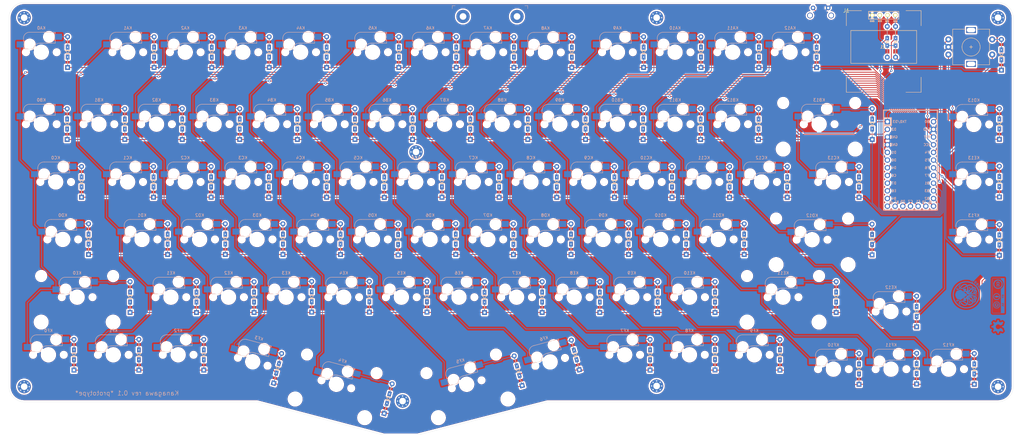
<source format=kicad_pcb>
(kicad_pcb (version 20171130) (host pcbnew "(5.1.10)-1")
  (layers (0 F.Cu signal) (31 B.Cu signal) (34 B.Paste user) (35 F.Paste user) (36 B.SilkS user hide) (37 F.SilkS user) (38 B.Mask user) (39 F.Mask user) (44 Edge.Cuts user))
  (net 0 "")
  (net 1 row00)
  (net 2 "Net-(DA0-Pad2)")
  (net 3 "Net-(DA1-Pad2)")
  (net 4 "Net-(DA2-Pad2)")
  (net 5 "Net-(DA3-Pad2)")
  (net 6 "Net-(DA4-Pad2)")
  (net 7 "Net-(DA5-Pad2)")
  (net 8 "Net-(DA6-Pad2)")
  (net 9 "Net-(DA7-Pad2)")
  (net 10 "Net-(DA8-Pad2)")
  (net 11 "Net-(DA9-Pad2)")
  (net 12 "Net-(DA10-Pad2)")
  (net 13 "Net-(DA11-Pad2)")
  (net 14 "Net-(DA12-Pad2)")
  (net 15 row01)
  (net 16 "Net-(DB0-Pad2)")
  (net 17 "Net-(DB1-Pad2)")
  (net 18 "Net-(DB2-Pad2)")
  (net 19 "Net-(DB3-Pad2)")
  (net 20 "Net-(DB4-Pad2)")
  (net 21 "Net-(DB5-Pad2)")
  (net 22 "Net-(DB6-Pad2)")
  (net 23 "Net-(DB7-Pad2)")
  (net 24 "Net-(DB8-Pad2)")
  (net 25 "Net-(DB9-Pad2)")
  (net 26 "Net-(DB10-Pad2)")
  (net 27 "Net-(DB11-Pad2)")
  (net 28 "Net-(DB12-Pad2)")
  (net 29 "Net-(DB13-Pad2)")
  (net 30 "Net-(DC0-Pad2)")
  (net 31 row02)
  (net 32 "Net-(DC1-Pad2)")
  (net 33 "Net-(DC2-Pad2)")
  (net 34 "Net-(DC3-Pad2)")
  (net 35 "Net-(DC4-Pad2)")
  (net 36 "Net-(DC5-Pad2)")
  (net 37 "Net-(DC6-Pad2)")
  (net 38 "Net-(DC7-Pad2)")
  (net 39 "Net-(DC8-Pad2)")
  (net 40 "Net-(DC9-Pad2)")
  (net 41 "Net-(DC10-Pad2)")
  (net 42 "Net-(DC11-Pad2)")
  (net 43 "Net-(DC12-Pad2)")
  (net 44 "Net-(DC13-Pad2)")
  (net 45 "Net-(DD0-Pad2)")
  (net 46 row03)
  (net 47 "Net-(DD1-Pad2)")
  (net 48 "Net-(DD2-Pad2)")
  (net 49 "Net-(DD3-Pad2)")
  (net 50 "Net-(DD4-Pad2)")
  (net 51 "Net-(DD5-Pad2)")
  (net 52 "Net-(DD6-Pad2)")
  (net 53 "Net-(DD7-Pad2)")
  (net 54 "Net-(DD8-Pad2)")
  (net 55 "Net-(DD9-Pad2)")
  (net 56 "Net-(DD10-Pad2)")
  (net 57 "Net-(DD11-Pad2)")
  (net 58 "Net-(DD12-Pad2)")
  (net 59 "Net-(DD13-Pad2)")
  (net 60 "Net-(DE0-Pad2)")
  (net 61 row04)
  (net 62 "Net-(DE1-Pad2)")
  (net 63 "Net-(DE2-Pad2)")
  (net 64 "Net-(DE3-Pad2)")
  (net 65 "Net-(DE4-Pad2)")
  (net 66 "Net-(DE5-Pad2)")
  (net 67 "Net-(DE6-Pad2)")
  (net 68 "Net-(DE7-Pad2)")
  (net 69 "Net-(DE8-Pad2)")
  (net 70 "Net-(DE9-Pad2)")
  (net 71 "Net-(DE10-Pad2)")
  (net 72 "Net-(DE11-Pad2)")
  (net 73 "Net-(DE12-Pad2)")
  (net 74 "Net-(DF0-Pad2)")
  (net 75 row05)
  (net 76 "Net-(DF1-Pad2)")
  (net 77 "Net-(DF2-Pad2)")
  (net 78 "Net-(DF3-Pad2)")
  (net 79 "Net-(DF4-Pad2)")
  (net 80 "Net-(DF5-Pad2)")
  (net 81 "Net-(DF6-Pad2)")
  (net 82 "Net-(DF7-Pad2)")
  (net 83 "Net-(DF8-Pad2)")
  (net 84 "Net-(DF9-Pad2)")
  (net 85 "Net-(DF10-Pad2)")
  (net 86 "Net-(DF11-Pad2)")
  (net 87 "Net-(DF12-Pad2)")
  (net 88 VCC)
  (net 89 GND)
  (net 90 SDA)
  (net 91 SCL)
  (net 92 ENCB)
  (net 93 ENCA)
  (net 94 col00)
  (net 95 col01)
  (net 96 col02)
  (net 97 col03)
  (net 98 col04)
  (net 99 col05)
  (net 100 col06)
  (net 101 col07)
  (net 102 col08)
  (net 103 col09)
  (net 104 col10)
  (net 105 col11)
  (net 106 col12)
  (net 107 "Net-(DE13-Pad2)")
  (net 108 "Net-(DF13-Pad2)")
  (net 109 /SW99B)
  (net 110 col13)
  (net 111 RESET)
  (module keyboard:SW_Cherry_MX_2.25u_Hotswap (layer F.Cu) (at 321.41 156.642)
    (fp_text reference KD12 hide)
    (fp_text value KEY_SW hide)
    (fp_text user %R (at 0 -8) (layer B.SilkS) (effects (justify mirror)))
    (pad "" np_thru_hole circle (at 11.9 8.24) (size 4 4) (drill 4) (layers *.Cu *.Mask))
    (pad "" np_thru_hole circle (at 11.9 -7) (size 3.05 3.05) (drill 3.05) (layers *.Cu *.Mask))
    (pad "" np_thru_hole circle (at -11.9 -7) (size 3.05 3.05) (drill 3.05) (layers *.Cu *.Mask))
    (pad "" np_thru_hole circle (at -11.9 8.24) (size 4 4) (drill 4) (layers *.Cu *.Mask))
    (pad "" np_thru_hole circle (at -5.08 0) (size 1.7 1.7) (drill 1.7) (layers *.Cu *.Mask))
    (pad "" np_thru_hole circle (at 5.08 0) (size 1.7 1.7) (drill 1.7) (layers *.Cu *.Mask))
    (pad "" np_thru_hole circle (at 2.54 -5.08 180) (size 3 3) (drill 3) (layers *.Cu *.Mask))
    (pad "" np_thru_hole circle (at 0 0 90) (size 4.1 4.1) (drill 4.1) (layers *.Cu *.Mask))
    (pad 2 smd rect (at 5.7 -5.12 180) (size 2.3 2) (layers B.Cu B.Paste B.Mask) (net 58 "Net-(DD12-Pad2)"))
    (pad "" np_thru_hole circle (at -3.81 -2.54 180) (size 3 3) (drill 3) (layers *.Cu *.Mask))
    (pad 1 smd rect (at -7 -2.58 180) (size 2.3 2) (layers B.Cu B.Paste B.Mask) (net 106 col12))
  )
  (module keyboard:SW_Cherry_MX_2.00u_Hotswap (layer F.Cu) (at 323.75 118.45)
    (fp_text reference KB13 hide)
    (fp_text value KEY_SW hide)
    (fp_text user %R (at 0 -8) (layer B.SilkS) (effects (justify mirror)))
    (pad "" np_thru_hole circle (at 11.9 8.24) (size 4 4) (drill 4) (layers *.Cu *.Mask))
    (pad "" np_thru_hole circle (at 11.9 -7) (size 3.05 3.05) (drill 3.05) (layers *.Cu *.Mask))
    (pad "" np_thru_hole circle (at -11.9 -7) (size 3.05 3.05) (drill 3.05) (layers *.Cu *.Mask))
    (pad "" np_thru_hole circle (at -11.9 8.24) (size 4 4) (drill 4) (layers *.Cu *.Mask))
    (pad "" np_thru_hole circle (at -5.08 0) (size 1.7 1.7) (drill 1.7) (layers *.Cu *.Mask))
    (pad "" np_thru_hole circle (at 5.08 0) (size 1.7 1.7) (drill 1.7) (layers *.Cu *.Mask))
    (pad "" np_thru_hole circle (at 2.54 -5.08 180) (size 3 3) (drill 3) (layers *.Cu *.Mask))
    (pad "" np_thru_hole circle (at 0 0 90) (size 4.1 4.1) (drill 4.1) (layers *.Cu *.Mask))
    (pad 2 smd rect (at 5.7 -5.12 180) (size 2.3 2) (layers B.Cu B.Paste B.Mask) (net 29 "Net-(DB13-Pad2)"))
    (pad "" np_thru_hole circle (at -3.81 -2.54 180) (size 3 3) (drill 3) (layers *.Cu *.Mask))
    (pad 1 smd rect (at -7 -2.58 180) (size 2.3 2) (layers B.Cu B.Paste B.Mask) (net 110 col13))
  )
  (module keyboard:SW_Cherry_MX_2.00u_Hotswap (layer F.Cu) (at 164.1 204.45 345)
    (fp_text reference KF4 hide)
    (fp_text value KEY_SW hide)
    (fp_text user %R (at 0 -8 165) (layer B.SilkS) (effects (justify mirror)))
    (pad "" np_thru_hole circle (at 11.9 8.24 345) (size 4 4) (drill 4) (layers *.Cu *.Mask))
    (pad "" np_thru_hole circle (at 11.9 -7 345) (size 3.05 3.05) (drill 3.05) (layers *.Cu *.Mask))
    (pad "" np_thru_hole circle (at -11.9 -7 345) (size 3.05 3.05) (drill 3.05) (layers *.Cu *.Mask))
    (pad "" np_thru_hole circle (at -11.9 8.24 345) (size 4 4) (drill 4) (layers *.Cu *.Mask))
    (pad "" np_thru_hole circle (at -5.08 0 345) (size 1.7 1.7) (drill 1.7) (layers *.Cu *.Mask))
    (pad "" np_thru_hole circle (at 5.08 0 345) (size 1.7 1.7) (drill 1.7) (layers *.Cu *.Mask))
    (pad "" np_thru_hole circle (at 2.54 -5.08 165) (size 3 3) (drill 3) (layers *.Cu *.Mask))
    (pad "" np_thru_hole circle (at 0 0 75) (size 4.1 4.1) (drill 4.1) (layers *.Cu *.Mask))
    (pad 2 smd rect (at 5.7 -5.12 165) (size 2.3 2) (layers B.Cu B.Paste B.Mask) (net 79 "Net-(DF4-Pad2)"))
    (pad "" np_thru_hole circle (at -3.81 -2.54 165) (size 3 3) (drill 3) (layers *.Cu *.Mask))
    (pad 1 smd rect (at -7 -2.58 165) (size 2.3 2) (layers B.Cu B.Paste B.Mask) (net 98 col04))
  )
  (module keyboard:SW_Cherry_MX_2.00u_Hotswap (layer F.Cu) (at 207.2 204.45 15)
    (fp_text reference KF5 hide)
    (fp_text value KEY_SW hide)
    (fp_text user %R (at 0 -8 15) (layer B.SilkS) (effects (justify mirror)))
    (pad "" np_thru_hole circle (at 11.9 8.24 15) (size 4 4) (drill 4) (layers *.Cu *.Mask))
    (pad "" np_thru_hole circle (at 11.9 -7 15) (size 3.05 3.05) (drill 3.05) (layers *.Cu *.Mask))
    (pad "" np_thru_hole circle (at -11.9 -7 15) (size 3.05 3.05) (drill 3.05) (layers *.Cu *.Mask))
    (pad "" np_thru_hole circle (at -11.9 8.24 15) (size 4 4) (drill 4) (layers *.Cu *.Mask))
    (pad "" np_thru_hole circle (at -5.08 0 15) (size 1.7 1.7) (drill 1.7) (layers *.Cu *.Mask))
    (pad "" np_thru_hole circle (at 5.08 0 15) (size 1.7 1.7) (drill 1.7) (layers *.Cu *.Mask))
    (pad "" np_thru_hole circle (at 2.54 -5.08 195) (size 3 3) (drill 3) (layers *.Cu *.Mask))
    (pad "" np_thru_hole circle (at 0 0 105) (size 4.1 4.1) (drill 4.1) (layers *.Cu *.Mask))
    (pad 2 smd rect (at 5.7 -5.12 195) (size 2.3 2) (layers B.Cu B.Paste B.Mask) (net 80 "Net-(DF5-Pad2)"))
    (pad "" np_thru_hole circle (at -3.81 -2.54 195) (size 3 3) (drill 3) (layers *.Cu *.Mask))
    (pad 1 smd rect (at -7 -2.58 195) (size 2.3 2) (layers B.Cu B.Paste B.Mask) (net 99 col05))
  )
  (module keyboard:SW_Cherry_MX_1.25u_Hotswap (layer F.Cu) (at 68.9 194.7)
    (fp_text reference KF0 hide)
    (fp_text value KEY_SW hide)
    (fp_text user %R (at 0 -8) (layer B.SilkS) (effects (justify mirror)))
    (pad "" np_thru_hole circle (at -5.08 0) (size 1.7 1.7) (drill 1.7) (layers *.Cu *.Mask))
    (pad "" np_thru_hole circle (at 5.08 0) (size 1.7 1.7) (drill 1.7) (layers *.Cu *.Mask))
    (pad "" np_thru_hole circle (at 2.54 -5.08 180) (size 3 3) (drill 3) (layers *.Cu *.Mask))
    (pad "" np_thru_hole circle (at 0 0 90) (size 4.1 4.1) (drill 4.1) (layers *.Cu *.Mask))
    (pad 2 smd rect (at 5.7 -5.12 180) (size 2.3 2) (layers B.Cu B.Paste B.Mask) (net 74 "Net-(DF0-Pad2)"))
    (pad "" np_thru_hole circle (at -3.81 -2.54 180) (size 3 3) (drill 3) (layers *.Cu *.Mask))
    (pad 1 smd rect (at -7 -2.58 180) (size 2.3 2) (layers B.Cu B.Paste B.Mask) (net 94 col00))
  )
  (module keyboard:SW_Cherry_MX_1.25u_Hotswap (layer F.Cu) (at 111.8 194.7)
    (fp_text reference KF2 hide)
    (fp_text value KEY_SW hide)
    (fp_text user %R (at 0 -8) (layer B.SilkS) (effects (justify mirror)))
    (pad "" np_thru_hole circle (at -5.08 0) (size 1.7 1.7) (drill 1.7) (layers *.Cu *.Mask))
    (pad "" np_thru_hole circle (at 5.08 0) (size 1.7 1.7) (drill 1.7) (layers *.Cu *.Mask))
    (pad "" np_thru_hole circle (at 2.54 -5.08 180) (size 3 3) (drill 3) (layers *.Cu *.Mask))
    (pad "" np_thru_hole circle (at 0 0 90) (size 4.1 4.1) (drill 4.1) (layers *.Cu *.Mask))
    (pad 2 smd rect (at 5.7 -5.12 180) (size 2.3 2) (layers B.Cu B.Paste B.Mask) (net 77 "Net-(DF2-Pad2)"))
    (pad "" np_thru_hole circle (at -3.81 -2.54 180) (size 3 3) (drill 3) (layers *.Cu *.Mask))
    (pad 1 smd rect (at -7 -2.58 180) (size 2.3 2) (layers B.Cu B.Paste B.Mask) (net 96 col02))
  )
  (module keyboard:SW_Cherry_MX_1.25u_Hotswap (layer F.Cu) (at 259.45 194.7)
    (fp_text reference KF7 hide)
    (fp_text value KEY_SW hide)
    (fp_text user %R (at 0 -8) (layer B.SilkS) (effects (justify mirror)))
    (pad "" np_thru_hole circle (at -5.08 0) (size 1.7 1.7) (drill 1.7) (layers *.Cu *.Mask))
    (pad "" np_thru_hole circle (at 5.08 0) (size 1.7 1.7) (drill 1.7) (layers *.Cu *.Mask))
    (pad "" np_thru_hole circle (at 2.54 -5.08 180) (size 3 3) (drill 3) (layers *.Cu *.Mask))
    (pad "" np_thru_hole circle (at 0 0 90) (size 4.1 4.1) (drill 4.1) (layers *.Cu *.Mask))
    (pad 2 smd rect (at 5.7 -5.12 180) (size 2.3 2) (layers B.Cu B.Paste B.Mask) (net 82 "Net-(DF7-Pad2)"))
    (pad "" np_thru_hole circle (at -3.81 -2.54 180) (size 3 3) (drill 3) (layers *.Cu *.Mask))
    (pad 1 smd rect (at -7 -2.58 180) (size 2.3 2) (layers B.Cu B.Paste B.Mask) (net 101 col07))
  )
  (module keyboard:SW_Cherry_MX_1.25u_Hotswap (layer F.Cu) (at 302.3 194.7)
    (fp_text reference KF9 hide)
    (fp_text value KEY_SW hide)
    (fp_text user %R (at 0 -8) (layer B.SilkS) (effects (justify mirror)))
    (pad "" np_thru_hole circle (at -5.08 0) (size 1.7 1.7) (drill 1.7) (layers *.Cu *.Mask))
    (pad "" np_thru_hole circle (at 5.08 0) (size 1.7 1.7) (drill 1.7) (layers *.Cu *.Mask))
    (pad "" np_thru_hole circle (at 2.54 -5.08 180) (size 3 3) (drill 3) (layers *.Cu *.Mask))
    (pad "" np_thru_hole circle (at 0 0 90) (size 4.1 4.1) (drill 4.1) (layers *.Cu *.Mask))
    (pad 2 smd rect (at 5.7 -5.12 180) (size 2.3 2) (layers B.Cu B.Paste B.Mask) (net 84 "Net-(DF9-Pad2)"))
    (pad "" np_thru_hole circle (at -3.81 -2.54 180) (size 3 3) (drill 3) (layers *.Cu *.Mask))
    (pad 1 smd rect (at -7 -2.58 180) (size 2.3 2) (layers B.Cu B.Paste B.Mask) (net 103 col09))
  )
  (module keyboard:SW_Cherry_MX_1.25u_Hotswap (layer F.Cu) (at 374.87 118.522)
    (fp_text reference KD13 hide)
    (fp_text value KEY_SW hide)
    (fp_text user %R (at 0 -8) (layer B.SilkS) (effects (justify mirror)))
    (pad "" np_thru_hole circle (at -5.08 0) (size 1.7 1.7) (drill 1.7) (layers *.Cu *.Mask))
    (pad "" np_thru_hole circle (at 5.08 0) (size 1.7 1.7) (drill 1.7) (layers *.Cu *.Mask))
    (pad "" np_thru_hole circle (at 2.54 -5.08 180) (size 3 3) (drill 3) (layers *.Cu *.Mask))
    (pad "" np_thru_hole circle (at 0 0 90) (size 4.1 4.1) (drill 4.1) (layers *.Cu *.Mask))
    (pad 2 smd rect (at 5.7 -5.12 180) (size 2.3 2) (layers B.Cu B.Paste B.Mask) (net 59 "Net-(DD13-Pad2)"))
    (pad "" np_thru_hole circle (at -3.81 -2.54 180) (size 3 3) (drill 3) (layers *.Cu *.Mask))
    (pad 1 smd rect (at -7 -2.58 180) (size 2.3 2) (layers B.Cu B.Paste B.Mask) (net 110 col13))
  )
  (module keyboard:SW_Cherry_MX_1.25u_Hotswap (layer F.Cu) (at 374.88 137.562)
    (fp_text reference KE13 hide)
    (fp_text value KEY_SW hide)
    (fp_text user %R (at 0 -8) (layer B.SilkS) (effects (justify mirror)))
    (pad "" np_thru_hole circle (at -5.08 0) (size 1.7 1.7) (drill 1.7) (layers *.Cu *.Mask))
    (pad "" np_thru_hole circle (at 5.08 0) (size 1.7 1.7) (drill 1.7) (layers *.Cu *.Mask))
    (pad "" np_thru_hole circle (at 2.54 -5.08 180) (size 3 3) (drill 3) (layers *.Cu *.Mask))
    (pad "" np_thru_hole circle (at 0 0 90) (size 4.1 4.1) (drill 4.1) (layers *.Cu *.Mask))
    (pad 2 smd rect (at 5.7 -5.12 180) (size 2.3 2) (layers B.Cu B.Paste B.Mask) (net 107 "Net-(DE13-Pad2)"))
    (pad "" np_thru_hole circle (at -3.81 -2.54 180) (size 3 3) (drill 3) (layers *.Cu *.Mask))
    (pad 1 smd rect (at -7 -2.58 180) (size 2.3 2) (layers B.Cu B.Paste B.Mask) (net 110 col13))
  )
  (module keyboard:SW_Cherry_MX_1.25u_Hotswap (layer F.Cu) (at 374.88 156.612)
    (fp_text reference KF13 hide)
    (fp_text value KEY_SW hide)
    (fp_text user %R (at 0 -8) (layer B.SilkS) (effects (justify mirror)))
    (pad "" np_thru_hole circle (at -5.08 0) (size 1.7 1.7) (drill 1.7) (layers *.Cu *.Mask))
    (pad "" np_thru_hole circle (at 5.08 0) (size 1.7 1.7) (drill 1.7) (layers *.Cu *.Mask))
    (pad "" np_thru_hole circle (at 2.54 -5.08 180) (size 3 3) (drill 3) (layers *.Cu *.Mask))
    (pad "" np_thru_hole circle (at 0 0 90) (size 4.1 4.1) (drill 4.1) (layers *.Cu *.Mask))
    (pad 2 smd rect (at 5.7 -5.12 180) (size 2.3 2) (layers B.Cu B.Paste B.Mask) (net 108 "Net-(DF13-Pad2)"))
    (pad "" np_thru_hole circle (at -3.81 -2.54 180) (size 3 3) (drill 3) (layers *.Cu *.Mask))
    (pad 1 smd rect (at -7 -2.58 180) (size 2.3 2) (layers B.Cu B.Paste B.Mask) (net 110 col13))
  )
  (module keyboard:SW_Cherry_MX_2.25u_Hotswap (layer F.Cu) (at 311.8 175.65)
    (fp_text reference KE11 hide)
    (fp_text value KEY_SW hide)
    (fp_text user %R (at 0 -8) (layer B.SilkS) (effects (justify mirror)))
    (pad "" np_thru_hole circle (at 11.9 8.24) (size 4 4) (drill 4) (layers *.Cu *.Mask))
    (pad "" np_thru_hole circle (at 11.9 -7) (size 3.05 3.05) (drill 3.05) (layers *.Cu *.Mask))
    (pad "" np_thru_hole circle (at -11.9 -7) (size 3.05 3.05) (drill 3.05) (layers *.Cu *.Mask))
    (pad "" np_thru_hole circle (at -11.9 8.24) (size 4 4) (drill 4) (layers *.Cu *.Mask))
    (pad "" np_thru_hole circle (at -5.08 0) (size 1.7 1.7) (drill 1.7) (layers *.Cu *.Mask))
    (pad "" np_thru_hole circle (at 5.08 0) (size 1.7 1.7) (drill 1.7) (layers *.Cu *.Mask))
    (pad "" np_thru_hole circle (at 2.54 -5.08 180) (size 3 3) (drill 3) (layers *.Cu *.Mask))
    (pad "" np_thru_hole circle (at 0 0 90) (size 4.1 4.1) (drill 4.1) (layers *.Cu *.Mask))
    (pad 2 smd rect (at 5.7 -5.12 180) (size 2.3 2) (layers B.Cu B.Paste B.Mask) (net 72 "Net-(DE11-Pad2)"))
    (pad "" np_thru_hole circle (at -3.81 -2.54 180) (size 3 3) (drill 3) (layers *.Cu *.Mask))
    (pad 1 smd rect (at -7 -2.58 180) (size 2.3 2) (layers B.Cu B.Paste B.Mask) (net 105 col11))
  )
  (module keyboard:SW_Cherry_MX_2.25u_Hotswap (layer F.Cu) (at 78.4 175.65)
    (fp_text reference KE0 hide)
    (fp_text value KEY_SW hide)
    (fp_text user %R (at 0 -8) (layer B.SilkS) (effects (justify mirror)))
    (pad "" np_thru_hole circle (at 11.9 8.24) (size 4 4) (drill 4) (layers *.Cu *.Mask))
    (pad "" np_thru_hole circle (at 11.9 -7) (size 3.05 3.05) (drill 3.05) (layers *.Cu *.Mask))
    (pad "" np_thru_hole circle (at -11.9 -7) (size 3.05 3.05) (drill 3.05) (layers *.Cu *.Mask))
    (pad "" np_thru_hole circle (at -11.9 8.24) (size 4 4) (drill 4) (layers *.Cu *.Mask))
    (pad "" np_thru_hole circle (at -5.08 0) (size 1.7 1.7) (drill 1.7) (layers *.Cu *.Mask))
    (pad "" np_thru_hole circle (at 5.08 0) (size 1.7 1.7) (drill 1.7) (layers *.Cu *.Mask))
    (pad "" np_thru_hole circle (at 2.54 -5.08 180) (size 3 3) (drill 3) (layers *.Cu *.Mask))
    (pad "" np_thru_hole circle (at 0 0 90) (size 4.1 4.1) (drill 4.1) (layers *.Cu *.Mask))
    (pad 2 smd rect (at 5.7 -5.12 180) (size 2.3 2) (layers B.Cu B.Paste B.Mask) (net 60 "Net-(DE0-Pad2)"))
    (pad "" np_thru_hole circle (at -3.81 -2.54 180) (size 3 3) (drill 3) (layers *.Cu *.Mask))
    (pad 1 smd rect (at -7 -2.58 180) (size 2.3 2) (layers B.Cu B.Paste B.Mask) (net 94 col00))
  )
  (module keyboard:SW_Cherry_MX_1.75u_Hotswap (layer F.Cu) (at 73.65 156.55)
    (fp_text reference KD0 hide)
    (fp_text value KEY_SW hide)
    (fp_text user %R (at 0 -8) (layer B.SilkS) (effects (justify mirror)))
    (pad "" np_thru_hole circle (at -5.08 0) (size 1.7 1.7) (drill 1.7) (layers *.Cu *.Mask))
    (pad "" np_thru_hole circle (at 5.08 0) (size 1.7 1.7) (drill 1.7) (layers *.Cu *.Mask))
    (pad "" np_thru_hole circle (at 2.54 -5.08 180) (size 3 3) (drill 3) (layers *.Cu *.Mask))
    (pad "" np_thru_hole circle (at 0 0 90) (size 4.1 4.1) (drill 4.1) (layers *.Cu *.Mask))
    (pad 2 smd rect (at 5.7 -5.12 180) (size 2.3 2) (layers B.Cu B.Paste B.Mask) (net 45 "Net-(DD0-Pad2)"))
    (pad "" np_thru_hole circle (at -3.81 -2.54 180) (size 3 3) (drill 3) (layers *.Cu *.Mask))
    (pad 1 smd rect (at -7 -2.58 180) (size 2.3 2) (layers B.Cu B.Paste B.Mask) (net 94 col00))
  )
  (module keyboard:SW_Cherry_MX_1.50u_Hotswap (layer F.Cu) (at 71.3 137.55)
    (fp_text reference KC0 hide)
    (fp_text value KEY_SW hide)
    (fp_text user %R (at 0 -8) (layer B.SilkS) (effects (justify mirror)))
    (pad "" np_thru_hole circle (at -5.08 0) (size 1.7 1.7) (drill 1.7) (layers *.Cu *.Mask))
    (pad "" np_thru_hole circle (at 5.08 0) (size 1.7 1.7) (drill 1.7) (layers *.Cu *.Mask))
    (pad "" np_thru_hole circle (at 2.54 -5.08 180) (size 3 3) (drill 3) (layers *.Cu *.Mask))
    (pad "" np_thru_hole circle (at 0 0 90) (size 4.1 4.1) (drill 4.1) (layers *.Cu *.Mask))
    (pad 2 smd rect (at 5.7 -5.12 180) (size 2.3 2) (layers B.Cu B.Paste B.Mask) (net 30 "Net-(DC0-Pad2)"))
    (pad "" np_thru_hole circle (at -3.81 -2.54 180) (size 3 3) (drill 3) (layers *.Cu *.Mask))
    (pad 1 smd rect (at -7 -2.58 180) (size 2.3 2) (layers B.Cu B.Paste B.Mask) (net 94 col00))
  )
  (module keyboard:SW_Cherry_MX_1.50u_Hotswap (layer F.Cu) (at 328.5 137.55)
    (fp_text reference KC13 hide)
    (fp_text value KEY_SW hide)
    (fp_text user %R (at 0 -8) (layer B.SilkS) (effects (justify mirror)))
    (pad "" np_thru_hole circle (at -5.08 0) (size 1.7 1.7) (drill 1.7) (layers *.Cu *.Mask))
    (pad "" np_thru_hole circle (at 5.08 0) (size 1.7 1.7) (drill 1.7) (layers *.Cu *.Mask))
    (pad "" np_thru_hole circle (at 2.54 -5.08 180) (size 3 3) (drill 3) (layers *.Cu *.Mask))
    (pad "" np_thru_hole circle (at 0 0 90) (size 4.1 4.1) (drill 4.1) (layers *.Cu *.Mask))
    (pad 2 smd rect (at 5.7 -5.12 180) (size 2.3 2) (layers B.Cu B.Paste B.Mask) (net 44 "Net-(DC13-Pad2)"))
    (pad "" np_thru_hole circle (at -3.81 -2.54 180) (size 3 3) (drill 3) (layers *.Cu *.Mask))
    (pad 1 smd rect (at -7 -2.58 180) (size 2.3 2) (layers B.Cu B.Paste B.Mask) (net 110 col13))
  )
  (module keyboard:SW_Cherry_MX_1.00u_Hotswap (layer F.Cu) (at 295.15 94.65)
    (fp_text reference KA11 hide)
    (fp_text value KEY_SW hide)
    (fp_text user %R (at 0 -8) (layer B.SilkS) (effects (justify mirror)))
    (pad "" np_thru_hole circle (at -5.08 0) (size 1.7 1.7) (drill 1.7) (layers *.Cu *.Mask))
    (pad "" np_thru_hole circle (at 5.08 0) (size 1.7 1.7) (drill 1.7) (layers *.Cu *.Mask))
    (pad "" np_thru_hole circle (at 2.54 -5.08 180) (size 3 3) (drill 3) (layers *.Cu *.Mask))
    (pad "" np_thru_hole circle (at 0 0 90) (size 4.1 4.1) (drill 4.1) (layers *.Cu *.Mask))
    (pad 2 smd rect (at 5.7 -5.12 180) (size 2.3 2) (layers B.Cu B.Paste B.Mask) (net 13 "Net-(DA11-Pad2)"))
    (pad "" np_thru_hole circle (at -3.81 -2.54 180) (size 3 3) (drill 3) (layers *.Cu *.Mask))
    (pad 1 smd rect (at -7 -2.58 180) (size 2.3 2) (layers B.Cu B.Paste B.Mask) (net 105 col11))
  )
  (module keyboard:SW_Cherry_MX_1.00u_Hotswap (layer F.Cu) (at 66.55 94.65)
    (fp_text reference KA0 hide)
    (fp_text value KEY_SW hide)
    (fp_text user %R (at 0 -8) (layer B.SilkS) (effects (justify mirror)))
    (pad "" np_thru_hole circle (at -5.08 0) (size 1.7 1.7) (drill 1.7) (layers *.Cu *.Mask))
    (pad "" np_thru_hole circle (at 5.08 0) (size 1.7 1.7) (drill 1.7) (layers *.Cu *.Mask))
    (pad "" np_thru_hole circle (at 2.54 -5.08 180) (size 3 3) (drill 3) (layers *.Cu *.Mask))
    (pad "" np_thru_hole circle (at 0 0 90) (size 4.1 4.1) (drill 4.1) (layers *.Cu *.Mask))
    (pad 2 smd rect (at 5.7 -5.12 180) (size 2.3 2) (layers B.Cu B.Paste B.Mask) (net 2 "Net-(DA0-Pad2)"))
    (pad "" np_thru_hole circle (at -3.81 -2.54 180) (size 3 3) (drill 3) (layers *.Cu *.Mask))
    (pad 1 smd rect (at -7 -2.58 180) (size 2.3 2) (layers B.Cu B.Paste B.Mask) (net 94 col00))
  )
  (module keyboard:SW_Cherry_MX_1.00u_Hotswap (layer F.Cu) (at 95.15 94.65)
    (fp_text reference KA1 hide)
    (fp_text value KEY_SW hide)
    (fp_text user %R (at 0 -8) (layer B.SilkS) (effects (justify mirror)))
    (pad "" np_thru_hole circle (at -5.08 0) (size 1.7 1.7) (drill 1.7) (layers *.Cu *.Mask))
    (pad "" np_thru_hole circle (at 5.08 0) (size 1.7 1.7) (drill 1.7) (layers *.Cu *.Mask))
    (pad "" np_thru_hole circle (at 2.54 -5.08 180) (size 3 3) (drill 3) (layers *.Cu *.Mask))
    (pad "" np_thru_hole circle (at 0 0 90) (size 4.1 4.1) (drill 4.1) (layers *.Cu *.Mask))
    (pad 2 smd rect (at 5.7 -5.12 180) (size 2.3 2) (layers B.Cu B.Paste B.Mask) (net 3 "Net-(DA1-Pad2)"))
    (pad "" np_thru_hole circle (at -3.81 -2.54 180) (size 3 3) (drill 3) (layers *.Cu *.Mask))
    (pad 1 smd rect (at -7 -2.58 180) (size 2.3 2) (layers B.Cu B.Paste B.Mask) (net 95 col01))
  )
  (module keyboard:SW_Cherry_MX_1.00u_Hotswap (layer F.Cu) (at 114.15 94.65)
    (fp_text reference KA2 hide)
    (fp_text value KEY_SW hide)
    (fp_text user %R (at 0 -8) (layer B.SilkS) (effects (justify mirror)))
    (pad "" np_thru_hole circle (at -5.08 0) (size 1.7 1.7) (drill 1.7) (layers *.Cu *.Mask))
    (pad "" np_thru_hole circle (at 5.08 0) (size 1.7 1.7) (drill 1.7) (layers *.Cu *.Mask))
    (pad "" np_thru_hole circle (at 2.54 -5.08 180) (size 3 3) (drill 3) (layers *.Cu *.Mask))
    (pad "" np_thru_hole circle (at 0 0 90) (size 4.1 4.1) (drill 4.1) (layers *.Cu *.Mask))
    (pad 2 smd rect (at 5.7 -5.12 180) (size 2.3 2) (layers B.Cu B.Paste B.Mask) (net 4 "Net-(DA2-Pad2)"))
    (pad "" np_thru_hole circle (at -3.81 -2.54 180) (size 3 3) (drill 3) (layers *.Cu *.Mask))
    (pad 1 smd rect (at -7 -2.58 180) (size 2.3 2) (layers B.Cu B.Paste B.Mask) (net 96 col02))
  )
  (module keyboard:SW_Cherry_MX_1.00u_Hotswap (layer F.Cu) (at 133.2 94.65)
    (fp_text reference KA3 hide)
    (fp_text value KEY_SW hide)
    (fp_text user %R (at 0 -8) (layer B.SilkS) (effects (justify mirror)))
    (pad "" np_thru_hole circle (at -5.08 0) (size 1.7 1.7) (drill 1.7) (layers *.Cu *.Mask))
    (pad "" np_thru_hole circle (at 5.08 0) (size 1.7 1.7) (drill 1.7) (layers *.Cu *.Mask))
    (pad "" np_thru_hole circle (at 2.54 -5.08 180) (size 3 3) (drill 3) (layers *.Cu *.Mask))
    (pad "" np_thru_hole circle (at 0 0 90) (size 4.1 4.1) (drill 4.1) (layers *.Cu *.Mask))
    (pad 2 smd rect (at 5.7 -5.12 180) (size 2.3 2) (layers B.Cu B.Paste B.Mask) (net 5 "Net-(DA3-Pad2)"))
    (pad "" np_thru_hole circle (at -3.81 -2.54 180) (size 3 3) (drill 3) (layers *.Cu *.Mask))
    (pad 1 smd rect (at -7 -2.58 180) (size 2.3 2) (layers B.Cu B.Paste B.Mask) (net 97 col03))
  )
  (module keyboard:SW_Cherry_MX_1.00u_Hotswap (layer F.Cu) (at 152.3 94.65)
    (fp_text reference KA4 hide)
    (fp_text value KEY_SW hide)
    (fp_text user %R (at 0 -8) (layer B.SilkS) (effects (justify mirror)))
    (pad "" np_thru_hole circle (at -5.08 0) (size 1.7 1.7) (drill 1.7) (layers *.Cu *.Mask))
    (pad "" np_thru_hole circle (at 5.08 0) (size 1.7 1.7) (drill 1.7) (layers *.Cu *.Mask))
    (pad "" np_thru_hole circle (at 2.54 -5.08 180) (size 3 3) (drill 3) (layers *.Cu *.Mask))
    (pad "" np_thru_hole circle (at 0 0 90) (size 4.1 4.1) (drill 4.1) (layers *.Cu *.Mask))
    (pad 2 smd rect (at 5.7 -5.12 180) (size 2.3 2) (layers B.Cu B.Paste B.Mask) (net 6 "Net-(DA4-Pad2)"))
    (pad "" np_thru_hole circle (at -3.81 -2.54 180) (size 3 3) (drill 3) (layers *.Cu *.Mask))
    (pad 1 smd rect (at -7 -2.58 180) (size 2.3 2) (layers B.Cu B.Paste B.Mask) (net 98 col04))
  )
  (module keyboard:SW_Cherry_MX_1.00u_Hotswap (layer F.Cu) (at 176.1 94.65)
    (fp_text reference KA5 hide)
    (fp_text value KEY_SW hide)
    (fp_text user %R (at 0 -8) (layer B.SilkS) (effects (justify mirror)))
    (pad "" np_thru_hole circle (at -5.08 0) (size 1.7 1.7) (drill 1.7) (layers *.Cu *.Mask))
    (pad "" np_thru_hole circle (at 5.08 0) (size 1.7 1.7) (drill 1.7) (layers *.Cu *.Mask))
    (pad "" np_thru_hole circle (at 2.54 -5.08 180) (size 3 3) (drill 3) (layers *.Cu *.Mask))
    (pad "" np_thru_hole circle (at 0 0 90) (size 4.1 4.1) (drill 4.1) (layers *.Cu *.Mask))
    (pad 2 smd rect (at 5.7 -5.12 180) (size 2.3 2) (layers B.Cu B.Paste B.Mask) (net 7 "Net-(DA5-Pad2)"))
    (pad "" np_thru_hole circle (at -3.81 -2.54 180) (size 3 3) (drill 3) (layers *.Cu *.Mask))
    (pad 1 smd rect (at -7 -2.58 180) (size 2.3 2) (layers B.Cu B.Paste B.Mask) (net 99 col05))
  )
  (module keyboard:SW_Cherry_MX_1.00u_Hotswap (layer F.Cu) (at 195.15 94.65)
    (fp_text reference KA6 hide)
    (fp_text value KEY_SW hide)
    (fp_text user %R (at 0 -8) (layer B.SilkS) (effects (justify mirror)))
    (pad "" np_thru_hole circle (at -5.08 0) (size 1.7 1.7) (drill 1.7) (layers *.Cu *.Mask))
    (pad "" np_thru_hole circle (at 5.08 0) (size 1.7 1.7) (drill 1.7) (layers *.Cu *.Mask))
    (pad "" np_thru_hole circle (at 2.54 -5.08 180) (size 3 3) (drill 3) (layers *.Cu *.Mask))
    (pad "" np_thru_hole circle (at 0 0 90) (size 4.1 4.1) (drill 4.1) (layers *.Cu *.Mask))
    (pad 2 smd rect (at 5.7 -5.12 180) (size 2.3 2) (layers B.Cu B.Paste B.Mask) (net 8 "Net-(DA6-Pad2)"))
    (pad "" np_thru_hole circle (at -3.81 -2.54 180) (size 3 3) (drill 3) (layers *.Cu *.Mask))
    (pad 1 smd rect (at -7 -2.58 180) (size 2.3 2) (layers B.Cu B.Paste B.Mask) (net 100 col06))
  )
  (module keyboard:SW_Cherry_MX_1.00u_Hotswap (layer F.Cu) (at 214.2 94.65)
    (fp_text reference KA7 hide)
    (fp_text value KEY_SW hide)
    (fp_text user %R (at 0 -8) (layer B.SilkS) (effects (justify mirror)))
    (pad "" np_thru_hole circle (at -5.08 0) (size 1.7 1.7) (drill 1.7) (layers *.Cu *.Mask))
    (pad "" np_thru_hole circle (at 5.08 0) (size 1.7 1.7) (drill 1.7) (layers *.Cu *.Mask))
    (pad "" np_thru_hole circle (at 2.54 -5.08 180) (size 3 3) (drill 3) (layers *.Cu *.Mask))
    (pad "" np_thru_hole circle (at 0 0 90) (size 4.1 4.1) (drill 4.1) (layers *.Cu *.Mask))
    (pad 2 smd rect (at 5.7 -5.12 180) (size 2.3 2) (layers B.Cu B.Paste B.Mask) (net 9 "Net-(DA7-Pad2)"))
    (pad "" np_thru_hole circle (at -3.81 -2.54 180) (size 3 3) (drill 3) (layers *.Cu *.Mask))
    (pad 1 smd rect (at -7 -2.58 180) (size 2.3 2) (layers B.Cu B.Paste B.Mask) (net 101 col07))
  )
  (module keyboard:SW_Cherry_MX_1.00u_Hotswap (layer F.Cu) (at 233.25 94.7)
    (fp_text reference KA8 hide)
    (fp_text value KEY_SW hide)
    (fp_text user %R (at 0 -8) (layer B.SilkS) (effects (justify mirror)))
    (pad "" np_thru_hole circle (at -5.08 0) (size 1.7 1.7) (drill 1.7) (layers *.Cu *.Mask))
    (pad "" np_thru_hole circle (at 5.08 0) (size 1.7 1.7) (drill 1.7) (layers *.Cu *.Mask))
    (pad "" np_thru_hole circle (at 2.54 -5.08 180) (size 3 3) (drill 3) (layers *.Cu *.Mask))
    (pad "" np_thru_hole circle (at 0 0 90) (size 4.1 4.1) (drill 4.1) (layers *.Cu *.Mask))
    (pad 2 smd rect (at 5.7 -5.12 180) (size 2.3 2) (layers B.Cu B.Paste B.Mask) (net 10 "Net-(DA8-Pad2)"))
    (pad "" np_thru_hole circle (at -3.81 -2.54 180) (size 3 3) (drill 3) (layers *.Cu *.Mask))
    (pad 1 smd rect (at -7 -2.58 180) (size 2.3 2) (layers B.Cu B.Paste B.Mask) (net 102 col08))
  )
  (module keyboard:SW_Cherry_MX_1.00u_Hotswap (layer F.Cu) (at 257.05 94.65)
    (fp_text reference KA9 hide)
    (fp_text value KEY_SW hide)
    (fp_text user %R (at 0 -8) (layer B.SilkS) (effects (justify mirror)))
    (pad "" np_thru_hole circle (at -5.08 0) (size 1.7 1.7) (drill 1.7) (layers *.Cu *.Mask))
    (pad "" np_thru_hole circle (at 5.08 0) (size 1.7 1.7) (drill 1.7) (layers *.Cu *.Mask))
    (pad "" np_thru_hole circle (at 2.54 -5.08 180) (size 3 3) (drill 3) (layers *.Cu *.Mask))
    (pad "" np_thru_hole circle (at 0 0 90) (size 4.1 4.1) (drill 4.1) (layers *.Cu *.Mask))
    (pad 2 smd rect (at 5.7 -5.12 180) (size 2.3 2) (layers B.Cu B.Paste B.Mask) (net 11 "Net-(DA9-Pad2)"))
    (pad "" np_thru_hole circle (at -3.81 -2.54 180) (size 3 3) (drill 3) (layers *.Cu *.Mask))
    (pad 1 smd rect (at -7 -2.58 180) (size 2.3 2) (layers B.Cu B.Paste B.Mask) (net 103 col09))
  )
  (module keyboard:SW_Cherry_MX_1.00u_Hotswap (layer F.Cu) (at 276.1 94.65)
    (fp_text reference KA10 hide)
    (fp_text value KEY_SW hide)
    (fp_text user %R (at 0 -8) (layer B.SilkS) (effects (justify mirror)))
    (pad "" np_thru_hole circle (at -5.08 0) (size 1.7 1.7) (drill 1.7) (layers *.Cu *.Mask))
    (pad "" np_thru_hole circle (at 5.08 0) (size 1.7 1.7) (drill 1.7) (layers *.Cu *.Mask))
    (pad "" np_thru_hole circle (at 2.54 -5.08 180) (size 3 3) (drill 3) (layers *.Cu *.Mask))
    (pad "" np_thru_hole circle (at 0 0 90) (size 4.1 4.1) (drill 4.1) (layers *.Cu *.Mask))
    (pad 2 smd rect (at 5.7 -5.12 180) (size 2.3 2) (layers B.Cu B.Paste B.Mask) (net 12 "Net-(DA10-Pad2)"))
    (pad "" np_thru_hole circle (at -3.81 -2.54 180) (size 3 3) (drill 3) (layers *.Cu *.Mask))
    (pad 1 smd rect (at -7 -2.58 180) (size 2.3 2) (layers B.Cu B.Paste B.Mask) (net 104 col10))
  )
  (module keyboard:SW_Cherry_MX_1.00u_Hotswap (layer F.Cu) (at 314.15 94.65)
    (fp_text reference KA12 hide)
    (fp_text value KEY_SW hide)
    (fp_text user %R (at 0 -8) (layer B.SilkS) (effects (justify mirror)))
    (pad "" np_thru_hole circle (at -5.08 0) (size 1.7 1.7) (drill 1.7) (layers *.Cu *.Mask))
    (pad "" np_thru_hole circle (at 5.08 0) (size 1.7 1.7) (drill 1.7) (layers *.Cu *.Mask))
    (pad "" np_thru_hole circle (at 2.54 -5.08 180) (size 3 3) (drill 3) (layers *.Cu *.Mask))
    (pad "" np_thru_hole circle (at 0 0 90) (size 4.1 4.1) (drill 4.1) (layers *.Cu *.Mask))
    (pad 2 smd rect (at 5.7 -5.12 180) (size 2.3 2) (layers B.Cu B.Paste B.Mask) (net 14 "Net-(DA12-Pad2)"))
    (pad "" np_thru_hole circle (at -3.81 -2.54 180) (size 3 3) (drill 3) (layers *.Cu *.Mask))
    (pad 1 smd rect (at -7 -2.58 180) (size 2.3 2) (layers B.Cu B.Paste B.Mask) (net 106 col12))
  )
  (module keyboard:SW_Cherry_MX_1.00u_Hotswap (layer F.Cu) (at 66.55 118.45)
    (fp_text reference KB0 hide)
    (fp_text value KEY_SW hide)
    (fp_text user %R (at 0 -8) (layer B.SilkS) (effects (justify mirror)))
    (pad "" np_thru_hole circle (at -5.08 0) (size 1.7 1.7) (drill 1.7) (layers *.Cu *.Mask))
    (pad "" np_thru_hole circle (at 5.08 0) (size 1.7 1.7) (drill 1.7) (layers *.Cu *.Mask))
    (pad "" np_thru_hole circle (at 2.54 -5.08 180) (size 3 3) (drill 3) (layers *.Cu *.Mask))
    (pad "" np_thru_hole circle (at 0 0 90) (size 4.1 4.1) (drill 4.1) (layers *.Cu *.Mask))
    (pad 2 smd rect (at 5.7 -5.12 180) (size 2.3 2) (layers B.Cu B.Paste B.Mask) (net 16 "Net-(DB0-Pad2)"))
    (pad "" np_thru_hole circle (at -3.81 -2.54 180) (size 3 3) (drill 3) (layers *.Cu *.Mask))
    (pad 1 smd rect (at -7 -2.58 180) (size 2.3 2) (layers B.Cu B.Paste B.Mask) (net 94 col00))
  )
  (module keyboard:SW_Cherry_MX_1.00u_Hotswap (layer F.Cu) (at 85.6 118.45)
    (fp_text reference KB1 hide)
    (fp_text value KEY_SW hide)
    (fp_text user %R (at 0 -8) (layer B.SilkS) (effects (justify mirror)))
    (pad "" np_thru_hole circle (at -5.08 0) (size 1.7 1.7) (drill 1.7) (layers *.Cu *.Mask))
    (pad "" np_thru_hole circle (at 5.08 0) (size 1.7 1.7) (drill 1.7) (layers *.Cu *.Mask))
    (pad "" np_thru_hole circle (at 2.54 -5.08 180) (size 3 3) (drill 3) (layers *.Cu *.Mask))
    (pad "" np_thru_hole circle (at 0 0 90) (size 4.1 4.1) (drill 4.1) (layers *.Cu *.Mask))
    (pad 2 smd rect (at 5.7 -5.12 180) (size 2.3 2) (layers B.Cu B.Paste B.Mask) (net 17 "Net-(DB1-Pad2)"))
    (pad "" np_thru_hole circle (at -3.81 -2.54 180) (size 3 3) (drill 3) (layers *.Cu *.Mask))
    (pad 1 smd rect (at -7 -2.58 180) (size 2.3 2) (layers B.Cu B.Paste B.Mask) (net 95 col01))
  )
  (module keyboard:SW_Cherry_MX_1.00u_Hotswap (layer F.Cu) (at 104.65 118.45)
    (fp_text reference KB2 hide)
    (fp_text value KEY_SW hide)
    (fp_text user %R (at 0 -8) (layer B.SilkS) (effects (justify mirror)))
    (pad "" np_thru_hole circle (at -5.08 0) (size 1.7 1.7) (drill 1.7) (layers *.Cu *.Mask))
    (pad "" np_thru_hole circle (at 5.08 0) (size 1.7 1.7) (drill 1.7) (layers *.Cu *.Mask))
    (pad "" np_thru_hole circle (at 2.54 -5.08 180) (size 3 3) (drill 3) (layers *.Cu *.Mask))
    (pad "" np_thru_hole circle (at 0 0 90) (size 4.1 4.1) (drill 4.1) (layers *.Cu *.Mask))
    (pad 2 smd rect (at 5.7 -5.12 180) (size 2.3 2) (layers B.Cu B.Paste B.Mask) (net 18 "Net-(DB2-Pad2)"))
    (pad "" np_thru_hole circle (at -3.81 -2.54 180) (size 3 3) (drill 3) (layers *.Cu *.Mask))
    (pad 1 smd rect (at -7 -2.58 180) (size 2.3 2) (layers B.Cu B.Paste B.Mask) (net 96 col02))
  )
  (module keyboard:SW_Cherry_MX_1.00u_Hotswap (layer F.Cu) (at 123.7 118.45)
    (fp_text reference KB3 hide)
    (fp_text value KEY_SW hide)
    (fp_text user %R (at 0 -8) (layer B.SilkS) (effects (justify mirror)))
    (pad "" np_thru_hole circle (at -5.08 0) (size 1.7 1.7) (drill 1.7) (layers *.Cu *.Mask))
    (pad "" np_thru_hole circle (at 5.08 0) (size 1.7 1.7) (drill 1.7) (layers *.Cu *.Mask))
    (pad "" np_thru_hole circle (at 2.54 -5.08 180) (size 3 3) (drill 3) (layers *.Cu *.Mask))
    (pad "" np_thru_hole circle (at 0 0 90) (size 4.1 4.1) (drill 4.1) (layers *.Cu *.Mask))
    (pad 2 smd rect (at 5.7 -5.12 180) (size 2.3 2) (layers B.Cu B.Paste B.Mask) (net 19 "Net-(DB3-Pad2)"))
    (pad "" np_thru_hole circle (at -3.81 -2.54 180) (size 3 3) (drill 3) (layers *.Cu *.Mask))
    (pad 1 smd rect (at -7 -2.58 180) (size 2.3 2) (layers B.Cu B.Paste B.Mask) (net 97 col03))
  )
  (module keyboard:SW_Cherry_MX_1.00u_Hotswap (layer F.Cu) (at 142.75 118.45)
    (fp_text reference KB4 hide)
    (fp_text value KEY_SW hide)
    (fp_text user %R (at 0 -8) (layer B.SilkS) (effects (justify mirror)))
    (pad "" np_thru_hole circle (at -5.08 0) (size 1.7 1.7) (drill 1.7) (layers *.Cu *.Mask))
    (pad "" np_thru_hole circle (at 5.08 0) (size 1.7 1.7) (drill 1.7) (layers *.Cu *.Mask))
    (pad "" np_thru_hole circle (at 2.54 -5.08 180) (size 3 3) (drill 3) (layers *.Cu *.Mask))
    (pad "" np_thru_hole circle (at 0 0 90) (size 4.1 4.1) (drill 4.1) (layers *.Cu *.Mask))
    (pad 2 smd rect (at 5.7 -5.12 180) (size 2.3 2) (layers B.Cu B.Paste B.Mask) (net 20 "Net-(DB4-Pad2)"))
    (pad "" np_thru_hole circle (at -3.81 -2.54 180) (size 3 3) (drill 3) (layers *.Cu *.Mask))
    (pad 1 smd rect (at -7 -2.58 180) (size 2.3 2) (layers B.Cu B.Paste B.Mask) (net 98 col04))
  )
  (module keyboard:SW_Cherry_MX_1.00u_Hotswap (layer F.Cu) (at 161.8 118.45)
    (fp_text reference KB5 hide)
    (fp_text value KEY_SW hide)
    (fp_text user %R (at 0 -8) (layer B.SilkS) (effects (justify mirror)))
    (pad "" np_thru_hole circle (at -5.08 0) (size 1.7 1.7) (drill 1.7) (layers *.Cu *.Mask))
    (pad "" np_thru_hole circle (at 5.08 0) (size 1.7 1.7) (drill 1.7) (layers *.Cu *.Mask))
    (pad "" np_thru_hole circle (at 2.54 -5.08 180) (size 3 3) (drill 3) (layers *.Cu *.Mask))
    (pad "" np_thru_hole circle (at 0 0 90) (size 4.1 4.1) (drill 4.1) (layers *.Cu *.Mask))
    (pad 2 smd rect (at 5.7 -5.12 180) (size 2.3 2) (layers B.Cu B.Paste B.Mask) (net 21 "Net-(DB5-Pad2)"))
    (pad "" np_thru_hole circle (at -3.81 -2.54 180) (size 3 3) (drill 3) (layers *.Cu *.Mask))
    (pad 1 smd rect (at -7 -2.58 180) (size 2.3 2) (layers B.Cu B.Paste B.Mask) (net 99 col05))
  )
  (module keyboard:SW_Cherry_MX_1.00u_Hotswap (layer F.Cu) (at 180.85 118.45)
    (fp_text reference KB6 hide)
    (fp_text value KEY_SW hide)
    (fp_text user %R (at 0 -8) (layer B.SilkS) (effects (justify mirror)))
    (pad "" np_thru_hole circle (at -5.08 0) (size 1.7 1.7) (drill 1.7) (layers *.Cu *.Mask))
    (pad "" np_thru_hole circle (at 5.08 0) (size 1.7 1.7) (drill 1.7) (layers *.Cu *.Mask))
    (pad "" np_thru_hole circle (at 2.54 -5.08 180) (size 3 3) (drill 3) (layers *.Cu *.Mask))
    (pad "" np_thru_hole circle (at 0 0 90) (size 4.1 4.1) (drill 4.1) (layers *.Cu *.Mask))
    (pad 2 smd rect (at 5.7 -5.12 180) (size 2.3 2) (layers B.Cu B.Paste B.Mask) (net 22 "Net-(DB6-Pad2)"))
    (pad "" np_thru_hole circle (at -3.81 -2.54 180) (size 3 3) (drill 3) (layers *.Cu *.Mask))
    (pad 1 smd rect (at -7 -2.58 180) (size 2.3 2) (layers B.Cu B.Paste B.Mask) (net 100 col06))
  )
  (module keyboard:SW_Cherry_MX_1.00u_Hotswap (layer F.Cu) (at 199.9 118.45)
    (fp_text reference KB7 hide)
    (fp_text value KEY_SW hide)
    (fp_text user %R (at 0 -8) (layer B.SilkS) (effects (justify mirror)))
    (pad "" np_thru_hole circle (at -5.08 0) (size 1.7 1.7) (drill 1.7) (layers *.Cu *.Mask))
    (pad "" np_thru_hole circle (at 5.08 0) (size 1.7 1.7) (drill 1.7) (layers *.Cu *.Mask))
    (pad "" np_thru_hole circle (at 2.54 -5.08 180) (size 3 3) (drill 3) (layers *.Cu *.Mask))
    (pad "" np_thru_hole circle (at 0 0 90) (size 4.1 4.1) (drill 4.1) (layers *.Cu *.Mask))
    (pad 2 smd rect (at 5.7 -5.12 180) (size 2.3 2) (layers B.Cu B.Paste B.Mask) (net 23 "Net-(DB7-Pad2)"))
    (pad "" np_thru_hole circle (at -3.81 -2.54 180) (size 3 3) (drill 3) (layers *.Cu *.Mask))
    (pad 1 smd rect (at -7 -2.58 180) (size 2.3 2) (layers B.Cu B.Paste B.Mask) (net 101 col07))
  )
  (module keyboard:SW_Cherry_MX_1.00u_Hotswap (layer F.Cu) (at 218.95 118.45)
    (fp_text reference KB8 hide)
    (fp_text value KEY_SW hide)
    (fp_text user %R (at 0 -8) (layer B.SilkS) (effects (justify mirror)))
    (pad "" np_thru_hole circle (at -5.08 0) (size 1.7 1.7) (drill 1.7) (layers *.Cu *.Mask))
    (pad "" np_thru_hole circle (at 5.08 0) (size 1.7 1.7) (drill 1.7) (layers *.Cu *.Mask))
    (pad "" np_thru_hole circle (at 2.54 -5.08 180) (size 3 3) (drill 3) (layers *.Cu *.Mask))
    (pad "" np_thru_hole circle (at 0 0 90) (size 4.1 4.1) (drill 4.1) (layers *.Cu *.Mask))
    (pad 2 smd rect (at 5.7 -5.12 180) (size 2.3 2) (layers B.Cu B.Paste B.Mask) (net 24 "Net-(DB8-Pad2)"))
    (pad "" np_thru_hole circle (at -3.81 -2.54 180) (size 3 3) (drill 3) (layers *.Cu *.Mask))
    (pad 1 smd rect (at -7 -2.58 180) (size 2.3 2) (layers B.Cu B.Paste B.Mask) (net 102 col08))
  )
  (module keyboard:SW_Cherry_MX_1.00u_Hotswap (layer F.Cu) (at 238 118.45)
    (fp_text reference KB9 hide)
    (fp_text value KEY_SW hide)
    (fp_text user %R (at 0 -8) (layer B.SilkS) (effects (justify mirror)))
    (pad "" np_thru_hole circle (at -5.08 0) (size 1.7 1.7) (drill 1.7) (layers *.Cu *.Mask))
    (pad "" np_thru_hole circle (at 5.08 0) (size 1.7 1.7) (drill 1.7) (layers *.Cu *.Mask))
    (pad "" np_thru_hole circle (at 2.54 -5.08 180) (size 3 3) (drill 3) (layers *.Cu *.Mask))
    (pad "" np_thru_hole circle (at 0 0 90) (size 4.1 4.1) (drill 4.1) (layers *.Cu *.Mask))
    (pad 2 smd rect (at 5.7 -5.12 180) (size 2.3 2) (layers B.Cu B.Paste B.Mask) (net 25 "Net-(DB9-Pad2)"))
    (pad "" np_thru_hole circle (at -3.81 -2.54 180) (size 3 3) (drill 3) (layers *.Cu *.Mask))
    (pad 1 smd rect (at -7 -2.58 180) (size 2.3 2) (layers B.Cu B.Paste B.Mask) (net 103 col09))
  )
  (module keyboard:SW_Cherry_MX_1.00u_Hotswap (layer F.Cu) (at 257.05 118.45)
    (fp_text reference KB10 hide)
    (fp_text value KEY_SW hide)
    (fp_text user %R (at 0 -8) (layer B.SilkS) (effects (justify mirror)))
    (pad "" np_thru_hole circle (at -5.08 0) (size 1.7 1.7) (drill 1.7) (layers *.Cu *.Mask))
    (pad "" np_thru_hole circle (at 5.08 0) (size 1.7 1.7) (drill 1.7) (layers *.Cu *.Mask))
    (pad "" np_thru_hole circle (at 2.54 -5.08 180) (size 3 3) (drill 3) (layers *.Cu *.Mask))
    (pad "" np_thru_hole circle (at 0 0 90) (size 4.1 4.1) (drill 4.1) (layers *.Cu *.Mask))
    (pad 2 smd rect (at 5.7 -5.12 180) (size 2.3 2) (layers B.Cu B.Paste B.Mask) (net 26 "Net-(DB10-Pad2)"))
    (pad "" np_thru_hole circle (at -3.81 -2.54 180) (size 3 3) (drill 3) (layers *.Cu *.Mask))
    (pad 1 smd rect (at -7 -2.58 180) (size 2.3 2) (layers B.Cu B.Paste B.Mask) (net 104 col10))
  )
  (module keyboard:SW_Cherry_MX_1.00u_Hotswap (layer F.Cu) (at 276.1 118.45)
    (fp_text reference KB11 hide)
    (fp_text value KEY_SW hide)
    (fp_text user %R (at 0 -8) (layer B.SilkS) (effects (justify mirror)))
    (pad "" np_thru_hole circle (at -5.08 0) (size 1.7 1.7) (drill 1.7) (layers *.Cu *.Mask))
    (pad "" np_thru_hole circle (at 5.08 0) (size 1.7 1.7) (drill 1.7) (layers *.Cu *.Mask))
    (pad "" np_thru_hole circle (at 2.54 -5.08 180) (size 3 3) (drill 3) (layers *.Cu *.Mask))
    (pad "" np_thru_hole circle (at 0 0 90) (size 4.1 4.1) (drill 4.1) (layers *.Cu *.Mask))
    (pad 2 smd rect (at 5.7 -5.12 180) (size 2.3 2) (layers B.Cu B.Paste B.Mask) (net 27 "Net-(DB11-Pad2)"))
    (pad "" np_thru_hole circle (at -3.81 -2.54 180) (size 3 3) (drill 3) (layers *.Cu *.Mask))
    (pad 1 smd rect (at -7 -2.58 180) (size 2.3 2) (layers B.Cu B.Paste B.Mask) (net 105 col11))
  )
  (module keyboard:SW_Cherry_MX_1.00u_Hotswap (layer F.Cu) (at 295.15 118.45)
    (fp_text reference KB12 hide)
    (fp_text value KEY_SW hide)
    (fp_text user %R (at 0 -8) (layer B.SilkS) (effects (justify mirror)))
    (pad "" np_thru_hole circle (at -5.08 0) (size 1.7 1.7) (drill 1.7) (layers *.Cu *.Mask))
    (pad "" np_thru_hole circle (at 5.08 0) (size 1.7 1.7) (drill 1.7) (layers *.Cu *.Mask))
    (pad "" np_thru_hole circle (at 2.54 -5.08 180) (size 3 3) (drill 3) (layers *.Cu *.Mask))
    (pad "" np_thru_hole circle (at 0 0 90) (size 4.1 4.1) (drill 4.1) (layers *.Cu *.Mask))
    (pad 2 smd rect (at 5.7 -5.12 180) (size 2.3 2) (layers B.Cu B.Paste B.Mask) (net 28 "Net-(DB12-Pad2)"))
    (pad "" np_thru_hole circle (at -3.81 -2.54 180) (size 3 3) (drill 3) (layers *.Cu *.Mask))
    (pad 1 smd rect (at -7 -2.58 180) (size 2.3 2) (layers B.Cu B.Paste B.Mask) (net 106 col12))
  )
  (module keyboard:SW_Cherry_MX_1.00u_Hotswap (layer F.Cu) (at 95.1 137.55)
    (fp_text reference KC1 hide)
    (fp_text value KEY_SW hide)
    (fp_text user %R (at 0 -8) (layer B.SilkS) (effects (justify mirror)))
    (pad "" np_thru_hole circle (at -5.08 0) (size 1.7 1.7) (drill 1.7) (layers *.Cu *.Mask))
    (pad "" np_thru_hole circle (at 5.08 0) (size 1.7 1.7) (drill 1.7) (layers *.Cu *.Mask))
    (pad "" np_thru_hole circle (at 2.54 -5.08 180) (size 3 3) (drill 3) (layers *.Cu *.Mask))
    (pad "" np_thru_hole circle (at 0 0 90) (size 4.1 4.1) (drill 4.1) (layers *.Cu *.Mask))
    (pad 2 smd rect (at 5.7 -5.12 180) (size 2.3 2) (layers B.Cu B.Paste B.Mask) (net 32 "Net-(DC1-Pad2)"))
    (pad "" np_thru_hole circle (at -3.81 -2.54 180) (size 3 3) (drill 3) (layers *.Cu *.Mask))
    (pad 1 smd rect (at -7 -2.58 180) (size 2.3 2) (layers B.Cu B.Paste B.Mask) (net 95 col01))
  )
  (module keyboard:SW_Cherry_MX_1.00u_Hotswap (layer F.Cu) (at 114.15 137.55)
    (fp_text reference KC2 hide)
    (fp_text value KEY_SW hide)
    (fp_text user %R (at 0 -8) (layer B.SilkS) (effects (justify mirror)))
    (pad "" np_thru_hole circle (at -5.08 0) (size 1.7 1.7) (drill 1.7) (layers *.Cu *.Mask))
    (pad "" np_thru_hole circle (at 5.08 0) (size 1.7 1.7) (drill 1.7) (layers *.Cu *.Mask))
    (pad "" np_thru_hole circle (at 2.54 -5.08 180) (size 3 3) (drill 3) (layers *.Cu *.Mask))
    (pad "" np_thru_hole circle (at 0 0 90) (size 4.1 4.1) (drill 4.1) (layers *.Cu *.Mask))
    (pad 2 smd rect (at 5.7 -5.12 180) (size 2.3 2) (layers B.Cu B.Paste B.Mask) (net 33 "Net-(DC2-Pad2)"))
    (pad "" np_thru_hole circle (at -3.81 -2.54 180) (size 3 3) (drill 3) (layers *.Cu *.Mask))
    (pad 1 smd rect (at -7 -2.58 180) (size 2.3 2) (layers B.Cu B.Paste B.Mask) (net 96 col02))
  )
  (module keyboard:SW_Cherry_MX_1.00u_Hotswap (layer F.Cu) (at 133.2 137.55)
    (fp_text reference KC3 hide)
    (fp_text value KEY_SW hide)
    (fp_text user %R (at 0 -8) (layer B.SilkS) (effects (justify mirror)))
    (pad "" np_thru_hole circle (at -5.08 0) (size 1.7 1.7) (drill 1.7) (layers *.Cu *.Mask))
    (pad "" np_thru_hole circle (at 5.08 0) (size 1.7 1.7) (drill 1.7) (layers *.Cu *.Mask))
    (pad "" np_thru_hole circle (at 2.54 -5.08 180) (size 3 3) (drill 3) (layers *.Cu *.Mask))
    (pad "" np_thru_hole circle (at 0 0 90) (size 4.1 4.1) (drill 4.1) (layers *.Cu *.Mask))
    (pad 2 smd rect (at 5.7 -5.12 180) (size 2.3 2) (layers B.Cu B.Paste B.Mask) (net 34 "Net-(DC3-Pad2)"))
    (pad "" np_thru_hole circle (at -3.81 -2.54 180) (size 3 3) (drill 3) (layers *.Cu *.Mask))
    (pad 1 smd rect (at -7 -2.58 180) (size 2.3 2) (layers B.Cu B.Paste B.Mask) (net 97 col03))
  )
  (module keyboard:SW_Cherry_MX_1.00u_Hotswap (layer F.Cu) (at 152.25 137.55)
    (fp_text reference KC4 hide)
    (fp_text value KEY_SW hide)
    (fp_text user %R (at 0 -8) (layer B.SilkS) (effects (justify mirror)))
    (pad "" np_thru_hole circle (at -5.08 0) (size 1.7 1.7) (drill 1.7) (layers *.Cu *.Mask))
    (pad "" np_thru_hole circle (at 5.08 0) (size 1.7 1.7) (drill 1.7) (layers *.Cu *.Mask))
    (pad "" np_thru_hole circle (at 2.54 -5.08 180) (size 3 3) (drill 3) (layers *.Cu *.Mask))
    (pad "" np_thru_hole circle (at 0 0 90) (size 4.1 4.1) (drill 4.1) (layers *.Cu *.Mask))
    (pad 2 smd rect (at 5.7 -5.12 180) (size 2.3 2) (layers B.Cu B.Paste B.Mask) (net 35 "Net-(DC4-Pad2)"))
    (pad "" np_thru_hole circle (at -3.81 -2.54 180) (size 3 3) (drill 3) (layers *.Cu *.Mask))
    (pad 1 smd rect (at -7 -2.58 180) (size 2.3 2) (layers B.Cu B.Paste B.Mask) (net 98 col04))
  )
  (module keyboard:SW_Cherry_MX_1.00u_Hotswap (layer F.Cu) (at 171.3 137.55)
    (fp_text reference KC5 hide)
    (fp_text value KEY_SW hide)
    (fp_text user %R (at 0 -8) (layer B.SilkS) (effects (justify mirror)))
    (pad "" np_thru_hole circle (at -5.08 0) (size 1.7 1.7) (drill 1.7) (layers *.Cu *.Mask))
    (pad "" np_thru_hole circle (at 5.08 0) (size 1.7 1.7) (drill 1.7) (layers *.Cu *.Mask))
    (pad "" np_thru_hole circle (at 2.54 -5.08 180) (size 3 3) (drill 3) (layers *.Cu *.Mask))
    (pad "" np_thru_hole circle (at 0 0 90) (size 4.1 4.1) (drill 4.1) (layers *.Cu *.Mask))
    (pad 2 smd rect (at 5.7 -5.12 180) (size 2.3 2) (layers B.Cu B.Paste B.Mask) (net 36 "Net-(DC5-Pad2)"))
    (pad "" np_thru_hole circle (at -3.81 -2.54 180) (size 3 3) (drill 3) (layers *.Cu *.Mask))
    (pad 1 smd rect (at -7 -2.58 180) (size 2.3 2) (layers B.Cu B.Paste B.Mask) (net 99 col05))
  )
  (module keyboard:SW_Cherry_MX_1.00u_Hotswap (layer F.Cu) (at 190.35 137.55)
    (fp_text reference KC6 hide)
    (fp_text value KEY_SW hide)
    (fp_text user %R (at 0 -8) (layer B.SilkS) (effects (justify mirror)))
    (pad "" np_thru_hole circle (at -5.08 0) (size 1.7 1.7) (drill 1.7) (layers *.Cu *.Mask))
    (pad "" np_thru_hole circle (at 5.08 0) (size 1.7 1.7) (drill 1.7) (layers *.Cu *.Mask))
    (pad "" np_thru_hole circle (at 2.54 -5.08 180) (size 3 3) (drill 3) (layers *.Cu *.Mask))
    (pad "" np_thru_hole circle (at 0 0 90) (size 4.1 4.1) (drill 4.1) (layers *.Cu *.Mask))
    (pad 2 smd rect (at 5.7 -5.12 180) (size 2.3 2) (layers B.Cu B.Paste B.Mask) (net 37 "Net-(DC6-Pad2)"))
    (pad "" np_thru_hole circle (at -3.81 -2.54 180) (size 3 3) (drill 3) (layers *.Cu *.Mask))
    (pad 1 smd rect (at -7 -2.58 180) (size 2.3 2) (layers B.Cu B.Paste B.Mask) (net 100 col06))
  )
  (module keyboard:SW_Cherry_MX_1.00u_Hotswap (layer F.Cu) (at 209.4 137.55)
    (fp_text reference KC7 hide)
    (fp_text value KEY_SW hide)
    (fp_text user %R (at 0 -8) (layer B.SilkS) (effects (justify mirror)))
    (pad "" np_thru_hole circle (at -5.08 0) (size 1.7 1.7) (drill 1.7) (layers *.Cu *.Mask))
    (pad "" np_thru_hole circle (at 5.08 0) (size 1.7 1.7) (drill 1.7) (layers *.Cu *.Mask))
    (pad "" np_thru_hole circle (at 2.54 -5.08 180) (size 3 3) (drill 3) (layers *.Cu *.Mask))
    (pad "" np_thru_hole circle (at 0 0 90) (size 4.1 4.1) (drill 4.1) (layers *.Cu *.Mask))
    (pad 2 smd rect (at 5.7 -5.12 180) (size 2.3 2) (layers B.Cu B.Paste B.Mask) (net 38 "Net-(DC7-Pad2)"))
    (pad "" np_thru_hole circle (at -3.81 -2.54 180) (size 3 3) (drill 3) (layers *.Cu *.Mask))
    (pad 1 smd rect (at -7 -2.58 180) (size 2.3 2) (layers B.Cu B.Paste B.Mask) (net 101 col07))
  )
  (module keyboard:SW_Cherry_MX_1.00u_Hotswap (layer F.Cu) (at 228.45 137.55)
    (fp_text reference KC8 hide)
    (fp_text value KEY_SW hide)
    (fp_text user %R (at 0 -8) (layer B.SilkS) (effects (justify mirror)))
    (pad "" np_thru_hole circle (at -5.08 0) (size 1.7 1.7) (drill 1.7) (layers *.Cu *.Mask))
    (pad "" np_thru_hole circle (at 5.08 0) (size 1.7 1.7) (drill 1.7) (layers *.Cu *.Mask))
    (pad "" np_thru_hole circle (at 2.54 -5.08 180) (size 3 3) (drill 3) (layers *.Cu *.Mask))
    (pad "" np_thru_hole circle (at 0 0 90) (size 4.1 4.1) (drill 4.1) (layers *.Cu *.Mask))
    (pad 2 smd rect (at 5.7 -5.12 180) (size 2.3 2) (layers B.Cu B.Paste B.Mask) (net 39 "Net-(DC8-Pad2)"))
    (pad "" np_thru_hole circle (at -3.81 -2.54 180) (size 3 3) (drill 3) (layers *.Cu *.Mask))
    (pad 1 smd rect (at -7 -2.58 180) (size 2.3 2) (layers B.Cu B.Paste B.Mask) (net 102 col08))
  )
  (module keyboard:SW_Cherry_MX_1.00u_Hotswap (layer F.Cu) (at 247.55 137.55)
    (fp_text reference KC9 hide)
    (fp_text value KEY_SW hide)
    (fp_text user %R (at 0 -8) (layer B.SilkS) (effects (justify mirror)))
    (pad "" np_thru_hole circle (at -5.08 0) (size 1.7 1.7) (drill 1.7) (layers *.Cu *.Mask))
    (pad "" np_thru_hole circle (at 5.08 0) (size 1.7 1.7) (drill 1.7) (layers *.Cu *.Mask))
    (pad "" np_thru_hole circle (at 2.54 -5.08 180) (size 3 3) (drill 3) (layers *.Cu *.Mask))
    (pad "" np_thru_hole circle (at 0 0 90) (size 4.1 4.1) (drill 4.1) (layers *.Cu *.Mask))
    (pad 2 smd rect (at 5.7 -5.12 180) (size 2.3 2) (layers B.Cu B.Paste B.Mask) (net 40 "Net-(DC9-Pad2)"))
    (pad "" np_thru_hole circle (at -3.81 -2.54 180) (size 3 3) (drill 3) (layers *.Cu *.Mask))
    (pad 1 smd rect (at -7 -2.58 180) (size 2.3 2) (layers B.Cu B.Paste B.Mask) (net 103 col09))
  )
  (module keyboard:SW_Cherry_MX_1.00u_Hotswap (layer F.Cu) (at 266.6 137.55)
    (fp_text reference KC10 hide)
    (fp_text value KEY_SW hide)
    (fp_text user %R (at 0 -8) (layer B.SilkS) (effects (justify mirror)))
    (pad "" np_thru_hole circle (at -5.08 0) (size 1.7 1.7) (drill 1.7) (layers *.Cu *.Mask))
    (pad "" np_thru_hole circle (at 5.08 0) (size 1.7 1.7) (drill 1.7) (layers *.Cu *.Mask))
    (pad "" np_thru_hole circle (at 2.54 -5.08 180) (size 3 3) (drill 3) (layers *.Cu *.Mask))
    (pad "" np_thru_hole circle (at 0 0 90) (size 4.1 4.1) (drill 4.1) (layers *.Cu *.Mask))
    (pad 2 smd rect (at 5.7 -5.12 180) (size 2.3 2) (layers B.Cu B.Paste B.Mask) (net 41 "Net-(DC10-Pad2)"))
    (pad "" np_thru_hole circle (at -3.81 -2.54 180) (size 3 3) (drill 3) (layers *.Cu *.Mask))
    (pad 1 smd rect (at -7 -2.58 180) (size 2.3 2) (layers B.Cu B.Paste B.Mask) (net 104 col10))
  )
  (module keyboard:SW_Cherry_MX_1.00u_Hotswap (layer F.Cu) (at 285.65 137.55)
    (fp_text reference KC11 hide)
    (fp_text value KEY_SW hide)
    (fp_text user %R (at 0 -8) (layer B.SilkS) (effects (justify mirror)))
    (pad "" np_thru_hole circle (at -5.08 0) (size 1.7 1.7) (drill 1.7) (layers *.Cu *.Mask))
    (pad "" np_thru_hole circle (at 5.08 0) (size 1.7 1.7) (drill 1.7) (layers *.Cu *.Mask))
    (pad "" np_thru_hole circle (at 2.54 -5.08 180) (size 3 3) (drill 3) (layers *.Cu *.Mask))
    (pad "" np_thru_hole circle (at 0 0 90) (size 4.1 4.1) (drill 4.1) (layers *.Cu *.Mask))
    (pad 2 smd rect (at 5.7 -5.12 180) (size 2.3 2) (layers B.Cu B.Paste B.Mask) (net 42 "Net-(DC11-Pad2)"))
    (pad "" np_thru_hole circle (at -3.81 -2.54 180) (size 3 3) (drill 3) (layers *.Cu *.Mask))
    (pad 1 smd rect (at -7 -2.58 180) (size 2.3 2) (layers B.Cu B.Paste B.Mask) (net 105 col11))
  )
  (module keyboard:SW_Cherry_MX_1.00u_Hotswap (layer F.Cu) (at 99.85 156.55)
    (fp_text reference KD1 hide)
    (fp_text value KEY_SW hide)
    (fp_text user %R (at 0 -8) (layer B.SilkS) (effects (justify mirror)))
    (pad "" np_thru_hole circle (at -5.08 0) (size 1.7 1.7) (drill 1.7) (layers *.Cu *.Mask))
    (pad "" np_thru_hole circle (at 5.08 0) (size 1.7 1.7) (drill 1.7) (layers *.Cu *.Mask))
    (pad "" np_thru_hole circle (at 2.54 -5.08 180) (size 3 3) (drill 3) (layers *.Cu *.Mask))
    (pad "" np_thru_hole circle (at 0 0 90) (size 4.1 4.1) (drill 4.1) (layers *.Cu *.Mask))
    (pad 2 smd rect (at 5.7 -5.12 180) (size 2.3 2) (layers B.Cu B.Paste B.Mask) (net 47 "Net-(DD1-Pad2)"))
    (pad "" np_thru_hole circle (at -3.81 -2.54 180) (size 3 3) (drill 3) (layers *.Cu *.Mask))
    (pad 1 smd rect (at -7 -2.58 180) (size 2.3 2) (layers B.Cu B.Paste B.Mask) (net 95 col01))
  )
  (module keyboard:SW_Cherry_MX_1.00u_Hotswap (layer F.Cu) (at 118.9 156.55)
    (fp_text reference KD2 hide)
    (fp_text value KEY_SW hide)
    (fp_text user %R (at 0 -8) (layer B.SilkS) (effects (justify mirror)))
    (pad "" np_thru_hole circle (at -5.08 0) (size 1.7 1.7) (drill 1.7) (layers *.Cu *.Mask))
    (pad "" np_thru_hole circle (at 5.08 0) (size 1.7 1.7) (drill 1.7) (layers *.Cu *.Mask))
    (pad "" np_thru_hole circle (at 2.54 -5.08 180) (size 3 3) (drill 3) (layers *.Cu *.Mask))
    (pad "" np_thru_hole circle (at 0 0 90) (size 4.1 4.1) (drill 4.1) (layers *.Cu *.Mask))
    (pad 2 smd rect (at 5.7 -5.12 180) (size 2.3 2) (layers B.Cu B.Paste B.Mask) (net 48 "Net-(DD2-Pad2)"))
    (pad "" np_thru_hole circle (at -3.81 -2.54 180) (size 3 3) (drill 3) (layers *.Cu *.Mask))
    (pad 1 smd rect (at -7 -2.58 180) (size 2.3 2) (layers B.Cu B.Paste B.Mask) (net 96 col02))
  )
  (module keyboard:SW_Cherry_MX_1.00u_Hotswap (layer F.Cu) (at 137.9 156.55)
    (fp_text reference KD3 hide)
    (fp_text value KEY_SW hide)
    (fp_text user %R (at 0 -8) (layer B.SilkS) (effects (justify mirror)))
    (pad "" np_thru_hole circle (at -5.08 0) (size 1.7 1.7) (drill 1.7) (layers *.Cu *.Mask))
    (pad "" np_thru_hole circle (at 5.08 0) (size 1.7 1.7) (drill 1.7) (layers *.Cu *.Mask))
    (pad "" np_thru_hole circle (at 2.54 -5.08 180) (size 3 3) (drill 3) (layers *.Cu *.Mask))
    (pad "" np_thru_hole circle (at 0 0 90) (size 4.1 4.1) (drill 4.1) (layers *.Cu *.Mask))
    (pad 2 smd rect (at 5.7 -5.12 180) (size 2.3 2) (layers B.Cu B.Paste B.Mask) (net 49 "Net-(DD3-Pad2)"))
    (pad "" np_thru_hole circle (at -3.81 -2.54 180) (size 3 3) (drill 3) (layers *.Cu *.Mask))
    (pad 1 smd rect (at -7 -2.58 180) (size 2.3 2) (layers B.Cu B.Paste B.Mask) (net 97 col03))
  )
  (module keyboard:SW_Cherry_MX_1.00u_Hotswap (layer F.Cu) (at 157 156.55)
    (fp_text reference KD4 hide)
    (fp_text value KEY_SW hide)
    (fp_text user %R (at 0 -8) (layer B.SilkS) (effects (justify mirror)))
    (pad "" np_thru_hole circle (at -5.08 0) (size 1.7 1.7) (drill 1.7) (layers *.Cu *.Mask))
    (pad "" np_thru_hole circle (at 5.08 0) (size 1.7 1.7) (drill 1.7) (layers *.Cu *.Mask))
    (pad "" np_thru_hole circle (at 2.54 -5.08 180) (size 3 3) (drill 3) (layers *.Cu *.Mask))
    (pad "" np_thru_hole circle (at 0 0 90) (size 4.1 4.1) (drill 4.1) (layers *.Cu *.Mask))
    (pad 2 smd rect (at 5.7 -5.12 180) (size 2.3 2) (layers B.Cu B.Paste B.Mask) (net 50 "Net-(DD4-Pad2)"))
    (pad "" np_thru_hole circle (at -3.81 -2.54 180) (size 3 3) (drill 3) (layers *.Cu *.Mask))
    (pad 1 smd rect (at -7 -2.58 180) (size 2.3 2) (layers B.Cu B.Paste B.Mask) (net 98 col04))
  )
  (module keyboard:SW_Cherry_MX_1.00u_Hotswap (layer F.Cu) (at 176.05 156.55)
    (fp_text reference KD5 hide)
    (fp_text value KEY_SW hide)
    (fp_text user %R (at 0 -8) (layer B.SilkS) (effects (justify mirror)))
    (pad "" np_thru_hole circle (at -5.08 0) (size 1.7 1.7) (drill 1.7) (layers *.Cu *.Mask))
    (pad "" np_thru_hole circle (at 5.08 0) (size 1.7 1.7) (drill 1.7) (layers *.Cu *.Mask))
    (pad "" np_thru_hole circle (at 2.54 -5.08 180) (size 3 3) (drill 3) (layers *.Cu *.Mask))
    (pad "" np_thru_hole circle (at 0 0 90) (size 4.1 4.1) (drill 4.1) (layers *.Cu *.Mask))
    (pad 2 smd rect (at 5.7 -5.12 180) (size 2.3 2) (layers B.Cu B.Paste B.Mask) (net 51 "Net-(DD5-Pad2)"))
    (pad "" np_thru_hole circle (at -3.81 -2.54 180) (size 3 3) (drill 3) (layers *.Cu *.Mask))
    (pad 1 smd rect (at -7 -2.58 180) (size 2.3 2) (layers B.Cu B.Paste B.Mask) (net 99 col05))
  )
  (module keyboard:SW_Cherry_MX_1.00u_Hotswap (layer F.Cu) (at 195.1 156.55)
    (fp_text reference KD6 hide)
    (fp_text value KEY_SW hide)
    (fp_text user %R (at 0 -8) (layer B.SilkS) (effects (justify mirror)))
    (pad "" np_thru_hole circle (at -5.08 0) (size 1.7 1.7) (drill 1.7) (layers *.Cu *.Mask))
    (pad "" np_thru_hole circle (at 5.08 0) (size 1.7 1.7) (drill 1.7) (layers *.Cu *.Mask))
    (pad "" np_thru_hole circle (at 2.54 -5.08 180) (size 3 3) (drill 3) (layers *.Cu *.Mask))
    (pad "" np_thru_hole circle (at 0 0 90) (size 4.1 4.1) (drill 4.1) (layers *.Cu *.Mask))
    (pad 2 smd rect (at 5.7 -5.12 180) (size 2.3 2) (layers B.Cu B.Paste B.Mask) (net 52 "Net-(DD6-Pad2)"))
    (pad "" np_thru_hole circle (at -3.81 -2.54 180) (size 3 3) (drill 3) (layers *.Cu *.Mask))
    (pad 1 smd rect (at -7 -2.58 180) (size 2.3 2) (layers B.Cu B.Paste B.Mask) (net 100 col06))
  )
  (module keyboard:SW_Cherry_MX_1.00u_Hotswap (layer F.Cu) (at 214.2 156.55)
    (fp_text reference KD7 hide)
    (fp_text value KEY_SW hide)
    (fp_text user %R (at 0 -8) (layer B.SilkS) (effects (justify mirror)))
    (pad "" np_thru_hole circle (at -5.08 0) (size 1.7 1.7) (drill 1.7) (layers *.Cu *.Mask))
    (pad "" np_thru_hole circle (at 5.08 0) (size 1.7 1.7) (drill 1.7) (layers *.Cu *.Mask))
    (pad "" np_thru_hole circle (at 2.54 -5.08 180) (size 3 3) (drill 3) (layers *.Cu *.Mask))
    (pad "" np_thru_hole circle (at 0 0 90) (size 4.1 4.1) (drill 4.1) (layers *.Cu *.Mask))
    (pad 2 smd rect (at 5.7 -5.12 180) (size 2.3 2) (layers B.Cu B.Paste B.Mask) (net 53 "Net-(DD7-Pad2)"))
    (pad "" np_thru_hole circle (at -3.81 -2.54 180) (size 3 3) (drill 3) (layers *.Cu *.Mask))
    (pad 1 smd rect (at -7 -2.58 180) (size 2.3 2) (layers B.Cu B.Paste B.Mask) (net 101 col07))
  )
  (module keyboard:SW_Cherry_MX_1.00u_Hotswap (layer F.Cu) (at 233.25 156.55)
    (fp_text reference KD8 hide)
    (fp_text value KEY_SW hide)
    (fp_text user %R (at 0 -8) (layer B.SilkS) (effects (justify mirror)))
    (pad "" np_thru_hole circle (at -5.08 0) (size 1.7 1.7) (drill 1.7) (layers *.Cu *.Mask))
    (pad "" np_thru_hole circle (at 5.08 0) (size 1.7 1.7) (drill 1.7) (layers *.Cu *.Mask))
    (pad "" np_thru_hole circle (at 2.54 -5.08 180) (size 3 3) (drill 3) (layers *.Cu *.Mask))
    (pad "" np_thru_hole circle (at 0 0 90) (size 4.1 4.1) (drill 4.1) (layers *.Cu *.Mask))
    (pad 2 smd rect (at 5.7 -5.12 180) (size 2.3 2) (layers B.Cu B.Paste B.Mask) (net 54 "Net-(DD8-Pad2)"))
    (pad "" np_thru_hole circle (at -3.81 -2.54 180) (size 3 3) (drill 3) (layers *.Cu *.Mask))
    (pad 1 smd rect (at -7 -2.58 180) (size 2.3 2) (layers B.Cu B.Paste B.Mask) (net 102 col08))
  )
  (module keyboard:SW_Cherry_MX_1.00u_Hotswap (layer F.Cu) (at 252.3 156.55)
    (fp_text reference KD9 hide)
    (fp_text value KEY_SW hide)
    (fp_text user %R (at 0 -8) (layer B.SilkS) (effects (justify mirror)))
    (pad "" np_thru_hole circle (at -5.08 0) (size 1.7 1.7) (drill 1.7) (layers *.Cu *.Mask))
    (pad "" np_thru_hole circle (at 5.08 0) (size 1.7 1.7) (drill 1.7) (layers *.Cu *.Mask))
    (pad "" np_thru_hole circle (at 2.54 -5.08 180) (size 3 3) (drill 3) (layers *.Cu *.Mask))
    (pad "" np_thru_hole circle (at 0 0 90) (size 4.1 4.1) (drill 4.1) (layers *.Cu *.Mask))
    (pad 2 smd rect (at 5.7 -5.12 180) (size 2.3 2) (layers B.Cu B.Paste B.Mask) (net 55 "Net-(DD9-Pad2)"))
    (pad "" np_thru_hole circle (at -3.81 -2.54 180) (size 3 3) (drill 3) (layers *.Cu *.Mask))
    (pad 1 smd rect (at -7 -2.58 180) (size 2.3 2) (layers B.Cu B.Paste B.Mask) (net 103 col09))
  )
  (module keyboard:SW_Cherry_MX_1.00u_Hotswap (layer F.Cu) (at 271.35 156.55)
    (fp_text reference KD10 hide)
    (fp_text value KEY_SW hide)
    (fp_text user %R (at 0 -8) (layer B.SilkS) (effects (justify mirror)))
    (pad "" np_thru_hole circle (at -5.08 0) (size 1.7 1.7) (drill 1.7) (layers *.Cu *.Mask))
    (pad "" np_thru_hole circle (at 5.08 0) (size 1.7 1.7) (drill 1.7) (layers *.Cu *.Mask))
    (pad "" np_thru_hole circle (at 2.54 -5.08 180) (size 3 3) (drill 3) (layers *.Cu *.Mask))
    (pad "" np_thru_hole circle (at 0 0 90) (size 4.1 4.1) (drill 4.1) (layers *.Cu *.Mask))
    (pad 2 smd rect (at 5.7 -5.12 180) (size 2.3 2) (layers B.Cu B.Paste B.Mask) (net 56 "Net-(DD10-Pad2)"))
    (pad "" np_thru_hole circle (at -3.81 -2.54 180) (size 3 3) (drill 3) (layers *.Cu *.Mask))
    (pad 1 smd rect (at -7 -2.58 180) (size 2.3 2) (layers B.Cu B.Paste B.Mask) (net 104 col10))
  )
  (module keyboard:SW_Cherry_MX_1.00u_Hotswap (layer F.Cu) (at 290.4 156.55)
    (fp_text reference KD11 hide)
    (fp_text value KEY_SW hide)
    (fp_text user %R (at 0 -8) (layer B.SilkS) (effects (justify mirror)))
    (pad "" np_thru_hole circle (at -5.08 0) (size 1.7 1.7) (drill 1.7) (layers *.Cu *.Mask))
    (pad "" np_thru_hole circle (at 5.08 0) (size 1.7 1.7) (drill 1.7) (layers *.Cu *.Mask))
    (pad "" np_thru_hole circle (at 2.54 -5.08 180) (size 3 3) (drill 3) (layers *.Cu *.Mask))
    (pad "" np_thru_hole circle (at 0 0 90) (size 4.1 4.1) (drill 4.1) (layers *.Cu *.Mask))
    (pad 2 smd rect (at 5.7 -5.12 180) (size 2.3 2) (layers B.Cu B.Paste B.Mask) (net 57 "Net-(DD11-Pad2)"))
    (pad "" np_thru_hole circle (at -3.81 -2.54 180) (size 3 3) (drill 3) (layers *.Cu *.Mask))
    (pad 1 smd rect (at -7 -2.58 180) (size 2.3 2) (layers B.Cu B.Paste B.Mask) (net 105 col11))
  )
  (module keyboard:SW_Cherry_MX_1.00u_Hotswap (layer F.Cu) (at 109.4 175.65)
    (fp_text reference KE1 hide)
    (fp_text value KEY_SW hide)
    (fp_text user %R (at 0 -8) (layer B.SilkS) (effects (justify mirror)))
    (pad "" np_thru_hole circle (at -5.08 0) (size 1.7 1.7) (drill 1.7) (layers *.Cu *.Mask))
    (pad "" np_thru_hole circle (at 5.08 0) (size 1.7 1.7) (drill 1.7) (layers *.Cu *.Mask))
    (pad "" np_thru_hole circle (at 2.54 -5.08 180) (size 3 3) (drill 3) (layers *.Cu *.Mask))
    (pad "" np_thru_hole circle (at 0 0 90) (size 4.1 4.1) (drill 4.1) (layers *.Cu *.Mask))
    (pad 2 smd rect (at 5.7 -5.12 180) (size 2.3 2) (layers B.Cu B.Paste B.Mask) (net 62 "Net-(DE1-Pad2)"))
    (pad "" np_thru_hole circle (at -3.81 -2.54 180) (size 3 3) (drill 3) (layers *.Cu *.Mask))
    (pad 1 smd rect (at -7 -2.58 180) (size 2.3 2) (layers B.Cu B.Paste B.Mask) (net 95 col01))
  )
  (module keyboard:SW_Cherry_MX_1.00u_Hotswap (layer F.Cu) (at 128.45 175.65)
    (fp_text reference KE2 hide)
    (fp_text value KEY_SW hide)
    (fp_text user %R (at 0 -8) (layer B.SilkS) (effects (justify mirror)))
    (pad "" np_thru_hole circle (at -5.08 0) (size 1.7 1.7) (drill 1.7) (layers *.Cu *.Mask))
    (pad "" np_thru_hole circle (at 5.08 0) (size 1.7 1.7) (drill 1.7) (layers *.Cu *.Mask))
    (pad "" np_thru_hole circle (at 2.54 -5.08 180) (size 3 3) (drill 3) (layers *.Cu *.Mask))
    (pad "" np_thru_hole circle (at 0 0 90) (size 4.1 4.1) (drill 4.1) (layers *.Cu *.Mask))
    (pad 2 smd rect (at 5.7 -5.12 180) (size 2.3 2) (layers B.Cu B.Paste B.Mask) (net 63 "Net-(DE2-Pad2)"))
    (pad "" np_thru_hole circle (at -3.81 -2.54 180) (size 3 3) (drill 3) (layers *.Cu *.Mask))
    (pad 1 smd rect (at -7 -2.58 180) (size 2.3 2) (layers B.Cu B.Paste B.Mask) (net 96 col02))
  )
  (module keyboard:SW_Cherry_MX_1.00u_Hotswap (layer F.Cu) (at 147.5 175.65)
    (fp_text reference KE3 hide)
    (fp_text value KEY_SW hide)
    (fp_text user %R (at 0 -8) (layer B.SilkS) (effects (justify mirror)))
    (pad "" np_thru_hole circle (at -5.08 0) (size 1.7 1.7) (drill 1.7) (layers *.Cu *.Mask))
    (pad "" np_thru_hole circle (at 5.08 0) (size 1.7 1.7) (drill 1.7) (layers *.Cu *.Mask))
    (pad "" np_thru_hole circle (at 2.54 -5.08 180) (size 3 3) (drill 3) (layers *.Cu *.Mask))
    (pad "" np_thru_hole circle (at 0 0 90) (size 4.1 4.1) (drill 4.1) (layers *.Cu *.Mask))
    (pad 2 smd rect (at 5.7 -5.12 180) (size 2.3 2) (layers B.Cu B.Paste B.Mask) (net 64 "Net-(DE3-Pad2)"))
    (pad "" np_thru_hole circle (at -3.81 -2.54 180) (size 3 3) (drill 3) (layers *.Cu *.Mask))
    (pad 1 smd rect (at -7 -2.58 180) (size 2.3 2) (layers B.Cu B.Paste B.Mask) (net 97 col03))
  )
  (module keyboard:SW_Cherry_MX_1.00u_Hotswap (layer F.Cu) (at 166.55 175.65)
    (fp_text reference KE4 hide)
    (fp_text value KEY_SW hide)
    (fp_text user %R (at 0 -8) (layer B.SilkS) (effects (justify mirror)))
    (pad "" np_thru_hole circle (at -5.08 0) (size 1.7 1.7) (drill 1.7) (layers *.Cu *.Mask))
    (pad "" np_thru_hole circle (at 5.08 0) (size 1.7 1.7) (drill 1.7) (layers *.Cu *.Mask))
    (pad "" np_thru_hole circle (at 2.54 -5.08 180) (size 3 3) (drill 3) (layers *.Cu *.Mask))
    (pad "" np_thru_hole circle (at 0 0 90) (size 4.1 4.1) (drill 4.1) (layers *.Cu *.Mask))
    (pad 2 smd rect (at 5.7 -5.12 180) (size 2.3 2) (layers B.Cu B.Paste B.Mask) (net 65 "Net-(DE4-Pad2)"))
    (pad "" np_thru_hole circle (at -3.81 -2.54 180) (size 3 3) (drill 3) (layers *.Cu *.Mask))
    (pad 1 smd rect (at -7 -2.58 180) (size 2.3 2) (layers B.Cu B.Paste B.Mask) (net 98 col04))
  )
  (module keyboard:SW_Cherry_MX_1.00u_Hotswap (layer F.Cu) (at 185.6 175.65)
    (fp_text reference KE5 hide)
    (fp_text value KEY_SW hide)
    (fp_text user %R (at 0 -8) (layer B.SilkS) (effects (justify mirror)))
    (pad "" np_thru_hole circle (at -5.08 0) (size 1.7 1.7) (drill 1.7) (layers *.Cu *.Mask))
    (pad "" np_thru_hole circle (at 5.08 0) (size 1.7 1.7) (drill 1.7) (layers *.Cu *.Mask))
    (pad "" np_thru_hole circle (at 2.54 -5.08 180) (size 3 3) (drill 3) (layers *.Cu *.Mask))
    (pad "" np_thru_hole circle (at 0 0 90) (size 4.1 4.1) (drill 4.1) (layers *.Cu *.Mask))
    (pad 2 smd rect (at 5.7 -5.12 180) (size 2.3 2) (layers B.Cu B.Paste B.Mask) (net 66 "Net-(DE5-Pad2)"))
    (pad "" np_thru_hole circle (at -3.81 -2.54 180) (size 3 3) (drill 3) (layers *.Cu *.Mask))
    (pad 1 smd rect (at -7 -2.58 180) (size 2.3 2) (layers B.Cu B.Paste B.Mask) (net 99 col05))
  )
  (module keyboard:SW_Cherry_MX_1.00u_Hotswap (layer F.Cu) (at 204.65 175.65)
    (fp_text reference KE6 hide)
    (fp_text value KEY_SW hide)
    (fp_text user %R (at 0 -8) (layer B.SilkS) (effects (justify mirror)))
    (pad "" np_thru_hole circle (at -5.08 0) (size 1.7 1.7) (drill 1.7) (layers *.Cu *.Mask))
    (pad "" np_thru_hole circle (at 5.08 0) (size 1.7 1.7) (drill 1.7) (layers *.Cu *.Mask))
    (pad "" np_thru_hole circle (at 2.54 -5.08 180) (size 3 3) (drill 3) (layers *.Cu *.Mask))
    (pad "" np_thru_hole circle (at 0 0 90) (size 4.1 4.1) (drill 4.1) (layers *.Cu *.Mask))
    (pad 2 smd rect (at 5.7 -5.12 180) (size 2.3 2) (layers B.Cu B.Paste B.Mask) (net 67 "Net-(DE6-Pad2)"))
    (pad "" np_thru_hole circle (at -3.81 -2.54 180) (size 3 3) (drill 3) (layers *.Cu *.Mask))
    (pad 1 smd rect (at -7 -2.58 180) (size 2.3 2) (layers B.Cu B.Paste B.Mask) (net 100 col06))
  )
  (module keyboard:SW_Cherry_MX_1.00u_Hotswap (layer F.Cu) (at 223.7 175.65)
    (fp_text reference KE7 hide)
    (fp_text value KEY_SW hide)
    (fp_text user %R (at 0 -8) (layer B.SilkS) (effects (justify mirror)))
    (pad "" np_thru_hole circle (at -5.08 0) (size 1.7 1.7) (drill 1.7) (layers *.Cu *.Mask))
    (pad "" np_thru_hole circle (at 5.08 0) (size 1.7 1.7) (drill 1.7) (layers *.Cu *.Mask))
    (pad "" np_thru_hole circle (at 2.54 -5.08 180) (size 3 3) (drill 3) (layers *.Cu *.Mask))
    (pad "" np_thru_hole circle (at 0 0 90) (size 4.1 4.1) (drill 4.1) (layers *.Cu *.Mask))
    (pad 2 smd rect (at 5.7 -5.12 180) (size 2.3 2) (layers B.Cu B.Paste B.Mask) (net 68 "Net-(DE7-Pad2)"))
    (pad "" np_thru_hole circle (at -3.81 -2.54 180) (size 3 3) (drill 3) (layers *.Cu *.Mask))
    (pad 1 smd rect (at -7 -2.58 180) (size 2.3 2) (layers B.Cu B.Paste B.Mask) (net 101 col07))
  )
  (module keyboard:SW_Cherry_MX_1.00u_Hotswap (layer F.Cu) (at 242.75 175.65)
    (fp_text reference KE8 hide)
    (fp_text value KEY_SW hide)
    (fp_text user %R (at 0 -8) (layer B.SilkS) (effects (justify mirror)))
    (pad "" np_thru_hole circle (at -5.08 0) (size 1.7 1.7) (drill 1.7) (layers *.Cu *.Mask))
    (pad "" np_thru_hole circle (at 5.08 0) (size 1.7 1.7) (drill 1.7) (layers *.Cu *.Mask))
    (pad "" np_thru_hole circle (at 2.54 -5.08 180) (size 3 3) (drill 3) (layers *.Cu *.Mask))
    (pad "" np_thru_hole circle (at 0 0 90) (size 4.1 4.1) (drill 4.1) (layers *.Cu *.Mask))
    (pad 2 smd rect (at 5.7 -5.12 180) (size 2.3 2) (layers B.Cu B.Paste B.Mask) (net 69 "Net-(DE8-Pad2)"))
    (pad "" np_thru_hole circle (at -3.81 -2.54 180) (size 3 3) (drill 3) (layers *.Cu *.Mask))
    (pad 1 smd rect (at -7 -2.58 180) (size 2.3 2) (layers B.Cu B.Paste B.Mask) (net 102 col08))
  )
  (module keyboard:SW_Cherry_MX_1.00u_Hotswap (layer F.Cu) (at 261.8 175.65)
    (fp_text reference KE9 hide)
    (fp_text value KEY_SW hide)
    (fp_text user %R (at 0 -8) (layer B.SilkS) (effects (justify mirror)))
    (pad "" np_thru_hole circle (at -5.08 0) (size 1.7 1.7) (drill 1.7) (layers *.Cu *.Mask))
    (pad "" np_thru_hole circle (at 5.08 0) (size 1.7 1.7) (drill 1.7) (layers *.Cu *.Mask))
    (pad "" np_thru_hole circle (at 2.54 -5.08 180) (size 3 3) (drill 3) (layers *.Cu *.Mask))
    (pad "" np_thru_hole circle (at 0 0 90) (size 4.1 4.1) (drill 4.1) (layers *.Cu *.Mask))
    (pad 2 smd rect (at 5.7 -5.12 180) (size 2.3 2) (layers B.Cu B.Paste B.Mask) (net 70 "Net-(DE9-Pad2)"))
    (pad "" np_thru_hole circle (at -3.81 -2.54 180) (size 3 3) (drill 3) (layers *.Cu *.Mask))
    (pad 1 smd rect (at -7 -2.58 180) (size 2.3 2) (layers B.Cu B.Paste B.Mask) (net 103 col09))
  )
  (module keyboard:SW_Cherry_MX_1.00u_Hotswap (layer F.Cu) (at 280.9 175.65)
    (fp_text reference KE10 hide)
    (fp_text value KEY_SW hide)
    (fp_text user %R (at 0 -8) (layer B.SilkS) (effects (justify mirror)))
    (pad "" np_thru_hole circle (at -5.08 0) (size 1.7 1.7) (drill 1.7) (layers *.Cu *.Mask))
    (pad "" np_thru_hole circle (at 5.08 0) (size 1.7 1.7) (drill 1.7) (layers *.Cu *.Mask))
    (pad "" np_thru_hole circle (at 2.54 -5.08 180) (size 3 3) (drill 3) (layers *.Cu *.Mask))
    (pad "" np_thru_hole circle (at 0 0 90) (size 4.1 4.1) (drill 4.1) (layers *.Cu *.Mask))
    (pad 2 smd rect (at 5.7 -5.12 180) (size 2.3 2) (layers B.Cu B.Paste B.Mask) (net 71 "Net-(DE10-Pad2)"))
    (pad "" np_thru_hole circle (at -3.81 -2.54 180) (size 3 3) (drill 3) (layers *.Cu *.Mask))
    (pad 1 smd rect (at -7 -2.58 180) (size 2.3 2) (layers B.Cu B.Paste B.Mask) (net 104 col10))
  )
  (module keyboard:SW_Cherry_MX_1.00u_Hotswap (layer F.Cu) (at 347.5 180.4)
    (fp_text reference KE12 hide)
    (fp_text value KEY_SW hide)
    (fp_text user %R (at 0 -8) (layer B.SilkS) (effects (justify mirror)))
    (pad "" np_thru_hole circle (at -5.08 0) (size 1.7 1.7) (drill 1.7) (layers *.Cu *.Mask))
    (pad "" np_thru_hole circle (at 5.08 0) (size 1.7 1.7) (drill 1.7) (layers *.Cu *.Mask))
    (pad "" np_thru_hole circle (at 2.54 -5.08 180) (size 3 3) (drill 3) (layers *.Cu *.Mask))
    (pad "" np_thru_hole circle (at 0 0 90) (size 4.1 4.1) (drill 4.1) (layers *.Cu *.Mask))
    (pad 2 smd rect (at 5.7 -5.12 180) (size 2.3 2) (layers B.Cu B.Paste B.Mask) (net 73 "Net-(DE12-Pad2)"))
    (pad "" np_thru_hole circle (at -3.81 -2.54 180) (size 3 3) (drill 3) (layers *.Cu *.Mask))
    (pad 1 smd rect (at -7 -2.58 180) (size 2.3 2) (layers B.Cu B.Paste B.Mask) (net 106 col12))
  )
  (module keyboard:SW_Cherry_MX_1.00u_Hotswap (layer F.Cu) (at 90.35 194.7)
    (fp_text reference KF1 hide)
    (fp_text value KEY_SW hide)
    (fp_text user %R (at 0 -8) (layer B.SilkS) (effects (justify mirror)))
    (pad "" np_thru_hole circle (at -5.08 0) (size 1.7 1.7) (drill 1.7) (layers *.Cu *.Mask))
    (pad "" np_thru_hole circle (at 5.08 0) (size 1.7 1.7) (drill 1.7) (layers *.Cu *.Mask))
    (pad "" np_thru_hole circle (at 2.54 -5.08 180) (size 3 3) (drill 3) (layers *.Cu *.Mask))
    (pad "" np_thru_hole circle (at 0 0 90) (size 4.1 4.1) (drill 4.1) (layers *.Cu *.Mask))
    (pad 2 smd rect (at 5.7 -5.12 180) (size 2.3 2) (layers B.Cu B.Paste B.Mask) (net 76 "Net-(DF1-Pad2)"))
    (pad "" np_thru_hole circle (at -3.81 -2.54 180) (size 3 3) (drill 3) (layers *.Cu *.Mask))
    (pad 1 smd rect (at -7 -2.58 180) (size 2.3 2) (layers B.Cu B.Paste B.Mask) (net 95 col01))
  )
  (module keyboard:SW_Cherry_MX_1.00u_Hotswap (layer F.Cu) (at 136.45 197 345)
    (fp_text reference KF3 hide)
    (fp_text value KEY_SW hide)
    (fp_text user %R (at 0 -8 165) (layer B.SilkS) (effects (justify mirror)))
    (pad "" np_thru_hole circle (at -5.08 0 345) (size 1.7 1.7) (drill 1.7) (layers *.Cu *.Mask))
    (pad "" np_thru_hole circle (at 5.08 0 345) (size 1.7 1.7) (drill 1.7) (layers *.Cu *.Mask))
    (pad "" np_thru_hole circle (at 2.54 -5.08 165) (size 3 3) (drill 3) (layers *.Cu *.Mask))
    (pad "" np_thru_hole circle (at 0 0 75) (size 4.1 4.1) (drill 4.1) (layers *.Cu *.Mask))
    (pad 2 smd rect (at 5.7 -5.12 165) (size 2.3 2) (layers B.Cu B.Paste B.Mask) (net 78 "Net-(DF3-Pad2)"))
    (pad "" np_thru_hole circle (at -3.81 -2.54 165) (size 3 3) (drill 3) (layers *.Cu *.Mask))
    (pad 1 smd rect (at -7 -2.58 165) (size 2.3 2) (layers B.Cu B.Paste B.Mask) (net 97 col03))
  )
  (module keyboard:SW_Cherry_MX_1.00u_Hotswap (layer F.Cu) (at 234.8 197.05 15)
    (fp_text reference KF6 hide)
    (fp_text value KEY_SW hide)
    (fp_text user %R (at 0 -8 15) (layer B.SilkS) (effects (justify mirror)))
    (pad "" np_thru_hole circle (at -5.08 0 15) (size 1.7 1.7) (drill 1.7) (layers *.Cu *.Mask))
    (pad "" np_thru_hole circle (at 5.08 0 15) (size 1.7 1.7) (drill 1.7) (layers *.Cu *.Mask))
    (pad "" np_thru_hole circle (at 2.54 -5.08 195) (size 3 3) (drill 3) (layers *.Cu *.Mask))
    (pad "" np_thru_hole circle (at 0 0 105) (size 4.1 4.1) (drill 4.1) (layers *.Cu *.Mask))
    (pad 2 smd rect (at 5.7 -5.12 195) (size 2.3 2) (layers B.Cu B.Paste B.Mask) (net 81 "Net-(DF6-Pad2)"))
    (pad "" np_thru_hole circle (at -3.81 -2.54 195) (size 3 3) (drill 3) (layers *.Cu *.Mask))
    (pad 1 smd rect (at -7 -2.58 195) (size 2.3 2) (layers B.Cu B.Paste B.Mask) (net 100 col06))
  )
  (module keyboard:SW_Cherry_MX_1.00u_Hotswap (layer F.Cu) (at 280.85 194.7)
    (fp_text reference KF8 hide)
    (fp_text value KEY_SW hide)
    (fp_text user %R (at 0 -8) (layer B.SilkS) (effects (justify mirror)))
    (pad "" np_thru_hole circle (at -5.08 0) (size 1.7 1.7) (drill 1.7) (layers *.Cu *.Mask))
    (pad "" np_thru_hole circle (at 5.08 0) (size 1.7 1.7) (drill 1.7) (layers *.Cu *.Mask))
    (pad "" np_thru_hole circle (at 2.54 -5.08 180) (size 3 3) (drill 3) (layers *.Cu *.Mask))
    (pad "" np_thru_hole circle (at 0 0 90) (size 4.1 4.1) (drill 4.1) (layers *.Cu *.Mask))
    (pad 2 smd rect (at 5.7 -5.12 180) (size 2.3 2) (layers B.Cu B.Paste B.Mask) (net 83 "Net-(DF8-Pad2)"))
    (pad "" np_thru_hole circle (at -3.81 -2.54 180) (size 3 3) (drill 3) (layers *.Cu *.Mask))
    (pad 1 smd rect (at -7 -2.58 180) (size 2.3 2) (layers B.Cu B.Paste B.Mask) (net 102 col08))
  )
  (module keyboard:SW_Cherry_MX_1.00u_Hotswap (layer F.Cu) (at 328.45 199.45)
    (fp_text reference KF10 hide)
    (fp_text value KEY_SW hide)
    (fp_text user %R (at 0 -8) (layer B.SilkS) (effects (justify mirror)))
    (pad "" np_thru_hole circle (at -5.08 0) (size 1.7 1.7) (drill 1.7) (layers *.Cu *.Mask))
    (pad "" np_thru_hole circle (at 5.08 0) (size 1.7 1.7) (drill 1.7) (layers *.Cu *.Mask))
    (pad "" np_thru_hole circle (at 2.54 -5.08 180) (size 3 3) (drill 3) (layers *.Cu *.Mask))
    (pad "" np_thru_hole circle (at 0 0 90) (size 4.1 4.1) (drill 4.1) (layers *.Cu *.Mask))
    (pad 2 smd rect (at 5.7 -5.12 180) (size 2.3 2) (layers B.Cu B.Paste B.Mask) (net 85 "Net-(DF10-Pad2)"))
    (pad "" np_thru_hole circle (at -3.81 -2.54 180) (size 3 3) (drill 3) (layers *.Cu *.Mask))
    (pad 1 smd rect (at -7 -2.58 180) (size 2.3 2) (layers B.Cu B.Paste B.Mask) (net 104 col10))
  )
  (module keyboard:SW_Cherry_MX_1.00u_Hotswap (layer F.Cu) (at 347.5 199.45)
    (fp_text reference KF11 hide)
    (fp_text value KEY_SW hide)
    (fp_text user %R (at 0 -8) (layer B.SilkS) (effects (justify mirror)))
    (pad "" np_thru_hole circle (at -5.08 0) (size 1.7 1.7) (drill 1.7) (layers *.Cu *.Mask))
    (pad "" np_thru_hole circle (at 5.08 0) (size 1.7 1.7) (drill 1.7) (layers *.Cu *.Mask))
    (pad "" np_thru_hole circle (at 2.54 -5.08 180) (size 3 3) (drill 3) (layers *.Cu *.Mask))
    (pad "" np_thru_hole circle (at 0 0 90) (size 4.1 4.1) (drill 4.1) (layers *.Cu *.Mask))
    (pad 2 smd rect (at 5.7 -5.12 180) (size 2.3 2) (layers B.Cu B.Paste B.Mask) (net 86 "Net-(DF11-Pad2)"))
    (pad "" np_thru_hole circle (at -3.81 -2.54 180) (size 3 3) (drill 3) (layers *.Cu *.Mask))
    (pad 1 smd rect (at -7 -2.58 180) (size 2.3 2) (layers B.Cu B.Paste B.Mask) (net 105 col11))
  )
  (module keyboard:SW_Cherry_MX_1.00u_Hotswap (layer F.Cu) (at 366.55 199.45)
    (fp_text reference KF12 hide)
    (fp_text value KEY_SW hide)
    (fp_text user %R (at 0 -8) (layer B.SilkS) (effects (justify mirror)))
    (pad "" np_thru_hole circle (at -5.08 0) (size 1.7 1.7) (drill 1.7) (layers *.Cu *.Mask))
    (pad "" np_thru_hole circle (at 5.08 0) (size 1.7 1.7) (drill 1.7) (layers *.Cu *.Mask))
    (pad "" np_thru_hole circle (at 2.54 -5.08 180) (size 3 3) (drill 3) (layers *.Cu *.Mask))
    (pad "" np_thru_hole circle (at 0 0 90) (size 4.1 4.1) (drill 4.1) (layers *.Cu *.Mask))
    (pad 2 smd rect (at 5.7 -5.12 180) (size 2.3 2) (layers B.Cu B.Paste B.Mask) (net 87 "Net-(DF12-Pad2)"))
    (pad "" np_thru_hole circle (at -3.81 -2.54 180) (size 3 3) (drill 3) (layers *.Cu *.Mask))
    (pad 1 smd rect (at -7 -2.58 180) (size 2.3 2) (layers B.Cu B.Paste B.Mask) (net 106 col12))
  )
  (module keyboard:SW_Cherry_MX_1.00u_Hotswap (layer F.Cu) (at 304.7 137.55)
    (fp_text reference KC12 hide)
    (fp_text value KEY_SW hide)
    (fp_text user %R (at 0 -8) (layer B.SilkS) (effects (justify mirror)))
    (pad "" np_thru_hole circle (at -5.08 0) (size 1.7 1.7) (drill 1.7) (layers *.Cu *.Mask))
    (pad "" np_thru_hole circle (at 5.08 0) (size 1.7 1.7) (drill 1.7) (layers *.Cu *.Mask))
    (pad "" np_thru_hole circle (at 2.54 -5.08 180) (size 3 3) (drill 3) (layers *.Cu *.Mask))
    (pad "" np_thru_hole circle (at 0 0 90) (size 4.1 4.1) (drill 4.1) (layers *.Cu *.Mask))
    (pad 2 smd rect (at 5.7 -5.12 180) (size 2.3 2) (layers B.Cu B.Paste B.Mask) (net 43 "Net-(DC12-Pad2)"))
    (pad "" np_thru_hole circle (at -3.81 -2.54 180) (size 3 3) (drill 3) (layers *.Cu *.Mask))
    (pad 1 smd rect (at -7 -2.58 180) (size 2.3 2) (layers B.Cu B.Paste B.Mask) (net 106 col12))
  )
  (module keyboard:Ciaanh_signature_back (layer B.Cu) (at 372.16 174.952 90)
    (fp_text reference LogoMiddle0 hide)
    (fp_text value LOGO hide)
    (fp_poly (pts (xy 2.958138 -2.25369) (xy 3.086543 -2.18693) (xy 3.206386 -2.086115) (xy 3.309407 -1.959303) (xy 3.387345 -1.814553) (xy 3.424695 -1.697619) (xy 3.435033 -1.609299) (xy 3.427858 -1.532243) (xy 3.405845 -1.480289) (xy 3.379941 -1.466093) (xy 3.359019 -1.488074) (xy 3.331642 -1.544332) (xy 3.314959 -1.58952) (xy 3.247126 -1.732119) (xy 3.150439 -1.851062) (xy 3.034916 -1.935258) (xy 2.981986 -1.958004) (xy 2.868118 -1.981906) (xy 2.76153 -1.978039) (xy 2.679512 -1.94727) (xy 2.673027 -1.942512) (xy 2.636511 -1.940062) (xy 2.572536 -1.971862) (xy 2.510894 -2.014232) (xy 2.379905 -2.110387) (xy 2.436613 -2.156306) (xy 2.507415 -2.196917) (xy 2.60788 -2.235082) (xy 2.717034 -2.264287) (xy 2.813903 -2.278016) (xy 2.829432 -2.278336) (xy 2.958138 -2.25369)) (layer B.Cu) (width 0.01))
    (fp_poly (pts (xy -0.541111 2.61263) (xy -0.517045 2.64771) (xy -0.527405 2.712076) (xy -0.561087 2.798635) (xy -0.600092 2.877618) (xy -0.63526 2.917427) (xy -0.674054 2.928107) (xy -0.768309 2.946717) (xy -0.895451 3.002109) (xy -1.054035 3.09362) (xy -1.100028 3.12311) (xy -1.268686 3.229108) (xy -1.407573 3.306125) (xy -1.525683 3.358011) (xy -1.632011 3.388616) (xy -1.735552 3.401791) (xy -1.752886 3.402553) (xy -1.855822 3.400926) (xy -1.952199 3.391001) (xy -2.007528 3.378797) (xy -2.10457 3.327097) (xy -2.206728 3.240228) (xy -2.302244 3.130934) (xy -2.379359 3.01196) (xy -2.412362 2.940019) (xy -2.445415 2.844778) (xy -2.471795 2.755551) (xy -2.483091 2.705857) (xy -2.487227 2.65434) (xy -2.472688 2.628572) (xy -2.431375 2.626707) (xy -2.355194 2.646904) (xy -2.301826 2.664587) (xy -2.212523 2.705506) (xy -2.140798 2.767491) (xy -2.092493 2.82861) (xy -1.9833 2.952331) (xy -1.868593 3.028324) (xy -1.750673 3.05508) (xy -1.746847 3.055107) (xy -1.665141 3.03966) (xy -1.548332 2.994801) (xy -1.401067 2.922749) (xy -1.227994 2.825725) (xy -1.087317 2.739961) (xy -0.985799 2.678662) (xy -0.907981 2.640367) (xy -0.836165 2.618638) (xy -0.752652 2.607039) (xy -0.713166 2.603876) (xy -0.604763 2.600223) (xy -0.541111 2.61263)) (layer B.Cu) (width 0.01))
    (fp_poly (pts (xy -1.560608 1.846886) (xy -1.543698 1.880908) (xy -1.540073 1.893057) (xy -1.529126 1.946406) (xy -1.514255 2.038788) (xy -1.49693 2.158721) (xy -1.478621 2.294725) (xy -1.460798 2.435319) (xy -1.444931 2.569022) (xy -1.432489 2.684353) (xy -1.424943 2.769831) (xy -1.423357 2.804699) (xy -1.423866 2.846698) (xy -1.431004 2.876603) (xy -1.453142 2.900953) (xy -1.498649 2.926285) (xy -1.575895 2.959139) (xy -1.668409 2.996125) (xy -1.706422 2.989831) (xy -1.713854 2.981455) (xy -1.721157 2.947917) (xy -1.730318 2.873325) (xy -1.74036 2.767348) (xy -1.750311 2.639652) (xy -1.75437 2.579673) (xy -1.763832 2.439452) (xy -1.773253 2.310812) (xy -1.781727 2.205402) (xy -1.788349 2.134868) (xy -1.7901 2.120293) (xy -1.79143 2.065573) (xy -1.772422 2.018469) (xy -1.724845 1.962479) (xy -1.69829 1.936143) (xy -1.629346 1.872173) (xy -1.586305 1.843197) (xy -1.560608 1.846886)) (layer B.Cu) (width 0.01))
    (fp_poly (pts (xy 1.793824 -0.95149) (xy 1.859491 -0.887466) (xy 1.882722 -0.862843) (xy 1.996211 -0.724613) (xy 2.069275 -0.59042) (xy 2.108247 -0.444449) (xy 2.119465 -0.271795) (xy 2.116499 -0.153053) (xy 2.105722 -0.065417) (xy 2.083327 0.010649) (xy 2.049719 0.086124) (xy 2.004256 0.169938) (xy 1.958429 0.240048) (xy 1.930525 0.272853) (xy 1.896768 0.298984) (xy 1.869943 0.297075) (xy 1.833923 0.262323) (xy 1.813096 0.237872) (xy 1.722651 0.153085) (xy 1.627972 0.101879) (xy 1.537336 0.083907) (xy 1.459021 0.098822) (xy 1.401302 0.146278) (xy 1.372457 0.225929) (xy 1.370672 0.256396) (xy 1.395718 0.333592) (xy 1.470487 0.403128) (xy 1.594427 0.464611) (xy 1.726272 0.507107) (xy 1.839776 0.528641) (xy 1.988804 0.54375) (xy 2.158438 0.552032) (xy 2.333761 0.553087) (xy 2.499854 0.546514) (xy 2.641801 0.531912) (xy 2.642978 0.531735) (xy 2.784985 0.510263) (xy 2.824303 0.595235) (xy 2.865755 0.6912) (xy 2.883116 0.753268) (xy 2.877387 0.791712) (xy 2.849571 0.816803) (xy 2.846103 0.818712) (xy 2.72782 0.863586) (xy 2.562007 0.896919) (xy 2.348279 0.918736) (xy 2.08625 0.929061) (xy 1.775535 0.927918) (xy 1.41575 0.915334) (xy 1.370672 0.913127) (xy 1.214638 0.905649) (xy 1.100634 0.901662) (xy 1.019976 0.901686) (xy 0.96398 0.906239) (xy 0.923962 0.915841) (xy 0.89124 0.93101) (xy 0.871561 0.942959) (xy 0.788916 1.015524) (xy 0.705027 1.123795) (xy 0.629797 1.253917) (xy 0.596456 1.327907) (xy 0.570474 1.423274) (xy 0.55128 1.557511) (xy 0.539366 1.719077) (xy 0.535221 1.896434) (xy 0.539337 2.078042) (xy 0.552205 2.252362) (xy 0.555772 2.284497) (xy 0.58519 2.533935) (xy 0.463581 2.641145) (xy 0.396341 2.69704) (xy 0.34194 2.736183) (xy 0.314731 2.749331) (xy 0.300421 2.726044) (xy 0.280734 2.661158) (xy 0.257871 2.563306) (xy 0.234032 2.441121) (xy 0.229207 2.413757) (xy 0.189677 2.159109) (xy 0.159533 1.90948) (xy 0.139129 1.672294) (xy 0.128819 1.45498) (xy 0.128959 1.264962) (xy 0.139901 1.109669) (xy 0.161638 0.997707) (xy 0.187182 0.922122) (xy 0.225575 0.817638) (xy 0.270127 0.702248) (xy 0.289088 0.654807) (xy 0.381522 0.426207) (xy 0.677945 0.271879) (xy 0.793784 0.208595) (xy 0.896431 0.147032) (xy 0.975465 0.093816) (xy 1.02046 0.055576) (xy 1.022912 0.052531) (xy 1.052257 -0.005075) (xy 1.074846 -0.081532) (xy 1.0878 -0.159922) (xy 1.088238 -0.223327) (xy 1.075085 -0.253899) (xy 1.038956 -0.255014) (xy 0.976592 -0.240847) (xy 0.957855 -0.234802) (xy 0.891984 -0.217937) (xy 0.863365 -0.224267) (xy 0.862672 -0.227829) (xy 0.877085 -0.258384) (xy 0.916088 -0.320327) (xy 0.973324 -0.404758) (xy 1.042438 -0.502779) (xy 1.117073 -0.60549) (xy 1.190872 -0.703993) (xy 1.257481 -0.789389) (xy 1.302626 -0.843793) (xy 1.354161 -0.897958) (xy 1.392415 -0.928862) (xy 1.405109 -0.931702) (xy 1.40588 -0.90179) (xy 1.391823 -0.841401) (xy 1.380147 -0.804702) (xy 1.35631 -0.689185) (xy 1.356686 -0.566552) (xy 1.379428 -0.45464) (xy 1.422689 -0.371284) (xy 1.425343 -0.368202) (xy 1.459239 -0.332064) (xy 1.466821 -0.333693) (xy 1.458105 -0.361193) (xy 1.439474 -0.426076) (xy 1.427696 -0.481843) (xy 1.425193 -0.532139) (xy 1.450791 -0.549961) (xy 1.483243 -0.551694) (xy 1.560475 -0.575329) (xy 1.63006 -0.63919) (xy 1.685146 -0.73271) (xy 1.718882 -0.845319) (xy 1.72613 -0.926343) (xy 1.732097 -0.96892) (xy 1.753011 -0.977971) (xy 1.793824 -0.95149)) (layer B.Cu) (width 0.01))
    (fp_poly (pts (xy 0.600466 -4.240612) (xy 0.973914 -4.181374) (xy 1.261722 -4.114144) (xy 1.533367 -4.02999) (xy 1.806464 -3.922732) (xy 2.094572 -3.78821) (xy 2.507839 -3.554839) (xy 2.889853 -3.282559) (xy 3.238624 -2.973987) (xy 3.552162 -2.631739) (xy 3.828479 -2.25843) (xy 4.065585 -1.856675) (xy 4.261491 -1.429091) (xy 4.414209 -0.978293) (xy 4.499296 -0.626096) (xy 4.519738 -0.51805) (xy 4.534862 -0.418455) (xy 4.545417 -0.316498) (xy 4.552151 -0.201364) (xy 4.555812 -0.062242) (xy 4.557149 0.111681) (xy 4.557186 0.210307) (xy 4.554716 0.457891) (xy 4.546807 0.666991) (xy 4.531799 0.849781) (xy 4.508032 1.018435) (xy 4.473847 1.185127) (xy 4.427585 1.362032) (xy 4.377265 1.530366) (xy 4.217348 1.972436) (xy 4.022014 2.380534) (xy 3.787932 2.760071) (xy 3.511772 3.116459) (xy 3.196154 3.449386) (xy 2.853588 3.751752) (xy 2.498454 4.009439) (xy 2.12498 4.225422) (xy 1.727397 4.402674) (xy 1.299933 4.54417) (xy 0.875372 4.645311) (xy 0.748044 4.664129) (xy 0.582258 4.678928) (xy 0.39021 4.689514) (xy 0.184099 4.695691) (xy -0.023878 4.697267) (xy -0.221524 4.694045) (xy -0.396642 4.685832) (xy -0.537033 4.672433) (xy -0.565098 4.668279) (xy -1.047098 4.565816) (xy -1.506143 4.419501) (xy -1.940332 4.23038) (xy -2.347763 3.999499) (xy -2.726535 3.727904) (xy -3.074745 3.41664) (xy -3.317211 3.154853) (xy -3.610205 2.773916) (xy -3.858711 2.371068) (xy -4.061966 1.94948) (xy -4.21921 1.512324) (xy -4.32968 1.062771) (xy -4.392615 0.603995) (xy -4.402933 0.276348) (xy -4.036727 0.276348) (xy -4.028055 0.537246) (xy -4.007909 0.782772) (xy -3.976542 0.997833) (xy -3.966229 1.048507) (xy -3.843809 1.494475) (xy -3.678168 1.917226) (xy -3.471837 2.31438) (xy -3.227345 2.683557) (xy -2.947221 3.022379) (xy -2.633994 3.328464) (xy -2.290194 3.599434) (xy -1.91835 3.83291) (xy -1.520991 4.026512) (xy -1.100647 4.17786) (xy -0.659847 4.284575) (xy -0.497797 4.311439) (xy -0.324023 4.330394) (xy -0.121239 4.342296) (xy 0.093195 4.346938) (xy 0.301917 4.344112) (xy 0.487567 4.33361) (xy 0.575084 4.324286) (xy 1.031272 4.239559) (xy 1.468192 4.109362) (xy 1.883167 3.935603) (xy 2.273517 3.720189) (xy 2.636564 3.465026) (xy 2.969629 3.172021) (xy 3.270034 2.843081) (xy 3.535099 2.480113) (xy 3.762148 2.085024) (xy 3.784971 2.039107) (xy 3.967148 1.611705) (xy 4.099173 1.176776) (xy 4.180933 0.735326) (xy 4.212313 0.288363) (xy 4.193199 -0.163104) (xy 4.123477 -0.618069) (xy 4.098772 -0.729493) (xy 3.973543 -1.154019) (xy 3.803507 -1.559813) (xy 3.591821 -1.943698) (xy 3.341642 -2.302497) (xy 3.056126 -2.633035) (xy 2.73843 -2.932135) (xy 2.391711 -3.19662) (xy 2.019127 -3.423314) (xy 1.623834 -3.609041) (xy 1.208988 -3.750623) (xy 1.057357 -3.789729) (xy 0.758889 -3.850652) (xy 0.474261 -3.887045) (xy 0.182053 -3.900904) (xy -0.087729 -3.896482) (xy -0.538062 -3.853911) (xy -0.973503 -3.764421) (xy -1.391335 -3.630409) (xy -1.788845 -3.454273) (xy -2.163318 -3.238413) (xy -2.512038 -2.985228) (xy -2.832291 -2.697115) (xy -3.121363 -2.376473) (xy -3.376537 -2.025701) (xy -3.5951 -1.647197) (xy -3.774336 -1.243361) (xy -3.91153 -0.816589) (xy -3.991363 -0.447638) (xy -4.018635 -0.231188) (xy -4.033671 0.015172) (xy -4.036727 0.276348) (xy -4.402933 0.276348) (xy -4.407254 0.139167) (xy -4.372836 -0.328543) (xy -4.288599 -0.79596) (xy -4.277104 -0.843793) (xy -4.210625 -1.092517) (xy -4.138886 -1.312478) (xy -4.053857 -1.525635) (xy -3.947507 -1.753951) (xy -3.935308 -1.778627) (xy -3.70362 -2.189921) (xy -3.434647 -2.568967) (xy -3.131596 -2.914195) (xy -2.797671 -3.224038) (xy -2.43608 -3.496926) (xy -2.050027 -3.73129) (xy -1.642718 -3.925562) (xy -1.217358 -4.078171) (xy -0.777155 -4.18755) (xy -0.325312 -4.252129) (xy 0.134963 -4.270339) (xy 0.600466 -4.240612)) (layer B.Cu) (width 0.01))
    (fp_poly (pts (xy -0.084596 2.975667) (xy -0.057456 3.029298) (xy -0.032166 3.108759) (xy -0.01239 3.201714) (xy -0.001792 3.295825) (xy -0.000928 3.327176) (xy -0.022766 3.478656) (xy -0.082814 3.62596) (xy -0.172879 3.752994) (xy -0.25423 3.824622) (xy -0.312868 3.852441) (xy -0.377672 3.866191) (xy -0.431616 3.864443) (xy -0.457675 3.845768) (xy -0.458128 3.84173) (xy -0.44048 3.810728) (xy -0.395754 3.762071) (xy -0.367931 3.73636) (xy -0.286933 3.653739) (xy -0.236554 3.568296) (xy -0.210422 3.464386) (xy -0.202196 3.329418) (xy -0.194504 3.20004) (xy -0.175936 3.089114) (xy -0.149027 3.006781) (xy -0.11631 2.963182) (xy -0.10992 2.960204) (xy -0.084596 2.975667)) (layer B.Cu) (width 0.01))
    (fp_poly (pts (xy -2.39061 -1.80224) (xy -2.345139 -1.753267) (xy -2.326717 -1.728034) (xy -2.263074 -1.634375) (xy -2.612519 -1.277184) (xy -2.782272 -1.098913) (xy -2.916209 -0.946619) (xy -3.018245 -0.81462) (xy -3.092294 -0.697235) (xy -3.14227 -0.588784) (xy -3.172087 -0.483584) (xy -3.176645 -0.458392) (xy -3.190707 -0.239945) (xy -3.160009 -0.042986) (xy -3.086777 0.130308) (xy -2.973237 0.277762) (xy -2.821615 0.397199) (xy -2.634136 0.486443) (xy -2.413026 0.543319) (xy -2.160512 0.565651) (xy -2.128848 0.565907) (xy -1.938929 0.55825) (xy -1.755115 0.536714) (xy -1.585506 0.503445) (xy -1.438202 0.460595) (xy -1.321304 0.41031) (xy -1.242913 0.354739) (xy -1.220285 0.324899) (xy -1.197078 0.239989) (xy -1.217154 0.167247) (xy -1.273177 0.11455) (xy -1.357809 0.089776) (xy -1.435156 0.094167) (xy -1.499462 0.11898) (xy -1.57009 0.164345) (xy -1.632258 0.218291) (xy -1.67118 0.268844) (xy -1.677328 0.290274) (xy -1.688311 0.31642) (xy -1.71736 0.305466) (xy -1.758626 0.265133) (xy -1.80626 0.203139) (xy -1.854414 0.127204) (xy -1.897238 0.045046) (xy -1.928884 -0.035614) (xy -1.931909 -0.045718) (xy -1.951332 -0.160388) (xy -1.955403 -0.29816) (xy -1.944735 -0.435265) (xy -1.919939 -0.547933) (xy -1.918911 -0.550894) (xy -1.889631 -0.612137) (xy -1.841405 -0.691449) (xy -1.782203 -0.778041) (xy -1.71999 -0.861125) (xy -1.662737 -0.92991) (xy -1.61841 -0.973609) (xy -1.599425 -0.983493) (xy -1.578311 -0.961712) (xy -1.561751 -0.913643) (xy -1.514975 -0.750668) (xy -1.454666 -0.636338) (xy -1.380539 -0.570253) (xy -1.303377 -0.551693) (xy -1.262511 -0.547005) (xy -1.248298 -0.525264) (xy -1.258008 -0.474959) (xy -1.273865 -0.427187) (xy -1.291301 -0.359552) (xy -1.285566 -0.333787) (xy -1.261242 -0.352707) (xy -1.231771 -0.401339) (xy -1.199336 -0.505524) (xy -1.1904 -0.633827) (xy -1.20558 -0.765011) (xy -1.219729 -0.817184) (xy -1.236554 -0.879861) (xy -1.239917 -0.9191) (xy -1.238107 -0.923182) (xy -1.216296 -0.911818) (xy -1.170751 -0.867059) (xy -1.107601 -0.796606) (xy -1.032972 -0.708158) (xy -0.952993 -0.609417) (xy -0.873791 -0.508084) (xy -0.801495 -0.411859) (xy -0.742232 -0.328444) (xy -0.702129 -0.26554) (xy -0.687317 -0.230991) (xy -0.707122 -0.218934) (xy -0.7686 -0.232424) (xy -0.799619 -0.242984) (xy -0.869502 -0.263547) (xy -0.918582 -0.269609) (xy -0.929879 -0.266209) (xy -0.935648 -0.23031) (xy -0.925141 -0.164162) (xy -0.902856 -0.083874) (xy -0.873289 -0.005558) (xy -0.840937 0.054677) (xy -0.839918 0.056109) (xy -0.799872 0.092464) (xy -0.724606 0.144391) (xy -0.624565 0.205211) (xy -0.510197 0.268242) (xy -0.499535 0.273807) (xy -0.206138 0.426207) (xy -0.102291 0.703485) (xy -0.034667 0.903027) (xy 0.010061 1.086438) (xy 0.033917 1.269672) (xy 0.038924 1.468684) (xy 0.027105 1.699429) (xy 0.025921 1.714433) (xy 0.004356 1.933295) (xy -0.025555 2.166148) (xy -0.061304 2.396836) (xy -0.100388 2.609202) (xy -0.1403 2.78709) (xy -0.140636 2.788407) (xy -0.202293 2.973068) (xy -0.28972 3.155773) (xy -0.396068 3.326629) (xy -0.514489 3.475742) (xy -0.638135 3.59322) (xy -0.745691 3.66251) (xy -0.854524 3.696906) (xy -0.988167 3.713266) (xy -1.12342 3.710162) (xy -1.220293 3.691774) (xy -1.353313 3.63593) (xy -1.460869 3.560597) (xy -1.498716 3.52027) (xy -1.553189 3.451019) (xy -1.406645 3.376918) (xy -1.321962 3.336791) (xy -1.264399 3.31913) (xy -1.217332 3.320575) (xy -1.181161 3.331362) (xy -1.076776 3.356925) (xy -0.982726 3.347552) (xy -0.89201 3.310168) (xy -0.750163 3.209456) (xy -0.630224 3.063826) (xy -0.532586 2.87438) (xy -0.457639 2.642219) (xy -0.405777 2.368443) (xy -0.37739 2.054153) (xy -0.371802 1.848607) (xy -0.369228 1.442207) (xy -0.451532 1.273991) (xy -0.509941 1.17078) (xy -0.580061 1.069579) (xy -0.638671 1.000941) (xy -0.693516 0.947954) (xy -0.737413 0.916722) (xy -0.786765 0.901478) (xy -0.857972 0.896455) (xy -0.937367 0.895925) (xy -1.034614 0.89785) (xy -1.167022 0.903256) (xy -1.319129 0.911378) (xy -1.475476 0.921456) (xy -1.519829 0.924667) (xy -1.89275 0.938046) (xy -2.227165 0.919541) (xy -2.524354 0.868849) (xy -2.7856 0.78567) (xy -3.012183 0.669703) (xy -3.19407 0.531114) (xy -3.344215 0.36128) (xy -3.449875 0.166994) (xy -3.510953 -0.051491) (xy -3.52735 -0.293922) (xy -3.525963 -0.332073) (xy -3.500384 -0.540662) (xy -3.442527 -0.737238) (xy -3.348793 -0.928779) (xy -3.215585 -1.122264) (xy -3.039305 -1.324673) (xy -2.98582 -1.379776) (xy -2.87859 -1.483383) (xy -2.766826 -1.583181) (xy -2.658352 -1.673008) (xy -2.560989 -1.746704) (xy -2.482558 -1.798107) (xy -2.430884 -1.821058) (xy -2.42475 -1.821693) (xy -2.39061 -1.80224)) (layer B.Cu) (width 0.01))
    (fp_poly (pts (xy 1.228263 0.951316) (xy 1.343424 0.955724) (xy 1.419152 0.961899) (xy 1.466796 0.972991) (xy 1.497706 0.992152) (xy 1.52323 1.022533) (xy 1.532578 1.035807) (xy 1.577106 1.091342) (xy 1.644721 1.166244) (xy 1.721469 1.24511) (xy 1.728175 1.251707) (xy 1.87075 1.391407) (xy 1.789613 1.525188) (xy 1.744901 1.597657) (xy 1.710485 1.651148) (xy 1.695721 1.671724) (xy 1.671499 1.662691) (xy 1.614769 1.628745) (xy 1.533855 1.575194) (xy 1.437083 1.507343) (xy 1.431569 1.503376) (xy 1.236491 1.370788) (xy 1.069117 1.274645) (xy 0.924625 1.212372) (xy 0.843622 1.189468) (xy 0.787664 1.171566) (xy 0.76136 1.151922) (xy 0.761072 1.150068) (xy 0.778878 1.123018) (xy 0.824797 1.075762) (xy 0.869022 1.035846) (xy 0.976972 0.943026) (xy 1.228263 0.951316)) (layer B.Cu) (width 0.01))
    (fp_poly (pts (xy -2.150723 1.172822) (xy -2.053737 1.202456) (xy -1.958579 1.243554) (xy -1.877307 1.289417) (xy -1.82198 1.333347) (xy -1.804328 1.365228) (xy -1.82261 1.401169) (xy -1.868924 1.451954) (xy -1.897448 1.477165) (xy -1.990567 1.553922) (xy -2.061903 1.493897) (xy -2.137623 1.443541) (xy -2.222484 1.404438) (xy -2.22556 1.403403) (xy -2.292784 1.386507) (xy -2.340659 1.394558) (xy -2.384955 1.42265) (xy -2.442239 1.489914) (xy -2.477614 1.576005) (xy -2.500298 1.656115) (xy -2.521488 1.691451) (xy -2.54812 1.687335) (xy -2.581301 1.655596) (xy -2.614148 1.598584) (xy -2.628458 1.513609) (xy -2.629828 1.462856) (xy -2.626388 1.377431) (xy -2.610777 1.32199) (xy -2.575066 1.275897) (xy -2.548402 1.250985) (xy -2.434758 1.180892) (xy -2.299888 1.155681) (xy -2.150723 1.172822)) (layer B.Cu) (width 0.01))
    (fp_poly (pts (xy 0.939613 2.60619) (xy 1.012484 2.622564) (xy 1.076945 2.648296) (xy 1.164918 2.692511) (xy 1.262503 2.747098) (xy 1.355797 2.803947) (xy 1.4309 2.854945) (xy 1.473604 2.891613) (xy 1.487533 2.92648) (xy 1.480463 2.982086) (xy 1.457274 3.054636) (xy 1.4283 3.125725) (xy 1.402895 3.171998) (xy 1.391501 3.182107) (xy 1.3617 3.169685) (xy 1.300951 3.136812) (xy 1.221309 3.090081) (xy 1.204941 3.080121) (xy 1.034414 2.989828) (xy 0.8855 2.942888) (xy 0.753361 2.939283) (xy 0.633161 2.978995) (xy 0.520063 3.062006) (xy 0.504083 3.077518) (xy 0.409472 3.199608) (xy 0.365472 3.326015) (xy 0.37208 3.4567) (xy 0.429294 3.59162) (xy 0.537112 3.730736) (xy 0.538315 3.73201) (xy 0.66684 3.867907) (xy 0.578012 3.867907) (xy 0.492527 3.8521) (xy 0.407019 3.81267) (xy 0.402878 3.809949) (xy 0.340336 3.753263) (xy 0.276595 3.673001) (xy 0.247315 3.625799) (xy 0.206837 3.540732) (xy 0.185549 3.45887) (xy 0.178067 3.35669) (xy 0.177713 3.321807) (xy 0.198846 3.137834) (xy 0.259053 2.972869) (xy 0.352433 2.831853) (xy 0.473082 2.719733) (xy 0.615096 2.641453) (xy 0.772574 2.601957) (xy 0.939613 2.60619)) (layer B.Cu) (width 0.01))
    (fp_poly (pts (xy 2.598241 1.175051) (xy 2.6271 1.186206) (xy 2.715454 1.249293) (xy 2.772107 1.347839) (xy 2.793034 1.474699) (xy 2.793072 1.480715) (xy 2.783954 1.575304) (xy 2.760679 1.642907) (xy 2.729364 1.678798) (xy 2.696126 1.678249) (xy 2.667081 1.636533) (xy 2.653925 1.588257) (xy 2.616513 1.479604) (xy 2.553069 1.414564) (xy 2.463651 1.393175) (xy 2.378223 1.406174) (xy 2.281034 1.457203) (xy 2.188107 1.551036) (xy 2.104442 1.679682) (xy 2.035036 1.835149) (xy 1.984886 2.009447) (xy 1.977388 2.047047) (xy 1.959324 2.137108) (xy 1.942713 2.187863) (xy 1.921271 2.210214) (xy 1.888713 2.215063) (xy 1.880631 2.214901) (xy 1.805542 2.204235) (xy 1.745322 2.187385) (xy 1.699207 2.157143) (xy 1.677623 2.104733) (xy 1.680223 2.023532) (xy 1.706661 1.906919) (xy 1.727071 1.838476) (xy 1.8148 1.615309) (xy 1.924084 1.435485) (xy 2.053918 1.300223) (xy 2.2033 1.21074) (xy 2.261869 1.189907) (xy 2.394457 1.158355) (xy 2.500913 1.153461) (xy 2.598241 1.175051)) (layer B.Cu) (width 0.01))
    (fp_poly (pts (xy 2.239087 1.703842) (xy 2.29246 1.759317) (xy 2.358263 1.841636) (xy 2.429541 1.942502) (xy 2.45527 1.981864) (xy 2.529912 2.117232) (xy 2.593429 2.26756) (xy 2.640067 2.416333) (xy 2.664076 2.547035) (xy 2.666072 2.587106) (xy 2.646377 2.750645) (xy 2.591968 2.91806) (xy 2.509852 3.076199) (xy 2.407039 3.211909) (xy 2.290539 3.312036) (xy 2.274492 3.321907) (xy 2.194556 3.358657) (xy 2.100958 3.387102) (xy 2.007675 3.404863) (xy 1.928686 3.409565) (xy 1.877968 3.39883) (xy 1.869363 3.390794) (xy 1.861559 3.34466) (xy 1.864635 3.330449) (xy 1.877843 3.285692) (xy 1.896973 3.214801) (xy 1.903751 3.188626) (xy 1.935532 3.106077) (xy 1.986947 3.054438) (xy 2.012955 3.039676) (xy 2.156632 2.946559) (xy 2.25318 2.835709) (xy 2.302649 2.706773) (xy 2.305086 2.559398) (xy 2.260543 2.393232) (xy 2.169067 2.207921) (xy 2.136472 2.154784) (xy 2.092726 2.078443) (xy 2.063668 2.01308) (xy 2.056472 1.982489) (xy 2.067024 1.935677) (xy 2.093659 1.867828) (xy 2.128841 1.7941) (xy 2.165037 1.729648) (xy 2.194711 1.689629) (xy 2.205101 1.683507) (xy 2.239087 1.703842)) (layer B.Cu) (width 0.01))
    (fp_poly (pts (xy -1.703339 -2.988147) (xy -1.610398 -2.909957) (xy -1.564177 -2.845498) (xy -1.536742 -2.786893) (xy -1.522379 -2.693004) (xy -1.523944 -2.57781) (xy -1.540124 -2.46779) (xy -1.554969 -2.418593) (xy -1.595887 -2.332887) (xy -1.652886 -2.236917) (xy -1.718448 -2.140784) (xy -1.785058 -2.054587) (xy -1.8452 -1.988428) (xy -1.891357 -1.952406) (xy -1.90464 -1.948693) (xy -1.931635 -1.96537) (xy -1.977152 -2.006753) (xy -1.990076 -2.019933) (xy -2.045093 -2.09362) (xy -2.053436 -2.153973) (xy -2.01589 -2.205933) (xy -1.977875 -2.247214) (xy -1.928412 -2.313455) (xy -1.90159 -2.353716) (xy -1.854215 -2.45149) (xy -1.829672 -2.552211) (xy -1.828733 -2.642919) (xy -1.852171 -2.710653) (xy -1.878859 -2.7352) (xy -1.966568 -2.759862) (xy -2.061149 -2.740313) (xy -2.15848 -2.683423) (xy -2.221106 -2.641895) (xy -2.265927 -2.619279) (xy -2.279123 -2.618221) (xy -2.282137 -2.65268) (xy -2.264182 -2.714555) (xy -2.231595 -2.788425) (xy -2.190714 -2.858867) (xy -2.16742 -2.890051) (xy -2.060094 -2.985146) (xy -1.942212 -3.033364) (xy -1.820913 -3.034449) (xy -1.703339 -2.988147)) (layer B.Cu) (width 0.01))
    (fp_poly (pts (xy -3.097573 0.721971) (xy -3.030397 0.752932) (xy -3.022887 0.756732) (xy -2.952123 0.794947) (xy -2.902122 0.826335) (xy -2.887804 0.838875) (xy -2.887189 0.872521) (xy -2.898494 0.938506) (xy -2.912901 0.998108) (xy -2.937665 1.151437) (xy -2.941856 1.349675) (xy -2.940882 1.378707) (xy -2.93394 1.502159) (xy -2.921864 1.592699) (xy -2.900663 1.668197) (xy -2.866349 1.746529) (xy -2.85277 1.773511) (xy -2.797429 1.868711) (xy -2.734537 1.95831) (xy -2.689261 2.010744) (xy -2.561117 2.10996) (xy -2.398135 2.194928) (xy -2.215652 2.259341) (xy -2.029007 2.296896) (xy -1.982128 2.301451) (xy -1.842428 2.311739) (xy -1.827304 2.623307) (xy -2.025366 2.622357) (xy -2.203566 2.609805) (xy -2.364444 2.570894) (xy -2.388564 2.562595) (xy -2.556309 2.497269) (xy -2.688655 2.430983) (xy -2.800383 2.354874) (xy -2.906275 2.260078) (xy -2.92565 2.240557) (xy -3.043518 2.097445) (xy -3.151618 1.924598) (xy -3.239883 1.74069) (xy -3.298247 1.564396) (xy -3.304048 1.538579) (xy -3.322911 1.361752) (xy -3.31409 1.168656) (xy -3.27959 0.983636) (xy -3.251165 0.896107) (xy -3.210571 0.795992) (xy -3.177928 0.737559) (xy -3.143506 0.714866) (xy -3.097573 0.721971)) (layer B.Cu) (width 0.01))
    (fp_poly (pts (xy -0.499416 1.356649) (xy -0.473964 1.440811) (xy -0.451382 1.543436) (xy -0.43373 1.650337) (xy -0.423066 1.747327) (xy -0.421452 1.820218) (xy -0.427652 1.85096) (xy -0.459727 1.888703) (xy -0.523438 1.949927) (xy -0.61004 2.027295) (xy -0.710785 2.113472) (xy -0.816925 2.20112) (xy -0.919714 2.282904) (xy -1.010403 2.351486) (xy -1.080247 2.399531) (xy -1.085779 2.402942) (xy -1.178278 2.456339) (xy -1.262801 2.500245) (xy -1.329186 2.529902) (xy -1.367272 2.540551) (xy -1.372528 2.537245) (xy -1.376857 2.50957) (xy -1.387953 2.44794) (xy -1.397225 2.398417) (xy -1.408881 2.317126) (xy -1.411388 2.25328) (xy -1.408115 2.232217) (xy -1.381129 2.201642) (xy -1.322686 2.154234) (xy -1.244726 2.099564) (xy -1.233785 2.092426) (xy -1.058355 1.9598) (xy -0.931573 1.81917) (xy -0.851544 1.667634) (xy -0.816372 1.502292) (xy -0.814286 1.450056) (xy -0.810194 1.368945) (xy -0.800211 1.310398) (xy -0.790435 1.291108) (xy -0.752647 1.279102) (xy -0.685026 1.265865) (xy -0.653984 1.261202) (xy -0.540827 1.245692) (xy -0.499416 1.356649)) (layer B.Cu) (width 0.01))
    (fp_poly (pts (xy -2.573693 -2.267466) (xy -2.396861 -2.214158) (xy -2.230207 -2.124465) (xy -2.085038 -2.006793) (xy -1.972663 -1.869546) (xy -1.928563 -1.787932) (xy -1.900082 -1.712351) (xy -1.88079 -1.6293) (xy -1.868391 -1.524766) (xy -1.860585 -1.384733) (xy -1.860036 -1.370109) (xy -1.85659 -1.235381) (xy -1.858983 -1.134059) (xy -1.869129 -1.0489) (xy -1.888947 -0.962662) (xy -1.915085 -0.874809) (xy -1.955781 -0.764022) (xy -2.014145 -0.629188) (xy -2.081443 -0.489658) (xy -2.131352 -0.395671) (xy -2.21235 -0.254827) (xy -2.298869 -0.11189) (xy -2.386367 0.026414) (xy -2.470305 0.153356) (xy -2.546143 0.262207) (xy -2.609339 0.346238) (xy -2.655354 0.398722) (xy -2.677386 0.413507) (xy -2.716201 0.399463) (xy -2.777843 0.363638) (xy -2.816518 0.337147) (xy -2.876456 0.290306) (xy -2.914492 0.254) (xy -2.921614 0.241897) (xy -2.907834 0.215085) (xy -2.87032 0.154945) (xy -2.814441 0.069787) (xy -2.745565 -0.032081) (xy -2.728868 -0.056393) (xy -2.586972 -0.264102) (xy -2.472115 -0.437114) (xy -2.381242 -0.58166) (xy -2.311296 -0.703967) (xy -2.259221 -0.810267) (xy -2.221963 -0.906788) (xy -2.196466 -0.99976) (xy -2.179673 -1.095412) (xy -2.168656 -1.198468) (xy -2.162116 -1.37854) (xy -2.178003 -1.524101) (xy -2.218516 -1.64724) (xy -2.265449 -1.730744) (xy -2.37207 -1.85286) (xy -2.49588 -1.93173) (xy -2.62908 -1.968335) (xy -2.763869 -1.963657) (xy -2.892446 -1.918679) (xy -3.007013 -1.834382) (xy -3.099767 -1.711748) (xy -3.141601 -1.620457) (xy -3.17768 -1.530294) (xy -3.20478 -1.485834) (xy -3.227027 -1.483696) (xy -3.248548 -1.520504) (xy -3.252234 -1.52987) (xy -3.267981 -1.609705) (xy -3.255511 -1.702246) (xy -3.212698 -1.817049) (xy -3.16863 -1.906174) (xy -3.068238 -2.056036) (xy -2.947083 -2.169941) (xy -2.811789 -2.243868) (xy -2.668978 -2.273795) (xy -2.573693 -2.267466)) (layer B.Cu) (width 0.01))
    (fp_poly (pts (xy 0.839784 1.258286) (xy 0.903721 1.277513) (xy 0.945042 1.295682) (xy 0.968191 1.322936) (xy 0.979566 1.373344) (xy 0.985371 1.457079) (xy 0.997757 1.562578) (xy 1.021235 1.666187) (xy 1.038953 1.717022) (xy 1.12677 1.859131) (xy 1.258881 1.988515) (xy 1.429674 2.101944) (xy 1.633538 2.196184) (xy 1.864862 2.268005) (xy 2.062758 2.306681) (xy 2.150843 2.342683) (xy 2.209094 2.417004) (xy 2.233706 2.524343) (xy 2.234272 2.545845) (xy 2.234272 2.623307) (xy 2.024722 2.621635) (xy 1.903442 2.616013) (xy 1.780748 2.60278) (xy 1.681712 2.584703) (xy 1.675472 2.583107) (xy 1.522483 2.533577) (xy 1.370822 2.464343) (xy 1.213593 2.371005) (xy 1.043905 2.249164) (xy 0.854864 2.094422) (xy 0.711644 1.96807) (xy 0.573317 1.843178) (xy 0.600211 1.642692) (xy 0.618591 1.532152) (xy 0.641885 1.428271) (xy 0.665332 1.352) (xy 0.667392 1.346957) (xy 0.70733 1.280767) (xy 0.761317 1.252232) (xy 0.839784 1.258286)) (layer B.Cu) (width 0.01))
    (fp_poly (pts (xy 2.132105 -1.74444) (xy 2.155814 -1.729745) (xy 2.22233 -1.681761) (xy 2.288489 -1.625962) (xy 2.321382 -1.592408) (xy 2.340298 -1.558505) (xy 2.347941 -1.510756) (xy 2.347013 -1.435665) (xy 2.342498 -1.3562) (xy 2.338776 -1.224443) (xy 2.346773 -1.102842) (xy 2.369284 -0.984563) (xy 2.409103 -0.86277) (xy 2.469026 -0.730627) (xy 2.551848 -0.5813) (xy 2.660363 -0.407954) (xy 2.797367 -0.203753) (xy 2.837632 -0.145293) (xy 3.039758 0.160223) (xy 3.202772 0.435867) (xy 3.327508 0.683151) (xy 3.413801 0.900585) (xy 3.448776 1.01909) (xy 3.468961 1.129172) (xy 3.477713 1.253596) (xy 3.478872 1.342146) (xy 3.477841 1.455703) (xy 3.472052 1.53944) (xy 3.457457 1.610718) (xy 3.430009 1.6869) (xy 3.385659 1.785349) (xy 3.365696 1.827645) (xy 3.286313 1.973765) (xy 3.191882 2.113432) (xy 3.08912 2.239516) (xy 2.984745 2.344886) (xy 2.885473 2.422414) (xy 2.798023 2.464967) (xy 2.759704 2.470907) (xy 2.731774 2.445968) (xy 2.704585 2.372997) (xy 2.691338 2.317877) (xy 2.675834 2.236842) (xy 2.667932 2.178843) (xy 2.668817 2.1581) (xy 2.848969 2.009848) (xy 2.983065 1.840245) (xy 3.071467 1.648551) (xy 3.114535 1.434025) (xy 3.116261 1.240321) (xy 3.108395 1.150426) (xy 3.095644 1.066324) (xy 3.075492 0.982722) (xy 3.045426 0.894327) (xy 3.00293 0.795843) (xy 2.94549 0.681978) (xy 2.87059 0.547437) (xy 2.775716 0.386925) (xy 2.658353 0.19515) (xy 2.515986 -0.033183) (xy 2.496696 -0.063939) (xy 2.362141 -0.283046) (xy 2.255286 -0.46945) (xy 2.173191 -0.630967) (xy 2.112918 -0.775417) (xy 2.071528 -0.910616) (xy 2.046081 -1.044382) (xy 2.033639 -1.184533) (xy 2.031072 -1.302525) (xy 2.033853 -1.426773) (xy 2.041345 -1.542695) (xy 2.052272 -1.634247) (xy 2.060564 -1.672936) (xy 2.080938 -1.7347) (xy 2.100281 -1.755848) (xy 2.132105 -1.74444)) (layer B.Cu) (width 0.01))
    (fp_poly (pts (xy -0.95351 0.951563) (xy -0.848037 0.964206) (xy -0.77841 0.982207) (xy -0.712331 1.01894) (xy -0.64835 1.06854) (xy -0.601143 1.118124) (xy -0.585128 1.151881) (xy -0.607398 1.167767) (xy -0.664023 1.188363) (xy -0.702541 1.199041) (xy -0.799389 1.229823) (xy -0.903996 1.272245) (xy -0.939478 1.289173) (xy -1.038929 1.348085) (xy -1.164469 1.435313) (xy -1.306456 1.54306) (xy -1.455248 1.663534) (xy -1.601201 1.78894) (xy -1.734673 1.911483) (xy -1.840637 2.017623) (xy -1.92516 2.104359) (xy -1.99967 2.175194) (xy -2.056188 2.222915) (xy -2.086733 2.24031) (xy -2.086986 2.240301) (xy -2.131013 2.23101) (xy -2.200815 2.209983) (xy -2.231624 2.199469) (xy -2.300618 2.168914) (xy -2.346595 2.137124) (xy -2.354821 2.125719) (xy -2.347975 2.079674) (xy -2.30714 2.006418) (xy -2.237035 1.911643) (xy -2.142378 1.801039) (xy -2.027888 1.680295) (xy -1.898283 1.555102) (xy -1.831439 1.494523) (xy -1.715987 1.389905) (xy -1.603724 1.284248) (xy -1.505027 1.187587) (xy -1.430271 1.109955) (xy -1.409185 1.08623) (xy -1.290158 0.946907) (xy -1.076527 0.946907) (xy -0.95351 0.951563)) (layer B.Cu) (width 0.01))
    (fp_poly (pts (xy 2.1462 -3.025643) (xy 2.261197 -2.969421) (xy 2.335936 -2.895351) (xy 2.373335 -2.839236) (xy 2.413016 -2.767424) (xy 2.445751 -2.698183) (xy 2.462312 -2.649779) (xy 2.462872 -2.644092) (xy 2.444426 -2.632497) (xy 2.397456 -2.646358) (xy 2.334509 -2.681235) (xy 2.310472 -2.697993) (xy 2.210415 -2.749772) (xy 2.116918 -2.755833) (xy 2.036814 -2.715935) (xy 2.028273 -2.707895) (xy 1.993108 -2.659957) (xy 1.985137 -2.601788) (xy 1.990683 -2.554182) (xy 2.014116 -2.46659) (xy 2.058849 -2.376724) (xy 2.128677 -2.280384) (xy 2.227393 -2.173374) (xy 2.358793 -2.051495) (xy 2.526671 -1.910549) (xy 2.688296 -1.782403) (xy 2.961359 -1.557005) (xy 3.188343 -1.341011) (xy 3.372293 -1.130889) (xy 3.516255 -0.923108) (xy 3.623275 -0.714136) (xy 3.635735 -0.683958) (xy 3.673903 -0.544951) (xy 3.693496 -0.376947) (xy 3.694531 -0.198226) (xy 3.677023 -0.027068) (xy 3.640989 0.118248) (xy 3.635016 0.134107) (xy 3.591999 0.226952) (xy 3.537706 0.322027) (xy 3.479706 0.408424) (xy 3.425569 0.475231) (xy 3.382865 0.51154) (xy 3.370675 0.515081) (xy 3.342134 0.494533) (xy 3.300858 0.441401) (xy 3.266792 0.386187) (xy 3.194412 0.257319) (xy 3.273142 0.109608) (xy 3.313118 0.028869) (xy 3.336783 -0.040309) (xy 3.348284 -0.117052) (xy 3.351768 -0.220488) (xy 3.351872 -0.253605) (xy 3.34692 -0.379561) (xy 3.33358 -0.493582) (xy 3.314636 -0.574643) (xy 3.236457 -0.739415) (xy 3.112117 -0.921036) (xy 2.941291 -1.119897) (xy 2.72365 -1.336387) (xy 2.531474 -1.508853) (xy 2.29049 -1.724184) (xy 2.092087 -1.917371) (xy 1.934565 -2.091163) (xy 1.816221 -2.248311) (xy 1.735355 -2.391563) (xy 1.690264 -2.523669) (xy 1.679247 -2.647377) (xy 1.700603 -2.765438) (xy 1.720854 -2.818662) (xy 1.788855 -2.929828) (xy 1.880091 -2.998972) (xy 2.003816 -3.032886) (xy 2.014529 -3.034184) (xy 2.1462 -3.025643)) (layer B.Cu) (width 0.01))
    (fp_poly (pts (xy -0.011089 -3.40863) (xy 0.015686 -3.399332) (xy 0.085827 -3.382503) (xy 0.1605 -3.398412) (xy 0.199731 -3.408804) (xy 0.243149 -3.40944) (xy 0.30093 -3.39816) (xy 0.383252 -3.372803) (xy 0.500292 -3.33121) (xy 0.532101 -3.319522) (xy 0.739475 -3.24022) (xy 0.925014 -3.163648) (xy 1.081674 -3.092955) (xy 1.202412 -3.031288) (xy 1.268634 -2.990405) (xy 1.326001 -2.928494) (xy 1.39113 -2.820913) (xy 1.462252 -2.671893) (xy 1.537604 -2.485663) (xy 1.615419 -2.266453) (xy 1.693931 -2.018494) (xy 1.738797 -1.864216) (xy 1.809174 -1.614638) (xy 1.750295 -1.534016) (xy 1.714369 -1.48712) (xy 1.653143 -1.409628) (xy 1.573543 -1.310209) (xy 1.482499 -1.197536) (xy 1.422013 -1.123193) (xy 1.098724 -0.71712) (xy 0.794929 -0.315915) (xy 0.520055 0.067923) (xy 0.483151 0.121407) (xy 0.404693 0.23435) (xy 0.332704 0.33552) (xy 0.27376 0.415848) (xy 0.234438 0.466267) (xy 0.226659 0.475034) (xy 0.1919 0.506468) (xy 0.166419 0.503626) (xy 0.129931 0.463877) (xy 0.128659 0.462334) (xy 0.077913 0.400807) (xy 0.037052 0.457957) (xy 0 0.5) (xy -0.025359 0.515107) (xy -0.045894 0.495208) (xy -0.090281 0.439796) (xy -0.153706 0.355296) (xy -0.231354 0.248132) (xy -0.318411 0.124731) (xy -0.325345 0.11477) (xy -0.495636 -0.127382) (xy -0.663467 -0.360926) (xy -0.823676 -0.578915) (xy -0.9711 -0.774402) (xy -1.100579 -0.940438) (xy -1.196544 -1.057817) (xy -1.326845 -1.212316) (xy -1.427865 -1.333389) (xy -1.503175 -1.426356) (xy -1.556346 -1.496539) (xy -1.590949 -1.54926) (xy -1.610555 -1.589839) (xy -1.618733 -1.623599) (xy -1.619056 -1.655861) (xy -1.616179 -1.683181) (xy -1.602976 -1.746369) (xy -1.575638 -1.847279) (xy -1.537422 -1.975904) (xy -1.491585 -2.122237) (xy -1.441384 -2.27627) (xy -1.390076 -2.427996) (xy -1.340919 -2.567407) (xy -1.297168 -2.684497) (xy -1.264323 -2.764284) (xy -1.206416 -2.867941) (xy -1.138162 -2.951711) (xy -1.113368 -2.973365) (xy -1.025391 -3.029802) (xy -0.898831 -3.096388) (xy -0.743722 -3.16855) (xy -0.5701 -3.241713) (xy -0.388 -3.311302) (xy -0.316576 -3.336579) (xy -0.194922 -3.377317) (xy -0.110322 -3.401608) (xy -0.052478 -3.411397) (xy -0.011089 -3.40863)) (layer B.Cu) (width 0.01))
    (fp_poly (pts (xy 1.768899 2.657999) (xy 1.852303 2.681611) (xy 1.910168 2.714551) (xy 1.929472 2.748243) (xy 1.921194 2.816398) (xy 1.899168 2.917594) (xy 1.867605 3.03735) (xy 1.830716 3.161188) (xy 1.792712 3.274629) (xy 1.757805 3.363194) (xy 1.74068 3.397383) (xy 1.632548 3.540802) (xy 1.503256 3.639039) (xy 1.371424 3.687572) (xy 1.186778 3.712717) (xy 1.030772 3.701549) (xy 0.922218 3.666463) (xy 0.856164 3.626012) (xy 0.773625 3.560856) (xy 0.685512 3.481504) (xy 0.602739 3.398462) (xy 0.536218 3.322236) (xy 0.496861 3.263334) (xy 0.492642 3.252857) (xy 0.499246 3.197124) (xy 0.542838 3.132357) (xy 0.61404 3.070282) (xy 0.661634 3.041506) (xy 0.697063 3.026267) (xy 0.72762 3.027713) (xy 0.764324 3.051741) (xy 0.818195 3.104243) (xy 0.858662 3.14689) (xy 0.991186 3.267144) (xy 1.11446 3.337788) (xy 1.227204 3.359384) (xy 1.328133 3.332495) (xy 1.415966 3.25768) (xy 1.489421 3.135503) (xy 1.547214 2.966525) (xy 1.575601 2.832857) (xy 1.593206 2.738155) (xy 1.608999 2.683068) (xy 1.628622 2.656962) (xy 1.657716 2.649199) (xy 1.673189 2.648848) (xy 1.768899 2.657999)) (layer B.Cu) (width 0.01))
    (fp_text user Ciaanh (at 3.71 3.56 135 unlocked) (layer B.Cu) (effects (justify mirror)))
  )
  (module keyboard:RotaryEncoder_Alps_EC11E-Switch_Vertical_H20mm (layer F.Cu) (at 373.97 92.92)
    (fp_text reference SW99 hide)
    (fp_text value Rotary_Encoder_Switch)
    (pad A thru_hole circle (at -7.5 -2.5) (size 2 2) (drill 1) (layers *.Cu *.Mask) (net 93 ENCA))
    (pad C thru_hole circle (at -7.5 0) (size 2 2) (drill 1) (layers *.Cu *.Mask) (net 89 GND))
    (pad B thru_hole circle (at -7.5 2.5) (size 2 2) (drill 1) (layers *.Cu *.Mask) (net 92 ENCB))
    (pad MP thru_hole rect (at 0 -5.6) (size 3.2 2) (drill oval 2.8 1.5) (layers *.Cu *.Mask))
    (pad MP thru_hole rect (at 0 5.6) (size 3.2 2) (drill oval 2.8 1.5) (layers *.Cu *.Mask))
    (pad S2 thru_hole circle (at 7 -2.5) (size 2 2) (drill 1) (layers *.Cu *.Mask) (net 109 /SW99B))
    (pad S1 thru_hole circle (at 7 2.5) (size 2 2) (drill 1) (layers *.Cu *.Mask) (net 110 col13))
  )
  (module keyboard:oshw (layer B.Cu) (at 382.67 185.422 270)
    (fp_text reference LogoMiddle2 hide)
    (fp_text value oshw_logo hide)
    (fp_poly (pts (xy 0.033713 1.976836) (xy 0.060461 1.976757) (xy 0.086332 1.976631) (xy 0.110932 1.97646) (xy 0.133869 1.976242) (xy 0.154751 1.975979) (xy 0.173184 1.97567) (xy 0.188777 1.975314) (xy 0.201137 1.974913) (xy 0.20987 1.974467) (xy 0.214586 1.973974) (xy 0.21532 1.973696) (xy 0.215864 1.971118) (xy 0.2172 1.964262) (xy 0.219279 1.953395) (xy 0.222052 1.938778) (xy 0.225468 1.920677) (xy 0.22948 1.899356) (xy 0.234036 1.875078) (xy 0.239088 1.848107) (xy 0.244586 1.818708) (xy 0.250481 1.787145) (xy 0.256722 1.753681) (xy 0.263261 1.718581) (xy 0.270047 1.682108) (xy 0.273722 1.662345) (xy 0.331054 1.353879) (xy 0.364686 1.346305) (xy 0.447844 1.325219) (xy 0.529942 1.299682) (xy 0.610757 1.269787) (xy 0.690064 1.235625) (xy 0.76764 1.197288) (xy 0.843261 1.154867) (xy 0.865815 1.141183) (xy 0.875724 1.135286) (xy 0.884342 1.130576) (xy 0.890869 1.127459) (xy 0.894508 1.12634) (xy 0.894866 1.126416) (xy 0.89705 1.12789) (xy 0.902818 1.131827) (xy 0.911948 1.138072) (xy 0.924218 1.146474) (xy 0.939404 1.15688) (xy 0.957285 1.169137) (xy 0.977638 1.183093) (xy 1.00024 1.198596) (xy 1.024869 1.215491) (xy 1.051302 1.233628) (xy 1.079317 1.252853) (xy 1.108691 1.273014) (xy 1.139203 1.293958) (xy 1.153917 1.30406) (xy 1.184868 1.325298) (xy 1.214779 1.345804) (xy 1.243428 1.365426) (xy 1.270596 1.384014) (xy 1.296059 1.401416) (xy 1.319595 1.417481) (xy 1.340985 1.432059) (xy 1.360005 1.444999) (xy 1.376434 1.456149) (xy 1.390051 1.465358) (xy 1.400633 1.472475) (xy 1.407959 1.47735) (xy 1.411808 1.479831) (xy 1.412355 1.480128) (xy 1.414242 1.478536) (xy 1.419104 1.473944) (xy 1.426663 1.466633) (xy 1.436641 1.456879) (xy 1.448758 1.44496) (xy 1.462737 1.431156) (xy 1.478299 1.415744) (xy 1.495165 1.399003) (xy 1.513057 1.381211) (xy 1.531697 1.362646) (xy 1.550805 1.343586) (xy 1.570104 1.32431) (xy 1.589315 1.305096) (xy 1.608159 1.286221) (xy 1.626358 1.267966) (xy 1.643633 1.250607) (xy 1.659707 1.234423) (xy 1.6743 1.219692) (xy 1.687134 1.206692) (xy 1.69793 1.195702) (xy 1.706411 1.187) (xy 1.712297 1.180864) (xy 1.71531 1.177573) (xy 1.715654 1.17709) (xy 1.714371 1.175017) (xy 1.710624 1.16936) (xy 1.704563 1.160343) (xy 1.69634 1.148186) (xy 1.686107 1.133113) (xy 1.674016 1.115345) (xy 1.660217 1.095105) (xy 1.644863 1.072615) (xy 1.628105 1.048097) (xy 1.610094 1.021774) (xy 1.590983 0.993867) (xy 1.570922 0.964599) (xy 1.550064 0.934192) (xy 1.540933 0.920889) (xy 1.519775 0.890051) (xy 1.499351 0.860247) (xy 1.479811 0.8317) (xy 1.461309 0.804634) (xy 1.443994 0.77927) (xy 1.42802 0.755833) (xy 1.413537 0.734544) (xy 1.400698 0.715628) (xy 1.389653 0.699307) (xy 1.380555 0.685804) (xy 1.373555 0.675342) (xy 1.368805 0.668144) (xy 1.366456 0.664433) (xy 1.366222 0.663966) (xy 1.367428 0.661258) (xy 1.370734 0.655464) (xy 1.375686 0.647342) (xy 1.381827 0.637651) (xy 1.384293 0.633846) (xy 1.407424 0.596966) (xy 1.430914 0.556893) (xy 1.454053 0.514926) (xy 1.476133 0.472364) (xy 1.496445 0.430508) (xy 1.502898 0.4165) (xy 1.52193 0.37235) (xy 1.54051 0.32497) (xy 1.55817 0.275727) (xy 1.574442 0.225991) (xy 1.588857 0.177131) (xy 1.600946 0.130516) (xy 1.601339 0.128865) (xy 1.609948 0.092629) (xy 1.619506 0.090611) (xy 1.622932 0.089945) (xy 1.630618 0.088489) (xy 1.642285 0.086296) (xy 1.657653 0.083417) (xy 1.676441 0.079905) (xy 1.698369 0.075812) (xy 1.723158 0.071191) (xy 1.750526 0.066092) (xy 1.780194 0.06057) (xy 1.811883 0.054676) (xy 1.845311 0.048462) (xy 1.880198 0.04198) (xy 1.916266 0.035283) (xy 1.920572 0.034483) (xy 2.212081 -0.019627) (xy 2.212095 -0.23468) (xy 2.212094 -0.271089) (xy 2.212081 -0.303156) (xy 2.212053 -0.331157) (xy 2.212003 -0.355368) (xy 2.211927 -0.376064) (xy 2.21182 -0.393523) (xy 2.211676 -0.40802) (xy 2.211489 -0.419831) (xy 2.211256 -0.429233) (xy 2.210971 -0.4365) (xy 2.210628 -0.44191) (xy 2.210223 -0.445739) (xy 2.209751 -0.448261) (xy 2.209206 -0.449755) (xy 2.208583 -0.450495) (xy 2.208068 -0.450719) (xy 2.205336 -0.451256) (xy 2.198336 -0.452584) (xy 2.187343 -0.454653) (xy 2.172629 -0.457412) (xy 2.154467 -0.46081) (xy 2.133132 -0.464795) (xy 2.108896 -0.469317) (xy 2.082033 -0.474325) (xy 2.052816 -0.479767) (xy 2.021518 -0.485593) (xy 1.988413 -0.491752) (xy 1.953774 -0.498193) (xy 1.917875 -0.504865) (xy 1.912763 -0.505814) (xy 1.6215 -0.559924) (xy 1.612995 -0.600348) (xy 1.593611 -0.681838) (xy 1.569948 -0.762634) (xy 1.542186 -0.842286) (xy 1.510504 -0.920342) (xy 1.475082 -0.996355) (xy 1.4361 -1.069873) (xy 1.404188 -1.123825) (xy 1.397619 -1.134508) (xy 1.391889 -1.143978) (xy 1.38746 -1.151463) (xy 1.384792 -1.156188) (xy 1.384264 -1.157269) (xy 1.38537 -1.15966) (xy 1.389025 -1.165709) (xy 1.395142 -1.175288) (xy 1.403632 -1.188264) (xy 1.414408 -1.204507) (xy 1.42738 -1.223884) (xy 1.442462 -1.246266) (xy 1.459564 -1.271521) (xy 1.4786 -1.299518) (xy 1.49948 -1.330126) (xy 1.522116 -1.363213) (xy 1.546421 -1.398649) (xy 1.548577 -1.401788) (xy 1.56918 -1.431811) (xy 1.589047 -1.46081) (xy 1.608021 -1.488555) (xy 1.625947 -1.514815) (xy 1.642669 -1.539361) (xy 1.65803 -1.561962) (xy 1.671874 -1.582387) (xy 1.684045 -1.600406) (xy 1.694387 -1.615789) (xy 1.702743 -1.628305) (xy 1.708958 -1.637723) (xy 1.712875 -1.643814) (xy 1.714339 -1.646346) (xy 1.714345 -1.646381) (xy 1.712765 -1.648479) (xy 1.708131 -1.653593) (xy 1.700672 -1.66149) (xy 1.690616 -1.671937) (xy 1.678192 -1.684701) (xy 1.663628 -1.69955) (xy 1.647153 -1.716251) (xy 1.628995 -1.73457) (xy 1.609383 -1.754276) (xy 1.588545 -1.775135) (xy 1.56671 -1.796914) (xy 1.563171 -1.800437) (xy 1.411841 -1.951029) (xy 1.202952 -1.807712) (xy 1.174336 -1.788078) (xy 1.146298 -1.768841) (xy 1.119131 -1.750203) (xy 1.093132 -1.732364) (xy 1.068594 -1.715529) (xy 1.045812 -1.699898) (xy 1.025081 -1.685675) (xy 1.006695 -1.67306) (xy 0.990949 -1.662257) (xy 0.978138 -1.653467) (xy 0.968556 -1.646892) (xy 0.962648 -1.642838) (xy 0.931233 -1.621282) (xy 0.909539 -1.635769) (xy 0.895989 -1.644625) (xy 0.880894 -1.65416) (xy 0.864723 -1.664106) (xy 0.847947 -1.674197) (xy 0.831039 -1.684164) (xy 0.814468 -1.69374) (xy 0.798706 -1.702657) (xy 0.784224 -1.710648) (xy 0.771492 -1.717444) (xy 0.760982 -1.72278) (xy 0.753166 -1.726386) (xy 0.748513 -1.727995) (xy 0.747423 -1.727872) (xy 0.746463 -1.725625) (xy 0.743842 -1.719363) (xy 0.739666 -1.709341) (xy 0.734039 -1.695811) (xy 0.727066 -1.679027) (xy 0.718852 -1.659242) (xy 0.709503 -1.636709) (xy 0.699122 -1.611682) (xy 0.687815 -1.584415) (xy 0.675687 -1.555159) (xy 0.662842 -1.524169) (xy 0.649386 -1.491699) (xy 0.635423 -1.458) (xy 0.621059 -1.423327) (xy 0.606397 -1.387933) (xy 0.591544 -1.352071) (xy 0.576604 -1.315995) (xy 0.561682 -1.279957) (xy 0.546882 -1.244212) (xy 0.53231 -1.209012) (xy 0.518071 -1.174611) (xy 0.504269 -1.141262) (xy 0.49101 -1.109218) (xy 0.478398 -1.078733) (xy 0.466538 -1.05006) (xy 0.455535 -1.023453) (xy 0.445494 -0.999163) (xy 0.43652 -0.977446) (xy 0.428718 -0.958554) (xy 0.422193 -0.942741) (xy 0.417049 -0.930259) (xy 0.413392 -0.921363) (xy 0.411326 -0.916305) (xy 0.410917 -0.91528) (xy 0.410569 -0.913148) (xy 0.411538 -0.910818) (xy 0.414341 -0.907827) (xy 0.419496 -0.903708) (xy 0.427521 -0.897996) (xy 0.438322 -0.890637) (xy 0.465557 -0.871542) (xy 0.490465 -0.852449) (xy 0.514338 -0.832283) (xy 0.538468 -0.80997) (xy 0.55535 -0.793358) (xy 0.578856 -0.769066) (xy 0.599494 -0.746169) (xy 0.618234 -0.723491) (xy 0.636043 -0.699858) (xy 0.653893 -0.674094) (xy 0.654557 -0.6731) (xy 0.686082 -0.621845) (xy 0.713287 -0.569088) (xy 0.736216 -0.51471) (xy 0.75491 -0.458592) (xy 0.769412 -0.400615) (xy 0.779765 -0.340661) (xy 0.782974 -0.314036) (xy 0.784085 -0.300052) (xy 0.784904 -0.282714) (xy 0.785428 -0.263084) (xy 0.785657 -0.242223) (xy 0.785592 -0.221194) (xy 0.785232 -0.201059) (xy 0.784576 -0.18288) (xy 0.783623 -0.16772) (xy 0.783039 -0.161636) (xy 0.774528 -0.102351) (xy 0.762512 -0.045778) (xy 0.746827 0.008561) (xy 0.727307 0.061144) (xy 0.703788 0.112449) (xy 0.676104 0.162954) (xy 0.664218 0.182419) (xy 0.631139 0.230781) (xy 0.594405 0.276477) (xy 0.554261 0.319314) (xy 0.510952 0.359101) (xy 0.464721 0.395646) (xy 0.415813 0.428757) (xy 0.364473 0.45824) (xy 0.310946 0.483906) (xy 0.255476 0.505561) (xy 0.250536 0.507259) (xy 0.215173 0.518124) (xy 0.177009 0.527767) (xy 0.137786 0.535819) (xy 0.099243 0.541911) (xy 0.073891 0.544783) (xy 0.05885 0.545831) (xy 0.040429 0.546577) (xy 0.019803 0.547021) (xy -0.001852 0.54716) (xy -0.02336 0.546995) (xy -0.043547 0.546524) (xy -0.061236 0.545746) (xy -0.072737 0.544908) (xy -0.131527 0.537201) (xy -0.189177 0.525116) (xy -0.245469 0.508802) (xy -0.300185 0.488406) (xy -0.353111 0.464075) (xy -0.404027 0.435958) (xy -0.452717 0.404201) (xy -0.498964 0.368953) (xy -0.542552 0.330361) (xy -0.583262 0.288573) (xy -0.620878 0.243737) (xy -0.655183 0.195999) (xy -0.68596 0.145508) (xy -0.700725 0.117764) (xy -0.724681 0.066401) (xy -0.744489 0.014892) (xy -0.760385 -0.03755) (xy -0.772608 -0.091718) (xy -0.781396 -0.1484) (xy -0.781741 -0.151245) (xy -0.783343 -0.168408) (xy -0.784534 -0.188983) (xy -0.785305 -0.211783) (xy -0.785647 -0.235624) (xy -0.785552 -0.259318) (xy -0.78501 -0.281679) (xy -0.784012 -0.301522) (xy -0.78296 -0.314036) (xy -0.774632 -0.373667) (xy -0.762312 -0.431188) (xy -0.745881 -0.486998) (xy -0.725226 -0.541496) (xy -0.702235 -0.591127) (xy -0.672996 -0.644032) (xy -0.64001 -0.694278) (xy -0.603401 -0.741728) (xy -0.56329 -0.786242) (xy -0.519802 -0.827682) (xy -0.47306 -0.865909) (xy -0.432288 -0.894828) (xy -0.423302 -0.901037) (xy -0.416049 -0.906512) (xy -0.411233 -0.910687) (xy -0.409558 -0.912996) (xy -0.409579 -0.913079) (xy -0.410557 -0.915435) (xy -0.413215 -0.921846) (xy -0.417466 -0.932103) (xy -0.423222 -0.945994) (xy -0.430397 -0.963308) (xy -0.438902 -0.983836) (xy -0.448651 -1.007365) (xy -0.459555 -1.033686) (xy -0.471529 -1.062587) (xy -0.484484 -1.093858) (xy -0.498334 -1.127289) (xy -0.51299 -1.162667) (xy -0.528366 -1.199784) (xy -0.544374 -1.238427) (xy -0.560927 -1.278386) (xy -0.575627 -1.313872) (xy -0.592625 -1.354904) (xy -0.609178 -1.394863) (xy -0.625198 -1.433532) (xy -0.640595 -1.470697) (xy -0.65528 -1.506142) (xy -0.669165 -1.539653) (xy -0.682159 -1.571014) (xy -0.694174 -1.60001) (xy -0.70512 -1.626426) (xy -0.714909 -1.650046) (xy -0.723451 -1.670656) (xy -0.730657 -1.688041) (xy -0.736439 -1.701984) (xy -0.740705 -1.712271) (xy -0.743369 -1.718688) (xy -0.744301 -1.720926) (xy -0.747974 -1.729662) (xy -0.762492 -1.722354) (xy -0.777861 -1.714313) (xy -0.79614 -1.704254) (xy -0.816397 -1.692725) (xy -0.837703 -1.680277) (xy -0.859128 -1.667458) (xy -0.879742 -1.654816) (xy -0.898615 -1.642903) (xy -0.91302 -1.633473) (xy -0.922014 -1.627809) (xy -0.928952 -1.624162) (xy -0.933158 -1.622869) (xy -0.933887 -1.623056) (xy -0.936083 -1.624593) (xy -0.941807 -1.628547) (xy -0.950778 -1.634725) (xy -0.962717 -1.642936) (xy -0.977341 -1.652987) (xy -0.99437 -1.664684) (xy -1.013522 -1.677835) (xy -1.034518 -1.692247) (xy -1.057075 -1.707727) (xy -1.080912 -1.724084) (xy -1.105749 -1.741123) (xy -1.131305 -1.758654) (xy -1.157298 -1.776481) (xy -1.183448 -1.794414) (xy -1.209473 -1.812259) (xy -1.235093 -1.829823) (xy -1.260027 -1.846915) (xy -1.283993 -1.86334) (xy -1.30671 -1.878907) (xy -1.327898 -1.893423) (xy -1.347275 -1.906694) (xy -1.364561 -1.918529) (xy -1.379474 -1.928735) (xy -1.391734 -1.937118) (xy -1.401059 -1.943487) (xy -1.407168 -1.947648) (xy -1.409781 -1.949408) (xy -1.409841 -1.949446) (xy -1.411791 -1.948062) (xy -1.416767 -1.943628) (xy -1.424538 -1.936368) (xy -1.434873 -1.926506) (xy -1.447543 -1.914269) (xy -1.462317 -1.899879) (xy -1.478964 -1.883562) (xy -1.497253 -1.865542) (xy -1.516955 -1.846045) (xy -1.53784 -1.825294) (xy -1.559675 -1.803514) (xy -1.564275 -1.798916) (xy -1.592142 -1.771012) (xy -1.616825 -1.746223) (xy -1.638437 -1.724431) (xy -1.657089 -1.705521) (xy -1.672898 -1.689373) (xy -1.685975 -1.675871) (xy -1.696433 -1.664898) (xy -1.704388 -1.656336) (xy -1.709951 -1.650069) (xy -1.713236 -1.645978) (xy -1.714358 -1.643947) (xy -1.714324 -1.643763) (xy -1.712798 -1.641499) (xy -1.708816 -1.635658) (xy -1.702537 -1.626473) (xy -1.694118 -1.614173) (xy -1.683719 -1.598991) (xy -1.671497 -1.581158) (xy -1.657612 -1.560903) (xy -1.642221 -1.538459) (xy -1.625482 -1.514057) (xy -1.607555 -1.487927) (xy -1.588598 -1.4603) (xy -1.568768 -1.431409) (xy -1.548225 -1.401482) (xy -1.547767 -1.400815) (xy -1.527244 -1.370906) (xy -1.507457 -1.342047) (xy -1.488565 -1.314465) (xy -1.470722 -1.288391) (xy -1.454085 -1.264054) (xy -1.438811 -1.241681) (xy -1.425055 -1.221504) (xy -1.412973 -1.203749) (xy -1.402722 -1.188647) (xy -1.394458 -1.176427) (xy -1.388337 -1.167318) (xy -1.384514 -1.161548) (xy -1.383147 -1.159347) (xy -1.383146 -1.159337) (xy -1.384305 -1.156859) (xy -1.387481 -1.151251) (xy -1.39222 -1.143285) (xy -1.398071 -1.133733) (xy -1.399599 -1.131276) (xy -1.44246 -1.058318) (xy -1.481619 -0.982889) (xy -1.516917 -0.905384) (xy -1.548195 -0.826197) (xy -1.575294 -0.745723) (xy -1.598056 -0.664355) (xy -1.611987 -0.60393) (xy -1.614844 -0.590396) (xy -1.617389 -0.578533) (xy -1.61947 -0.569035) (xy -1.620933 -0.562595) (xy -1.621626 -0.559908) (xy -1.621649 -0.559872) (xy -1.623936 -0.559424) (xy -1.630494 -0.558185) (xy -1.641054 -0.556206) (xy -1.655346 -0.553536) (xy -1.6731 -0.550226) (xy -1.694047 -0.546326) (xy -1.717916 -0.541887) (xy -1.74444 -0.536957) (xy -1.773346 -0.531589) (xy -1.804367 -0.52583) (xy -1.837232 -0.519733) (xy -1.871672 -0.513346) (xy -1.907416 -0.506721) (xy -1.911927 -0.505885) (xy -1.947916 -0.499214) (xy -1.982697 -0.492763) (xy -2.015995 -0.486584) (xy -2.047536 -0.480727) (xy -2.077043 -0.475245) (xy -2.10424 -0.470187) (xy -2.128854 -0.465606) (xy -2.150607 -0.461553) (xy -2.169224 -0.458078) (xy -2.18443 -0.455235) (xy -2.195949 -0.453072) (xy -2.203506 -0.451643) (xy -2.206825 -0.450998) (xy -2.206914 -0.450978) (xy -2.212109 -0.449772) (xy -2.212096 -0.234699) (xy -2.212082 -0.019627) (xy -1.9148 0.035405) (xy -1.878373 0.042151) (xy -1.84317 0.048675) (xy -1.80946 0.054928) (xy -1.777515 0.060858) (xy -1.747604 0.066416) (xy -1.719997 0.07155) (xy -1.694965 0.076212) (xy -1.672779 0.08035) (xy -1.653707 0.083914) (xy -1.638022 0.086854) (xy -1.625992 0.089119) (xy -1.617889 0.090659) (xy -1.613982 0.091424) (xy -1.613679 0.091492) (xy -1.611829 0.093193) (xy -1.609741 0.097631) (xy -1.607259 0.10528) (xy -1.604224 0.116613) (xy -1.601251 0.128824) (xy -1.581053 0.204918) (xy -1.556542 0.281116) (xy -1.527969 0.356828) (xy -1.495587 0.431465) (xy -1.459647 0.504438) (xy -1.420403 0.575156) (xy -1.387111 0.629228) (xy -1.380166 0.640141) (xy -1.374199 0.649782) (xy -1.369628 0.657454) (xy -1.366871 0.662458) (xy -1.366244 0.664012) (xy -1.367524 0.666179) (xy -1.371269 0.671928) (xy -1.377329 0.681036) (xy -1.385551 0.693279) (xy -1.395785 0.708435) (xy -1.407878 0.72628) (xy -1.421679 0.746592) (xy -1.437036 0.769148) (xy -1.453798 0.793724) (xy -1.471812 0.820097) (xy -1.490929 0.848045) (xy -1.510995 0.877345) (xy -1.531859 0.907773) (xy -1.540934 0.920996) (xy -1.562086 0.951823) (xy -1.582506 0.981605) (xy -1.602042 1.01012) (xy -1.620542 1.037147) (xy -1.637854 1.062463) (xy -1.653827 1.085845) (xy -1.668309 1.107072) (xy -1.68115 1.125922) (xy -1.692196 1.142172) (xy -1.701298 1.1556) (xy -1.708303 1.165984) (xy -1.71306 1.173102) (xy -1.715417 1.176731) (xy -1.715655 1.177164) (xy -1.714061 1.179045) (xy -1.709465 1.183898) (xy -1.702147 1.191446) (xy -1.692383 1.20141) (xy -1.680453 1.213512) (xy -1.666636 1.227473) (xy -1.651209 1.243017) (xy -1.634452 1.259863) (xy -1.616642 1.277734) (xy -1.598059 1.296353) (xy -1.578981 1.31544) (xy -1.559686 1.334718) (xy -1.540454 1.353907) (xy -1.521562 1.372732) (xy -1.503289 1.390912) (xy -1.485913 1.408169) (xy -1.469714 1.424227) (xy -1.454969 1.438805) (xy -1.441957 1.451627) (xy -1.430957 1.462414) (xy -1.422248 1.470888) (xy -1.416107 1.47677) (xy -1.412813 1.479782) (xy -1.41233 1.480128) (xy -1.410223 1.478845) (xy -1.404532 1.475095) (xy -1.395479 1.469031) (xy -1.383286 1.460804) (xy -1.368174 1.450563) (xy -1.350365 1.43846) (xy -1.330082 1.424647) (xy -1.307544 1.409274) (xy -1.282975 1.392492) (xy -1.256595 1.374452) (xy -1.228626 1.355306) (xy -1.199291 1.335204) (xy -1.16881 1.314297) (xy -1.153895 1.30406) (xy -1.122926 1.282799) (xy -1.092988 1.26225) (xy -1.064305 1.242565) (xy -1.037099 1.223896) (xy -1.011593 1.206397) (xy -0.988008 1.190219) (xy -0.966568 1.175515) (xy -0.947495 1.162437) (xy -0.931012 1.15114) (xy -0.917341 1.141774) (xy -0.906704 1.134493) (xy -0.899325 1.129449) (xy -0.895425 1.126794) (xy -0.894856 1.126416) (xy -0.892046 1.126987) (xy -0.886152 1.129655) (xy -0.877973 1.134014) (xy -0.868307 1.139659) (xy -0.865816 1.141183) (xy -0.792332 1.183985) (xy -0.71674 1.22297) (xy -0.6394 1.257992) (xy -0.56067 1.288903) (xy -0.480907 1.315556) (xy -0.400471 1.337806) (xy -0.364688 1.346223) (xy -0.331058 1.353706) (xy -0.273695 1.662258) (xy -0.266795 1.699355) (xy -0.260117 1.735219) (xy -0.25371 1.769587) (xy -0.247625 1.802194) (xy -0.24191 1.832776) (xy -0.236616 1.861071) (xy -0.231791 1.886812) (xy -0.227485 1.909737) (xy -0.223748 1.929582) (xy -0.220629 1.946082) (xy -0.218178 1.958974) (xy -0.216444 1.967993) (xy -0.215477 1.972875) (xy -0.215292 1.973696) (xy -0.212854 1.974213) (xy -0.20619 1.974684) (xy -0.195694 1.975109) (xy -0.181757 1.975488) (xy -0.164773 1.975822) (xy -0.145133 1.976109) (xy -0.123231 1.976351) (xy -0.099459 1.976547) (xy -0.074209 1.976696) (xy -0.047875 1.9768) (xy -0.020848 1.976858) (xy 0.006479 1.97687) (xy 0.033713 1.976836)) (layer B.Cu) (width 0.01))
  )
  (module keyboard:cc (layer B.Cu) (at 383 175.142 270)
    (fp_text reference LogoMiddle1 hide)
    (fp_text value cc_logo hide)
    (fp_poly (pts (xy 0.164653 2.032266) (xy 0.339839 2.032261) (xy 0.514732 2.032252) (xy 0.689181 2.032239) (xy 0.863036 2.032223) (xy 1.036145 2.032203) (xy 1.208357 2.032179) (xy 1.379521 2.032152) (xy 1.549487 2.032121) (xy 1.718102 2.032087) (xy 1.885217 2.032048) (xy 2.05068 2.032006) (xy 2.214341 2.031961) (xy 2.376047 2.031912) (xy 2.535649 2.031859) (xy 2.692995 2.031802) (xy 2.847934 2.031742) (xy 3.000315 2.031678) (xy 3.149988 2.031611) (xy 3.2968 2.03154) (xy 3.440602 2.031465) (xy 3.581242 2.031386) (xy 3.71857 2.031304) (xy 3.852433 2.031218) (xy 3.982682 2.031129) (xy 4.109165 2.031036) (xy 4.231731 2.030939) (xy 4.35023 2.030839) (xy 4.46451 2.030735) (xy 4.57442 2.030627) (xy 4.679809 2.030515) (xy 4.780526 2.0304) (xy 4.876421 2.030281) (xy 4.967341 2.030159) (xy 5.053137 2.030033) (xy 5.133658 2.029903) (xy 5.208751 2.02977) (xy 5.278267 2.029633) (xy 5.342054 2.029492) (xy 5.399961 2.029348) (xy 5.451838 2.0292) (xy 5.497532 2.029048) (xy 5.536894 2.028893) (xy 5.569772 2.028734) (xy 5.596016 2.028571) (xy 5.615473 2.028405) (xy 5.627994 2.028235) (xy 5.633427 2.028061) (xy 5.633598 2.02804) (xy 5.656622 2.021761) (xy 5.681702 2.011571) (xy 5.705918 1.99884) (xy 5.726346 1.984936) (xy 5.727415 1.984072) (xy 5.753169 1.95908) (xy 5.775081 1.929915) (xy 5.792147 1.898227) (xy 5.803361 1.865662) (xy 5.805382 1.856255) (xy 5.805701 1.852069) (xy 5.806006 1.843003) (xy 5.806295 1.82896) (xy 5.80657 1.809846) (xy 5.806831 1.785566) (xy 5.807078 1.756024) (xy 5.807311 1.721126) (xy 5.807529 1.680776) (xy 5.807735 1.634878) (xy 5.807927 1.583339) (xy 5.808106 1.526062) (xy 5.808271 1.462952) (xy 5.808424 1.393915) (xy 5.808565 1.318855) (xy 5.808693 1.237677) (xy 5.808808 1.150286) (xy 5.808912 1.056586) (xy 5.809004 0.956483) (xy 5.809084 0.84988) (xy 5.809153 0.736685) (xy 5.809211 0.6168) (xy 5.809257 0.49013) (xy 5.809293 0.356582) (xy 5.809318 0.216058) (xy 5.809333 0.068466) (xy 5.809337 -0.081402) (xy 5.809336 -0.22247) (xy 5.809332 -0.356464) (xy 5.809327 -0.483566) (xy 5.809318 -0.603959) (xy 5.809305 -0.717826) (xy 5.809288 -0.82535) (xy 5.809266 -0.926713) (xy 5.809238 -1.022097) (xy 5.809205 -1.111687) (xy 5.809164 -1.195664) (xy 5.809116 -1.274211) (xy 5.80906 -1.347511) (xy 5.808996 -1.415746) (xy 5.808922 -1.4791) (xy 5.808839 -1.537755) (xy 5.808745 -1.591894) (xy 5.80864 -1.641699) (xy 5.808523 -1.687354) (xy 5.808395 -1.729041) (xy 5.808253 -1.766942) (xy 5.808098 -1.801241) (xy 5.80793 -1.83212) (xy 5.807746 -1.859762) (xy 5.807547 -1.88435) (xy 5.807333 -1.906066) (xy 5.807102 -1.925093) (xy 5.806854 -1.941614) (xy 5.806589 -1.955811) (xy 5.806305 -1.967868) (xy 5.806003 -1.977967) (xy 5.805681 -1.986291) (xy 5.805339 -1.993022) (xy 5.804976 -1.998344) (xy 5.804592 -2.002438) (xy 5.804187 -2.005489) (xy 5.803759 -2.007677) (xy 5.803308 -2.009187) (xy 5.802987 -2.009921) (xy 5.795297 -2.020116) (xy 5.785036 -2.028395) (xy 5.783999 -2.028971) (xy 5.783319 -2.029256) (xy 5.782308 -2.029533) (xy 5.780862 -2.029801) (xy 5.778874 -2.030062) (xy 5.776239 -2.030315) (xy 5.772853 -2.03056) (xy 5.768611 -2.030798) (xy 5.763407 -2.031027) (xy 5.757135 -2.03125) (xy 5.749692 -2.031465) (xy 5.740972 -2.031673) (xy 5.73087 -2.031874) (xy 5.71928 -2.032068) (xy 5.706098 -2.032256) (xy 5.691218 -2.032436) (xy 5.674535 -2.03261) (xy 5.655945 -2.032778) (xy 5.635341 -2.032939) (xy 5.612619 -2.033094) (xy 5.587674 -2.033243) (xy 5.560401 -2.033387) (xy 5.530693 -2.033524) (xy 5.498448 -2.033655) (xy 5.463558 -2.033781) (xy 5.42592 -2.033902) (xy 5.385427 -2.034017) (xy 5.341976 -2.034127) (xy 5.29546 -2.034232) (xy 5.245774 -2.034331) (xy 5.192814 -2.034426) (xy 5.136474 -2.034516) (xy 5.076649 -2.034602) (xy 5.013235 -2.034683) (xy 4.946125 -2.03476) (xy 4.875215 -2.034832) (xy 4.8004 -2.0349) (xy 4.721574 -2.034965) (xy 4.638633 -2.035025) (xy 4.55147 -2.035082) (xy 4.459982 -2.035135) (xy 4.364063 -2.035184) (xy 4.263608 -2.03523) (xy 4.158511 -2.035273) (xy 4.048668 -2.035312) (xy 3.933974 -2.035348) (xy 3.814323 -2.035382) (xy 3.68961 -2.035413) (xy 3.55973 -2.035441) (xy 3.424578 -2.035466) (xy 3.284049 -2.035489) (xy 3.138038 -2.03551) (xy 2.986439 -2.035528) (xy 2.829148 -2.035545) (xy 2.666058 -2.035559) (xy 2.497066 -2.035572) (xy 2.322067 -2.035582) (xy 2.140954 -2.035592) (xy 1.953622 -2.035599) (xy 1.759968 -2.035606) (xy 1.559885 -2.035611) (xy 1.353268 -2.035615) (xy 1.140013 -2.035618) (xy 0.920013 -2.03562) (xy 0.693165 -2.035622) (xy 0.459363 -2.035623) (xy 0.000056 -2.035623) (xy -0.247333 -2.035622) (xy -0.48757 -2.035621) (xy -0.720759 -2.03562) (xy -0.947006 -2.035617) (xy -1.166415 -2.035614) (xy -1.379091 -2.035609) (xy -1.585139 -2.035604) (xy -1.784664 -2.035597) (xy -1.977771 -2.035589) (xy -2.164564 -2.03558) (xy -2.345149 -2.035569) (xy -2.51963 -2.035556) (xy -2.688112 -2.035541) (xy -2.8507 -2.035525) (xy -3.007499 -2.035506) (xy -3.158613 -2.035485) (xy -3.304148 -2.035462) (xy -3.444209 -2.035437) (xy -3.5789 -2.035409) (xy -3.708325 -2.035379) (xy -3.832591 -2.035345) (xy -3.951802 -2.035309) (xy -4.066062 -2.03527) (xy -4.175477 -2.035228) (xy -4.280151 -2.035183) (xy -4.38019 -2.035134) (xy -4.475697 -2.035082) (xy -4.566779 -2.035027) (xy -4.653539 -2.034968) (xy -4.736083 -2.034905) (xy -4.814515 -2.034838) (xy -4.888941 -2.034767) (xy -4.959465 -2.034692) (xy -5.026192 -2.034613) (xy -5.089228 -2.034529) (xy -5.148675 -2.034441) (xy -5.204641 -2.034349) (xy -5.257229 -2.034251) (xy -5.306544 -2.034149) (xy -5.352692 -2.034042) (xy -5.395777 -2.03393) (xy -5.435903 -2.033813) (xy -5.473176 -2.033691) (xy -5.507701 -2.033563) (xy -5.539583 -2.03343) (xy -5.568926 -2.033291) (xy -5.595835 -2.033146) (xy -5.620415 -2.032996) (xy -5.642771 -2.032839) (xy -5.663007 -2.032677) (xy -5.68123 -2.032508) (xy -5.697543 -2.032333) (xy -5.712051 -2.032152) (xy -5.724859 -2.031964) (xy -5.736073 -2.031769) (xy -5.745796 -2.031568) (xy -5.754134 -2.03136) (xy -5.761192 -2.031144) (xy -5.767074 -2.030922) (xy -5.771885 -2.030693) (xy -5.775731 -2.030456) (xy -5.778715 -2.030211) (xy -5.780944 -2.02996) (xy -5.782521 -2.0297) (xy -5.783552 -2.029433) (xy -5.783943 -2.029273) (xy -5.795083 -2.020858) (xy -5.802988 -2.010228) (xy -5.803455 -2.009054) (xy -5.803898 -2.007325) (xy -5.804319 -2.00486) (xy -5.804718 -2.001476) (xy -5.805095 -1.99699) (xy -5.805451 -1.991219) (xy -5.805786 -1.98398) (xy -5.806102 -1.975091) (xy -5.806398 -1.964369) (xy -5.806676 -1.951632) (xy -5.806936 -1.936695) (xy -5.807178 -1.919378) (xy -5.807404 -1.899496) (xy -5.807613 -1.876868) (xy -5.807807 -1.85131) (xy -5.807986 -1.822639) (xy -5.80815 -1.790674) (xy -5.808203 -1.778) (xy -0.301172 -1.778) (xy -0.127238 -1.778) (xy -0.08455 -1.777957) (xy -0.048487 -1.777816) (xy -0.018416 -1.777561) (xy 0.006297 -1.777175) (xy 0.026284 -1.776642) (xy 0.042178 -1.775944) (xy 0.054611 -1.775065) (xy 0.064215 -1.773987) (xy 0.071427 -1.772738) (xy 0.103459 -1.764749) (xy 0.129916 -1.755325) (xy 0.152451 -1.743698) (xy 0.172714 -1.729103) (xy 0.180914 -1.721931) (xy 0.203857 -1.696128) (xy 0.220624 -1.666758) (xy 0.231053 -1.63432) (xy 0.234982 -1.599308) (xy 0.232509 -1.563867) (xy 0.224173 -1.529485) (xy 0.21043 -1.499922) (xy 0.191209 -1.475075) (xy 0.166437 -1.454842) (xy 0.147988 -1.444437) (xy 0.119419 -1.430536) (xy 0.135127 -1.42133) (xy 0.151357 -1.409523) (xy 0.167712 -1.393767) (xy 0.182074 -1.376378) (xy 0.192324 -1.359673) (xy 0.193155 -1.357874) (xy 0.198481 -1.340542) (xy 0.201771 -1.318614) (xy 0.202918 -1.294487) (xy 0.201813 -1.270562) (xy 0.198349 -1.249236) (xy 0.198098 -1.248226) (xy 0.190959 -1.22799) (xy 0.180484 -1.208194) (xy 0.168105 -1.191192) (xy 0.156815 -1.180441) (xy 0.137561 -1.16853) (xy 0.113962 -1.157521) (xy 0.088921 -1.148754) (xy 0.087085 -1.14823) (xy 0.081096 -1.146712) (xy 0.074394 -1.145429) (xy 0.066312 -1.144355) (xy 0.05618 -1.143465) (xy 0.043332 -1.142733) (xy 0.027099 -1.142133) (xy 0.02546 -1.142093) (xy 0.262483 -1.142093) (xy 0.264601 -1.145602) (xy 0.27014 -1.154789) (xy 0.278777 -1.169117) (xy 0.290187 -1.188048) (xy 0.304048 -1.211045) (xy 0.320034 -1.237569) (xy 0.337822 -1.267084) (xy 0.357088 -1.299052) (xy 0.377508 -1.332935) (xy 0.380626 -1.338109) (xy 0.497114 -1.531404) (xy 0.497114 -1.778) (xy 0.635 -1.778) (xy 0.635 -1.567383) (xy 2.394857 -1.567383) (xy 2.39492 -1.582884) (xy 2.398582 -1.618108) (xy 2.408935 -1.651799) (xy 2.425464 -1.683286) (xy 2.447652 -1.711898) (xy 2.474985 -1.736961) (xy 2.506948 -1.757806) (xy 2.540693 -1.77293) (xy 2.551554 -1.776299) (xy 2.566783 -1.780328) (xy 2.583621 -1.784301) (xy 2.588985 -1.785462) (xy 2.611884 -1.788931) (xy 2.639333 -1.79095) (xy 2.669289 -1.791558) (xy 2.699708 -1.790795) (xy 2.728545 -1.788698) (xy 2.753755 -1.785306) (xy 2.7686 -1.782061) (xy 2.779942 -1.778153) (xy 2.950217 -1.778153) (xy 3.021295 -1.777169) (xy 3.092372 -1.776186) (xy 3.141138 -1.6383) (xy 3.260331 -1.637342) (xy 3.294532 -1.637127) (xy 3.322094 -1.6371) (xy 3.343632 -1.637279) (xy 3.359761 -1.637683) (xy 3.371099 -1.63833) (xy 3.37826 -1.639239) (xy 3.381859 -1.640427) (xy 3.382432 -1.640971) (xy 3.384449 -1.645722) (xy 3.38833 -1.656215) (xy 3.393667 -1.671296) (xy 3.400054 -1.689813) (xy 3.407082 -1.710616) (xy 3.407471 -1.711778) (xy 3.429603 -1.778) (xy 3.502261 -1.778) (xy 3.527968 -1.777902) (xy 3.547148 -1.77758) (xy 3.560531 -1.776985) (xy 3.568846 -1.776071) (xy 3.572822 -1.774792) (xy 3.573363 -1.773464) (xy 3.571893 -1.769475) (xy 3.568063 -1.75917) (xy 3.562052 -1.743031) (xy 3.554041 -1.721539) (xy 3.544208 -1.695177) (xy 3.532735 -1.664427) (xy 3.519801 -1.62977) (xy 3.505585 -1.591689) (xy 3.490268 -1.550666) (xy 3.474029 -1.507182) (xy 3.457048 -1.461719) (xy 3.454193 -1.454077) (xy 3.336579 -1.139226) (xy 3.191491 -1.141186) (xy 3.078879 -1.438728) (xy 3.061895 -1.4836) (xy 3.045507 -1.526892) (xy 3.029915 -1.568074) (xy 3.015322 -1.606613) (xy 3.001929 -1.641978) (xy 2.989936 -1.673637) (xy 2.979547 -1.701058) (xy 2.970961 -1.72371) (xy 2.964381 -1.741059) (xy 2.960008 -1.752576) (xy 2.958242 -1.757212) (xy 2.950217 -1.778153) (xy 2.779942 -1.778153) (xy 2.809474 -1.767978) (xy 2.844709 -1.749635) (xy 2.874169 -1.727189) (xy 2.897721 -1.700801) (xy 2.91523 -1.670628) (xy 2.926563 -1.636829) (xy 2.931585 -1.599564) (xy 2.931842 -1.588789) (xy 2.928898 -1.55314) (xy 2.919881 -1.521279) (xy 2.904671 -1.493022) (xy 2.883149 -1.468188) (xy 2.855193 -1.446592) (xy 2.828774 -1.431843) (xy 2.81398 -1.425197) (xy 2.797126 -1.418789) (xy 2.777014 -1.412235) (xy 2.752451 -1.405152) (xy 2.722241 -1.397158) (xy 2.714171 -1.3951) (xy 2.676317 -1.385268) (xy 2.644963 -1.376527) (xy 2.619483 -1.368581) (xy 2.599253 -1.361134) (xy 2.583649 -1.35389) (xy 2.572045 -1.346556) (xy 2.563819 -1.338834) (xy 2.558343 -1.33043) (xy 2.554996 -1.321048) (xy 2.554663 -1.319648) (xy 2.553404 -1.298638) (xy 2.558795 -1.278842) (xy 2.570231 -1.261442) (xy 2.587103 -1.24762) (xy 2.59337 -1.244234) (xy 2.613716 -1.23747) (xy 2.638242 -1.234083) (xy 2.664755 -1.233972) (xy 2.691064 -1.23704) (xy 2.714978 -1.243185) (xy 2.731284 -1.250466) (xy 2.746487 -1.261344) (xy 2.757952 -1.274937) (xy 2.766598 -1.292703) (xy 2.773342 -1.316103) (xy 2.773786 -1.318078) (xy 2.775995 -1.328057) (xy 2.910114 -1.328057) (xy 2.910114 -1.313721) (xy 2.906585 -1.280978) (xy 2.896384 -1.249442) (xy 2.880086 -1.219982) (xy 2.858267 -1.193463) (xy 2.831504 -1.170753) (xy 2.804336 -1.154614) (xy 2.76935 -1.140755) (xy 2.730116 -1.131031) (xy 2.688464 -1.12561) (xy 2.646226 -1.124663) (xy 2.605233 -1.128358) (xy 2.578606 -1.133709) (xy 2.538814 -1.14677) (xy 2.504141 -1.16431) (xy 2.474854 -1.186025) (xy 2.451218 -1.211614) (xy 2.433497 -1.240774) (xy 2.421957 -1.273202) (xy 2.416864 -1.308597) (xy 2.416628 -1.318402) (xy 2.419861 -1.352357) (xy 2.429616 -1.383166) (xy 2.445982 -1.411035) (xy 2.464523 -1.431961) (xy 2.478671 -1.444377) (xy 2.494105 -1.455314) (xy 2.511817 -1.465216) (xy 2.532799 -1.474527) (xy 2.558045 -1.483691) (xy 2.588547 -1.493153) (xy 2.622234 -1.502538) (xy 2.659568 -1.512735) (xy 2.690522 -1.521664) (xy 2.715805 -1.529617) (xy 2.736123 -1.536888) (xy 2.752185 -1.543771) (xy 2.764697 -1.55056) (xy 2.774367 -1.557548) (xy 2.781903 -1.56503) (xy 2.786207 -1.570602) (xy 2.794962 -1.588808) (xy 2.797053 -1.607823) (xy 2.792853 -1.62668) (xy 2.782736 -1.644415) (xy 2.767075 -1.660062) (xy 2.746828 -1.672386) (xy 2.738426 -1.676086) (xy 2.73067 -1.67866) (xy 2.721984 -1.680313) (xy 2.710791 -1.681249) (xy 2.695515 -1.681672) (xy 2.674579 -1.681786) (xy 2.674257 -1.681786) (xy 2.653553 -1.68175) (xy 2.638488 -1.681432) (xy 2.627446 -1.680592) (xy 2.618809 -1.678994) (xy 2.610959 -1.676398) (xy 2.60228 -1.672566) (xy 2.598057 -1.670559) (xy 2.572513 -1.655464) (xy 2.553495 -1.637566) (xy 2.540672 -1.616444) (xy 2.533716 -1.591679) (xy 2.533175 -1.587766) (xy 2.530928 -1.569357) (xy 2.462893 -1.56837) (xy 2.394857 -1.567383) (xy 0.635 -1.567383) (xy 0.635 -1.536608) (xy 0.874458 -1.13923) (xy 0.795628 -1.140208) (xy 0.716797 -1.141186) (xy 0.645492 -1.262125) (xy 0.629541 -1.289117) (xy 0.614653 -1.314193) (xy 0.601248 -1.336652) (xy 0.589748 -1.355794) (xy 0.580574 -1.370918) (xy 0.574147 -1.381324) (xy 0.570888 -1.386311) (xy 0.570654 -1.386597) (xy 0.567859 -1.384499) (xy 0.56164 -1.376195) (xy 0.552088 -1.361827) (xy 0.539295 -1.34154) (xy 0.52335 -1.315475) (xy 0.504346 -1.283776) (xy 0.493111 -1.264818) (xy 0.4191 -1.139506) (xy 0.339964 -1.139439) (xy 0.317003 -1.139537) (xy 0.296809 -1.139851) (xy 0.280394 -1.140345) (xy 0.26877 -1.140985) (xy 0.262947 -1.141737) (xy 0.262483 -1.142093) (xy 0.02546 -1.142093) (xy 0.006813 -1.141638) (xy -0.018194 -1.141225) (xy -0.04859 -1.140866) (xy -0.085043 -1.140535) (xy -0.118836 -1.140275) (xy -0.301172 -1.138944) (xy -0.301172 -1.778) (xy -5.808203 -1.778) (xy -5.8083 -1.75523) (xy -5.808438 -1.716126) (xy -5.808562 -1.673178) (xy -5.808675 -1.626205) (xy -5.808776 -1.575022) (xy -5.808867 -1.519448) (xy -5.808947 -1.459299) (xy -5.809018 -1.394393) (xy -5.80908 -1.324547) (xy -5.809133 -1.249578) (xy -5.809179 -1.169304) (xy -5.809217 -1.083542) (xy -5.809249 -0.992108) (xy -5.809274 -0.894821) (xy -5.809288 -0.823686) (xy -5.707782 -0.823686) (xy -5.498213 -0.823709) (xy -5.288643 -0.823733) (xy -5.270822 -0.855163) (xy -5.258303 -0.876266) (xy -5.242403 -0.901579) (xy -5.224164 -0.92956) (xy -5.204628 -0.958667) (xy -5.184838 -0.987357) (xy -5.165836 -1.014086) (xy -5.148664 -1.037313) (xy -5.141249 -1.046928) (xy -5.068909 -1.133326) (xy -4.991779 -1.214474) (xy -4.910105 -1.290172) (xy -4.824137 -1.360219) (xy -4.734123 -1.424414) (xy -4.64031 -1.482557) (xy -4.542948 -1.534448) (xy -4.530272 -1.540614) (xy -4.42916 -1.585316) (xy -4.325334 -1.623485) (xy -4.219362 -1.654965) (xy -4.111808 -1.679602) (xy -4.00324 -1.69724) (xy -3.931557 -1.704949) (xy -3.907829 -1.706481) (xy -3.878389 -1.707591) (xy -3.844767 -1.708288) (xy -3.808496 -1.708578) (xy -3.771107 -1.70847) (xy -3.734132 -1.707971) (xy -3.699104 -1.707089) (xy -3.667552 -1.705832) (xy -3.64101 -1.704207) (xy -3.631973 -1.703441) (xy -3.519612 -1.68933) (xy -3.409708 -1.668393) (xy -3.302278 -1.640636) (xy -3.197339 -1.606064) (xy -3.094907 -1.564684) (xy -2.995 -1.516501) (xy -2.897635 -1.461521) (xy -2.849401 -1.431153) (xy -2.76414 -1.371515) (xy -2.681803 -1.30586) (xy -2.60302 -1.234849) (xy -2.528421 -1.159142) (xy -2.458636 -1.079401) (xy -2.394294 -0.996287) (xy -2.336026 -0.91046) (xy -2.305907 -0.86081) (xy -2.284347 -0.823686) (xy 5.707781 -0.823686) (xy 5.706855 0.508907) (xy 5.705928 1.8415) (xy 5.697392 1.860375) (xy 5.686365 1.878464) (xy 5.67071 1.896035) (xy 5.652629 1.910984) (xy 5.634324 1.921207) (xy 5.633346 1.921593) (xy 5.632489 1.921897) (xy 5.631442 1.922191) (xy 5.6301 1.922477) (xy 5.628354 1.922754) (xy 5.626099 1.923023) (xy 5.623227 1.923283) (xy 5.619633 1.923535) (xy 5.615208 1.923779) (xy 5.609846 1.924015) (xy 5.60344 1.924243) (xy 5.595883 1.924463) (xy 5.587069 1.924676) (xy 5.576891 1.924881) (xy 5.565242 1.925079) (xy 5.552015 1.92527) (xy 5.537103 1.925454) (xy 5.520399 1.925631) (xy 5.501797 1.925801) (xy 5.48119 1.925964) (xy 5.458471 1.926121) (xy 5.433533 1.926272) (xy 5.406269 1.926416) (xy 5.376572 1.926554) (xy 5.344337 1.926686) (xy 5.309455 1.926812) (xy 5.27182 1.926933) (xy 5.231325 1.927048) (xy 5.187863 1.927157) (xy 5.141328 1.927262) (xy 5.091612 1.927361) (xy 5.03861 1.927455) (xy 4.982213 1.927544) (xy 4.922316 1.927628) (xy 4.85881 1.927707) (xy 4.791591 1.927783) (xy 4.72055 1.927853) (xy 4.645581 1.92792) (xy 4.566577 1.927982) (xy 4.483431 1.92804) (xy 4.396036 1.928094) (xy 4.304287 1.928145) (xy 4.208074 1.928192) (xy 4.107293 1.928236) (xy 4.001836 1.928276) (xy 3.891596 1.928313) (xy 3.776466 1.928347) (xy 3.65634 1.928378) (xy 3.531111 1.928406) (xy 3.400672 1.928432) (xy 3.264916 1.928455) (xy 3.123736 1.928475) (xy 2.977025 1.928494) (xy 2.824677 1.92851) (xy 2.666585 1.928524) (xy 2.502642 1.928536) (xy 2.332741 1.928547) (xy 2.156775 1.928556) (xy 1.974638 1.928563) (xy 1.786223 1.92857) (xy 1.591422 1.928574) (xy 1.390129 1.928578) (xy 1.182238 1.928581) (xy 0.967641 1.928583) (xy 0.746231 1.928585) (xy 0.517902 1.928585) (xy 0.282547 1.928586) (xy -0.243657 1.928586) (xy -0.480163 1.928585) (xy -0.709626 1.928585) (xy -0.932152 1.928583) (xy -1.147848 1.928582) (xy -1.356821 1.928579) (xy -1.559178 1.928575) (xy -1.755026 1.92857) (xy -1.944471 1.928564) (xy -2.127621 1.928557) (xy -2.304581 1.928549) (xy -2.47546 1.928538) (xy -2.640363 1.928526) (xy -2.799398 1.928512) (xy -2.952672 1.928497) (xy -3.10029 1.928479) (xy -3.242361 1.928458) (xy -3.378991 1.928436) (xy -3.510286 1.928411) (xy -3.636354 1.928383) (xy -3.757302 1.928352) (xy -3.873236 1.928319) (xy -3.984262 1.928282) (xy -4.090489 1.928242) (xy -4.192022 1.928199) (xy -4.288969 1.928153) (xy -4.381437 1.928103) (xy -4.469531 1.928049) (xy -4.55336 1.927992) (xy -4.633029 1.92793) (xy -4.708646 1.927864) (xy -4.780318 1.927794) (xy -4.848151 1.92772) (xy -4.912252 1.927641) (xy -4.972728 1.927558) (xy -5.029686 1.927469) (xy -5.083232 1.927376) (xy -5.133474 1.927278) (xy -5.180519 1.927175) (xy -5.224472 1.927066) (xy -5.265441 1.926952) (xy -5.303534 1.926832) (xy -5.338856 1.926707) (xy -5.371514 1.926576) (xy -5.401615 1.926439) (xy -5.429267 1.926295) (xy -5.454576 1.926146) (xy -5.477648 1.92599) (xy -5.498591 1.925828) (xy -5.517511 1.925659) (xy -5.534516 1.925483) (xy -5.549711 1.9253) (xy -5.563205 1.925111) (xy -5.575103 1.924914) (xy -5.585513 1.92471) (xy -5.594541 1.924498) (xy -5.602294 1.924279) (xy -5.60888 1.924052) (xy -5.614404 1.923818) (xy -5.618974 1.923575) (xy -5.622696 1.923324) (xy -5.625678 1.923066) (xy -5.628026 1.922798) (xy -5.629847 1.922523) (xy -5.631248 1.922238) (xy -5.632335 1.921945) (xy -5.633216 1.921643) (xy -5.633347 1.921593) (xy -5.6516 1.911695) (xy -5.669751 1.896953) (xy -5.685598 1.879472) (xy -5.69694 1.861357) (xy -5.697393 1.860375) (xy -5.705929 1.8415) (xy -5.706855 0.508907) (xy -5.707782 -0.823686) (xy -5.809288 -0.823686) (xy -5.809295 -0.791497) (xy -5.80931 -0.681954) (xy -5.809322 -0.566009) (xy -5.80933 -0.44348) (xy -5.809334 -0.314182) (xy -5.809337 -0.177934) (xy -5.809338 -0.081402) (xy -5.809333 0.073133) (xy -5.809318 0.220506) (xy -5.809293 0.360812) (xy -5.809257 0.494147) (xy -5.80921 0.620605) (xy -5.809152 0.740282) (xy -5.809083 0.853273) (xy -5.809002 0.959673) (xy -5.80891 1.059577) (xy -5.808806 1.15308) (xy -5.80869 1.240278) (xy -5.808561 1.321266) (xy -5.80842 1.396138) (xy -5.808267 1.464991) (xy -5.808101 1.527919) (xy -5.807922 1.585017) (xy -5.807729 1.636381) (xy -5.807524 1.682105) (xy -5.807304 1.722286) (xy -5.807071 1.757017) (xy -5.806824 1.786395) (xy -5.806563 1.810514) (xy -5.806287 1.82947) (xy -5.805997 1.843357) (xy -5.805692 1.852271) (xy -5.805383 1.856255) (xy -5.79606 1.888766) (xy -5.780593 1.92088) (xy -5.759988 1.950948) (xy -5.735249 1.977325) (xy -5.727416 1.984072) (xy -5.707317 1.998003) (xy -5.68325 2.010846) (xy -5.658138 2.021232) (xy -5.634903 2.027791) (xy -5.633598 2.02804) (xy -5.629038 2.028214) (xy -5.617372 2.028384) (xy -5.598751 2.028551) (xy -5.573326 2.028714) (xy -5.541248 2.028873) (xy -5.502667 2.029029) (xy -5.457735 2.029181) (xy -5.406604 2.02933) (xy -5.349423 2.029475) (xy -5.286343 2.029616) (xy -5.217517 2.029753) (xy -5.143095 2.029887) (xy -5.063227 2.030017) (xy -4.978065 2.030144) (xy -4.88776 2.030267) (xy -4.792463 2.030386) (xy -4.692325 2.030502) (xy -4.587497 2.030613) (xy -4.478129 2.030722) (xy -4.364373 2.030826) (xy -4.24638 2.030927) (xy -4.124301 2.031024) (xy -3.998287 2.031118) (xy -3.868489 2.031208) (xy -3.735057 2.031294) (xy -3.598144 2.031377) (xy -3.457899 2.031456) (xy -3.314474 2.031531) (xy -3.168019 2.031602) (xy -3.018687 2.03167) (xy -2.866627 2.031735) (xy -2.711992 2.031795) (xy -2.554931 2.031852) (xy -2.395596 2.031906) (xy -2.234137 2.031955) (xy -2.070707 2.032001) (xy -1.905455 2.032043) (xy -1.738534 2.032082) (xy -1.570093 2.032117) (xy -1.400283 2.032148) (xy -1.229257 2.032176) (xy -1.057164 2.0322) (xy -0.884157 2.032221) (xy -0.710385 2.032237) (xy -0.536 2.03225) (xy -0.361152 2.03226) (xy -0.185994 2.032265) (xy -0.010675 2.032267) (xy 0.164653 2.032266)) (layer B.Cu) (width 0.01))
    (fp_poly (pts (xy -0.040317 -1.495113) (xy -0.013724 -1.495643) (xy 0.007479 -1.496718) (xy 0.024225 -1.498496) (xy 0.037446 -1.501136) (xy 0.048075 -1.504793) (xy 0.057043 -1.509625) (xy 0.065283 -1.515791) (xy 0.068942 -1.518989) (xy 0.083027 -1.536508) (xy 0.0914 -1.558269) (xy 0.09392 -1.583858) (xy 0.093636 -1.590552) (xy 0.089453 -1.615215) (xy 0.080545 -1.63449) (xy 0.066813 -1.648579) (xy 0.065099 -1.649758) (xy 0.055911 -1.655403) (xy 0.046696 -1.659847) (xy 0.036456 -1.66323) (xy 0.02419 -1.665692) (xy 0.008899 -1.667374) (xy -0.010416 -1.668416) (xy -0.034755 -1.668956) (xy -0.065116 -1.669137) (xy -0.073148 -1.669143) (xy -0.163286 -1.669143) (xy -0.163286 -1.494971) (xy -0.07323 -1.494971) (xy -0.040317 -1.495113)) (layer B.Cu) (width 0.01))
    (fp_poly (pts (xy -0.048123 -1.250212) (xy -0.022728 -1.250829) (xy -0.002701 -1.252054) (xy 0.0129 -1.254048) (xy 0.025015 -1.256973) (xy 0.034586 -1.26099) (xy 0.042555 -1.266259) (xy 0.049034 -1.272105) (xy 0.059833 -1.28767) (xy 0.066138 -1.307067) (xy 0.06771 -1.328252) (xy 0.064311 -1.349178) (xy 0.059446 -1.361434) (xy 0.05055 -1.372935) (xy 0.037024 -1.383712) (xy 0.021394 -1.391827) (xy 0.018508 -1.39287) (xy 0.010075 -1.394361) (xy -0.005088 -1.39554) (xy -0.02646 -1.396387) (xy -0.053517 -1.396878) (xy -0.078631 -1.397) (xy -0.163436 -1.397) (xy -0.162454 -1.323521) (xy -0.161472 -1.250043) (xy -0.079829 -1.250043) (xy -0.048123 -1.250212)) (layer B.Cu) (width 0.01))
    (fp_poly (pts (xy 3.263843 -1.303804) (xy 3.267745 -1.311837) (xy 3.27301 -1.324588) (xy 3.279177 -1.340973) (xy 3.283217 -1.352375) (xy 3.291119 -1.375185) (xy 3.300446 -1.402112) (xy 3.310248 -1.430414) (xy 3.319576 -1.457348) (xy 3.323494 -1.468664) (xy 3.345165 -1.531257) (xy 3.261509 -1.531257) (xy 3.234782 -1.531225) (xy 3.214475 -1.531087) (xy 3.199752 -1.530777) (xy 3.189777 -1.53023) (xy 3.183712 -1.529379) (xy 3.180722 -1.52816) (xy 3.179969 -1.526507) (xy 3.180383 -1.524907) (xy 3.18219 -1.520012) (xy 3.186104 -1.50916) (xy 3.19181 -1.493238) (xy 3.198992 -1.473128) (xy 3.207333 -1.449716) (xy 3.216518 -1.423886) (xy 3.220912 -1.411514) (xy 3.230358 -1.38506) (xy 3.239129 -1.3608) (xy 3.246909 -1.339584) (xy 3.253382 -1.322261) (xy 3.258233 -1.30968) (xy 3.261145 -1.302692) (xy 3.26176 -1.301575) (xy 3.263843 -1.303804)) (layer B.Cu) (width 0.01))
    (fp_poly (pts (xy -3.756529 1.649235) (xy -3.717089 1.648586) (xy -3.680017 1.647434) (xy -3.646686 1.64578) (xy -3.618467 1.643624) (xy -3.608615 1.642586) (xy -3.518094 1.629956) (xy -3.432835 1.613672) (xy -3.35165 1.593401) (xy -3.273347 1.568811) (xy -3.196737 1.539569) (xy -3.124969 1.507431) (xy -3.048086 1.468) (xy -2.975629 1.42534) (xy -2.906399 1.378606) (xy -2.839197 1.326953) (xy -2.772825 1.269537) (xy -2.729113 1.228289) (xy -2.655139 1.151813) (xy -2.588003 1.073055) (xy -2.527595 0.991829) (xy -2.473806 0.907947) (xy -2.426525 0.821224) (xy -2.385642 0.73147) (xy -2.351047 0.638501) (xy -2.322631 0.542128) (xy -2.320506 0.53381) (xy -2.29946 0.43675) (xy -2.284502 0.337075) (xy -2.275611 0.235659) (xy -2.272764 0.133372) (xy -2.275937 0.031085) (xy -2.285109 -0.070328) (xy -2.300258 -0.169998) (xy -2.321359 -0.267051) (xy -2.343291 -0.344714) (xy -2.361303 -0.397296) (xy -2.382945 -0.45245) (xy -2.407307 -0.508192) (xy -2.433482 -0.562537) (xy -2.460561 -0.6135) (xy -2.4857 -0.656023) (xy -2.540528 -0.737048) (xy -2.601743 -0.815747) (xy -2.668646 -0.891367) (xy -2.74054 -0.963156) (xy -2.816727 -1.030362) (xy -2.877457 -1.0782) (xy -2.962153 -1.137714) (xy -3.048094 -1.190287) (xy -3.135768 -1.236113) (xy -3.22566 -1.275385) (xy -3.318256 -1.308296) (xy -3.414042 -1.335041) (xy -3.513505 -1.355812) (xy -3.610508 -1.37003) (xy -3.626877 -1.371531) (xy -3.649166 -1.37294) (xy -3.676039 -1.374227) (xy -3.706159 -1.37536) (xy -3.73819 -1.376309) (xy -3.770794 -1.377043) (xy -3.802636 -1.377531) (xy -3.832378 -1.377741) (xy -3.858685 -1.377644) (xy -3.880218 -1.377207) (xy -3.893457 -1.376569) (xy -3.997893 -1.365852) (xy -4.099259 -1.348638) (xy -4.197669 -1.324875) (xy -4.293234 -1.294514) (xy -4.386068 -1.257503) (xy -4.476281 -1.213792) (xy -4.563987 -1.16333) (xy -4.649297 -1.106066) (xy -4.732324 -1.04195) (xy -4.813179 -0.97093) (xy -4.834527 -0.950686) (xy -4.858945 -0.926381) (xy -4.885954 -0.898174) (xy -4.913804 -0.867979) (xy -4.940747 -0.837713) (xy -4.965034 -0.809288) (xy -4.977009 -0.794657) (xy -5.039484 -0.711187) (xy -5.095277 -0.624899) (xy -5.144371 -0.535851) (xy -5.186746 -0.4441) (xy -5.222385 -0.349702) (xy -5.251269 -0.252716) (xy -5.27338 -0.153199) (xy -5.288699 -0.051208) (xy -5.297209 0.0532) (xy -5.298654 0.144985) (xy -5.02364 0.144985) (xy -5.023353 0.108472) (xy -5.022512 0.072724) (xy -5.021128 0.03934) (xy -5.019213 0.009919) (xy -5.016939 -0.0127) (xy -5.002325 -0.103994) (xy -4.982035 -0.191323) (xy -4.95586 -0.275134) (xy -4.923592 -0.355874) (xy -4.885021 -0.433988) (xy -4.83994 -0.509925) (xy -4.78814 -0.584131) (xy -4.729412 -0.657052) (xy -4.701096 -0.689095) (xy -4.636326 -0.75568) (xy -4.567409 -0.817455) (xy -4.495055 -0.873886) (xy -4.419973 -0.924434) (xy -4.342873 -0.968565) (xy -4.308929 -0.985601) (xy -4.226366 -1.021281) (xy -4.140755 -1.050492) (xy -4.052453 -1.073174) (xy -3.961818 -1.089266) (xy -3.869207 -1.098707) (xy -3.774977 -1.101439) (xy -3.679484 -1.0974) (xy -3.6576 -1.095528) (xy -3.565766 -1.083417) (xy -3.476197 -1.064466) (xy -3.388823 -1.038648) (xy -3.303576 -1.005933) (xy -3.220386 -0.966292) (xy -3.139183 -0.919698) (xy -3.059897 -0.866121) (xy -3.011715 -0.829417) (xy -2.992094 -0.813026) (xy -2.96912 -0.792541) (xy -2.943817 -0.768987) (xy -2.917211 -0.743385) (xy -2.890325 -0.716761) (xy -2.864184 -0.690138) (xy -2.839814 -0.664539) (xy -2.818238 -0.640988) (xy -2.800482 -0.620509) (xy -2.791683 -0.6096) (xy -2.739592 -0.537494) (xy -2.694348 -0.464388) (xy -2.655622 -0.389531) (xy -2.623089 -0.312172) (xy -2.596422 -0.231562) (xy -2.575294 -0.146949) (xy -2.563753 -0.085715) (xy -2.560064 -0.061828) (xy -2.556491 -0.035913) (xy -2.553415 -0.010896) (xy -2.551213 0.010301) (xy -2.551005 0.0127) (xy -2.549475 0.036533) (xy -2.548371 0.065549) (xy -2.547693 0.098035) (xy -2.54744 0.132277) (xy -2.547612 0.166562) (xy -2.548207 0.199176) (xy -2.549225 0.228406) (xy -2.550666 0.252537) (xy -2.551097 0.257629) (xy -2.563018 0.352149) (xy -2.581232 0.443142) (xy -2.605851 0.530879) (xy -2.636983 0.615632) (xy -2.674739 0.697672) (xy -2.719229 0.77727) (xy -2.770562 0.854697) (xy -2.818867 0.918029) (xy -2.837917 0.940399) (xy -2.861329 0.966038) (xy -2.887808 0.993666) (xy -2.916061 1.022002) (xy -2.944794 1.049768) (xy -2.972713 1.075685) (xy -2.998525 1.098472) (xy -3.015946 1.112918) (xy -3.091763 1.16905) (xy -3.170335 1.218471) (xy -3.251682 1.261188) (xy -3.335822 1.29721) (xy -3.422776 1.326545) (xy -3.512564 1.3492) (xy -3.605205 1.365184) (xy -3.663043 1.371653) (xy -3.687196 1.373298) (xy -3.716574 1.374475) (xy -3.749407 1.375185) (xy -3.783927 1.375428) (xy -3.818362 1.375203) (xy -3.850943 1.374512) (xy -3.879899 1.373353) (xy -3.903461 1.371727) (xy -3.904343 1.371645) (xy -3.998349 1.359507) (xy -4.088878 1.341091) (xy -4.176076 1.316322) (xy -4.260087 1.28513) (xy -4.341057 1.247441) (xy -4.41913 1.203182) (xy -4.494452 1.152281) (xy -4.567168 1.094666) (xy -4.637422 1.030264) (xy -4.685933 0.980329) (xy -4.749551 0.907183) (xy -4.806265 0.83228) (xy -4.856276 0.755332) (xy -4.899225 0.677174) (xy -4.933087 0.603941) (xy -4.961329 0.529986) (xy -4.98431 0.454078) (xy -5.002392 0.374984) (xy -5.015932 0.291472) (xy -5.019008 0.2667) (xy -5.021057 0.24312) (xy -5.022504 0.213908) (xy -5.023361 0.180663) (xy -5.02364 0.144985) (xy -5.298654 0.144985) (xy -5.298891 0.159968) (xy -5.297421 0.208643) (xy -5.291927 0.291898) (xy -5.28284 0.370495) (xy -5.269826 0.44626) (xy -5.252552 0.521018) (xy -5.230687 0.596595) (xy -5.221708 0.624114) (xy -5.198656 0.688583) (xy -5.173971 0.748848) (xy -5.146767 0.80671) (xy -5.116155 0.863969) (xy -5.081247 0.922424) (xy -5.052455 0.967014) (xy -4.991985 1.052069) (xy -4.926592 1.13267) (xy -4.856668 1.208469) (xy -4.782607 1.279118) (xy -4.704801 1.34427) (xy -4.623645 1.403575) (xy -4.539532 1.456687) (xy -4.452854 1.503256) (xy -4.439557 1.509702) (xy -4.370699 1.540612) (xy -4.302162 1.567186) (xy -4.232627 1.589795) (xy -4.160776 1.608807) (xy -4.08529 1.624595) (xy -4.004848 1.637527) (xy -3.966029 1.642594) (xy -3.941205 1.644956) (xy -3.910515 1.646816) (xy -3.875329 1.648174) (xy -3.837021 1.64903) (xy -3.796964 1.649384) (xy -3.756529 1.649235)) (layer B.Cu) (width 0.01))
    (fp_poly (pts (xy 0.402747 1.701166) (xy 0.477708 1.695042) (xy 0.549107 1.684559) (xy 0.618229 1.669481) (xy 0.686355 1.649574) (xy 0.754767 1.624604) (xy 0.756557 1.623887) (xy 0.83288 1.589448) (xy 0.906604 1.548666) (xy 0.977305 1.502006) (xy 1.044561 1.449929) (xy 1.107951 1.392899) (xy 1.167052 1.33138) (xy 1.221442 1.265833) (xy 1.2707 1.196722) (xy 1.314402 1.12451) (xy 1.352127 1.049659) (xy 1.383453 0.972634) (xy 1.401775 0.916199) (xy 1.414926 0.867845) (xy 1.425425 0.821836) (xy 1.43349 0.77653) (xy 1.439338 0.730282) (xy 1.443188 0.681449) (xy 1.445257 0.628388) (xy 1.445772 0.5842) (xy 1.445693 0.546114) (xy 1.445209 0.513712) (xy 1.444203 0.485426) (xy 1.44256 0.459689) (xy 1.440163 0.434932) (xy 1.436896 0.409588) (xy 1.432643 0.38209) (xy 1.429388 0.362857) (xy 1.4111 0.278363) (xy 1.38598 0.19609) (xy 1.354198 0.116341) (xy 1.315921 0.039418) (xy 1.271317 -0.034375) (xy 1.220554 -0.104736) (xy 1.163801 -0.171362) (xy 1.101224 -0.23395) (xy 1.094993 -0.239666) (xy 1.022949 -0.300792) (xy 0.948681 -0.355027) (xy 0.872203 -0.402364) (xy 0.793531 -0.442795) (xy 0.712681 -0.476314) (xy 0.629669 -0.502912) (xy 0.54451 -0.522582) (xy 0.4605 -0.534969) (xy 0.42296 -0.538299) (xy 0.382032 -0.540681) (xy 0.340061 -0.542052) (xy 0.29939 -0.542351) (xy 0.262364 -0.541515) (xy 0.246064 -0.540659) (xy 0.158849 -0.531821) (xy 0.074954 -0.516767) (xy -0.006344 -0.495308) (xy -0.08577 -0.467254) (xy -0.161472 -0.433675) (xy -0.235476 -0.393712) (xy -0.30716 -0.347431) (xy -0.375945 -0.295429) (xy -0.441249 -0.238301) (xy -0.502494 -0.176643) (xy -0.5591 -0.111049) (xy -0.610484 -0.042117) (xy -0.656069 0.029559) (xy -0.695273 0.103382) (xy -0.705083 0.124478) (xy -0.735344 0.198659) (xy -0.759496 0.273615) (xy -0.777722 0.350234) (xy -0.790202 0.429401) (xy -0.79712 0.512003) (xy -0.798772 0.580572) (xy -0.798485 0.592426) (xy -0.593531 0.592426) (xy -0.593427 0.556018) (xy -0.592565 0.520798) (xy -0.590943 0.488433) (xy -0.588559 0.460586) (xy -0.586697 0.446314) (xy -0.571048 0.36704) (xy -0.549187 0.291284) (xy -0.520988 0.218795) (xy -0.486325 0.149325) (xy -0.445073 0.082622) (xy -0.397105 0.018437) (xy -0.342297 -0.04348) (xy -0.337914 -0.048031) (xy -0.298413 -0.087238) (xy -0.260227 -0.121666) (xy -0.221364 -0.152995) (xy -0.179834 -0.182905) (xy -0.171126 -0.188802) (xy -0.104356 -0.229263) (xy -0.034316 -0.263357) (xy 0.038636 -0.291006) (xy 0.114142 -0.312129) (xy 0.191847 -0.326645) (xy 0.271392 -0.334475) (xy 0.35242 -0.33554) (xy 0.434575 -0.329758) (xy 0.449943 -0.327922) (xy 0.524479 -0.314884) (xy 0.598534 -0.294956) (xy 0.671288 -0.2685) (xy 0.741923 -0.235874) (xy 0.80962 -0.19744) (xy 0.873558 -0.153557) (xy 0.907143 -0.126965) (xy 0.928513 -0.108366) (xy 0.952449 -0.086206) (xy 0.97749 -0.061948) (xy 1.002173 -0.037054) (xy 1.025036 -0.012985) (xy 1.044618 0.008795) (xy 1.054022 0.019957) (xy 1.09916 0.081065) (xy 1.138386 0.146133) (xy 1.171598 0.214776) (xy 1.198695 0.286606) (xy 1.219574 0.361237) (xy 1.234134 0.438282) (xy 1.242273 0.517353) (xy 1.24389 0.598065) (xy 1.238882 0.680029) (xy 1.235443 0.709731) (xy 1.22158 0.78944) (xy 1.20114 0.866092) (xy 1.174085 0.939778) (xy 1.140376 1.010587) (xy 1.099977 1.078607) (xy 1.05285 1.143929) (xy 1.052049 1.144942) (xy 1.035179 1.165083) (xy 1.014136 1.188378) (xy 0.990356 1.213378) (xy 0.965273 1.238629) (xy 0.940322 1.262682) (xy 0.916939 1.284083) (xy 0.900895 1.297849) (xy 0.837971 1.345492) (xy 0.7724 1.386625) (xy 0.703823 1.421409) (xy 0.631878 1.450002) (xy 0.556205 1.472565) (xy 0.476444 1.489255) (xy 0.462643 1.49149) (xy 0.438537 1.494452) (xy 0.40918 1.496818) (xy 0.376559 1.498515) (xy 0.342662 1.499472) (xy 0.309475 1.499617) (xy 0.278985 1.498878) (xy 0.270328 1.498454) (xy 0.188965 1.490725) (xy 0.111303 1.47682) (xy 0.037118 1.456668) (xy -0.033812 1.430199) (xy -0.10171 1.397343) (xy -0.161472 1.361555) (xy -0.194983 1.338806) (xy -0.224699 1.31686) (xy -0.252767 1.293984) (xy -0.281337 1.268445) (xy -0.306109 1.244822) (xy -0.3652 1.182896) (xy -0.417362 1.119003) (xy -0.462706 1.052934) (xy -0.501345 0.984475) (xy -0.533391 0.913417) (xy -0.558956 0.839547) (xy -0.578152 0.762655) (xy -0.586403 0.716643) (xy -0.589313 0.692131) (xy -0.591472 0.662148) (xy -0.592879 0.628358) (xy -0.593531 0.592426) (xy -0.798485 0.592426) (xy -0.796984 0.654383) (xy -0.791469 0.72352) (xy -0.781966 0.789682) (xy -0.768215 0.854572) (xy -0.749954 0.919889) (xy -0.743693 0.939414) (xy -0.714405 1.017055) (xy -0.678506 1.092931) (xy -0.636471 1.166527) (xy -0.588773 1.237326) (xy -0.535887 1.304815) (xy -0.478287 1.368478) (xy -0.416448 1.4278) (xy -0.350842 1.482265) (xy -0.281946 1.531359) (xy -0.210232 1.574566) (xy -0.136175 1.611371) (xy -0.117929 1.619268) (xy -0.04829 1.645918) (xy 0.021501 1.66721) (xy 0.092591 1.683361) (xy 0.16613 1.694592) (xy 0.243268 1.701119) (xy 0.322943 1.703164) (xy 0.402747 1.701166)) (layer B.Cu) (width 0.01))
    (fp_poly (pts (xy 3.153526 1.701977) (xy 3.240243 1.693352) (xy 3.325137 1.678717) (xy 3.407616 1.658174) (xy 3.487091 1.63182) (xy 3.562969 1.599756) (xy 3.626197 1.566952) (xy 3.699278 1.521499) (xy 3.769269 1.470167) (xy 3.835588 1.413567) (xy 3.897649 1.352306) (xy 3.95487 1.286994) (xy 4.006668 1.21824) (xy 4.052458 1.146654) (xy 4.083402 1.089692) (xy 4.117639 1.013585) (xy 4.145949 0.933745) (xy 4.168248 0.850745) (xy 4.184452 0.765156) (xy 4.194477 0.677552) (xy 4.198237 0.588506) (xy 4.195649 0.49859) (xy 4.186627 0.408377) (xy 4.185336 0.399143) (xy 4.16929 0.312123) (xy 4.146571 0.227869) (xy 4.117271 0.146525) (xy 4.081484 0.068232) (xy 4.039302 -0.006867) (xy 3.990818 -0.078629) (xy 3.936124 -0.146913) (xy 3.875315 -0.211577) (xy 3.808482 -0.272477) (xy 3.735718 -0.329471) (xy 3.689338 -0.361676) (xy 3.614171 -0.407244) (xy 3.535723 -0.446455) (xy 3.454468 -0.479137) (xy 3.370879 -0.505119) (xy 3.285431 -0.52423) (xy 3.210957 -0.535023) (xy 3.187274 -0.537194) (xy 3.159325 -0.5391) (xy 3.128946 -0.540673) (xy 3.097976 -0.541848) (xy 3.06825 -0.542558) (xy 3.041605 -0.542736) (xy 3.01988 -0.542315) (xy 3.015343 -0.542104) (xy 2.924295 -0.533817) (xy 2.83627 -0.518964) (xy 2.751202 -0.497512) (xy 2.669026 -0.469432) (xy 2.589677 -0.434694) (xy 2.513087 -0.393267) (xy 2.439193 -0.345121) (xy 2.367928 -0.290225) (xy 2.299226 -0.228549) (xy 2.265571 -0.194906) (xy 2.203792 -0.126226) (xy 2.148833 -0.055098) (xy 2.10065 0.018571) (xy 2.059197 0.094873) (xy 2.024432 0.1739) (xy 1.996309 0.255746) (xy 1.974783 0.340504) (xy 1.959811 0.428265) (xy 1.957376 0.448129) (xy 1.955022 0.474482) (xy 1.953262 0.505979) (xy 1.952108 0.540811) (xy 1.951574 0.577173) (xy 1.951583 0.580572) (xy 2.155371 0.580572) (xy 2.158643 0.498657) (xy 2.168491 0.419652) (xy 2.184967 0.34344) (xy 2.208121 0.269904) (xy 2.238003 0.198926) (xy 2.274663 0.130391) (xy 2.318153 0.06418) (xy 2.368522 0.000178) (xy 2.42582 -0.061734) (xy 2.437024 -0.072811) (xy 2.466444 -0.100864) (xy 2.49318 -0.124789) (xy 2.519109 -0.146108) (xy 2.546103 -0.166341) (xy 2.576036 -0.187009) (xy 2.585357 -0.193185) (xy 2.651218 -0.23221) (xy 2.720995 -0.265391) (xy 2.794019 -0.292512) (xy 2.869621 -0.313356) (xy 2.947132 -0.327704) (xy 3.0226 -0.335161) (xy 3.043618 -0.335781) (xy 3.069786 -0.335679) (xy 3.09904 -0.334938) (xy 3.129317 -0.333641) (xy 3.158552 -0.331873) (xy 3.184685 -0.329716) (xy 3.2004 -0.327972) (xy 3.2757 -0.314726) (xy 3.350348 -0.294558) (xy 3.423571 -0.267803) (xy 3.494596 -0.234794) (xy 3.562649 -0.195866) (xy 3.626957 -0.151352) (xy 3.648909 -0.134132) (xy 3.668533 -0.117427) (xy 3.691348 -0.096711) (xy 3.71582 -0.073485) (xy 3.74042 -0.049248) (xy 3.763612 -0.0255) (xy 3.783867 -0.003742) (xy 3.794648 0.008526) (xy 3.84075 0.068241) (xy 3.881039 0.13221) (xy 3.915426 0.200223) (xy 3.943819 0.272071) (xy 3.96613 0.347545) (xy 3.982267 0.426436) (xy 3.986274 0.453572) (xy 3.989199 0.482054) (xy 3.991214 0.515699) (xy 3.992319 0.552574) (xy 3.992512 0.590743) (xy 3.991793 0.628272) (xy 3.99016 0.663228) (xy 3.987614 0.693675) (xy 3.986369 0.703943) (xy 3.971923 0.785723) (xy 3.951163 0.86397) (xy 3.924103 0.938653) (xy 3.890757 1.009739) (xy 3.851138 1.077194) (xy 3.805261 1.140986) (xy 3.79878 1.14908) (xy 3.78057 1.170431) (xy 3.75832 1.194774) (xy 3.733607 1.220514) (xy 3.708012 1.246051) (xy 3.683115 1.26979) (xy 3.660495 1.290133) (xy 3.652821 1.296643) (xy 3.590483 1.34387) (xy 3.524146 1.385436) (xy 3.454523 1.420998) (xy 3.382326 1.450214) (xy 3.308268 1.472741) (xy 3.267939 1.481965) (xy 3.222337 1.489544) (xy 3.171922 1.495028) (xy 3.118855 1.498339) (xy 3.065295 1.499399) (xy 3.013402 1.498129) (xy 2.965336 1.494451) (xy 2.955471 1.493308) (xy 2.875879 1.480041) (xy 2.79957 1.460327) (xy 2.726341 1.434084) (xy 2.65599 1.401229) (xy 2.588312 1.361682) (xy 2.532039 1.322215) (xy 2.518228 1.311077) (xy 2.500736 1.295945) (xy 2.480918 1.278053) (xy 2.460131 1.258631) (xy 2.439731 1.238913) (xy 2.432805 1.232041) (xy 2.381547 1.177824) (xy 2.336733 1.123899) (xy 2.297666 1.069246) (xy 2.263652 1.012848) (xy 2.233996 0.953688) (xy 2.219038 0.918985) (xy 2.19381 0.848502) (xy 2.175017 0.776259) (xy 2.162535 0.701598) (xy 2.156241 0.623862) (xy 2.155371 0.580572) (xy 1.951583 0.580572) (xy 1.951673 0.61326) (xy 1.952417 0.647263) (xy 1.953822 0.677378) (xy 1.955536 0.6985) (xy 1.968171 0.78793) (xy 1.987038 0.873791) (xy 2.012259 0.956429) (xy 2.043956 1.036189) (xy 2.082249 1.113417) (xy 2.127261 1.188458) (xy 2.128383 1.190172) (xy 2.179224 1.261548) (xy 2.235764 1.329684) (xy 2.297158 1.393716) (xy 2.362559 1.452781) (xy 2.431121 1.506017) (xy 2.452914 1.521221) (xy 2.527097 1.567346) (xy 2.603908 1.606716) (xy 2.683419 1.639357) (xy 2.7657 1.665298) (xy 2.850826 1.684567) (xy 2.888343 1.690811) (xy 2.976985 1.700806) (xy 3.065576 1.704495) (xy 3.153526 1.701977)) (layer B.Cu) (width 0.01))
    (fp_poly (pts (xy -4.181929 0.604746) (xy -4.122563 0.599887) (xy -4.068311 0.590219) (xy -4.018688 0.575551) (xy -3.973211 0.555693) (xy -3.931396 0.530454) (xy -3.892758 0.499643) (xy -3.87698 0.484614) (xy -3.866854 0.473761) (xy -3.855375 0.460321) (xy -3.843357 0.445393) (xy -3.831615 0.430078) (xy -3.820962 0.415473) (xy -3.812214 0.402678) (xy -3.806184 0.392792) (xy -3.803687 0.386914) (xy -3.803863 0.385928) (xy -3.807483 0.383818) (xy -3.816539 0.378982) (xy -3.830081 0.371904) (xy -3.847159 0.363068) (xy -3.866823 0.352957) (xy -3.888124 0.342055) (xy -3.910111 0.330845) (xy -3.931835 0.319813) (xy -3.952346 0.30944) (xy -3.970694 0.300212) (xy -3.985928 0.292612) (xy -3.997101 0.287124) (xy -4.003261 0.284231) (xy -4.004166 0.283911) (xy -4.006059 0.287341) (xy -4.010415 0.29553) (xy -4.016343 0.306803) (xy -4.017194 0.308429) (xy -4.028615 0.326509) (xy -4.043796 0.345291) (xy -4.060984 0.36297) (xy -4.078428 0.377746) (xy -4.094268 0.387761) (xy -4.128222 0.400495) (xy -4.163386 0.406077) (xy -4.173098 0.406357) (xy -4.212168 0.40347) (xy -4.247038 0.394678) (xy -4.277685 0.380013) (xy -4.304088 0.359506) (xy -4.326222 0.333186) (xy -4.344065 0.301083) (xy -4.357596 0.263229) (xy -4.366791 0.219654) (xy -4.371628 0.170388) (xy -4.372429 0.137886) (xy -4.370253 0.085055) (xy -4.363735 0.037954) (xy -4.352892 -0.003397) (xy -4.337738 -0.038974) (xy -4.31829 -0.068757) (xy -4.294564 -0.092724) (xy -4.266576 -0.110854) (xy -4.234341 -0.123126) (xy -4.197875 -0.129517) (xy -4.174672 -0.130521) (xy -4.135618 -0.127284) (xy -4.099775 -0.117699) (xy -4.067483 -0.10196) (xy -4.039083 -0.080257) (xy -4.014913 -0.052784) (xy -4.002315 -0.033136) (xy -3.995452 -0.021212) (xy -3.989602 -0.011397) (xy -3.986015 -0.005792) (xy -3.985986 -0.005752) (xy -3.983722 -0.004889) (xy -3.978948 -0.005807) (xy -3.971043 -0.008791) (xy -3.959388 -0.014129) (xy -3.943363 -0.022106) (xy -3.922349 -0.033009) (xy -3.895726 -0.047125) (xy -3.890701 -0.049809) (xy -3.799045 -0.098817) (xy -3.806925 -0.112001) (xy -3.82926 -0.145911) (xy -3.854971 -0.179071) (xy -3.882628 -0.209868) (xy -3.910799 -0.23669) (xy -3.933811 -0.254968) (xy -3.977106 -0.281729) (xy -4.024679 -0.303586) (xy -4.074889 -0.319835) (xy -4.096748 -0.324895) (xy -4.116424 -0.32788) (xy -4.141347 -0.330128) (xy -4.169537 -0.3316) (xy -4.199019 -0.332259) (xy -4.227815 -0.332069) (xy -4.253946 -0.330992) (xy -4.275437 -0.328992) (xy -4.2799 -0.328335) (xy -4.336885 -0.315978) (xy -4.389252 -0.298089) (xy -4.437186 -0.27458) (xy -4.480872 -0.245359) (xy -4.51839 -0.212444) (xy -4.550693 -0.176539) (xy -4.577844 -0.137843) (xy -4.600314 -0.09545) (xy -4.618575 -0.048456) (xy -4.633101 0.004045) (xy -4.63443 0.009921) (xy -4.637716 0.029699) (xy -4.640249 0.054987) (xy -4.642018 0.084181) (xy -4.643011 0.115676) (xy -4.643217 0.147867) (xy -4.642624 0.179152) (xy -4.641219 0.207925) (xy -4.638993 0.232582) (xy -4.636182 0.250372) (xy -4.622167 0.304452) (xy -4.604104 0.353132) (xy -4.581506 0.397333) (xy -4.553892 0.437974) (xy -4.520777 0.475978) (xy -4.514 0.482802) (xy -4.472097 0.519431) (xy -4.427139 0.54953) (xy -4.379053 0.573126) (xy -4.327769 0.590243) (xy -4.273218 0.600909) (xy -4.215329 0.605148) (xy -4.181929 0.604746)) (layer B.Cu) (width 0.01))
    (fp_poly (pts (xy -3.304449 0.604686) (xy -3.243341 0.59923) (xy -3.186921 0.588281) (xy -3.135046 0.571763) (xy -3.087576 0.549598) (xy -3.044367 0.521711) (xy -3.005279 0.488025) (xy -2.970168 0.448463) (xy -2.943342 0.410153) (xy -2.928579 0.386691) (xy -3.030922 0.334849) (xy -3.055941 0.32228) (xy -3.078806 0.310992) (xy -3.098742 0.301351) (xy -3.11497 0.293728) (xy -3.126715 0.288488) (xy -3.133199 0.286001) (xy -3.134239 0.285929) (xy -3.139178 0.296459) (xy -3.147676 0.310469) (xy -3.158413 0.32607) (xy -3.170068 0.341372) (xy -3.181321 0.354482) (xy -3.184221 0.357504) (xy -3.210886 0.379664) (xy -3.240373 0.39517) (xy -3.272726 0.404031) (xy -3.307986 0.40626) (xy -3.346195 0.401867) (xy -3.350923 0.400907) (xy -3.385313 0.390293) (xy -3.415221 0.373971) (xy -3.440636 0.35195) (xy -3.461551 0.324236) (xy -3.472347 0.303996) (xy -3.484151 0.274726) (xy -3.492612 0.24428) (xy -3.498198 0.21061) (xy -3.500989 0.178707) (xy -3.50228 0.122537) (xy -3.499091 0.071872) (xy -3.49145 0.026754) (xy -3.479385 -0.012773) (xy -3.462922 -0.046668) (xy -3.44209 -0.074887) (xy -3.416915 -0.09739) (xy -3.387426 -0.114133) (xy -3.353648 -0.125074) (xy -3.31561 -0.13017) (xy -3.301272 -0.130565) (xy -3.262359 -0.127587) (xy -3.227256 -0.118437) (xy -3.195886 -0.103071) (xy -3.168172 -0.081442) (xy -3.144037 -0.053505) (xy -3.128032 -0.02801) (xy -3.112582 0.000139) (xy -3.101156 -0.006705) (xy -3.094837 -0.01022) (xy -3.083078 -0.016506) (xy -3.066898 -0.025029) (xy -3.047317 -0.035252) (xy -3.025354 -0.046641) (xy -3.007073 -0.056068) (xy -2.924418 -0.098587) (xy -2.932368 -0.111886) (xy -2.95479 -0.145926) (xy -2.980572 -0.179174) (xy -3.008289 -0.210023) (xy -3.036514 -0.236867) (xy -3.059326 -0.254968) (xy -3.102601 -0.281719) (xy -3.150143 -0.303566) (xy -3.20029 -0.3198) (xy -3.222262 -0.324881) (xy -3.242316 -0.327915) (xy -3.267596 -0.330172) (xy -3.296107 -0.331612) (xy -3.325855 -0.332199) (xy -3.354847 -0.331894) (xy -3.381088 -0.330661) (xy -3.402585 -0.32846) (xy -3.4036 -0.328309) (xy -3.459929 -0.316438) (xy -3.512406 -0.298647) (xy -3.560785 -0.275104) (xy -3.604823 -0.245981) (xy -3.644274 -0.211446) (xy -3.678894 -0.171669) (xy -3.708436 -0.126821) (xy -3.716942 -0.111106) (xy -3.732014 -0.077637) (xy -3.745473 -0.03958) (xy -3.756455 0.000431) (xy -3.761704 0.0254) (xy -3.764762 0.047845) (xy -3.766902 0.075603) (xy -3.768126 0.106811) (xy -3.768435 0.139603) (xy -3.767829 0.172115) (xy -3.766309 0.202482) (xy -3.763876 0.22884) (xy -3.761592 0.244115) (xy -3.74801 0.300974) (xy -3.729137 0.353069) (xy -3.704771 0.400809) (xy -3.674712 0.444603) (xy -3.647443 0.476016) (xy -3.607056 0.513399) (xy -3.563416 0.544374) (xy -3.516447 0.568968) (xy -3.466069 0.587212) (xy -3.412203 0.599134) (xy -3.354773 0.604765) (xy -3.304449 0.604686)) (layer B.Cu) (width 0.01))
    (fp_poly (pts (xy 0.265604 0.932195) (xy 0.312806 0.931994) (xy 0.335643 0.931884) (xy 0.382961 0.931643) (xy 0.423569 0.931406) (xy 0.458014 0.931157) (xy 0.486844 0.930877) (xy 0.510606 0.930549) (xy 0.529846 0.930155) (xy 0.545113 0.929679) (xy 0.556953 0.929102) (xy 0.565913 0.928407) (xy 0.572541 0.927577) (xy 0.577383 0.926594) (xy 0.580988 0.92544) (xy 0.583901 0.924099) (xy 0.5842 0.923941) (xy 0.598851 0.914892) (xy 0.609157 0.904933) (xy 0.617821 0.891426) (xy 0.61815 0.890814) (xy 0.619697 0.887802) (xy 0.621027 0.884602) (xy 0.622158 0.880667) (xy 0.623111 0.875446) (xy 0.623903 0.868393) (xy 0.624555 0.858958) (xy 0.625084 0.846592) (xy 0.625511 0.830748) (xy 0.625855 0.810875) (xy 0.626133 0.786427) (xy 0.626367 0.756854) (xy 0.626573 0.721607) (xy 0.626773 0.680138) (xy 0.626959 0.637722) (xy 0.62799 0.399143) (xy 0.497114 0.399143) (xy 0.497114 -0.145143) (xy 0.148771 -0.145143) (xy 0.148771 0.399143) (xy 0.021771 0.399143) (xy 0.021851 0.635907) (xy 0.021861 0.684929) (xy 0.021891 0.727235) (xy 0.021992 0.763368) (xy 0.022216 0.793868) (xy 0.022614 0.819279) (xy 0.023238 0.840141) (xy 0.024138 0.856996) (xy 0.025367 0.870386) (xy 0.026975 0.880853) (xy 0.029015 0.888938) (xy 0.031537 0.895183) (xy 0.034594 0.900129) (xy 0.038236 0.90432) (xy 0.042516 0.908295) (xy 0.047484 0.912597) (xy 0.048187 0.913213) (xy 0.052669 0.916998) (xy 0.057233 0.920269) (xy 0.062414 0.92306) (xy 0.068745 0.925405) (xy 0.076762 0.92734) (xy 0.086997 0.928898) (xy 0.099984 0.930116) (xy 0.116257 0.931027) (xy 0.136351 0.931665) (xy 0.160799 0.932067) (xy 0.190134 0.932266) (xy 0.224891 0.932297) (xy 0.265604 0.932195)) (layer B.Cu) (width 0.01))
    (fp_poly (pts (xy 0.361352 1.300153) (xy 0.39072 1.289429) (xy 0.417679 1.273306) (xy 0.441001 1.252362) (xy 0.458935 1.22808) (xy 0.471889 1.199066) (xy 0.478648 1.167781) (xy 0.479237 1.135648) (xy 0.473678 1.104093) (xy 0.461994 1.07454) (xy 0.456253 1.064601) (xy 0.443522 1.048194) (xy 0.426772 1.03167) (xy 0.408461 1.017198) (xy 0.391048 1.00695) (xy 0.390862 1.006865) (xy 0.376406 1.00145) (xy 0.359307 0.996673) (xy 0.348343 0.994447) (xy 0.334304 0.992294) (xy 0.324402 0.991336) (xy 0.315614 0.991568) (xy 0.304919 0.992985) (xy 0.296509 0.994373) (xy 0.270835 1.001677) (xy 0.245052 1.014346) (xy 0.221742 1.031008) (xy 0.213685 1.038485) (xy 0.192873 1.064081) (xy 0.178456 1.091759) (xy 0.170171 1.120712) (xy 0.167752 1.150136) (xy 0.170938 1.179224) (xy 0.179464 1.207172) (xy 0.193066 1.233175) (xy 0.211481 1.256426) (xy 0.234446 1.276121) (xy 0.261696 1.291454) (xy 0.292968 1.301621) (xy 0.300307 1.303074) (xy 0.330805 1.304895) (xy 0.361352 1.300153)) (layer B.Cu) (width 0.01))
    (fp_poly (pts (xy 3.114611 1.170276) (xy 3.17569 1.16388) (xy 3.233941 1.151611) (xy 3.283354 1.135928) (xy 3.341015 1.110996) (xy 3.394126 1.080483) (xy 3.442552 1.044568) (xy 3.486158 1.003431) (xy 3.524809 0.95725) (xy 3.55837 0.906204) (xy 3.586706 0.850473) (xy 3.609682 0.790235) (xy 3.627163 0.72567) (xy 3.637835 0.665843) (xy 3.640283 0.641929) (xy 3.64189 0.613051) (xy 3.642657 0.58129) (xy 3.642583 0.548725) (xy 3.64167 0.517436) (xy 3.639919 0.489503) (xy 3.637764 0.4699) (xy 3.624938 0.403393) (xy 3.606146 0.340528) (xy 3.581648 0.281569) (xy 3.551702 0.226783) (xy 3.516565 0.176436) (xy 3.476496 0.130792) (xy 3.431754 0.090118) (xy 3.382596 0.054679) (xy 3.329281 0.024742) (xy 3.272067 0.000571) (xy 3.211212 -0.017568) (xy 3.153228 -0.02856) (xy 3.136746 -0.030417) (xy 3.116232 -0.032044) (xy 3.093654 -0.033357) (xy 3.070977 -0.034271) (xy 3.050168 -0.034703) (xy 3.033192 -0.034568) (xy 3.024414 -0.03407) (xy 2.962787 -0.025579) (xy 2.90634 -0.012411) (xy 2.854495 0.005691) (xy 2.806675 0.028988) (xy 2.762302 0.057736) (xy 2.720798 0.092195) (xy 2.702531 0.110014) (xy 2.665428 0.153142) (xy 2.633809 0.201008) (xy 2.607672 0.253619) (xy 2.587011 0.310984) (xy 2.571823 0.373111) (xy 2.571177 0.376506) (xy 2.566227 0.402855) (xy 2.708054 0.401906) (xy 2.84988 0.400957) (xy 2.85414 0.371929) (xy 2.862827 0.333543) (xy 2.876902 0.300017) (xy 2.896361 0.271356) (xy 2.921198 0.247569) (xy 2.951406 0.22866) (xy 2.986979 0.214638) (xy 2.995385 0.212247) (xy 3.008042 0.209527) (xy 3.025437 0.206665) (xy 3.04507 0.20404) (xy 3.0607 0.202365) (xy 3.100424 0.200708) (xy 3.135861 0.203796) (xy 3.168392 0.211841) (xy 3.195423 0.223047) (xy 3.229493 0.243861) (xy 3.259909 0.270658) (xy 3.286523 0.303064) (xy 3.309189 0.340708) (xy 3.327757 0.383217) (xy 3.342079 0.430219) (xy 3.352008 0.481341) (xy 3.357396 0.536211) (xy 3.358093 0.594456) (xy 3.356417 0.627903) (xy 3.350032 0.685209) (xy 3.339495 0.736758) (xy 3.324836 0.782504) (xy 3.306081 0.822404) (xy 3.28326 0.856414) (xy 3.256401 0.884489) (xy 3.225532 0.906586) (xy 3.190681 0.922661) (xy 3.161627 0.930806) (xy 3.126991 0.935539) (xy 3.088803 0.936238) (xy 3.049452 0.933038) (xy 3.011329 0.926073) (xy 2.994018 0.921387) (xy 2.95858 0.907094) (xy 2.927743 0.887211) (xy 2.90161 0.861847) (xy 2.880283 0.831107) (xy 2.863867 0.795098) (xy 2.859668 0.782482) (xy 2.855833 0.768757) (xy 2.853098 0.756696) (xy 2.852057 0.748918) (xy 2.852281 0.745159) (xy 2.853786 0.742678) (xy 2.857821 0.741211) (xy 2.865636 0.740491) (xy 2.87848 0.740252) (xy 2.892871 0.740229) (xy 2.933685 0.740229) (xy 2.822114 0.628658) (xy 2.710543 0.517086) (xy 2.4874 0.740229) (xy 2.575292 0.740229) (xy 2.581576 0.771979) (xy 2.596462 0.830544) (xy 2.617136 0.885868) (xy 2.643269 0.937491) (xy 2.674533 0.984956) (xy 2.710599 1.027803) (xy 2.751137 1.065574) (xy 2.795819 1.097811) (xy 2.828677 1.116477) (xy 2.87083 1.135962) (xy 2.912266 1.150697) (xy 2.954831 1.161139) (xy 3.000372 1.167742) (xy 3.049814 1.17093) (xy 3.114611 1.170276)) (layer B.Cu) (width 0.01))
  )
  (module keyboard:Elite-C-29pin-holes (layer F.Cu) (at 353.93 131.59 270)
    (fp_text reference U0 hide)
    (fp_text value Elite-C hide)
    (fp_text user D2 (at -11.43 5.461) (layer B.SilkS) (effects (font (size 0.8 0.8)) (justify mirror)))
    (fp_text user D0 (at -1.27 5.461) (layer B.SilkS) (effects (font (size 0.8 0.8)) (justify mirror)))
    (fp_text user D1 (at -3.81 5.461) (layer B.SilkS) (effects (font (size 0.8 0.8)) (justify mirror)))
    (fp_text user GND (at -6.35 5.461) (layer B.SilkS) (effects (font (size 0.8 0.8)) (justify mirror)))
    (fp_text user GND (at -8.89 5.461) (layer B.SilkS) (effects (font (size 0.8 0.8)) (justify mirror)))
    (fp_text user D4 (at 1.27 5.461) (layer B.SilkS) (effects (font (size 0.8 0.8)) (justify mirror)))
    (fp_text user C6 (at 3.81 5.461) (layer B.SilkS) (effects (font (size 0.8 0.8)) (justify mirror)))
    (fp_text user D7 (at 6.35 5.461) (layer B.SilkS) (effects (font (size 0.8 0.8)) (justify mirror)))
    (fp_text user E6 (at 8.89 5.461) (layer B.SilkS) (effects (font (size 0.8 0.8)) (justify mirror)))
    (fp_text user B4 (at 11.43 5.461) (layer B.SilkS) (effects (font (size 0.8 0.8)) (justify mirror)))
    (fp_text user B5 (at 12.7 6.4 135) (layer B.SilkS) (effects (font (size 0.7 0.7)) (justify mirror)))
    (fp_text user B3 (at 8.89 -5.461) (layer B.SilkS) (effects (font (size 0.8 0.8)) (justify mirror)))
    (fp_text user B1 (at 6.35 -5.461) (layer B.SilkS) (effects (font (size 0.8 0.8)) (justify mirror)))
    (fp_text user F4 (at -3.81 -5.461) (layer B.SilkS) (effects (font (size 0.8 0.8)) (justify mirror)))
    (fp_text user VCC (at -6.35 -5.461) (layer B.SilkS) (effects (font (size 0.8 0.8)) (justify mirror)))
    (fp_text user GND (at -11.43 -5.461) (layer B.SilkS) (effects (font (size 0.8 0.8)) (justify mirror)))
    (fp_text user B0 (at -13.97 -5.461) (layer B.SilkS) (effects (font (size 0.8 0.8)) (justify mirror)))
    (fp_text user F5 (at -1.27 -5.461) (layer B.SilkS) (effects (font (size 0.8 0.8)) (justify mirror)))
    (fp_text user F6 (at 1.27 -5.461) (layer B.SilkS) (effects (font (size 0.8 0.8)) (justify mirror)))
    (fp_text user F7 (at 3.81 -5.461) (layer B.SilkS) (effects (font (size 0.8 0.8)) (justify mirror)))
    (fp_text user B2 (at 11.43 -5.461) (layer B.SilkS) (effects (font (size 0.8 0.8)) (justify mirror)))
    (fp_text user TX0/D3 (at -13.97 3.571872) (layer B.SilkS) (effects (font (size 0.8 0.8)) (justify mirror)))
    (fp_text user RST (at -8.91 -5.5) (layer B.SilkS) (effects (font (size 0.8 0.8)) (justify mirror)))
    (fp_text user B7 (at 12.6 4.5) (layer B.SilkS) (effects (font (size 0.7 0.7)) (justify mirror)))
    (fp_text user F0 (at 12.6 -4.5) (layer B.SilkS) (effects (font (size 0.7 0.7)) (justify mirror)))
    (fp_text user B6 (at 12.7 -6.4 45 unlocked) (layer B.SilkS) (effects (font (size 0.7 0.7)) (justify mirror)))
    (fp_text user C7 (at 12.4 0) (layer B.SilkS) (effects (font (size 0.8 0.8)) (justify mirror)))
    (fp_text user F1 (at 12.4 -2.54) (layer B.SilkS) (effects (font (size 0.8 0.8)) (justify mirror)))
    (fp_text user D5 (at 12.4 2.54) (layer B.SilkS) (effects (font (size 0.8 0.8)) (justify mirror)))
    (pad 25 thru_hole circle (at 13.97 5.08 270) (size 1.7526 1.7526) (drill 1.0922) (layers *.Cu *.Mask) (net 99 col05))
    (pad 26 thru_hole circle (at 13.97 2.54 270) (size 1.7526 1.7526) (drill 1.0922) (layers *.Cu *.Mask) (net 98 col04))
    (pad 27 thru_hole circle (at 13.97 0 270) (size 1.7526 1.7526) (drill 1.0922) (layers *.Cu *.Mask) (net 97 col03))
    (pad 28 thru_hole circle (at 13.97 -2.54 270) (size 1.7526 1.7526) (drill 1.0922) (layers *.Cu *.Mask) (net 96 col02))
    (pad 29 thru_hole circle (at 13.97 -5.08 270) (size 1.7526 1.7526) (drill 1.0922) (layers *.Cu *.Mask) (net 95 col01))
    (pad 24 thru_hole circle (at -13.97 -7.62 270) (size 1.7526 1.7526) (drill 1.0922) (layers *.Cu *.Mask) (net 93 ENCA))
    (pad 12 thru_hole circle (at 13.97 7.62 270) (size 1.7526 1.7526) (drill 1.0922) (layers *.Cu *.Mask) (net 100 col06))
    (pad 23 thru_hole circle (at -11.43 -7.62 270) (size 1.7526 1.7526) (drill 1.0922) (layers *.Cu *.Mask) (net 89 GND))
    (pad 22 thru_hole circle (at -8.89 -7.62 270) (size 1.7526 1.7526) (drill 1.0922) (layers *.Cu *.Mask) (net 111 RESET))
    (pad 21 thru_hole circle (at -6.35 -7.62 270) (size 1.7526 1.7526) (drill 1.0922) (layers *.Cu *.Mask) (net 88 VCC))
    (pad 20 thru_hole circle (at -3.81 -7.62 270) (size 1.7526 1.7526) (drill 1.0922) (layers *.Cu *.Mask) (net 92 ENCB))
    (pad 19 thru_hole circle (at -1.27 -7.62 270) (size 1.7526 1.7526) (drill 1.0922) (layers *.Cu *.Mask) (net 75 row05))
    (pad 18 thru_hole circle (at 1.27 -7.62 270) (size 1.7526 1.7526) (drill 1.0922) (layers *.Cu *.Mask) (net 61 row04))
    (pad 17 thru_hole circle (at 3.81 -7.62 270) (size 1.7526 1.7526) (drill 1.0922) (layers *.Cu *.Mask) (net 46 row03))
    (pad 16 thru_hole circle (at 6.35 -7.62 270) (size 1.7526 1.7526) (drill 1.0922) (layers *.Cu *.Mask) (net 31 row02))
    (pad 15 thru_hole circle (at 8.89 -7.62 270) (size 1.7526 1.7526) (drill 1.0922) (layers *.Cu *.Mask) (net 15 row01))
    (pad 14 thru_hole circle (at 11.43 -7.62 270) (size 1.7526 1.7526) (drill 1.0922) (layers *.Cu *.Mask) (net 1 row00))
    (pad 13 thru_hole circle (at 13.97 -7.62 270) (size 1.7526 1.7526) (drill 1.0922) (layers *.Cu *.Mask) (net 94 col00))
    (pad 11 thru_hole circle (at 11.43 7.62 270) (size 1.7526 1.7526) (drill 1.0922) (layers *.Cu *.Mask) (net 101 col07))
    (pad 10 thru_hole circle (at 8.89 7.62 270) (size 1.7526 1.7526) (drill 1.0922) (layers *.Cu *.Mask) (net 102 col08))
    (pad 9 thru_hole circle (at 6.35 7.62 270) (size 1.7526 1.7526) (drill 1.0922) (layers *.Cu *.Mask) (net 103 col09))
    (pad 8 thru_hole circle (at 3.81 7.62 270) (size 1.7526 1.7526) (drill 1.0922) (layers *.Cu *.Mask) (net 104 col10))
    (pad 7 thru_hole circle (at 1.27 7.62 270) (size 1.7526 1.7526) (drill 1.0922) (layers *.Cu *.Mask) (net 105 col11))
    (pad 6 thru_hole circle (at -1.27 7.62 270) (size 1.7526 1.7526) (drill 1.0922) (layers *.Cu *.Mask) (net 91 SCL))
    (pad 5 thru_hole circle (at -3.81 7.62 270) (size 1.7526 1.7526) (drill 1.0922) (layers *.Cu *.Mask) (net 90 SDA))
    (pad 4 thru_hole circle (at -6.35 7.62 270) (size 1.7526 1.7526) (drill 1.0922) (layers *.Cu *.Mask) (net 89 GND))
    (pad 3 thru_hole circle (at -8.89 7.62 270) (size 1.7526 1.7526) (drill 1.0922) (layers *.Cu *.Mask) (net 89 GND))
    (pad 2 thru_hole circle (at -11.43 7.62 270) (size 1.7526 1.7526) (drill 1.0922) (layers *.Cu *.Mask) (net 106 col12))
    (pad 1 thru_hole rect (at -13.97 7.62 270) (size 1.7526 1.7526) (drill 1.0922) (layers *.Cu *.Mask) (net 110 col13))
  )
  (module keyboard:Keebio_USB-C_breakout_shadow (layer F.Cu) (at 214.89 85.232)
    (fp_text reference MountMiddle0 hide)
    (fp_text value "MountingHole USB breakout")
    (pad "" thru_hole circle (at -8.9081 -2.3981) (size 4.4 4.4) (drill 2.2) (layers *.Cu *.Mask))
    (pad "" thru_hole circle (at 8.9512 -2.3981) (size 4.4 4.4) (drill 2.2) (layers *.Cu *.Mask))
  )
  (module keyboard:MountingHole_2.2mm_M2_Pad_Via (layer F.Cu) (at 60.88 83.232)
    (fp_text reference MountBaseMiddleTop1 hide)
    (fp_text value MountingHole)
    (pad 1 thru_hole circle (at 1.166726 -1.166726) (size 0.7 0.7) (drill 0.4) (layers *.Cu *.Mask))
    (pad 1 thru_hole circle (at 0 -1.65) (size 0.7 0.7) (drill 0.4) (layers *.Cu *.Mask))
    (pad 1 thru_hole circle (at -1.166726 -1.166726) (size 0.7 0.7) (drill 0.4) (layers *.Cu *.Mask))
    (pad 1 thru_hole circle (at -1.65 0) (size 0.7 0.7) (drill 0.4) (layers *.Cu *.Mask))
    (pad 1 thru_hole circle (at -1.166726 1.166726) (size 0.7 0.7) (drill 0.4) (layers *.Cu *.Mask))
    (pad 1 thru_hole circle (at 0 1.65) (size 0.7 0.7) (drill 0.4) (layers *.Cu *.Mask))
    (pad 1 thru_hole circle (at 1.166726 1.166726) (size 0.7 0.7) (drill 0.4) (layers *.Cu *.Mask))
    (pad 1 thru_hole circle (at 1.65 0) (size 0.7 0.7) (drill 0.4) (layers *.Cu *.Mask))
    (pad 1 thru_hole circle (at 0 0) (size 4.4 4.4) (drill 2.2) (layers *.Cu *.Mask))
  )
  (module keyboard:MountingHole_2.2mm_M2_Pad_Via (layer F.Cu) (at 60.89 205.232)
    (fp_text reference MountBaseMiddleTop2 hide)
    (fp_text value MountingHole)
    (pad 1 thru_hole circle (at 1.166726 -1.166726) (size 0.7 0.7) (drill 0.4) (layers *.Cu *.Mask))
    (pad 1 thru_hole circle (at 0 -1.65) (size 0.7 0.7) (drill 0.4) (layers *.Cu *.Mask))
    (pad 1 thru_hole circle (at -1.166726 -1.166726) (size 0.7 0.7) (drill 0.4) (layers *.Cu *.Mask))
    (pad 1 thru_hole circle (at -1.65 0) (size 0.7 0.7) (drill 0.4) (layers *.Cu *.Mask))
    (pad 1 thru_hole circle (at -1.166726 1.166726) (size 0.7 0.7) (drill 0.4) (layers *.Cu *.Mask))
    (pad 1 thru_hole circle (at 0 1.65) (size 0.7 0.7) (drill 0.4) (layers *.Cu *.Mask))
    (pad 1 thru_hole circle (at 1.166726 1.166726) (size 0.7 0.7) (drill 0.4) (layers *.Cu *.Mask))
    (pad 1 thru_hole circle (at 1.65 0) (size 0.7 0.7) (drill 0.4) (layers *.Cu *.Mask))
    (pad 1 thru_hole circle (at 0 0) (size 4.4 4.4) (drill 2.2) (layers *.Cu *.Mask))
  )
  (module keyboard:MountingHole_2.2mm_M2_Pad_Via (layer F.Cu) (at 190.44 127.622)
    (fp_text reference MountBaseMiddleTop3 hide)
    (fp_text value MountingHole)
    (pad 1 thru_hole circle (at 1.166726 -1.166726) (size 0.7 0.7) (drill 0.4) (layers *.Cu *.Mask))
    (pad 1 thru_hole circle (at 0 -1.65) (size 0.7 0.7) (drill 0.4) (layers *.Cu *.Mask))
    (pad 1 thru_hole circle (at -1.166726 -1.166726) (size 0.7 0.7) (drill 0.4) (layers *.Cu *.Mask))
    (pad 1 thru_hole circle (at -1.65 0) (size 0.7 0.7) (drill 0.4) (layers *.Cu *.Mask))
    (pad 1 thru_hole circle (at -1.166726 1.166726) (size 0.7 0.7) (drill 0.4) (layers *.Cu *.Mask))
    (pad 1 thru_hole circle (at 0 1.65) (size 0.7 0.7) (drill 0.4) (layers *.Cu *.Mask))
    (pad 1 thru_hole circle (at 1.166726 1.166726) (size 0.7 0.7) (drill 0.4) (layers *.Cu *.Mask))
    (pad 1 thru_hole circle (at 1.65 0) (size 0.7 0.7) (drill 0.4) (layers *.Cu *.Mask))
    (pad 1 thru_hole circle (at 0 0) (size 4.4 4.4) (drill 2.2) (layers *.Cu *.Mask))
  )
  (module keyboard:MountingHole_2.2mm_M2_Pad_Via (layer F.Cu) (at 186 210)
    (fp_text reference MountBaseMiddleTop4 hide)
    (fp_text value MountingHole)
    (pad 1 thru_hole circle (at 1.166726 -1.166726) (size 0.7 0.7) (drill 0.4) (layers *.Cu *.Mask))
    (pad 1 thru_hole circle (at 0 -1.65) (size 0.7 0.7) (drill 0.4) (layers *.Cu *.Mask))
    (pad 1 thru_hole circle (at -1.166726 -1.166726) (size 0.7 0.7) (drill 0.4) (layers *.Cu *.Mask))
    (pad 1 thru_hole circle (at -1.65 0) (size 0.7 0.7) (drill 0.4) (layers *.Cu *.Mask))
    (pad 1 thru_hole circle (at -1.166726 1.166726) (size 0.7 0.7) (drill 0.4) (layers *.Cu *.Mask))
    (pad 1 thru_hole circle (at 0 1.65) (size 0.7 0.7) (drill 0.4) (layers *.Cu *.Mask))
    (pad 1 thru_hole circle (at 1.166726 1.166726) (size 0.7 0.7) (drill 0.4) (layers *.Cu *.Mask))
    (pad 1 thru_hole circle (at 1.65 0) (size 0.7 0.7) (drill 0.4) (layers *.Cu *.Mask))
    (pad 1 thru_hole circle (at 0 0) (size 4.4 4.4) (drill 2.2) (layers *.Cu *.Mask))
  )
  (module keyboard:MountingHole_2.2mm_M2_Pad_Via (layer F.Cu) (at 270 83.232)
    (fp_text reference MountBaseMiddleTop5 hide)
    (fp_text value MountingHole)
    (pad 1 thru_hole circle (at 1.166726 -1.166726) (size 0.7 0.7) (drill 0.4) (layers *.Cu *.Mask))
    (pad 1 thru_hole circle (at 0 -1.65) (size 0.7 0.7) (drill 0.4) (layers *.Cu *.Mask))
    (pad 1 thru_hole circle (at -1.166726 -1.166726) (size 0.7 0.7) (drill 0.4) (layers *.Cu *.Mask))
    (pad 1 thru_hole circle (at -1.65 0) (size 0.7 0.7) (drill 0.4) (layers *.Cu *.Mask))
    (pad 1 thru_hole circle (at -1.166726 1.166726) (size 0.7 0.7) (drill 0.4) (layers *.Cu *.Mask))
    (pad 1 thru_hole circle (at 0 1.65) (size 0.7 0.7) (drill 0.4) (layers *.Cu *.Mask))
    (pad 1 thru_hole circle (at 1.166726 1.166726) (size 0.7 0.7) (drill 0.4) (layers *.Cu *.Mask))
    (pad 1 thru_hole circle (at 1.65 0) (size 0.7 0.7) (drill 0.4) (layers *.Cu *.Mask))
    (pad 1 thru_hole circle (at 0 0) (size 4.4 4.4) (drill 2.2) (layers *.Cu *.Mask))
  )
  (module keyboard:MountingHole_2.2mm_M2_Pad_Via (layer F.Cu) (at 270 205)
    (fp_text reference MountBaseMiddleTop6 hide)
    (fp_text value MountingHole)
    (pad 1 thru_hole circle (at 1.166726 -1.166726) (size 0.7 0.7) (drill 0.4) (layers *.Cu *.Mask))
    (pad 1 thru_hole circle (at 0 -1.65) (size 0.7 0.7) (drill 0.4) (layers *.Cu *.Mask))
    (pad 1 thru_hole circle (at -1.166726 -1.166726) (size 0.7 0.7) (drill 0.4) (layers *.Cu *.Mask))
    (pad 1 thru_hole circle (at -1.65 0) (size 0.7 0.7) (drill 0.4) (layers *.Cu *.Mask))
    (pad 1 thru_hole circle (at -1.166726 1.166726) (size 0.7 0.7) (drill 0.4) (layers *.Cu *.Mask))
    (pad 1 thru_hole circle (at 0 1.65) (size 0.7 0.7) (drill 0.4) (layers *.Cu *.Mask))
    (pad 1 thru_hole circle (at 1.166726 1.166726) (size 0.7 0.7) (drill 0.4) (layers *.Cu *.Mask))
    (pad 1 thru_hole circle (at 1.65 0) (size 0.7 0.7) (drill 0.4) (layers *.Cu *.Mask))
    (pad 1 thru_hole circle (at 0 0) (size 4.4 4.4) (drill 2.2) (layers *.Cu *.Mask))
  )
  (module keyboard:MountingHole_2.2mm_M2_Pad_Via (layer F.Cu) (at 382.89 83.232)
    (fp_text reference MountBaseMiddleTop7 hide)
    (fp_text value MountingHole)
    (pad 1 thru_hole circle (at 1.166726 -1.166726) (size 0.7 0.7) (drill 0.4) (layers *.Cu *.Mask))
    (pad 1 thru_hole circle (at 0 -1.65) (size 0.7 0.7) (drill 0.4) (layers *.Cu *.Mask))
    (pad 1 thru_hole circle (at -1.166726 -1.166726) (size 0.7 0.7) (drill 0.4) (layers *.Cu *.Mask))
    (pad 1 thru_hole circle (at -1.65 0) (size 0.7 0.7) (drill 0.4) (layers *.Cu *.Mask))
    (pad 1 thru_hole circle (at -1.166726 1.166726) (size 0.7 0.7) (drill 0.4) (layers *.Cu *.Mask))
    (pad 1 thru_hole circle (at 0 1.65) (size 0.7 0.7) (drill 0.4) (layers *.Cu *.Mask))
    (pad 1 thru_hole circle (at 1.166726 1.166726) (size 0.7 0.7) (drill 0.4) (layers *.Cu *.Mask))
    (pad 1 thru_hole circle (at 1.65 0) (size 0.7 0.7) (drill 0.4) (layers *.Cu *.Mask))
    (pad 1 thru_hole circle (at 0 0) (size 4.4 4.4) (drill 2.2) (layers *.Cu *.Mask))
  )
  (module keyboard:MountingHole_2.2mm_M2_Pad_Via (layer F.Cu) (at 382.89 205.232)
    (fp_text reference MountBaseMiddleTop8 hide)
    (fp_text value MountingHole)
    (pad 1 thru_hole circle (at 1.166726 -1.166726) (size 0.7 0.7) (drill 0.4) (layers *.Cu *.Mask))
    (pad 1 thru_hole circle (at 0 -1.65) (size 0.7 0.7) (drill 0.4) (layers *.Cu *.Mask))
    (pad 1 thru_hole circle (at -1.166726 -1.166726) (size 0.7 0.7) (drill 0.4) (layers *.Cu *.Mask))
    (pad 1 thru_hole circle (at -1.65 0) (size 0.7 0.7) (drill 0.4) (layers *.Cu *.Mask))
    (pad 1 thru_hole circle (at -1.166726 1.166726) (size 0.7 0.7) (drill 0.4) (layers *.Cu *.Mask))
    (pad 1 thru_hole circle (at 0 1.65) (size 0.7 0.7) (drill 0.4) (layers *.Cu *.Mask))
    (pad 1 thru_hole circle (at 1.166726 1.166726) (size 0.7 0.7) (drill 0.4) (layers *.Cu *.Mask))
    (pad 1 thru_hole circle (at 1.65 0) (size 0.7 0.7) (drill 0.4) (layers *.Cu *.Mask))
    (pad 1 thru_hole circle (at 0 0) (size 4.4 4.4) (drill 2.2) (layers *.Cu *.Mask))
  )
  (module keyboard:Diode_SMD_THT (layer F.Cu) (at 75.25 99.7 90)
    (fp_text reference DA0 hide)
    (fp_text value D)
    (pad 1 thru_hole rect (at 3.45 0 90) (size 1.6 1.2) (drill 0.4) (layers *.Cu *.Mask) (net 1 row00))
    (pad 2 thru_hole oval (at 10.16 0 90) (size 1.6 1.6) (drill 0.8) (layers *.Cu *.Mask) (net 2 "Net-(DA0-Pad2)"))
    (pad 1 thru_hole rect (at 0 0 90) (size 1.6 1.6) (drill 0.8) (layers *.Cu *.Mask) (net 1 row00))
    (pad 2 thru_hole rect (at 6.71 0 90) (size 1.6 1.2) (drill 0.4) (layers *.Cu *.Mask) (net 2 "Net-(DA0-Pad2)"))
  )
  (module keyboard:Diode_SMD_THT (layer F.Cu) (at 103.85 99.7 90)
    (fp_text reference DA1 hide)
    (fp_text value D)
    (pad 1 thru_hole rect (at 3.45 0 90) (size 1.6 1.2) (drill 0.4) (layers *.Cu *.Mask) (net 1 row00))
    (pad 2 thru_hole oval (at 10.16 0 90) (size 1.6 1.6) (drill 0.8) (layers *.Cu *.Mask) (net 3 "Net-(DA1-Pad2)"))
    (pad 1 thru_hole rect (at 0 0 90) (size 1.6 1.6) (drill 0.8) (layers *.Cu *.Mask) (net 1 row00))
    (pad 2 thru_hole rect (at 6.71 0 90) (size 1.6 1.2) (drill 0.4) (layers *.Cu *.Mask) (net 3 "Net-(DA1-Pad2)"))
  )
  (module keyboard:Diode_SMD_THT (layer F.Cu) (at 122.9 99.75 90)
    (fp_text reference DA2 hide)
    (fp_text value D)
    (pad 1 thru_hole rect (at 3.45 0 90) (size 1.6 1.2) (drill 0.4) (layers *.Cu *.Mask) (net 1 row00))
    (pad 2 thru_hole oval (at 10.16 0 90) (size 1.6 1.6) (drill 0.8) (layers *.Cu *.Mask) (net 4 "Net-(DA2-Pad2)"))
    (pad 1 thru_hole rect (at 0 0 90) (size 1.6 1.6) (drill 0.8) (layers *.Cu *.Mask) (net 1 row00))
    (pad 2 thru_hole rect (at 6.71 0 90) (size 1.6 1.2) (drill 0.4) (layers *.Cu *.Mask) (net 4 "Net-(DA2-Pad2)"))
  )
  (module keyboard:Diode_SMD_THT (layer F.Cu) (at 141.9 99.7 90)
    (fp_text reference DA3 hide)
    (fp_text value D)
    (pad 1 thru_hole rect (at 3.45 0 90) (size 1.6 1.2) (drill 0.4) (layers *.Cu *.Mask) (net 1 row00))
    (pad 2 thru_hole oval (at 10.16 0 90) (size 1.6 1.6) (drill 0.8) (layers *.Cu *.Mask) (net 5 "Net-(DA3-Pad2)"))
    (pad 1 thru_hole rect (at 0 0 90) (size 1.6 1.6) (drill 0.8) (layers *.Cu *.Mask) (net 1 row00))
    (pad 2 thru_hole rect (at 6.71 0 90) (size 1.6 1.2) (drill 0.4) (layers *.Cu *.Mask) (net 5 "Net-(DA3-Pad2)"))
  )
  (module keyboard:Diode_SMD_THT (layer F.Cu) (at 160.9 99.7 90)
    (fp_text reference DA4 hide)
    (fp_text value D)
    (pad 1 thru_hole rect (at 3.45 0 90) (size 1.6 1.2) (drill 0.4) (layers *.Cu *.Mask) (net 1 row00))
    (pad 2 thru_hole oval (at 10.16 0 90) (size 1.6 1.6) (drill 0.8) (layers *.Cu *.Mask) (net 6 "Net-(DA4-Pad2)"))
    (pad 1 thru_hole rect (at 0 0 90) (size 1.6 1.6) (drill 0.8) (layers *.Cu *.Mask) (net 1 row00))
    (pad 2 thru_hole rect (at 6.71 0 90) (size 1.6 1.2) (drill 0.4) (layers *.Cu *.Mask) (net 6 "Net-(DA4-Pad2)"))
  )
  (module keyboard:Diode_SMD_THT (layer F.Cu) (at 184.75 99.7 90)
    (fp_text reference DA5 hide)
    (fp_text value D)
    (pad 1 thru_hole rect (at 3.45 0 90) (size 1.6 1.2) (drill 0.4) (layers *.Cu *.Mask) (net 1 row00))
    (pad 2 thru_hole oval (at 10.16 0 90) (size 1.6 1.6) (drill 0.8) (layers *.Cu *.Mask) (net 7 "Net-(DA5-Pad2)"))
    (pad 1 thru_hole rect (at 0 0 90) (size 1.6 1.6) (drill 0.8) (layers *.Cu *.Mask) (net 1 row00))
    (pad 2 thru_hole rect (at 6.71 0 90) (size 1.6 1.2) (drill 0.4) (layers *.Cu *.Mask) (net 7 "Net-(DA5-Pad2)"))
  )
  (module keyboard:Diode_SMD_THT (layer F.Cu) (at 203.75 99.7 90)
    (fp_text reference DA6 hide)
    (fp_text value D)
    (pad 1 thru_hole rect (at 3.45 0 90) (size 1.6 1.2) (drill 0.4) (layers *.Cu *.Mask) (net 1 row00))
    (pad 2 thru_hole oval (at 10.16 0 90) (size 1.6 1.6) (drill 0.8) (layers *.Cu *.Mask) (net 8 "Net-(DA6-Pad2)"))
    (pad 1 thru_hole rect (at 0 0 90) (size 1.6 1.6) (drill 0.8) (layers *.Cu *.Mask) (net 1 row00))
    (pad 2 thru_hole rect (at 6.71 0 90) (size 1.6 1.2) (drill 0.4) (layers *.Cu *.Mask) (net 8 "Net-(DA6-Pad2)"))
  )
  (module keyboard:Diode_SMD_THT (layer F.Cu) (at 222.8 99.7 90)
    (fp_text reference DA7 hide)
    (fp_text value D)
    (pad 1 thru_hole rect (at 3.45 0 90) (size 1.6 1.2) (drill 0.4) (layers *.Cu *.Mask) (net 1 row00))
    (pad 2 thru_hole oval (at 10.16 0 90) (size 1.6 1.6) (drill 0.8) (layers *.Cu *.Mask) (net 9 "Net-(DA7-Pad2)"))
    (pad 1 thru_hole rect (at 0 0 90) (size 1.6 1.6) (drill 0.8) (layers *.Cu *.Mask) (net 1 row00))
    (pad 2 thru_hole rect (at 6.71 0 90) (size 1.6 1.2) (drill 0.4) (layers *.Cu *.Mask) (net 9 "Net-(DA7-Pad2)"))
  )
  (module keyboard:Diode_SMD_THT (layer F.Cu) (at 241.95 99.75 90)
    (fp_text reference DA8 hide)
    (fp_text value D)
    (pad 1 thru_hole rect (at 3.45 0 90) (size 1.6 1.2) (drill 0.4) (layers *.Cu *.Mask) (net 1 row00))
    (pad 2 thru_hole oval (at 10.16 0 90) (size 1.6 1.6) (drill 0.8) (layers *.Cu *.Mask) (net 10 "Net-(DA8-Pad2)"))
    (pad 1 thru_hole rect (at 0 0 90) (size 1.6 1.6) (drill 0.8) (layers *.Cu *.Mask) (net 1 row00))
    (pad 2 thru_hole rect (at 6.71 0 90) (size 1.6 1.2) (drill 0.4) (layers *.Cu *.Mask) (net 10 "Net-(DA8-Pad2)"))
  )
  (module keyboard:Diode_SMD_THT (layer F.Cu) (at 265.7 99.7 90)
    (fp_text reference DA9 hide)
    (fp_text value D)
    (pad 1 thru_hole rect (at 3.45 0 90) (size 1.6 1.2) (drill 0.4) (layers *.Cu *.Mask) (net 1 row00))
    (pad 2 thru_hole oval (at 10.16 0 90) (size 1.6 1.6) (drill 0.8) (layers *.Cu *.Mask) (net 11 "Net-(DA9-Pad2)"))
    (pad 1 thru_hole rect (at 0 0 90) (size 1.6 1.6) (drill 0.8) (layers *.Cu *.Mask) (net 1 row00))
    (pad 2 thru_hole rect (at 6.71 0 90) (size 1.6 1.2) (drill 0.4) (layers *.Cu *.Mask) (net 11 "Net-(DA9-Pad2)"))
  )
  (module keyboard:Diode_SMD_THT (layer F.Cu) (at 284.65 99.7 90)
    (fp_text reference DA10 hide)
    (fp_text value D)
    (pad 1 thru_hole rect (at 3.45 0 90) (size 1.6 1.2) (drill 0.4) (layers *.Cu *.Mask) (net 1 row00))
    (pad 2 thru_hole oval (at 10.16 0 90) (size 1.6 1.6) (drill 0.8) (layers *.Cu *.Mask) (net 12 "Net-(DA10-Pad2)"))
    (pad 1 thru_hole rect (at 0 0 90) (size 1.6 1.6) (drill 0.8) (layers *.Cu *.Mask) (net 1 row00))
    (pad 2 thru_hole rect (at 6.71 0 90) (size 1.6 1.2) (drill 0.4) (layers *.Cu *.Mask) (net 12 "Net-(DA10-Pad2)"))
  )
  (module keyboard:Diode_SMD_THT (layer F.Cu) (at 303.8 99.7 90)
    (fp_text reference DA11 hide)
    (fp_text value D)
    (pad 1 thru_hole rect (at 3.45 0 90) (size 1.6 1.2) (drill 0.4) (layers *.Cu *.Mask) (net 1 row00))
    (pad 2 thru_hole oval (at 10.16 0 90) (size 1.6 1.6) (drill 0.8) (layers *.Cu *.Mask) (net 13 "Net-(DA11-Pad2)"))
    (pad 1 thru_hole rect (at 0 0 90) (size 1.6 1.6) (drill 0.8) (layers *.Cu *.Mask) (net 1 row00))
    (pad 2 thru_hole rect (at 6.71 0 90) (size 1.6 1.2) (drill 0.4) (layers *.Cu *.Mask) (net 13 "Net-(DA11-Pad2)"))
  )
  (module keyboard:Diode_SMD_THT (layer F.Cu) (at 322.9 99.75 90)
    (fp_text reference DA12 hide)
    (fp_text value D)
    (pad 1 thru_hole rect (at 3.45 0 90) (size 1.6 1.2) (drill 0.4) (layers *.Cu *.Mask) (net 1 row00))
    (pad 2 thru_hole oval (at 10.16 0 90) (size 1.6 1.6) (drill 0.8) (layers *.Cu *.Mask) (net 14 "Net-(DA12-Pad2)"))
    (pad 1 thru_hole rect (at 0 0 90) (size 1.6 1.6) (drill 0.8) (layers *.Cu *.Mask) (net 1 row00))
    (pad 2 thru_hole rect (at 6.71 0 90) (size 1.6 1.2) (drill 0.4) (layers *.Cu *.Mask) (net 14 "Net-(DA12-Pad2)"))
  )
  (module keyboard:Diode_SMD_THT (layer F.Cu) (at 75.1 123.5 90)
    (fp_text reference DB0 hide)
    (fp_text value D)
    (pad 1 thru_hole rect (at 3.45 0 90) (size 1.6 1.2) (drill 0.4) (layers *.Cu *.Mask) (net 15 row01))
    (pad 2 thru_hole oval (at 10.16 0 90) (size 1.6 1.6) (drill 0.8) (layers *.Cu *.Mask) (net 16 "Net-(DB0-Pad2)"))
    (pad 1 thru_hole rect (at 0 0 90) (size 1.6 1.6) (drill 0.8) (layers *.Cu *.Mask) (net 15 row01))
    (pad 2 thru_hole rect (at 6.71 0 90) (size 1.6 1.2) (drill 0.4) (layers *.Cu *.Mask) (net 16 "Net-(DB0-Pad2)"))
  )
  (module keyboard:Diode_SMD_THT (layer F.Cu) (at 94.15 123.5 90)
    (fp_text reference DB1 hide)
    (fp_text value D)
    (pad 1 thru_hole rect (at 3.45 0 90) (size 1.6 1.2) (drill 0.4) (layers *.Cu *.Mask) (net 15 row01))
    (pad 2 thru_hole oval (at 10.16 0 90) (size 1.6 1.6) (drill 0.8) (layers *.Cu *.Mask) (net 17 "Net-(DB1-Pad2)"))
    (pad 1 thru_hole rect (at 0 0 90) (size 1.6 1.6) (drill 0.8) (layers *.Cu *.Mask) (net 15 row01))
    (pad 2 thru_hole rect (at 6.71 0 90) (size 1.6 1.2) (drill 0.4) (layers *.Cu *.Mask) (net 17 "Net-(DB1-Pad2)"))
  )
  (module keyboard:Diode_SMD_THT (layer F.Cu) (at 113.15 123.5 90)
    (fp_text reference DB2 hide)
    (fp_text value D)
    (pad 1 thru_hole rect (at 3.45 0 90) (size 1.6 1.2) (drill 0.4) (layers *.Cu *.Mask) (net 15 row01))
    (pad 2 thru_hole oval (at 10.16 0 90) (size 1.6 1.6) (drill 0.8) (layers *.Cu *.Mask) (net 18 "Net-(DB2-Pad2)"))
    (pad 1 thru_hole rect (at 0 0 90) (size 1.6 1.6) (drill 0.8) (layers *.Cu *.Mask) (net 15 row01))
    (pad 2 thru_hole rect (at 6.71 0 90) (size 1.6 1.2) (drill 0.4) (layers *.Cu *.Mask) (net 18 "Net-(DB2-Pad2)"))
  )
  (module keyboard:Diode_SMD_THT (layer F.Cu) (at 132.15 123.5 90)
    (fp_text reference DB3 hide)
    (fp_text value D)
    (pad 1 thru_hole rect (at 3.45 0 90) (size 1.6 1.2) (drill 0.4) (layers *.Cu *.Mask) (net 15 row01))
    (pad 2 thru_hole oval (at 10.16 0 90) (size 1.6 1.6) (drill 0.8) (layers *.Cu *.Mask) (net 19 "Net-(DB3-Pad2)"))
    (pad 1 thru_hole rect (at 0 0 90) (size 1.6 1.6) (drill 0.8) (layers *.Cu *.Mask) (net 15 row01))
    (pad 2 thru_hole rect (at 6.71 0 90) (size 1.6 1.2) (drill 0.4) (layers *.Cu *.Mask) (net 19 "Net-(DB3-Pad2)"))
  )
  (module keyboard:Diode_SMD_THT (layer F.Cu) (at 151.2 123.5 90)
    (fp_text reference DB4 hide)
    (fp_text value D)
    (pad 1 thru_hole rect (at 3.45 0 90) (size 1.6 1.2) (drill 0.4) (layers *.Cu *.Mask) (net 15 row01))
    (pad 2 thru_hole oval (at 10.16 0 90) (size 1.6 1.6) (drill 0.8) (layers *.Cu *.Mask) (net 20 "Net-(DB4-Pad2)"))
    (pad 1 thru_hole rect (at 0 0 90) (size 1.6 1.6) (drill 0.8) (layers *.Cu *.Mask) (net 15 row01))
    (pad 2 thru_hole rect (at 6.71 0 90) (size 1.6 1.2) (drill 0.4) (layers *.Cu *.Mask) (net 20 "Net-(DB4-Pad2)"))
  )
  (module keyboard:Diode_SMD_THT (layer F.Cu) (at 170.25 123.5 90)
    (fp_text reference DB5 hide)
    (fp_text value D)
    (pad 1 thru_hole rect (at 3.45 0 90) (size 1.6 1.2) (drill 0.4) (layers *.Cu *.Mask) (net 15 row01))
    (pad 2 thru_hole oval (at 10.16 0 90) (size 1.6 1.6) (drill 0.8) (layers *.Cu *.Mask) (net 21 "Net-(DB5-Pad2)"))
    (pad 1 thru_hole rect (at 0 0 90) (size 1.6 1.6) (drill 0.8) (layers *.Cu *.Mask) (net 15 row01))
    (pad 2 thru_hole rect (at 6.71 0 90) (size 1.6 1.2) (drill 0.4) (layers *.Cu *.Mask) (net 21 "Net-(DB5-Pad2)"))
  )
  (module keyboard:Diode_SMD_THT (layer F.Cu) (at 189.3 123.5 90)
    (fp_text reference DB6 hide)
    (fp_text value D)
    (pad 1 thru_hole rect (at 3.45 0 90) (size 1.6 1.2) (drill 0.4) (layers *.Cu *.Mask) (net 15 row01))
    (pad 2 thru_hole oval (at 10.16 0 90) (size 1.6 1.6) (drill 0.8) (layers *.Cu *.Mask) (net 22 "Net-(DB6-Pad2)"))
    (pad 1 thru_hole rect (at 0 0 90) (size 1.6 1.6) (drill 0.8) (layers *.Cu *.Mask) (net 15 row01))
    (pad 2 thru_hole rect (at 6.71 0 90) (size 1.6 1.2) (drill 0.4) (layers *.Cu *.Mask) (net 22 "Net-(DB6-Pad2)"))
  )
  (module keyboard:Diode_SMD_THT (layer F.Cu) (at 208.4 123.5 90)
    (fp_text reference DB7 hide)
    (fp_text value D)
    (pad 1 thru_hole rect (at 3.45 0 90) (size 1.6 1.2) (drill 0.4) (layers *.Cu *.Mask) (net 15 row01))
    (pad 2 thru_hole oval (at 10.16 0 90) (size 1.6 1.6) (drill 0.8) (layers *.Cu *.Mask) (net 23 "Net-(DB7-Pad2)"))
    (pad 1 thru_hole rect (at 0 0 90) (size 1.6 1.6) (drill 0.8) (layers *.Cu *.Mask) (net 15 row01))
    (pad 2 thru_hole rect (at 6.71 0 90) (size 1.6 1.2) (drill 0.4) (layers *.Cu *.Mask) (net 23 "Net-(DB7-Pad2)"))
  )
  (module keyboard:Diode_SMD_THT (layer F.Cu) (at 227.4 123.5 90)
    (fp_text reference DB8 hide)
    (fp_text value D)
    (pad 1 thru_hole rect (at 3.45 0 90) (size 1.6 1.2) (drill 0.4) (layers *.Cu *.Mask) (net 15 row01))
    (pad 2 thru_hole oval (at 10.16 0 90) (size 1.6 1.6) (drill 0.8) (layers *.Cu *.Mask) (net 24 "Net-(DB8-Pad2)"))
    (pad 1 thru_hole rect (at 0 0 90) (size 1.6 1.6) (drill 0.8) (layers *.Cu *.Mask) (net 15 row01))
    (pad 2 thru_hole rect (at 6.71 0 90) (size 1.6 1.2) (drill 0.4) (layers *.Cu *.Mask) (net 24 "Net-(DB8-Pad2)"))
  )
  (module keyboard:Diode_SMD_THT (layer F.Cu) (at 246.5 123.5 90)
    (fp_text reference DB9 hide)
    (fp_text value D)
    (pad 1 thru_hole rect (at 3.45 0 90) (size 1.6 1.2) (drill 0.4) (layers *.Cu *.Mask) (net 15 row01))
    (pad 2 thru_hole oval (at 10.16 0 90) (size 1.6 1.6) (drill 0.8) (layers *.Cu *.Mask) (net 25 "Net-(DB9-Pad2)"))
    (pad 1 thru_hole rect (at 0 0 90) (size 1.6 1.6) (drill 0.8) (layers *.Cu *.Mask) (net 15 row01))
    (pad 2 thru_hole rect (at 6.71 0 90) (size 1.6 1.2) (drill 0.4) (layers *.Cu *.Mask) (net 25 "Net-(DB9-Pad2)"))
  )
  (module keyboard:Diode_SMD_THT (layer F.Cu) (at 265.55 123.5 90)
    (fp_text reference DB10 hide)
    (fp_text value D)
    (pad 1 thru_hole rect (at 3.45 0 90) (size 1.6 1.2) (drill 0.4) (layers *.Cu *.Mask) (net 15 row01))
    (pad 2 thru_hole oval (at 10.16 0 90) (size 1.6 1.6) (drill 0.8) (layers *.Cu *.Mask) (net 26 "Net-(DB10-Pad2)"))
    (pad 1 thru_hole rect (at 0 0 90) (size 1.6 1.6) (drill 0.8) (layers *.Cu *.Mask) (net 15 row01))
    (pad 2 thru_hole rect (at 6.71 0 90) (size 1.6 1.2) (drill 0.4) (layers *.Cu *.Mask) (net 26 "Net-(DB10-Pad2)"))
  )
  (module keyboard:Diode_SMD_THT (layer F.Cu) (at 284.55 123.5 90)
    (fp_text reference DB11 hide)
    (fp_text value D)
    (pad 1 thru_hole rect (at 3.45 0 90) (size 1.6 1.2) (drill 0.4) (layers *.Cu *.Mask) (net 15 row01))
    (pad 2 thru_hole oval (at 10.16 0 90) (size 1.6 1.6) (drill 0.8) (layers *.Cu *.Mask) (net 27 "Net-(DB11-Pad2)"))
    (pad 1 thru_hole rect (at 0 0 90) (size 1.6 1.6) (drill 0.8) (layers *.Cu *.Mask) (net 15 row01))
    (pad 2 thru_hole rect (at 6.71 0 90) (size 1.6 1.2) (drill 0.4) (layers *.Cu *.Mask) (net 27 "Net-(DB11-Pad2)"))
  )
  (module keyboard:Diode_SMD_THT (layer F.Cu) (at 303.7 123.5 90)
    (fp_text reference DB12 hide)
    (fp_text value D)
    (pad 1 thru_hole rect (at 3.45 0 90) (size 1.6 1.2) (drill 0.4) (layers *.Cu *.Mask) (net 15 row01))
    (pad 2 thru_hole oval (at 10.16 0 90) (size 1.6 1.6) (drill 0.8) (layers *.Cu *.Mask) (net 28 "Net-(DB12-Pad2)"))
    (pad 1 thru_hole rect (at 0 0 90) (size 1.6 1.6) (drill 0.8) (layers *.Cu *.Mask) (net 15 row01))
    (pad 2 thru_hole rect (at 6.71 0 90) (size 1.6 1.2) (drill 0.4) (layers *.Cu *.Mask) (net 28 "Net-(DB12-Pad2)"))
  )
  (module keyboard:Diode_SMD_THT (layer F.Cu) (at 341.29 123.49 90)
    (fp_text reference DB13 hide)
    (fp_text value D)
    (pad 1 thru_hole rect (at 3.45 0 90) (size 1.6 1.2) (drill 0.4) (layers *.Cu *.Mask) (net 15 row01))
    (pad 2 thru_hole oval (at 10.16 0 90) (size 1.6 1.6) (drill 0.8) (layers *.Cu *.Mask) (net 29 "Net-(DB13-Pad2)"))
    (pad 1 thru_hole rect (at 0 0 90) (size 1.6 1.6) (drill 0.8) (layers *.Cu *.Mask) (net 15 row01))
    (pad 2 thru_hole rect (at 6.71 0 90) (size 1.6 1.2) (drill 0.4) (layers *.Cu *.Mask) (net 29 "Net-(DB13-Pad2)"))
  )
  (module keyboard:Diode_SMD_THT (layer F.Cu) (at 79.85 142.6 90)
    (fp_text reference DC0 hide)
    (fp_text value D)
    (pad 1 thru_hole rect (at 3.45 0 90) (size 1.6 1.2) (drill 0.4) (layers *.Cu *.Mask) (net 31 row02))
    (pad 2 thru_hole oval (at 10.16 0 90) (size 1.6 1.6) (drill 0.8) (layers *.Cu *.Mask) (net 30 "Net-(DC0-Pad2)"))
    (pad 1 thru_hole rect (at 0 0 90) (size 1.6 1.6) (drill 0.8) (layers *.Cu *.Mask) (net 31 row02))
    (pad 2 thru_hole rect (at 6.71 0 90) (size 1.6 1.2) (drill 0.4) (layers *.Cu *.Mask) (net 30 "Net-(DC0-Pad2)"))
  )
  (module keyboard:Diode_SMD_THT (layer F.Cu) (at 103.65 142.6 90)
    (fp_text reference DC1 hide)
    (fp_text value D)
    (pad 1 thru_hole rect (at 3.45 0 90) (size 1.6 1.2) (drill 0.4) (layers *.Cu *.Mask) (net 31 row02))
    (pad 2 thru_hole oval (at 10.16 0 90) (size 1.6 1.6) (drill 0.8) (layers *.Cu *.Mask) (net 32 "Net-(DC1-Pad2)"))
    (pad 1 thru_hole rect (at 0 0 90) (size 1.6 1.6) (drill 0.8) (layers *.Cu *.Mask) (net 31 row02))
    (pad 2 thru_hole rect (at 6.71 0 90) (size 1.6 1.2) (drill 0.4) (layers *.Cu *.Mask) (net 32 "Net-(DC1-Pad2)"))
  )
  (module keyboard:Diode_SMD_THT (layer F.Cu) (at 122.7 142.6 90)
    (fp_text reference DC2 hide)
    (fp_text value D)
    (pad 1 thru_hole rect (at 3.45 0 90) (size 1.6 1.2) (drill 0.4) (layers *.Cu *.Mask) (net 31 row02))
    (pad 2 thru_hole oval (at 10.16 0 90) (size 1.6 1.6) (drill 0.8) (layers *.Cu *.Mask) (net 33 "Net-(DC2-Pad2)"))
    (pad 1 thru_hole rect (at 0 0 90) (size 1.6 1.6) (drill 0.8) (layers *.Cu *.Mask) (net 31 row02))
    (pad 2 thru_hole rect (at 6.71 0 90) (size 1.6 1.2) (drill 0.4) (layers *.Cu *.Mask) (net 33 "Net-(DC2-Pad2)"))
  )
  (module keyboard:Diode_SMD_THT (layer F.Cu) (at 141.75 142.6 90)
    (fp_text reference DC3 hide)
    (fp_text value D)
    (pad 1 thru_hole rect (at 3.45 0 90) (size 1.6 1.2) (drill 0.4) (layers *.Cu *.Mask) (net 31 row02))
    (pad 2 thru_hole oval (at 10.16 0 90) (size 1.6 1.6) (drill 0.8) (layers *.Cu *.Mask) (net 34 "Net-(DC3-Pad2)"))
    (pad 1 thru_hole rect (at 0 0 90) (size 1.6 1.6) (drill 0.8) (layers *.Cu *.Mask) (net 31 row02))
    (pad 2 thru_hole rect (at 6.71 0 90) (size 1.6 1.2) (drill 0.4) (layers *.Cu *.Mask) (net 34 "Net-(DC3-Pad2)"))
  )
  (module keyboard:Diode_SMD_THT (layer F.Cu) (at 160.9 142.6 90)
    (fp_text reference DC4 hide)
    (fp_text value D)
    (pad 1 thru_hole rect (at 3.45 0 90) (size 1.6 1.2) (drill 0.4) (layers *.Cu *.Mask) (net 31 row02))
    (pad 2 thru_hole oval (at 10.16 0 90) (size 1.6 1.6) (drill 0.8) (layers *.Cu *.Mask) (net 35 "Net-(DC4-Pad2)"))
    (pad 1 thru_hole rect (at 0 0 90) (size 1.6 1.6) (drill 0.8) (layers *.Cu *.Mask) (net 31 row02))
    (pad 2 thru_hole rect (at 6.71 0 90) (size 1.6 1.2) (drill 0.4) (layers *.Cu *.Mask) (net 35 "Net-(DC4-Pad2)"))
  )
  (module keyboard:Diode_SMD_THT (layer F.Cu) (at 179.95 142.65 90)
    (fp_text reference DC5 hide)
    (fp_text value D)
    (pad 1 thru_hole rect (at 3.45 0 90) (size 1.6 1.2) (drill 0.4) (layers *.Cu *.Mask) (net 31 row02))
    (pad 2 thru_hole oval (at 10.16 0 90) (size 1.6 1.6) (drill 0.8) (layers *.Cu *.Mask) (net 36 "Net-(DC5-Pad2)"))
    (pad 1 thru_hole rect (at 0 0 90) (size 1.6 1.6) (drill 0.8) (layers *.Cu *.Mask) (net 31 row02))
    (pad 2 thru_hole rect (at 6.71 0 90) (size 1.6 1.2) (drill 0.4) (layers *.Cu *.Mask) (net 36 "Net-(DC5-Pad2)"))
  )
  (module keyboard:Diode_SMD_THT (layer F.Cu) (at 199 142.6 90)
    (fp_text reference DC6 hide)
    (fp_text value D)
    (pad 1 thru_hole rect (at 3.45 0 90) (size 1.6 1.2) (drill 0.4) (layers *.Cu *.Mask) (net 31 row02))
    (pad 2 thru_hole oval (at 10.16 0 90) (size 1.6 1.6) (drill 0.8) (layers *.Cu *.Mask) (net 37 "Net-(DC6-Pad2)"))
    (pad 1 thru_hole rect (at 0 0 90) (size 1.6 1.6) (drill 0.8) (layers *.Cu *.Mask) (net 31 row02))
    (pad 2 thru_hole rect (at 6.71 0 90) (size 1.6 1.2) (drill 0.4) (layers *.Cu *.Mask) (net 37 "Net-(DC6-Pad2)"))
  )
  (module keyboard:Diode_SMD_THT (layer F.Cu) (at 217.932 142.621 90)
    (fp_text reference DC7 hide)
    (fp_text value D)
    (pad 1 thru_hole rect (at 3.45 0 90) (size 1.6 1.2) (drill 0.4) (layers *.Cu *.Mask) (net 31 row02))
    (pad 2 thru_hole oval (at 10.16 0 90) (size 1.6 1.6) (drill 0.8) (layers *.Cu *.Mask) (net 38 "Net-(DC7-Pad2)"))
    (pad 1 thru_hole rect (at 0 0 90) (size 1.6 1.6) (drill 0.8) (layers *.Cu *.Mask) (net 31 row02))
    (pad 2 thru_hole rect (at 6.71 0 90) (size 1.6 1.2) (drill 0.4) (layers *.Cu *.Mask) (net 38 "Net-(DC7-Pad2)"))
  )
  (module keyboard:Diode_SMD_THT (layer F.Cu) (at 236.982 142.621 90)
    (fp_text reference DC8 hide)
    (fp_text value D)
    (pad 1 thru_hole rect (at 3.45 0 90) (size 1.6 1.2) (drill 0.4) (layers *.Cu *.Mask) (net 31 row02))
    (pad 2 thru_hole oval (at 10.16 0 90) (size 1.6 1.6) (drill 0.8) (layers *.Cu *.Mask) (net 39 "Net-(DC8-Pad2)"))
    (pad 1 thru_hole rect (at 0 0 90) (size 1.6 1.6) (drill 0.8) (layers *.Cu *.Mask) (net 31 row02))
    (pad 2 thru_hole rect (at 6.71 0 90) (size 1.6 1.2) (drill 0.4) (layers *.Cu *.Mask) (net 39 "Net-(DC8-Pad2)"))
  )
  (module keyboard:Diode_SMD_THT (layer F.Cu) (at 256.032 142.621 90)
    (fp_text reference DC9 hide)
    (fp_text value D)
    (pad 1 thru_hole rect (at 3.45 0 90) (size 1.6 1.2) (drill 0.4) (layers *.Cu *.Mask) (net 31 row02))
    (pad 2 thru_hole oval (at 10.16 0 90) (size 1.6 1.6) (drill 0.8) (layers *.Cu *.Mask) (net 40 "Net-(DC9-Pad2)"))
    (pad 1 thru_hole rect (at 0 0 90) (size 1.6 1.6) (drill 0.8) (layers *.Cu *.Mask) (net 31 row02))
    (pad 2 thru_hole rect (at 6.71 0 90) (size 1.6 1.2) (drill 0.4) (layers *.Cu *.Mask) (net 40 "Net-(DC9-Pad2)"))
  )
  (module keyboard:Diode_SMD_THT (layer F.Cu) (at 275.082 142.621 90)
    (fp_text reference DC10 hide)
    (fp_text value D)
    (pad 1 thru_hole rect (at 3.45 0 90) (size 1.6 1.2) (drill 0.4) (layers *.Cu *.Mask) (net 31 row02))
    (pad 2 thru_hole oval (at 10.16 0 90) (size 1.6 1.6) (drill 0.8) (layers *.Cu *.Mask) (net 41 "Net-(DC10-Pad2)"))
    (pad 1 thru_hole rect (at 0 0 90) (size 1.6 1.6) (drill 0.8) (layers *.Cu *.Mask) (net 31 row02))
    (pad 2 thru_hole rect (at 6.71 0 90) (size 1.6 1.2) (drill 0.4) (layers *.Cu *.Mask) (net 41 "Net-(DC10-Pad2)"))
  )
  (module keyboard:Diode_SMD_THT (layer F.Cu) (at 294.132 142.621 90)
    (fp_text reference DC11 hide)
    (fp_text value D)
    (pad 1 thru_hole rect (at 3.45 0 90) (size 1.6 1.2) (drill 0.4) (layers *.Cu *.Mask) (net 31 row02))
    (pad 2 thru_hole oval (at 10.16 0 90) (size 1.6 1.6) (drill 0.8) (layers *.Cu *.Mask) (net 42 "Net-(DC11-Pad2)"))
    (pad 1 thru_hole rect (at 0 0 90) (size 1.6 1.6) (drill 0.8) (layers *.Cu *.Mask) (net 31 row02))
    (pad 2 thru_hole rect (at 6.71 0 90) (size 1.6 1.2) (drill 0.4) (layers *.Cu *.Mask) (net 42 "Net-(DC11-Pad2)"))
  )
  (module keyboard:Diode_SMD_THT (layer F.Cu) (at 313.182 142.621 90)
    (fp_text reference DC12 hide)
    (fp_text value D)
    (pad 1 thru_hole rect (at 3.45 0 90) (size 1.6 1.2) (drill 0.4) (layers *.Cu *.Mask) (net 31 row02))
    (pad 2 thru_hole oval (at 10.16 0 90) (size 1.6 1.6) (drill 0.8) (layers *.Cu *.Mask) (net 43 "Net-(DC12-Pad2)"))
    (pad 1 thru_hole rect (at 0 0 90) (size 1.6 1.6) (drill 0.8) (layers *.Cu *.Mask) (net 31 row02))
    (pad 2 thru_hole rect (at 6.71 0 90) (size 1.6 1.2) (drill 0.4) (layers *.Cu *.Mask) (net 43 "Net-(DC12-Pad2)"))
  )
  (module keyboard:Diode_SMD_THT (layer F.Cu) (at 336.931 142.621 90)
    (fp_text reference DC13 hide)
    (fp_text value D)
    (pad 1 thru_hole rect (at 3.45 0 90) (size 1.6 1.2) (drill 0.4) (layers *.Cu *.Mask) (net 31 row02))
    (pad 2 thru_hole oval (at 10.16 0 90) (size 1.6 1.6) (drill 0.8) (layers *.Cu *.Mask) (net 44 "Net-(DC13-Pad2)"))
    (pad 1 thru_hole rect (at 0 0 90) (size 1.6 1.6) (drill 0.8) (layers *.Cu *.Mask) (net 31 row02))
    (pad 2 thru_hole rect (at 6.71 0 90) (size 1.6 1.2) (drill 0.4) (layers *.Cu *.Mask) (net 44 "Net-(DC13-Pad2)"))
  )
  (module keyboard:Diode_SMD_THT (layer F.Cu) (at 82.169 161.544 90)
    (fp_text reference DD0 hide)
    (fp_text value D)
    (pad 1 thru_hole rect (at 3.45 0 90) (size 1.6 1.2) (drill 0.4) (layers *.Cu *.Mask) (net 46 row03))
    (pad 2 thru_hole oval (at 10.16 0 90) (size 1.6 1.6) (drill 0.8) (layers *.Cu *.Mask) (net 45 "Net-(DD0-Pad2)"))
    (pad 1 thru_hole rect (at 0 0 90) (size 1.6 1.6) (drill 0.8) (layers *.Cu *.Mask) (net 46 row03))
    (pad 2 thru_hole rect (at 6.71 0 90) (size 1.6 1.2) (drill 0.4) (layers *.Cu *.Mask) (net 45 "Net-(DD0-Pad2)"))
  )
  (module keyboard:Diode_SMD_THT (layer F.Cu) (at 108.331 161.544 90)
    (fp_text reference DD1 hide)
    (fp_text value D)
    (pad 1 thru_hole rect (at 3.45 0 90) (size 1.6 1.2) (drill 0.4) (layers *.Cu *.Mask) (net 46 row03))
    (pad 2 thru_hole oval (at 10.16 0 90) (size 1.6 1.6) (drill 0.8) (layers *.Cu *.Mask) (net 47 "Net-(DD1-Pad2)"))
    (pad 1 thru_hole rect (at 0 0 90) (size 1.6 1.6) (drill 0.8) (layers *.Cu *.Mask) (net 46 row03))
    (pad 2 thru_hole rect (at 6.71 0 90) (size 1.6 1.2) (drill 0.4) (layers *.Cu *.Mask) (net 47 "Net-(DD1-Pad2)"))
  )
  (module keyboard:Diode_SMD_THT (layer F.Cu) (at 127.381 161.544 90)
    (fp_text reference DD2 hide)
    (fp_text value D)
    (pad 1 thru_hole rect (at 3.45 0 90) (size 1.6 1.2) (drill 0.4) (layers *.Cu *.Mask) (net 46 row03))
    (pad 2 thru_hole oval (at 10.16 0 90) (size 1.6 1.6) (drill 0.8) (layers *.Cu *.Mask) (net 48 "Net-(DD2-Pad2)"))
    (pad 1 thru_hole rect (at 0 0 90) (size 1.6 1.6) (drill 0.8) (layers *.Cu *.Mask) (net 46 row03))
    (pad 2 thru_hole rect (at 6.71 0 90) (size 1.6 1.2) (drill 0.4) (layers *.Cu *.Mask) (net 48 "Net-(DD2-Pad2)"))
  )
  (module keyboard:Diode_SMD_THT (layer F.Cu) (at 146.431 161.544 90)
    (fp_text reference DD3 hide)
    (fp_text value D)
    (pad 1 thru_hole rect (at 3.45 0 90) (size 1.6 1.2) (drill 0.4) (layers *.Cu *.Mask) (net 46 row03))
    (pad 2 thru_hole oval (at 10.16 0 90) (size 1.6 1.6) (drill 0.8) (layers *.Cu *.Mask) (net 49 "Net-(DD3-Pad2)"))
    (pad 1 thru_hole rect (at 0 0 90) (size 1.6 1.6) (drill 0.8) (layers *.Cu *.Mask) (net 46 row03))
    (pad 2 thru_hole rect (at 6.71 0 90) (size 1.6 1.2) (drill 0.4) (layers *.Cu *.Mask) (net 49 "Net-(DD3-Pad2)"))
  )
  (module keyboard:Diode_SMD_THT (layer F.Cu) (at 165.481 161.544 90)
    (fp_text reference DD4 hide)
    (fp_text value D)
    (pad 1 thru_hole rect (at 3.45 0 90) (size 1.6 1.2) (drill 0.4) (layers *.Cu *.Mask) (net 46 row03))
    (pad 2 thru_hole oval (at 10.16 0 90) (size 1.6 1.6) (drill 0.8) (layers *.Cu *.Mask) (net 50 "Net-(DD4-Pad2)"))
    (pad 1 thru_hole rect (at 0 0 90) (size 1.6 1.6) (drill 0.8) (layers *.Cu *.Mask) (net 46 row03))
    (pad 2 thru_hole rect (at 6.71 0 90) (size 1.6 1.2) (drill 0.4) (layers *.Cu *.Mask) (net 50 "Net-(DD4-Pad2)"))
  )
  (module keyboard:Diode_SMD_THT (layer F.Cu) (at 184.531 161.671 90)
    (fp_text reference DD5 hide)
    (fp_text value D)
    (pad 1 thru_hole rect (at 3.45 0 90) (size 1.6 1.2) (drill 0.4) (layers *.Cu *.Mask) (net 46 row03))
    (pad 2 thru_hole oval (at 10.16 0 90) (size 1.6 1.6) (drill 0.8) (layers *.Cu *.Mask) (net 51 "Net-(DD5-Pad2)"))
    (pad 1 thru_hole rect (at 0 0 90) (size 1.6 1.6) (drill 0.8) (layers *.Cu *.Mask) (net 46 row03))
    (pad 2 thru_hole rect (at 6.71 0 90) (size 1.6 1.2) (drill 0.4) (layers *.Cu *.Mask) (net 51 "Net-(DD5-Pad2)"))
  )
  (module keyboard:Diode_SMD_THT (layer F.Cu) (at 203.581 161.544 90)
    (fp_text reference DD6 hide)
    (fp_text value D)
    (pad 1 thru_hole rect (at 3.45 0 90) (size 1.6 1.2) (drill 0.4) (layers *.Cu *.Mask) (net 46 row03))
    (pad 2 thru_hole oval (at 10.16 0 90) (size 1.6 1.6) (drill 0.8) (layers *.Cu *.Mask) (net 52 "Net-(DD6-Pad2)"))
    (pad 1 thru_hole rect (at 0 0 90) (size 1.6 1.6) (drill 0.8) (layers *.Cu *.Mask) (net 46 row03))
    (pad 2 thru_hole rect (at 6.71 0 90) (size 1.6 1.2) (drill 0.4) (layers *.Cu *.Mask) (net 52 "Net-(DD6-Pad2)"))
  )
  (module keyboard:Diode_SMD_THT (layer F.Cu) (at 222.631 161.6 90)
    (fp_text reference DD7 hide)
    (fp_text value D)
    (pad 1 thru_hole rect (at 3.45 0 90) (size 1.6 1.2) (drill 0.4) (layers *.Cu *.Mask) (net 46 row03))
    (pad 2 thru_hole oval (at 10.16 0 90) (size 1.6 1.6) (drill 0.8) (layers *.Cu *.Mask) (net 53 "Net-(DD7-Pad2)"))
    (pad 1 thru_hole rect (at 0 0 90) (size 1.6 1.6) (drill 0.8) (layers *.Cu *.Mask) (net 46 row03))
    (pad 2 thru_hole rect (at 6.71 0 90) (size 1.6 1.2) (drill 0.4) (layers *.Cu *.Mask) (net 53 "Net-(DD7-Pad2)"))
  )
  (module keyboard:Diode_SMD_THT (layer F.Cu) (at 241.681 161.544 90)
    (fp_text reference DD8 hide)
    (fp_text value D)
    (pad 1 thru_hole rect (at 3.45 0 90) (size 1.6 1.2) (drill 0.4) (layers *.Cu *.Mask) (net 46 row03))
    (pad 2 thru_hole oval (at 10.16 0 90) (size 1.6 1.6) (drill 0.8) (layers *.Cu *.Mask) (net 54 "Net-(DD8-Pad2)"))
    (pad 1 thru_hole rect (at 0 0 90) (size 1.6 1.6) (drill 0.8) (layers *.Cu *.Mask) (net 46 row03))
    (pad 2 thru_hole rect (at 6.71 0 90) (size 1.6 1.2) (drill 0.4) (layers *.Cu *.Mask) (net 54 "Net-(DD8-Pad2)"))
  )
  (module keyboard:Diode_SMD_THT (layer F.Cu) (at 260.731 161.544 90)
    (fp_text reference DD9 hide)
    (fp_text value D)
    (pad 1 thru_hole rect (at 3.45 0 90) (size 1.6 1.2) (drill 0.4) (layers *.Cu *.Mask) (net 46 row03))
    (pad 2 thru_hole oval (at 10.16 0 90) (size 1.6 1.6) (drill 0.8) (layers *.Cu *.Mask) (net 55 "Net-(DD9-Pad2)"))
    (pad 1 thru_hole rect (at 0 0 90) (size 1.6 1.6) (drill 0.8) (layers *.Cu *.Mask) (net 46 row03))
    (pad 2 thru_hole rect (at 6.71 0 90) (size 1.6 1.2) (drill 0.4) (layers *.Cu *.Mask) (net 55 "Net-(DD9-Pad2)"))
  )
  (module keyboard:Diode_SMD_THT (layer F.Cu) (at 279.781 161.544 90)
    (fp_text reference DD10 hide)
    (fp_text value D)
    (pad 1 thru_hole rect (at 3.45 0 90) (size 1.6 1.2) (drill 0.4) (layers *.Cu *.Mask) (net 46 row03))
    (pad 2 thru_hole oval (at 10.16 0 90) (size 1.6 1.6) (drill 0.8) (layers *.Cu *.Mask) (net 56 "Net-(DD10-Pad2)"))
    (pad 1 thru_hole rect (at 0 0 90) (size 1.6 1.6) (drill 0.8) (layers *.Cu *.Mask) (net 46 row03))
    (pad 2 thru_hole rect (at 6.71 0 90) (size 1.6 1.2) (drill 0.4) (layers *.Cu *.Mask) (net 56 "Net-(DD10-Pad2)"))
  )
  (module keyboard:Diode_SMD_THT (layer F.Cu) (at 298.958 161.55 90)
    (fp_text reference DD11 hide)
    (fp_text value D)
    (pad 1 thru_hole rect (at 3.45 0 90) (size 1.6 1.2) (drill 0.4) (layers *.Cu *.Mask) (net 46 row03))
    (pad 2 thru_hole oval (at 10.16 0 90) (size 1.6 1.6) (drill 0.8) (layers *.Cu *.Mask) (net 57 "Net-(DD11-Pad2)"))
    (pad 1 thru_hole rect (at 0 0 90) (size 1.6 1.6) (drill 0.8) (layers *.Cu *.Mask) (net 46 row03))
    (pad 2 thru_hole rect (at 6.71 0 90) (size 1.6 1.2) (drill 0.4) (layers *.Cu *.Mask) (net 57 "Net-(DD11-Pad2)"))
  )
  (module keyboard:Diode_SMD_THT (layer F.Cu) (at 341.24 161.65 90)
    (fp_text reference DD12 hide)
    (fp_text value D)
    (pad 1 thru_hole rect (at 3.45 0 90) (size 1.6 1.2) (drill 0.4) (layers *.Cu *.Mask) (net 46 row03))
    (pad 2 thru_hole oval (at 10.16 0 90) (size 1.6 1.6) (drill 0.8) (layers *.Cu *.Mask) (net 58 "Net-(DD12-Pad2)"))
    (pad 1 thru_hole rect (at 0 0 90) (size 1.6 1.6) (drill 0.8) (layers *.Cu *.Mask) (net 46 row03))
    (pad 2 thru_hole rect (at 6.71 0 90) (size 1.6 1.2) (drill 0.4) (layers *.Cu *.Mask) (net 58 "Net-(DD12-Pad2)"))
  )
  (module keyboard:Diode_SMD_THT (layer F.Cu) (at 383.318 123.444 90)
    (fp_text reference DD13 hide)
    (fp_text value D)
    (pad 1 thru_hole rect (at 3.45 0 90) (size 1.6 1.2) (drill 0.4) (layers *.Cu *.Mask) (net 46 row03))
    (pad 2 thru_hole oval (at 10.16 0 90) (size 1.6 1.6) (drill 0.8) (layers *.Cu *.Mask) (net 59 "Net-(DD13-Pad2)"))
    (pad 1 thru_hole rect (at 0 0 90) (size 1.6 1.6) (drill 0.8) (layers *.Cu *.Mask) (net 46 row03))
    (pad 2 thru_hole rect (at 6.71 0 90) (size 1.6 1.2) (drill 0.4) (layers *.Cu *.Mask) (net 59 "Net-(DD13-Pad2)"))
  )
  (module keyboard:Diode_SMD_THT (layer F.Cu) (at 95.91 180.7 90)
    (fp_text reference DE0 hide)
    (fp_text value D)
    (pad 1 thru_hole rect (at 3.45 0 90) (size 1.6 1.2) (drill 0.4) (layers *.Cu *.Mask) (net 61 row04))
    (pad 2 thru_hole oval (at 10.16 0 90) (size 1.6 1.6) (drill 0.8) (layers *.Cu *.Mask) (net 60 "Net-(DE0-Pad2)"))
    (pad 1 thru_hole rect (at 0 0 90) (size 1.6 1.6) (drill 0.8) (layers *.Cu *.Mask) (net 61 row04))
    (pad 2 thru_hole rect (at 6.71 0 90) (size 1.6 1.2) (drill 0.4) (layers *.Cu *.Mask) (net 60 "Net-(DE0-Pad2)"))
  )
  (module keyboard:Diode_SMD_THT (layer F.Cu) (at 117.856 180.721 90)
    (fp_text reference DE1 hide)
    (fp_text value D)
    (pad 1 thru_hole rect (at 3.45 0 90) (size 1.6 1.2) (drill 0.4) (layers *.Cu *.Mask) (net 61 row04))
    (pad 2 thru_hole oval (at 10.16 0 90) (size 1.6 1.6) (drill 0.8) (layers *.Cu *.Mask) (net 62 "Net-(DE1-Pad2)"))
    (pad 1 thru_hole rect (at 0 0 90) (size 1.6 1.6) (drill 0.8) (layers *.Cu *.Mask) (net 61 row04))
    (pad 2 thru_hole rect (at 6.71 0 90) (size 1.6 1.2) (drill 0.4) (layers *.Cu *.Mask) (net 62 "Net-(DE1-Pad2)"))
  )
  (module keyboard:Diode_SMD_THT (layer F.Cu) (at 136.906 180.721 90)
    (fp_text reference DE2 hide)
    (fp_text value D)
    (pad 1 thru_hole rect (at 3.45 0 90) (size 1.6 1.2) (drill 0.4) (layers *.Cu *.Mask) (net 61 row04))
    (pad 2 thru_hole oval (at 10.16 0 90) (size 1.6 1.6) (drill 0.8) (layers *.Cu *.Mask) (net 63 "Net-(DE2-Pad2)"))
    (pad 1 thru_hole rect (at 0 0 90) (size 1.6 1.6) (drill 0.8) (layers *.Cu *.Mask) (net 61 row04))
    (pad 2 thru_hole rect (at 6.71 0 90) (size 1.6 1.2) (drill 0.4) (layers *.Cu *.Mask) (net 63 "Net-(DE2-Pad2)"))
  )
  (module keyboard:Diode_SMD_THT (layer F.Cu) (at 155.956 180.594 90)
    (fp_text reference DE3 hide)
    (fp_text value D)
    (pad 1 thru_hole rect (at 3.45 0 90) (size 1.6 1.2) (drill 0.4) (layers *.Cu *.Mask) (net 61 row04))
    (pad 2 thru_hole oval (at 10.16 0 90) (size 1.6 1.6) (drill 0.8) (layers *.Cu *.Mask) (net 64 "Net-(DE3-Pad2)"))
    (pad 1 thru_hole rect (at 0 0 90) (size 1.6 1.6) (drill 0.8) (layers *.Cu *.Mask) (net 61 row04))
    (pad 2 thru_hole rect (at 6.71 0 90) (size 1.6 1.2) (drill 0.4) (layers *.Cu *.Mask) (net 64 "Net-(DE3-Pad2)"))
  )
  (module keyboard:Diode_SMD_THT (layer F.Cu) (at 175.006 180.594 90)
    (fp_text reference DE4 hide)
    (fp_text value D)
    (pad 1 thru_hole rect (at 3.45 0 90) (size 1.6 1.2) (drill 0.4) (layers *.Cu *.Mask) (net 61 row04))
    (pad 2 thru_hole oval (at 10.16 0 90) (size 1.6 1.6) (drill 0.8) (layers *.Cu *.Mask) (net 65 "Net-(DE4-Pad2)"))
    (pad 1 thru_hole rect (at 0 0 90) (size 1.6 1.6) (drill 0.8) (layers *.Cu *.Mask) (net 61 row04))
    (pad 2 thru_hole rect (at 6.71 0 90) (size 1.6 1.2) (drill 0.4) (layers *.Cu *.Mask) (net 65 "Net-(DE4-Pad2)"))
  )
  (module keyboard:Diode_SMD_THT (layer F.Cu) (at 194.056 180.594 90)
    (fp_text reference DE5 hide)
    (fp_text value D)
    (pad 1 thru_hole rect (at 3.45 0 90) (size 1.6 1.2) (drill 0.4) (layers *.Cu *.Mask) (net 61 row04))
    (pad 2 thru_hole oval (at 10.16 0 90) (size 1.6 1.6) (drill 0.8) (layers *.Cu *.Mask) (net 66 "Net-(DE5-Pad2)"))
    (pad 1 thru_hole rect (at 0 0 90) (size 1.6 1.6) (drill 0.8) (layers *.Cu *.Mask) (net 61 row04))
    (pad 2 thru_hole rect (at 6.71 0 90) (size 1.6 1.2) (drill 0.4) (layers *.Cu *.Mask) (net 66 "Net-(DE5-Pad2)"))
  )
  (module keyboard:Diode_SMD_THT (layer F.Cu) (at 213.106 180.75 90)
    (fp_text reference DE6 hide)
    (fp_text value D)
    (pad 1 thru_hole rect (at 3.45 0 90) (size 1.6 1.2) (drill 0.4) (layers *.Cu *.Mask) (net 61 row04))
    (pad 2 thru_hole oval (at 10.16 0 90) (size 1.6 1.6) (drill 0.8) (layers *.Cu *.Mask) (net 67 "Net-(DE6-Pad2)"))
    (pad 1 thru_hole rect (at 0 0 90) (size 1.6 1.6) (drill 0.8) (layers *.Cu *.Mask) (net 61 row04))
    (pad 2 thru_hole rect (at 6.71 0 90) (size 1.6 1.2) (drill 0.4) (layers *.Cu *.Mask) (net 67 "Net-(DE6-Pad2)"))
  )
  (module keyboard:Diode_SMD_THT (layer F.Cu) (at 232.156 180.7 90)
    (fp_text reference DE7 hide)
    (fp_text value D)
    (pad 1 thru_hole rect (at 3.45 0 90) (size 1.6 1.2) (drill 0.4) (layers *.Cu *.Mask) (net 61 row04))
    (pad 2 thru_hole oval (at 10.16 0 90) (size 1.6 1.6) (drill 0.8) (layers *.Cu *.Mask) (net 68 "Net-(DE7-Pad2)"))
    (pad 1 thru_hole rect (at 0 0 90) (size 1.6 1.6) (drill 0.8) (layers *.Cu *.Mask) (net 61 row04))
    (pad 2 thru_hole rect (at 6.71 0 90) (size 1.6 1.2) (drill 0.4) (layers *.Cu *.Mask) (net 68 "Net-(DE7-Pad2)"))
  )
  (module keyboard:Diode_SMD_THT (layer F.Cu) (at 251.206 180.721 90)
    (fp_text reference DE8 hide)
    (fp_text value D)
    (pad 1 thru_hole rect (at 3.45 0 90) (size 1.6 1.2) (drill 0.4) (layers *.Cu *.Mask) (net 61 row04))
    (pad 2 thru_hole oval (at 10.16 0 90) (size 1.6 1.6) (drill 0.8) (layers *.Cu *.Mask) (net 69 "Net-(DE8-Pad2)"))
    (pad 1 thru_hole rect (at 0 0 90) (size 1.6 1.6) (drill 0.8) (layers *.Cu *.Mask) (net 61 row04))
    (pad 2 thru_hole rect (at 6.71 0 90) (size 1.6 1.2) (drill 0.4) (layers *.Cu *.Mask) (net 69 "Net-(DE8-Pad2)"))
  )
  (module keyboard:Diode_SMD_THT (layer F.Cu) (at 270.35 180.721 90)
    (fp_text reference DE9 hide)
    (fp_text value D)
    (pad 1 thru_hole rect (at 3.45 0 90) (size 1.6 1.2) (drill 0.4) (layers *.Cu *.Mask) (net 61 row04))
    (pad 2 thru_hole oval (at 10.16 0 90) (size 1.6 1.6) (drill 0.8) (layers *.Cu *.Mask) (net 70 "Net-(DE9-Pad2)"))
    (pad 1 thru_hole rect (at 0 0 90) (size 1.6 1.6) (drill 0.8) (layers *.Cu *.Mask) (net 61 row04))
    (pad 2 thru_hole rect (at 6.71 0 90) (size 1.6 1.2) (drill 0.4) (layers *.Cu *.Mask) (net 70 "Net-(DE9-Pad2)"))
  )
  (module keyboard:Diode_SMD_THT (layer F.Cu) (at 289.306 180.721 90)
    (fp_text reference DE10 hide)
    (fp_text value D)
    (pad 1 thru_hole rect (at 3.45 0 90) (size 1.6 1.2) (drill 0.4) (layers *.Cu *.Mask) (net 61 row04))
    (pad 2 thru_hole oval (at 10.16 0 90) (size 1.6 1.6) (drill 0.8) (layers *.Cu *.Mask) (net 71 "Net-(DE10-Pad2)"))
    (pad 1 thru_hole rect (at 0 0 90) (size 1.6 1.6) (drill 0.8) (layers *.Cu *.Mask) (net 61 row04))
    (pad 2 thru_hole rect (at 6.71 0 90) (size 1.6 1.2) (drill 0.4) (layers *.Cu *.Mask) (net 71 "Net-(DE10-Pad2)"))
  )
  (module keyboard:Diode_SMD_THT (layer F.Cu) (at 329.37 180.7 90)
    (fp_text reference DE11 hide)
    (fp_text value D)
    (pad 1 thru_hole rect (at 3.45 0 90) (size 1.6 1.2) (drill 0.4) (layers *.Cu *.Mask) (net 61 row04))
    (pad 2 thru_hole oval (at 10.16 0 90) (size 1.6 1.6) (drill 0.8) (layers *.Cu *.Mask) (net 72 "Net-(DE11-Pad2)"))
    (pad 1 thru_hole rect (at 0 0 90) (size 1.6 1.6) (drill 0.8) (layers *.Cu *.Mask) (net 61 row04))
    (pad 2 thru_hole rect (at 6.71 0 90) (size 1.6 1.2) (drill 0.4) (layers *.Cu *.Mask) (net 72 "Net-(DE11-Pad2)"))
  )
  (module keyboard:Diode_SMD_THT (layer F.Cu) (at 355.981 185.45 90)
    (fp_text reference DE12 hide)
    (fp_text value D)
    (pad 1 thru_hole rect (at 3.45 0 90) (size 1.6 1.2) (drill 0.4) (layers *.Cu *.Mask) (net 61 row04))
    (pad 2 thru_hole oval (at 10.16 0 90) (size 1.6 1.6) (drill 0.8) (layers *.Cu *.Mask) (net 73 "Net-(DE12-Pad2)"))
    (pad 1 thru_hole rect (at 0 0 90) (size 1.6 1.6) (drill 0.8) (layers *.Cu *.Mask) (net 61 row04))
    (pad 2 thru_hole rect (at 6.71 0 90) (size 1.6 1.2) (drill 0.4) (layers *.Cu *.Mask) (net 73 "Net-(DE12-Pad2)"))
  )
  (module keyboard:Diode_SMD_THT (layer F.Cu) (at 77.343 199.771 90)
    (fp_text reference DF0 hide)
    (fp_text value D)
    (pad 1 thru_hole rect (at 3.45 0 90) (size 1.6 1.2) (drill 0.4) (layers *.Cu *.Mask) (net 75 row05))
    (pad 2 thru_hole oval (at 10.16 0 90) (size 1.6 1.6) (drill 0.8) (layers *.Cu *.Mask) (net 74 "Net-(DF0-Pad2)"))
    (pad 1 thru_hole rect (at 0 0 90) (size 1.6 1.6) (drill 0.8) (layers *.Cu *.Mask) (net 75 row05))
    (pad 2 thru_hole rect (at 6.71 0 90) (size 1.6 1.2) (drill 0.4) (layers *.Cu *.Mask) (net 74 "Net-(DF0-Pad2)"))
  )
  (module keyboard:Diode_SMD_THT (layer F.Cu) (at 98.806 199.771 90)
    (fp_text reference DF1 hide)
    (fp_text value D)
    (pad 1 thru_hole rect (at 3.45 0 90) (size 1.6 1.2) (drill 0.4) (layers *.Cu *.Mask) (net 75 row05))
    (pad 2 thru_hole oval (at 10.16 0 90) (size 1.6 1.6) (drill 0.8) (layers *.Cu *.Mask) (net 76 "Net-(DF1-Pad2)"))
    (pad 1 thru_hole rect (at 0 0 90) (size 1.6 1.6) (drill 0.8) (layers *.Cu *.Mask) (net 75 row05))
    (pad 2 thru_hole rect (at 6.71 0 90) (size 1.6 1.2) (drill 0.4) (layers *.Cu *.Mask) (net 76 "Net-(DF1-Pad2)"))
  )
  (module keyboard:Diode_SMD_THT (layer F.Cu) (at 120.269 199.771 90)
    (fp_text reference DF2 hide)
    (fp_text value D)
    (pad 1 thru_hole rect (at 3.45 0 90) (size 1.6 1.2) (drill 0.4) (layers *.Cu *.Mask) (net 75 row05))
    (pad 2 thru_hole oval (at 10.16 0 90) (size 1.6 1.6) (drill 0.8) (layers *.Cu *.Mask) (net 77 "Net-(DF2-Pad2)"))
    (pad 1 thru_hole rect (at 0 0 90) (size 1.6 1.6) (drill 0.8) (layers *.Cu *.Mask) (net 75 row05))
    (pad 2 thru_hole rect (at 6.71 0 90) (size 1.6 1.2) (drill 0.4) (layers *.Cu *.Mask) (net 77 "Net-(DF2-Pad2)"))
  )
  (module keyboard:Diode_SMD_THT (layer F.Cu) (at 143.38 204.08 75)
    (fp_text reference DF3 hide)
    (fp_text value D)
    (pad 1 thru_hole rect (at 3.45 0 75) (size 1.6 1.2) (drill 0.4) (layers *.Cu *.Mask) (net 75 row05))
    (pad 2 thru_hole oval (at 10.16 0 75) (size 1.6 1.6) (drill 0.8) (layers *.Cu *.Mask) (net 78 "Net-(DF3-Pad2)"))
    (pad 1 thru_hole rect (at 0 0 75) (size 1.6 1.6) (drill 0.8) (layers *.Cu *.Mask) (net 75 row05))
    (pad 2 thru_hole rect (at 6.71 0 75) (size 1.6 1.2) (drill 0.4) (layers *.Cu *.Mask) (net 78 "Net-(DF3-Pad2)"))
  )
  (module keyboard:Diode_SMD_THT (layer F.Cu) (at 179.93 214.11 75)
    (fp_text reference DF4 hide)
    (fp_text value D)
    (pad 1 thru_hole rect (at 3.45 0 75) (size 1.6 1.2) (drill 0.4) (layers *.Cu *.Mask) (net 75 row05))
    (pad 2 thru_hole oval (at 10.16 0 75) (size 1.6 1.6) (drill 0.8) (layers *.Cu *.Mask) (net 79 "Net-(DF4-Pad2)"))
    (pad 1 thru_hole rect (at 0 0 75) (size 1.6 1.6) (drill 0.8) (layers *.Cu *.Mask) (net 75 row05))
    (pad 2 thru_hole rect (at 6.71 0 75) (size 1.6 1.2) (drill 0.4) (layers *.Cu *.Mask) (net 79 "Net-(DF4-Pad2)"))
  )
  (module keyboard:Diode_SMD_THT (layer F.Cu) (at 225.53 204.87 105)
    (fp_text reference DF5 hide)
    (fp_text value D)
    (pad 1 thru_hole rect (at 3.45 0 105) (size 1.6 1.2) (drill 0.4) (layers *.Cu *.Mask) (net 75 row05))
    (pad 2 thru_hole oval (at 10.16 0 105) (size 1.6 1.6) (drill 0.8) (layers *.Cu *.Mask) (net 80 "Net-(DF5-Pad2)"))
    (pad 1 thru_hole rect (at 0 0 105) (size 1.6 1.6) (drill 0.8) (layers *.Cu *.Mask) (net 75 row05))
    (pad 2 thru_hole rect (at 6.71 0 105) (size 1.6 1.2) (drill 0.4) (layers *.Cu *.Mask) (net 80 "Net-(DF5-Pad2)"))
  )
  (module keyboard:Diode_SMD_THT (layer F.Cu) (at 244.44 199.66 105)
    (fp_text reference DF6 hide)
    (fp_text value D)
    (pad 1 thru_hole rect (at 3.45 0 105) (size 1.6 1.2) (drill 0.4) (layers *.Cu *.Mask) (net 75 row05))
    (pad 2 thru_hole oval (at 10.16 0 105) (size 1.6 1.6) (drill 0.8) (layers *.Cu *.Mask) (net 81 "Net-(DF6-Pad2)"))
    (pad 1 thru_hole rect (at 0 0 105) (size 1.6 1.6) (drill 0.8) (layers *.Cu *.Mask) (net 75 row05))
    (pad 2 thru_hole rect (at 6.71 0 105) (size 1.6 1.2) (drill 0.4) (layers *.Cu *.Mask) (net 81 "Net-(DF6-Pad2)"))
  )
  (module keyboard:Diode_SMD_THT (layer F.Cu) (at 267.843 199.771 90)
    (fp_text reference DF7 hide)
    (fp_text value D)
    (pad 1 thru_hole rect (at 3.45 0 90) (size 1.6 1.2) (drill 0.4) (layers *.Cu *.Mask) (net 75 row05))
    (pad 2 thru_hole oval (at 10.16 0 90) (size 1.6 1.6) (drill 0.8) (layers *.Cu *.Mask) (net 82 "Net-(DF7-Pad2)"))
    (pad 1 thru_hole rect (at 0 0 90) (size 1.6 1.6) (drill 0.8) (layers *.Cu *.Mask) (net 75 row05))
    (pad 2 thru_hole rect (at 6.71 0 90) (size 1.6 1.2) (drill 0.4) (layers *.Cu *.Mask) (net 82 "Net-(DF7-Pad2)"))
  )
  (module keyboard:Diode_SMD_THT (layer F.Cu) (at 289.306 199.7 90)
    (fp_text reference DF8 hide)
    (fp_text value D)
    (pad 1 thru_hole rect (at 3.45 0 90) (size 1.6 1.2) (drill 0.4) (layers *.Cu *.Mask) (net 75 row05))
    (pad 2 thru_hole oval (at 10.16 0 90) (size 1.6 1.6) (drill 0.8) (layers *.Cu *.Mask) (net 83 "Net-(DF8-Pad2)"))
    (pad 1 thru_hole rect (at 0 0 90) (size 1.6 1.6) (drill 0.8) (layers *.Cu *.Mask) (net 75 row05))
    (pad 2 thru_hole rect (at 6.71 0 90) (size 1.6 1.2) (drill 0.4) (layers *.Cu *.Mask) (net 83 "Net-(DF8-Pad2)"))
  )
  (module keyboard:Diode_SMD_THT (layer F.Cu) (at 310.769 199.771 90)
    (fp_text reference DF9 hide)
    (fp_text value D)
    (pad 1 thru_hole rect (at 3.45 0 90) (size 1.6 1.2) (drill 0.4) (layers *.Cu *.Mask) (net 75 row05))
    (pad 2 thru_hole oval (at 10.16 0 90) (size 1.6 1.6) (drill 0.8) (layers *.Cu *.Mask) (net 84 "Net-(DF9-Pad2)"))
    (pad 1 thru_hole rect (at 0 0 90) (size 1.6 1.6) (drill 0.8) (layers *.Cu *.Mask) (net 75 row05))
    (pad 2 thru_hole rect (at 6.71 0 90) (size 1.6 1.2) (drill 0.4) (layers *.Cu *.Mask) (net 84 "Net-(DF9-Pad2)"))
  )
  (module keyboard:Diode_SMD_THT (layer F.Cu) (at 336.931 204.45 90)
    (fp_text reference DF10 hide)
    (fp_text value D)
    (pad 1 thru_hole rect (at 3.45 0 90) (size 1.6 1.2) (drill 0.4) (layers *.Cu *.Mask) (net 75 row05))
    (pad 2 thru_hole oval (at 10.16 0 90) (size 1.6 1.6) (drill 0.8) (layers *.Cu *.Mask) (net 85 "Net-(DF10-Pad2)"))
    (pad 1 thru_hole rect (at 0 0 90) (size 1.6 1.6) (drill 0.8) (layers *.Cu *.Mask) (net 75 row05))
    (pad 2 thru_hole rect (at 6.71 0 90) (size 1.6 1.2) (drill 0.4) (layers *.Cu *.Mask) (net 85 "Net-(DF10-Pad2)"))
  )
  (module keyboard:Diode_SMD_THT (layer F.Cu) (at 355.981 204.343 90)
    (fp_text reference DF11 hide)
    (fp_text value D)
    (pad 1 thru_hole rect (at 3.45 0 90) (size 1.6 1.2) (drill 0.4) (layers *.Cu *.Mask) (net 75 row05))
    (pad 2 thru_hole oval (at 10.16 0 90) (size 1.6 1.6) (drill 0.8) (layers *.Cu *.Mask) (net 86 "Net-(DF11-Pad2)"))
    (pad 1 thru_hole rect (at 0 0 90) (size 1.6 1.6) (drill 0.8) (layers *.Cu *.Mask) (net 75 row05))
    (pad 2 thru_hole rect (at 6.71 0 90) (size 1.6 1.2) (drill 0.4) (layers *.Cu *.Mask) (net 86 "Net-(DF11-Pad2)"))
  )
  (module keyboard:Diode_SMD_THT (layer F.Cu) (at 375.031 204.45 90)
    (fp_text reference DF12 hide)
    (fp_text value D)
    (pad 1 thru_hole rect (at 3.45 0 90) (size 1.6 1.2) (drill 0.4) (layers *.Cu *.Mask) (net 75 row05))
    (pad 2 thru_hole oval (at 10.16 0 90) (size 1.6 1.6) (drill 0.8) (layers *.Cu *.Mask) (net 87 "Net-(DF12-Pad2)"))
    (pad 1 thru_hole rect (at 0 0 90) (size 1.6 1.6) (drill 0.8) (layers *.Cu *.Mask) (net 75 row05))
    (pad 2 thru_hole rect (at 6.71 0 90) (size 1.6 1.2) (drill 0.4) (layers *.Cu *.Mask) (net 87 "Net-(DF12-Pad2)"))
  )
  (module keyboard:Resistors_SMD_THT (layer F.Cu) (at 349 86.14 270)
    (fp_text reference R1 hide)
    (fp_text value 4.7k)
    (pad 1 thru_hole rect (at 3.9 0 270) (size 1.4 1.2) (drill 0.4) (layers *.Cu *.Mask) (net 90 SDA))
    (pad 2 thru_hole oval (at 10.16 0 270) (size 1.6 1.6) (drill 0.8) (layers *.Cu *.Mask) (net 88 VCC))
    (pad 1 thru_hole circle (at 0 0 270) (size 1.6 1.6) (drill 0.8) (layers *.Cu *.Mask) (net 90 SDA))
    (pad 2 thru_hole rect (at 6.3 0 270) (size 1.4 1.2) (drill 0.4) (layers *.Cu *.Mask) (net 88 VCC))
  )
  (module keyboard:Resistors_SMD_THT (layer F.Cu) (at 346.25 86.14 270)
    (fp_text reference R2 hide)
    (fp_text value 4.7k)
    (pad 1 thru_hole rect (at 3.9 0 270) (size 1.4 1.2) (drill 0.4) (layers *.Cu *.Mask) (net 91 SCL))
    (pad 2 thru_hole oval (at 10.16 0 270) (size 1.6 1.6) (drill 0.8) (layers *.Cu *.Mask) (net 88 VCC))
    (pad 1 thru_hole circle (at 0 0 270) (size 1.6 1.6) (drill 0.8) (layers *.Cu *.Mask) (net 91 SCL))
    (pad 2 thru_hole rect (at 6.3 0 270) (size 1.4 1.2) (drill 0.4) (layers *.Cu *.Mask) (net 88 VCC))
  )
  (module keyboard:Diode_SMD_THT (layer F.Cu) (at 384 100.59 90)
    (fp_text reference DA13 hide)
    (fp_text value D)
    (pad 1 thru_hole rect (at 3.45 0 90) (size 1.6 1.2) (drill 0.4) (layers *.Cu *.Mask) (net 1 row00))
    (pad 2 thru_hole oval (at 10.16 0 90) (size 1.6 1.6) (drill 0.8) (layers *.Cu *.Mask) (net 109 /SW99B))
    (pad 1 thru_hole rect (at 0 0 90) (size 1.6 1.6) (drill 0.8) (layers *.Cu *.Mask) (net 1 row00))
    (pad 2 thru_hole rect (at 6.71 0 90) (size 1.6 1.2) (drill 0.4) (layers *.Cu *.Mask) (net 109 /SW99B))
  )
  (module keyboard:Diode_SMD_THT (layer F.Cu) (at 383.318 142.494 90)
    (fp_text reference DE13 hide)
    (fp_text value D)
    (pad 1 thru_hole rect (at 3.45 0 90) (size 1.6 1.2) (drill 0.4) (layers *.Cu *.Mask) (net 61 row04))
    (pad 2 thru_hole oval (at 10.16 0 90) (size 1.6 1.6) (drill 0.8) (layers *.Cu *.Mask) (net 107 "Net-(DE13-Pad2)"))
    (pad 1 thru_hole rect (at 0 0 90) (size 1.6 1.6) (drill 0.8) (layers *.Cu *.Mask) (net 61 row04))
    (pad 2 thru_hole rect (at 6.71 0 90) (size 1.6 1.2) (drill 0.4) (layers *.Cu *.Mask) (net 107 "Net-(DE13-Pad2)"))
  )
  (module keyboard:Diode_SMD_THT (layer F.Cu) (at 383.318 161.798 90)
    (fp_text reference DF13 hide)
    (fp_text value D)
    (pad 1 thru_hole rect (at 3.45 0 90) (size 1.6 1.2) (drill 0.4) (layers *.Cu *.Mask) (net 75 row05))
    (pad 2 thru_hole oval (at 10.16 0 90) (size 1.6 1.6) (drill 0.8) (layers *.Cu *.Mask) (net 108 "Net-(DF13-Pad2)"))
    (pad 1 thru_hole rect (at 0 0 90) (size 1.6 1.6) (drill 0.8) (layers *.Cu *.Mask) (net 75 row05))
    (pad 2 thru_hole rect (at 6.71 0 90) (size 1.6 1.2) (drill 0.4) (layers *.Cu *.Mask) (net 108 "Net-(DF13-Pad2)"))
  )
  (module keyboard:OLED_128x64_I2C (layer F.Cu) (at 332.74 80.9)
    (fp_text reference J1 (at 0 0 180) (layer F.SilkS) (effects (font (size 1.27 1.27))))
    (fp_text value Conn_01x04)
    (fp_text user SDA (at 16.2 3.5 180) (layer B.SilkS) (effects (font (size 0.5 0.5) (thickness 0.1)) (justify mirror)))
    (fp_text user SCL (at 13.5 3.5 180) (layer B.SilkS) (effects (font (size 0.5 0.5) (thickness 0.1)) (justify mirror)))
    (fp_text user VCC (at 11.1 3.5 180) (layer B.SilkS) (effects (font (size 0.5 0.5) (thickness 0.1)) (justify mirror)))
    (fp_text user GND (at 8.5 3.5 180) (layer B.SilkS) (effects (font (size 0.5 0.5) (thickness 0.1)) (justify mirror)))
    (fp_text user %R (at 12 12 180) (layer F.SilkS))
    (fp_text user %R (at 12 12 180) (layer B.SilkS) (effects (justify mirror)))
    (fp_text user GND (at 8.5 3.5 180) (layer F.SilkS) (effects (font (size 0.5 0.5) (thickness 0.1))))
    (fp_text user VCC (at 11.1 3.5 180) (layer F.SilkS) (effects (font (size 0.5 0.5) (thickness 0.1))))
    (fp_text user SCL (at 13.5 3.5 180) (layer F.SilkS) (effects (font (size 0.5 0.5) (thickness 0.1))))
    (fp_text user SDA (at 16.2 3.5 180) (layer F.SilkS) (effects (font (size 0.5 0.5) (thickness 0.1))))
    (pad 2 thru_hole circle (at 11.08 1.5) (size 1.397 1.397) (drill 0.8128) (layers *.Cu *.Mask F.SilkS) (net 88 VCC))
    (pad 3 thru_hole circle (at 13.62 1.5) (size 1.397 1.397) (drill 0.8128) (layers *.Cu *.Mask F.SilkS) (net 91 SCL))
    (pad 4 thru_hole circle (at 16.16 1.5) (size 1.397 1.397) (drill 0.8128) (layers *.Cu *.Mask F.SilkS) (net 90 SDA))
    (pad 1 thru_hole circle (at 8.54 1.5) (size 1.397 1.397) (drill 0.8128) (layers *.Cu *.Mask F.SilkS) (net 89 GND))
  )
  (module keyboard:SW_RST (layer F.Cu) (at 324.22 80.01)
    (fp_text reference RSW0 hide)
    (fp_text value SW_RST)
    (pad 1 thru_hole circle (at -2.5 0) (size 1.524 1.524) (drill 0.762) (layers *.Cu *.Mask) (net 111 RESET))
    (pad 2 thru_hole circle (at 2.5 0) (size 1.524 1.524) (drill 0.762) (layers *.Cu *.Mask) (net 89 GND))
    (pad 3 thru_hole circle (at -3.5 2.5) (size 1.9 1.9) (drill 1.4) (layers *.Cu *.Mask))
    (pad 3 thru_hole circle (at 3.5 2.5) (size 1.9 1.9) (drill 1.4) (layers *.Cu *.Mask))
  )
  (gr_text "Kanagawa rev 0.1 *prototype*" (at 94.89 207.372) (layer B.SilkS) (effects (font (size 1.5 1.5)) (justify mirror)))
  (gr_line (start 137.89 210.232) (end 60.89 210.232) (layer Edge.Cuts) (width 0.05))
  (gr_line (start 179.89 221.232) (end 137.89 210.232) (layer Edge.Cuts) (width 0.05))
  (gr_line (start 190.89 221.232) (end 179.89 221.232) (layer Edge.Cuts) (width 0.05))
  (gr_line (start 233.89 210.232) (end 190.89 221.232) (layer Edge.Cuts) (width 0.05))
  (gr_line (start 382.89 210.232) (end 233.89 210.232) (layer Edge.Cuts) (width 0.05))
  (gr_arc (start 382.89 83.232) (end 387.89 83.232) (angle -90) (layer Edge.Cuts) (width 0.05))
  (gr_arc (start 60.89 83.232) (end 60.89 78.232) (angle -90) (layer Edge.Cuts) (width 0.05))
  (gr_arc (start 60.89 205.232) (end 55.89 205.232) (angle -90) (layer Edge.Cuts) (width 0.05))
  (gr_arc (start 382.89 205.232) (end 382.89 210.232) (angle -90) (layer Edge.Cuts) (width 0.05))
  (gr_line (start 382.89 78.232) (end 60.89 78.232) (layer Edge.Cuts) (width 0.05))
  (gr_line (start 387.89 205.232) (end 387.89 83.232) (layer Edge.Cuts) (width 0.05))
  (gr_line (start 55.89 83.232) (end 55.89 205.232) (layer Edge.Cuts) (width 0.05))
  (segment (start 141.9 96.24) (end 141.9 99.69) (width 0.254) (layer B.Cu) (net 1))
  (segment (start 322.89 96.29) (end 322.89 99.74) (width 0.254) (layer B.Cu) (net 1))
  (segment (start 303.81 96.23) (end 303.81 99.68) (width 0.254) (layer B.Cu) (net 1))
  (segment (start 284.63 96.23) (end 284.63 99.68) (width 0.254) (layer B.Cu) (net 1))
  (segment (start 265.73 96.25) (end 265.73 99.7) (width 0.254) (layer B.Cu) (net 1))
  (segment (start 241.95 96.29) (end 241.95 99.74) (width 0.254) (layer B.Cu) (net 1))
  (segment (start 222.8 96.23) (end 222.8 99.68) (width 0.254) (layer B.Cu) (net 1))
  (segment (start 203.75 96.23) (end 203.75 99.68) (width 0.254) (layer B.Cu) (net 1))
  (segment (start 184.74 96.25) (end 184.74 99.7) (width 0.254) (layer B.Cu) (net 1))
  (segment (start 160.93 96.18) (end 160.93 99.63) (width 0.254) (layer B.Cu) (net 1))
  (segment (start 122.9 96.27) (end 122.9 99.72) (width 0.254) (layer B.Cu) (net 1))
  (segment (start 103.85 96.24) (end 103.85 99.69) (width 0.254) (layer B.Cu) (net 1))
  (segment (start 75.25 96.25) (end 75.25 99.7) (width 0.254) (layer B.Cu) (net 1))
  (segment (start 75.25 99.7) (end 103.85 99.7) (width 0.254) (layer F.Cu) (net 1))
  (segment (start 103.85 99.7) (end 122.9 99.7) (width 0.254) (layer F.Cu) (net 1))
  (segment (start 122.9 99.7) (end 141.89 99.7) (width 0.254) (layer F.Cu) (net 1))
  (segment (start 141.89 99.7) (end 160.89 99.7) (width 0.254) (layer F.Cu) (net 1))
  (segment (start 160.89 99.7) (end 184.75 99.7) (width 0.254) (layer F.Cu) (net 1))
  (segment (start 184.75 99.7) (end 203.76 99.7) (width 0.254) (layer F.Cu) (net 1))
  (segment (start 203.76 99.7) (end 222.79 99.7) (width 0.254) (layer F.Cu) (net 1))
  (segment (start 222.79 99.7) (end 241.95 99.7) (width 0.254) (layer F.Cu) (net 1))
  (segment (start 241.95 99.7) (end 265.71 99.7) (width 0.254) (layer F.Cu) (net 1))
  (segment (start 265.71 99.7) (end 284.61 99.7) (width 0.254) (layer F.Cu) (net 1))
  (segment (start 284.61 99.7) (end 303.81 99.7) (width 0.254) (layer F.Cu) (net 1))
  (segment (start 303.81 99.7) (end 322.89 99.7) (width 0.254) (layer F.Cu) (net 1))
  (segment (start 384 97.14) (end 384 100.59) (width 0.254) (layer B.Cu) (net 1))
  (segment (start 330.75 99.75) (end 322.9 99.75) (width 0.254) (layer B.Cu) (net 1))
  (segment (start 330.75 99.75) (end 370.88 99.75) (width 0.254) (layer B.Cu) (net 1))
  (segment (start 370.88 99.75) (end 371.72 100.59) (width 0.254) (layer B.Cu) (net 1))
  (segment (start 371.72 100.59) (end 384 100.59) (width 0.254) (layer B.Cu) (net 1))
  (segment (start 363.03 147.35) (end 344.81 147.35) (width 0.254) (layer B.Cu) (net 1))
  (segment (start 343.47599 112.47599) (end 330.75 99.75) (width 0.254) (layer B.Cu) (net 1))
  (segment (start 363.34 144.81) (end 363.34 147.04) (width 0.254) (layer B.Cu) (net 1))
  (segment (start 344.81 147.35) (end 343.47599 146.01599) (width 0.254) (layer B.Cu) (net 1))
  (segment (start 343.47599 146.01599) (end 343.47599 112.47599) (width 0.254) (layer B.Cu) (net 1))
  (segment (start 363.34 147.04) (end 363.03 147.35) (width 0.254) (layer B.Cu) (net 1))
  (segment (start 361.55 143.02) (end 363.34 144.81) (width 0.254) (layer B.Cu) (net 1))
  (segment (start 72.25 89.53) (end 75.24 89.53) (width 0.254) (layer B.Cu) (net 2))
  (segment (start 75.24 89.53) (end 75.25 89.54) (width 0.254) (layer B.Cu) (net 2))
  (segment (start 75.25 89.54) (end 75.25 93) (width 0.254) (layer B.Cu) (net 2))
  (segment (start 103.85 89.53) (end 103.85 92.99) (width 0.254) (layer B.Cu) (net 3))
  (segment (start 100.85 89.52) (end 103.84 89.52) (width 0.254) (layer B.Cu) (net 3))
  (segment (start 122.9 89.56) (end 122.9 93.02) (width 0.254) (layer B.Cu) (net 4))
  (segment (start 119.9 89.55) (end 122.89 89.55) (width 0.254) (layer B.Cu) (net 4))
  (segment (start 138.9 89.52) (end 141.89 89.52) (width 0.254) (layer B.Cu) (net 5))
  (segment (start 141.9 89.53) (end 141.9 92.99) (width 0.254) (layer B.Cu) (net 5))
  (segment (start 160.93 89.47) (end 160.93 92.93) (width 0.254) (layer B.Cu) (net 6))
  (segment (start 157.93 89.46) (end 160.92 89.46) (width 0.254) (layer B.Cu) (net 6))
  (segment (start 184.74 89.54) (end 184.74 93) (width 0.254) (layer B.Cu) (net 7))
  (segment (start 181.74 89.53) (end 184.73 89.53) (width 0.254) (layer B.Cu) (net 7))
  (segment (start 203.75 89.52) (end 203.75 92.98) (width 0.254) (layer B.Cu) (net 8))
  (segment (start 200.75 89.51) (end 203.74 89.51) (width 0.254) (layer B.Cu) (net 8))
  (segment (start 222.8 89.52) (end 222.8 92.98) (width 0.254) (layer B.Cu) (net 9))
  (segment (start 219.8 89.51) (end 222.79 89.51) (width 0.254) (layer B.Cu) (net 9))
  (segment (start 241.95 89.58) (end 241.95 93.04) (width 0.254) (layer B.Cu) (net 10))
  (segment (start 238.95 89.57) (end 241.94 89.57) (width 0.254) (layer B.Cu) (net 10))
  (segment (start 265.73 89.54) (end 265.73 93) (width 0.254) (layer B.Cu) (net 11))
  (segment (start 262.73 89.53) (end 265.72 89.53) (width 0.254) (layer B.Cu) (net 11))
  (segment (start 284.63 89.52) (end 284.63 92.98) (width 0.254) (layer B.Cu) (net 12))
  (segment (start 281.63 89.51) (end 284.62 89.51) (width 0.254) (layer B.Cu) (net 12))
  (segment (start 303.81 89.52) (end 303.81 92.98) (width 0.254) (layer B.Cu) (net 13))
  (segment (start 300.81 89.51) (end 303.8 89.51) (width 0.254) (layer B.Cu) (net 13))
  (segment (start 322.89 89.58) (end 322.89 93.04) (width 0.254) (layer B.Cu) (net 14))
  (segment (start 319.89 89.57) (end 322.88 89.57) (width 0.254) (layer B.Cu) (net 14))
  (segment (start 75.11 120.03) (end 75.11 123.48) (width 0.254) (layer B.Cu) (net 15))
  (segment (start 94.15 119.97) (end 94.15 123.42) (width 0.254) (layer B.Cu) (net 15))
  (segment (start 113.15 120.01) (end 113.15 123.46) (width 0.254) (layer B.Cu) (net 15))
  (segment (start 132.16 120.01) (end 132.16 123.46) (width 0.254) (layer B.Cu) (net 15))
  (segment (start 151.2 120.03) (end 151.2 123.48) (width 0.254) (layer B.Cu) (net 15))
  (segment (start 170.26 120.03) (end 170.26 123.48) (width 0.254) (layer B.Cu) (net 15))
  (segment (start 189.32 120.03) (end 189.32 123.48) (width 0.254) (layer B.Cu) (net 15))
  (segment (start 208.41 120.06) (end 208.41 123.51) (width 0.254) (layer B.Cu) (net 15))
  (segment (start 227.4 120.01) (end 227.4 123.46) (width 0.254) (layer B.Cu) (net 15))
  (segment (start 246.49 120.03) (end 246.49 123.48) (width 0.254) (layer B.Cu) (net 15))
  (segment (start 265.55 120.03) (end 265.55 123.48) (width 0.254) (layer B.Cu) (net 15))
  (segment (start 284.55 120.03) (end 284.55 123.48) (width 0.254) (layer B.Cu) (net 15))
  (segment (start 303.7 120.05) (end 303.7 123.5) (width 0.254) (layer B.Cu) (net 15))
  (segment (start 75.1 123.5) (end 303.7 123.5) (width 0.254) (layer F.Cu) (net 15))
  (segment (start 341.29 120.04) (end 341.29 123.53) (width 0.254) (layer B.Cu) (net 15))
  (segment (start 303.7 123.5) (end 341.27 123.5) (width 0.254) (layer F.Cu) (net 15))
  (segment (start 361.55 140.48) (end 363.79401 142.72401) (width 0.254) (layer B.Cu) (net 15))
  (segment (start 363.79401 147.228057) (end 363.218057 147.80401) (width 0.254) (layer B.Cu) (net 15))
  (segment (start 363.79401 142.72401) (end 363.79401 147.228057) (width 0.254) (layer B.Cu) (net 15))
  (segment (start 363.218057 147.80401) (end 362.24 147.80401) (width 0.254) (layer B.Cu) (net 15))
  (segment (start 341.29 144.472068) (end 344.621942 147.80401) (width 0.254) (layer B.Cu) (net 15))
  (segment (start 341.29 123.49) (end 341.29 144.472068) (width 0.254) (layer B.Cu) (net 15))
  (segment (start 344.621942 147.80401) (end 363.218057 147.80401) (width 0.254) (layer B.Cu) (net 15))
  (segment (start 75.11 113.32) (end 75.11 116.78) (width 0.254) (layer B.Cu) (net 16))
  (segment (start 72.11 113.31) (end 75.1 113.31) (width 0.254) (layer B.Cu) (net 16))
  (segment (start 94.15 113.26) (end 94.15 116.72) (width 0.254) (layer B.Cu) (net 17))
  (segment (start 91.15 113.25) (end 94.14 113.25) (width 0.254) (layer B.Cu) (net 17))
  (segment (start 113.15 113.3) (end 113.15 116.76) (width 0.254) (layer B.Cu) (net 18))
  (segment (start 110.15 113.29) (end 113.14 113.29) (width 0.254) (layer B.Cu) (net 18))
  (segment (start 132.16 113.3) (end 132.16 116.76) (width 0.254) (layer B.Cu) (net 19))
  (segment (start 129.16 113.29) (end 132.15 113.29) (width 0.254) (layer B.Cu) (net 19))
  (segment (start 151.2 113.32) (end 151.2 116.78) (width 0.254) (layer B.Cu) (net 20))
  (segment (start 148.2 113.31) (end 151.19 113.31) (width 0.254) (layer B.Cu) (net 20))
  (segment (start 170.26 113.32) (end 170.26 116.78) (width 0.254) (layer B.Cu) (net 21))
  (segment (start 167.26 113.31) (end 170.25 113.31) (width 0.254) (layer B.Cu) (net 21))
  (segment (start 189.32 113.32) (end 189.32 116.78) (width 0.254) (layer B.Cu) (net 22))
  (segment (start 186.32 113.31) (end 189.31 113.31) (width 0.254) (layer B.Cu) (net 22))
  (segment (start 208.41 113.35) (end 208.41 116.81) (width 0.254) (layer B.Cu) (net 23))
  (segment (start 205.41 113.34) (end 208.4 113.34) (width 0.254) (layer B.Cu) (net 23))
  (segment (start 227.4 113.3) (end 227.4 116.76) (width 0.254) (layer B.Cu) (net 24))
  (segment (start 224.4 113.29) (end 227.39 113.29) (width 0.254) (layer B.Cu) (net 24))
  (segment (start 246.49 113.32) (end 246.49 116.78) (width 0.254) (layer B.Cu) (net 25))
  (segment (start 243.49 113.31) (end 246.48 113.31) (width 0.254) (layer B.Cu) (net 25))
  (segment (start 265.55 113.32) (end 265.55 116.78) (width 0.254) (layer B.Cu) (net 26))
  (segment (start 262.55 113.31) (end 265.54 113.31) (width 0.254) (layer B.Cu) (net 26))
  (segment (start 284.55 113.32) (end 284.55 116.78) (width 0.254) (layer B.Cu) (net 27))
  (segment (start 281.55 113.31) (end 284.54 113.31) (width 0.254) (layer B.Cu) (net 27))
  (segment (start 303.7 113.34) (end 303.7 116.8) (width 0.254) (layer B.Cu) (net 28))
  (segment (start 300.7 113.33) (end 303.69 113.33) (width 0.254) (layer B.Cu) (net 28))
  (segment (start 329.45 113.33) (end 334.12 113.33) (width 0.254) (layer B.Cu) (net 29))
  (segment (start 334.12 113.33) (end 334.46 113.67) (width 0.254) (layer B.Cu) (net 29))
  (segment (start 334.46 113.67) (end 336.86 113.67) (width 0.254) (layer B.Cu) (net 29))
  (segment (start 336.86 113.67) (end 337.2 113.33) (width 0.254) (layer B.Cu) (net 29))
  (segment (start 337.2 113.33) (end 341.26 113.33) (width 0.254) (layer B.Cu) (net 29))
  (segment (start 341.29 113.33) (end 341.29 116.79) (width 0.254) (layer B.Cu) (net 29))
  (segment (start 79.84 132.43) (end 79.84 135.89) (width 0.254) (layer B.Cu) (net 30))
  (segment (start 76.84 132.42) (end 79.83 132.42) (width 0.254) (layer B.Cu) (net 30))
  (segment (start 336.94 139.16) (end 336.94 142.61) (width 0.254) (layer B.Cu) (net 31))
  (segment (start 313.18 139.16) (end 313.18 142.61) (width 0.254) (layer B.Cu) (net 31))
  (segment (start 294.14 139.16) (end 294.14 142.61) (width 0.254) (layer B.Cu) (net 31))
  (segment (start 275.09 139.16) (end 275.09 142.61) (width 0.254) (layer B.Cu) (net 31))
  (segment (start 256.05 139.19) (end 256.05 142.64) (width 0.254) (layer B.Cu) (net 31))
  (segment (start 236.96 139.17) (end 236.96 142.62) (width 0.254) (layer B.Cu) (net 31))
  (segment (start 217.93 139.16) (end 217.93 142.61) (width 0.254) (layer B.Cu) (net 31))
  (segment (start 199.01 139.14) (end 199.01 142.59) (width 0.254) (layer B.Cu) (net 31))
  (segment (start 179.94 139.2) (end 179.94 142.65) (width 0.254) (layer B.Cu) (net 31))
  (segment (start 160.9 139.13) (end 160.9 142.58) (width 0.254) (layer B.Cu) (net 31))
  (segment (start 141.75 139.13) (end 141.75 142.58) (width 0.254) (layer B.Cu) (net 31))
  (segment (start 122.69 139.14) (end 122.69 142.59) (width 0.254) (layer B.Cu) (net 31))
  (segment (start 103.66 139.13) (end 103.66 142.58) (width 0.254) (layer B.Cu) (net 31))
  (segment (start 79.84 139.14) (end 79.84 142.59) (width 0.254) (layer B.Cu) (net 31))
  (segment (start 79.85 142.6) (end 313.17 142.6) (width 0.254) (layer F.Cu) (net 31))
  (segment (start 313.182 142.621) (end 336.919 142.621) (width 0.254) (layer F.Cu) (net 31))
  (segment (start 364.24802 140.63802) (end 361.55 137.94) (width 0.254) (layer B.Cu) (net 31))
  (segment (start 363.406114 148.25802) (end 364.24802 147.416114) (width 0.254) (layer B.Cu) (net 31))
  (segment (start 364.24802 147.416114) (end 364.24802 140.63802) (width 0.254) (layer B.Cu) (net 31))
  (segment (start 344.433886 148.25802) (end 363.406114 148.25802) (width 0.254) (layer B.Cu) (net 31))
  (segment (start 344.433886 148.25802) (end 338.785866 142.61) (width 0.254) (layer B.Cu) (net 31))
  (segment (start 338.785866 142.61) (end 336.94 142.61) (width 0.254) (layer B.Cu) (net 31))
  (segment (start 103.66 132.42) (end 103.66 135.88) (width 0.254) (layer B.Cu) (net 32))
  (segment (start 100.66 132.41) (end 103.65 132.41) (width 0.254) (layer B.Cu) (net 32))
  (segment (start 122.69 132.43) (end 122.69 135.89) (width 0.254) (layer B.Cu) (net 33))
  (segment (start 119.69 132.42) (end 122.68 132.42) (width 0.254) (layer B.Cu) (net 33))
  (segment (start 141.75 132.42) (end 141.75 135.88) (width 0.254) (layer B.Cu) (net 34))
  (segment (start 138.75 132.41) (end 141.74 132.41) (width 0.254) (layer B.Cu) (net 34))
  (segment (start 160.9 132.42) (end 160.9 135.88) (width 0.254) (layer B.Cu) (net 35))
  (segment (start 157.9 132.41) (end 160.89 132.41) (width 0.254) (layer B.Cu) (net 35))
  (segment (start 179.94 132.49) (end 179.94 135.95) (width 0.254) (layer B.Cu) (net 36))
  (segment (start 176.94 132.48) (end 179.93 132.48) (width 0.254) (layer B.Cu) (net 36))
  (segment (start 199.01 132.43) (end 199.01 135.89) (width 0.254) (layer B.Cu) (net 37))
  (segment (start 196.01 132.42) (end 199 132.42) (width 0.254) (layer B.Cu) (net 37))
  (segment (start 217.93 132.45) (end 217.93 135.91) (width 0.254) (layer B.Cu) (net 38))
  (segment (start 214.93 132.44) (end 217.92 132.44) (width 0.254) (layer B.Cu) (net 38))
  (segment (start 236.96 132.46) (end 236.96 135.92) (width 0.254) (layer B.Cu) (net 39))
  (segment (start 233.96 132.45) (end 236.95 132.45) (width 0.254) (layer B.Cu) (net 39))
  (segment (start 256.05 132.48) (end 256.05 135.94) (width 0.254) (layer B.Cu) (net 40))
  (segment (start 253.05 132.47) (end 256.04 132.47) (width 0.254) (layer B.Cu) (net 40))
  (segment (start 275.09 132.45) (end 275.09 135.91) (width 0.254) (layer B.Cu) (net 41))
  (segment (start 272.09 132.44) (end 275.08 132.44) (width 0.254) (layer B.Cu) (net 41))
  (segment (start 294.14 132.45) (end 294.14 135.91) (width 0.254) (layer B.Cu) (net 42))
  (segment (start 291.14 132.44) (end 294.13 132.44) (width 0.254) (layer B.Cu) (net 42))
  (segment (start 313.18 132.45) (end 313.18 135.91) (width 0.254) (layer B.Cu) (net 43))
  (segment (start 310.18 132.44) (end 313.17 132.44) (width 0.254) (layer B.Cu) (net 43))
  (segment (start 336.94 132.45) (end 336.94 135.91) (width 0.254) (layer B.Cu) (net 44))
  (segment (start 333.94 132.44) (end 336.93 132.44) (width 0.254) (layer B.Cu) (net 44))
  (segment (start 82.17 151.38) (end 82.17 154.84) (width 0.254) (layer B.Cu) (net 45))
  (segment (start 79.17 151.37) (end 82.16 151.37) (width 0.254) (layer B.Cu) (net 45))
  (segment (start 341.26 158.18) (end 341.26 161.67) (width 0.254) (layer B.Cu) (net 46))
  (segment (start 82.17 158.09) (end 82.17 161.54) (width 0.254) (layer B.Cu) (net 46))
  (segment (start 108.32 158.07) (end 108.32 161.52) (width 0.254) (layer B.Cu) (net 46))
  (segment (start 127.38 158.09) (end 127.38 161.54) (width 0.254) (layer B.Cu) (net 46))
  (segment (start 146.44 158.07) (end 146.44 161.52) (width 0.254) (layer B.Cu) (net 46))
  (segment (start 165.48 158.09) (end 165.48 161.54) (width 0.254) (layer B.Cu) (net 46))
  (segment (start 184.54 158.21) (end 184.54 161.66) (width 0.254) (layer B.Cu) (net 46))
  (segment (start 203.58 158.09) (end 203.58 161.54) (width 0.254) (layer B.Cu) (net 46))
  (segment (start 222.63 158.12) (end 222.63 161.57) (width 0.254) (layer B.Cu) (net 46))
  (segment (start 241.68 158.07) (end 241.68 161.52) (width 0.254) (layer B.Cu) (net 46))
  (segment (start 260.74 158.07) (end 260.74 161.52) (width 0.254) (layer B.Cu) (net 46))
  (segment (start 279.8 158.08) (end 279.8 161.53) (width 0.254) (layer B.Cu) (net 46))
  (segment (start 298.95 158.04) (end 298.95 161.49) (width 0.254) (layer B.Cu) (net 46))
  (segment (start 383.32 119.98) (end 383.32 123.43) (width 0.254) (layer B.Cu) (net 46))
  (segment (start 82.169 161.544) (end 341.694 161.544) (width 0.254) (layer F.Cu) (net 46))
  (segment (start 361.55 135.4) (end 363.465 137.315) (width 0.254) (layer B.Cu) (net 46))
  (segment (start 364.70203 138.55203) (end 364.70203 147.604171) (width 0.254) (layer B.Cu) (net 46))
  (segment (start 364.70203 147.604171) (end 364.303101 148.003101) (width 0.254) (layer B.Cu) (net 46))
  (segment (start 363.594171 148.71203) (end 364.303101 148.003101) (width 0.254) (layer B.Cu) (net 46))
  (segment (start 341.24 158.2) (end 350.72797 148.71203) (width 0.254) (layer B.Cu) (net 46))
  (segment (start 350.72797 148.71203) (end 363.594171 148.71203) (width 0.254) (layer B.Cu) (net 46))
  (segment (start 363.465 137.315) (end 364.70203 138.55203) (width 0.254) (layer B.Cu) (net 46))
  (via (at 363.465 137.315) (size 0.8) (drill 0.4) (layers F.Cu B.Cu) (net 46))
  (segment (start 371.53 123.43) (end 383.32 123.43) (width 0.254) (layer F.Cu) (net 46))
  (segment (start 363.465 137.315) (end 363.465 131.495) (width 0.254) (layer F.Cu) (net 46))
  (segment (start 363.465 131.495) (end 371.53 123.43) (width 0.254) (layer F.Cu) (net 46))
  (segment (start 108.32 151.36) (end 108.32 154.82) (width 0.254) (layer B.Cu) (net 47))
  (segment (start 105.32 151.35) (end 108.31 151.35) (width 0.254) (layer B.Cu) (net 47))
  (segment (start 127.38 151.38) (end 127.38 154.84) (width 0.254) (layer B.Cu) (net 48))
  (segment (start 124.38 151.37) (end 127.37 151.37) (width 0.254) (layer B.Cu) (net 48))
  (segment (start 146.44 151.36) (end 146.44 154.82) (width 0.254) (layer B.Cu) (net 49))
  (segment (start 143.44 151.35) (end 146.43 151.35) (width 0.254) (layer B.Cu) (net 49))
  (segment (start 165.48 151.38) (end 165.48 154.84) (width 0.254) (layer B.Cu) (net 50))
  (segment (start 162.48 151.37) (end 165.47 151.37) (width 0.254) (layer B.Cu) (net 50))
  (segment (start 184.54 151.5) (end 184.54 154.96) (width 0.254) (layer B.Cu) (net 51))
  (segment (start 181.54 151.49) (end 184.53 151.49) (width 0.254) (layer B.Cu) (net 51))
  (segment (start 203.58 151.38) (end 203.58 154.84) (width 0.254) (layer B.Cu) (net 52))
  (segment (start 200.58 151.37) (end 203.57 151.37) (width 0.254) (layer B.Cu) (net 52))
  (segment (start 222.63 151.41) (end 222.63 154.87) (width 0.254) (layer B.Cu) (net 53))
  (segment (start 219.63 151.4) (end 222.62 151.4) (width 0.254) (layer B.Cu) (net 53))
  (segment (start 241.68 151.36) (end 241.68 154.82) (width 0.254) (layer B.Cu) (net 54))
  (segment (start 238.68 151.35) (end 241.67 151.35) (width 0.254) (layer B.Cu) (net 54))
  (segment (start 260.74 151.36) (end 260.74 154.82) (width 0.254) (layer B.Cu) (net 55))
  (segment (start 257.74 151.35) (end 260.73 151.35) (width 0.254) (layer B.Cu) (net 55))
  (segment (start 279.8 151.37) (end 279.8 154.83) (width 0.254) (layer B.Cu) (net 56))
  (segment (start 276.8 151.36) (end 279.79 151.36) (width 0.254) (layer B.Cu) (net 56))
  (segment (start 298.95 151.33) (end 298.95 154.79) (width 0.254) (layer B.Cu) (net 57))
  (segment (start 295.95 151.32) (end 298.94 151.32) (width 0.254) (layer B.Cu) (net 57))
  (segment (start 327.11 151.51) (end 331.77 151.51) (width 0.254) (layer B.Cu) (net 58))
  (segment (start 341.26 151.47) (end 341.26 154.93) (width 0.254) (layer B.Cu) (net 58))
  (segment (start 332.12 151.85) (end 334.52 151.85) (width 0.254) (layer B.Cu) (net 58))
  (segment (start 334.52 151.85) (end 334.86 151.51) (width 0.254) (layer B.Cu) (net 58))
  (segment (start 331.78 151.51) (end 332.12 151.85) (width 0.254) (layer B.Cu) (net 58))
  (segment (start 334.86 151.51) (end 341.242 151.51) (width 0.254) (layer B.Cu) (net 58))
  (segment (start 383.32 113.27) (end 383.32 116.73) (width 0.254) (layer B.Cu) (net 59))
  (segment (start 380.32 113.26) (end 383.31 113.26) (width 0.254) (layer B.Cu) (net 59))
  (segment (start 91.8 170.59) (end 95.86 170.59) (width 0.254) (layer B.Cu) (net 60))
  (segment (start 84.05 170.59) (end 88.71 170.59) (width 0.254) (layer B.Cu) (net 60))
  (segment (start 95.89 170.59) (end 95.89 174.05) (width 0.254) (layer B.Cu) (net 60))
  (segment (start 89.06 170.93) (end 91.46 170.93) (width 0.254) (layer B.Cu) (net 60))
  (segment (start 91.46 170.93) (end 91.8 170.59) (width 0.254) (layer B.Cu) (net 60))
  (segment (start 88.72 170.59) (end 89.06 170.93) (width 0.254) (layer B.Cu) (net 60))
  (segment (start 329.37 177.21) (end 329.37 180.7) (width 0.254) (layer B.Cu) (net 61))
  (segment (start 95.89 177.3) (end 95.89 180.79) (width 0.254) (layer B.Cu) (net 61))
  (segment (start 355.99 181.99) (end 355.99 185.44) (width 0.254) (layer B.Cu) (net 61))
  (segment (start 289.33 177.26) (end 289.33 180.71) (width 0.254) (layer B.Cu) (net 61))
  (segment (start 270.35 177.24) (end 270.35 180.69) (width 0.254) (layer B.Cu) (net 61))
  (segment (start 251.21 177.24) (end 251.21 180.69) (width 0.254) (layer B.Cu) (net 61))
  (segment (start 232.15 177.23) (end 232.15 180.68) (width 0.254) (layer B.Cu) (net 61))
  (segment (start 213.1 177.28) (end 213.1 180.73) (width 0.254) (layer B.Cu) (net 61))
  (segment (start 194.08 177.14) (end 194.08 180.59) (width 0.254) (layer B.Cu) (net 61))
  (segment (start 175.01 177.12) (end 175.01 180.57) (width 0.254) (layer B.Cu) (net 61))
  (segment (start 155.96 177.12) (end 155.96 180.57) (width 0.254) (layer B.Cu) (net 61))
  (segment (start 136.9 177.28) (end 136.9 180.73) (width 0.254) (layer B.Cu) (net 61))
  (segment (start 117.86 177.26) (end 117.86 180.71) (width 0.254) (layer B.Cu) (net 61))
  (segment (start 383.31 139.04) (end 383.31 142.49) (width 0.254) (layer B.Cu) (net 61))
  (segment (start 96.234 180.69) (end 329.4 180.69) (width 0.254) (layer F.Cu) (net 61))
  (segment (start 329.946 180.721) (end 339.651 180.721) (width 0.254) (layer F.Cu) (net 61))
  (segment (start 339.651 180.721) (end 344.39 185.46) (width 0.254) (layer F.Cu) (net 61))
  (segment (start 344.39 185.46) (end 355.97 185.46) (width 0.254) (layer F.Cu) (net 61))
  (segment (start 365.15604 172.82396) (end 355.981 181.999) (width 0.254) (layer B.Cu) (net 61))
  (segment (start 361.55 132.86) (end 364.365 135.675) (width 0.254) (layer B.Cu) (net 61))
  (segment (start 355.981 181.999) (end 355.981 182) (width 0.254) (layer B.Cu) (net 61))
  (segment (start 365.15604 136.46604) (end 365.15604 172.82396) (width 0.254) (layer B.Cu) (net 61))
  (segment (start 364.365 135.675) (end 365.15604 136.46604) (width 0.254) (layer B.Cu) (net 61))
  (via (at 364.365 135.675) (size 0.8) (drill 0.4) (layers F.Cu B.Cu) (net 61))
  (segment (start 371.19 142.5) (end 383.32 142.5) (width 0.254) (layer F.Cu) (net 61))
  (segment (start 364.365 135.675) (end 371.19 142.5) (width 0.254) (layer F.Cu) (net 61))
  (segment (start 117.86 170.55) (end 117.86 174.01) (width 0.254) (layer B.Cu) (net 62))
  (segment (start 114.86 170.54) (end 117.85 170.54) (width 0.254) (layer B.Cu) (net 62))
  (segment (start 136.9 170.57) (end 136.9 174.03) (width 0.254) (layer B.Cu) (net 63))
  (segment (start 133.9 170.56) (end 136.89 170.56) (width 0.254) (layer B.Cu) (net 63))
  (segment (start 155.96 170.41) (end 155.96 173.87) (width 0.254) (layer B.Cu) (net 64))
  (segment (start 152.96 170.4) (end 155.95 170.4) (width 0.254) (layer B.Cu) (net 64))
  (segment (start 175.01 170.41) (end 175.01 173.87) (width 0.254) (layer B.Cu) (net 65))
  (segment (start 172.01 170.4) (end 175 170.4) (width 0.254) (layer B.Cu) (net 65))
  (segment (start 194.08 170.43) (end 194.08 173.89) (width 0.254) (layer B.Cu) (net 66))
  (segment (start 191.08 170.42) (end 194.07 170.42) (width 0.254) (layer B.Cu) (net 66))
  (segment (start 213.1 170.57) (end 213.1 174.03) (width 0.254) (layer B.Cu) (net 67))
  (segment (start 210.1 170.56) (end 213.09 170.56) (width 0.254) (layer B.Cu) (net 67))
  (segment (start 232.15 170.52) (end 232.15 173.98) (width 0.254) (layer B.Cu) (net 68))
  (segment (start 229.15 170.51) (end 232.14 170.51) (width 0.254) (layer B.Cu) (net 68))
  (segment (start 251.21 170.53) (end 251.21 173.99) (width 0.254) (layer B.Cu) (net 69))
  (segment (start 248.21 170.52) (end 251.2 170.52) (width 0.254) (layer B.Cu) (net 69))
  (segment (start 270.35 170.53) (end 270.35 173.99) (width 0.254) (layer B.Cu) (net 70))
  (segment (start 267.35 170.52) (end 270.34 170.52) (width 0.254) (layer B.Cu) (net 70))
  (segment (start 289.33 170.55) (end 289.33 174.01) (width 0.254) (layer B.Cu) (net 71))
  (segment (start 286.33 170.54) (end 289.32 170.54) (width 0.254) (layer B.Cu) (net 71))
  (segment (start 325.28 170.5) (end 329.34 170.5) (width 0.254) (layer B.Cu) (net 72))
  (segment (start 317.53 170.5) (end 322.19 170.5) (width 0.254) (layer B.Cu) (net 72))
  (segment (start 329.37 170.5) (end 329.37 173.96) (width 0.254) (layer B.Cu) (net 72))
  (segment (start 322.54 170.84) (end 324.94 170.84) (width 0.254) (layer B.Cu) (net 72))
  (segment (start 324.94 170.84) (end 325.28 170.5) (width 0.254) (layer B.Cu) (net 72))
  (segment (start 322.2 170.5) (end 322.54 170.84) (width 0.254) (layer B.Cu) (net 72))
  (segment (start 355.99 175.28) (end 355.99 178.74) (width 0.254) (layer B.Cu) (net 73))
  (segment (start 352.99 175.27) (end 355.98 175.27) (width 0.254) (layer B.Cu) (net 73))
  (segment (start 77.37 189.6) (end 77.37 193.06) (width 0.254) (layer B.Cu) (net 74))
  (segment (start 74.37 189.59) (end 77.36 189.59) (width 0.254) (layer B.Cu) (net 74))
  (segment (start 224.615642 201.557549) (end 225.51892 204.92863) (width 0.254) (layer B.Cu) (net 75))
  (segment (start 180.772995 210.737902) (end 179.869717 214.108983) (width 0.254) (layer B.Cu) (net 75))
  (segment (start 144.240748 200.824973) (end 143.347822 204.157417) (width 0.254) (layer B.Cu) (net 75))
  (segment (start 243.53857 196.329796) (end 244.431496 199.66224) (width 0.254) (layer B.Cu) (net 75))
  (segment (start 310.756 199.781) (end 320.461 199.781) (width 0.254) (layer F.Cu) (net 75))
  (segment (start 320.461 199.781) (end 325.2 204.52) (width 0.254) (layer F.Cu) (net 75))
  (segment (start 77.37 196.31) (end 77.37 199.76) (width 0.254) (layer B.Cu) (net 75))
  (segment (start 98.82 196.33) (end 98.82 199.78) (width 0.254) (layer B.Cu) (net 75))
  (segment (start 120.29 196.29) (end 120.29 199.74) (width 0.254) (layer B.Cu) (net 75))
  (segment (start 267.85 196.3) (end 267.85 199.75) (width 0.254) (layer B.Cu) (net 75))
  (segment (start 289.33 196.24) (end 289.33 199.69) (width 0.254) (layer B.Cu) (net 75))
  (segment (start 310.77 196.3) (end 310.77 199.75) (width 0.254) (layer B.Cu) (net 75))
  (segment (start 336.93 200.99) (end 336.93 204.44) (width 0.254) (layer B.Cu) (net 75))
  (segment (start 375.03 200.97) (end 375.03 204.42) (width 0.254) (layer B.Cu) (net 75))
  (segment (start 355.99 200.9) (end 355.99 204.35) (width 0.254) (layer B.Cu) (net 75))
  (segment (start 383.32 158.33) (end 383.32 161.78) (width 0.254) (layer B.Cu) (net 75))
  (segment (start 77.343 199.771) (end 120.279 199.771) (width 0.254) (layer F.Cu) (net 75))
  (segment (start 267.843 199.771) (end 310.769 199.771) (width 0.254) (layer F.Cu) (net 75))
  (segment (start 325.2 204.52) (end 336.93 204.52) (width 0.254) (layer F.Cu) (net 75))
  (segment (start 336.931 204.45) (end 375.03 204.45) (width 0.254) (layer F.Cu) (net 75))
  (segment (start 120.269 199.771) (end 143.301 199.771) (width 0.254) (layer F.Cu) (net 75))
  (segment (start 143.301 199.771) (end 144.28 200.75) (width 0.254) (layer F.Cu) (net 75))
  (segment (start 267.843 199.771) (end 244.541 199.771) (width 0.254) (layer F.Cu) (net 75))
  (segment (start 226.42 199.76) (end 244.34 199.76) (width 0.254) (layer F.Cu) (net 75))
  (segment (start 226.42 199.76) (end 224.63 201.55) (width 0.254) (layer F.Cu) (net 75))
  (segment (start 179.93 213.97) (end 179.976488 213.923512) (width 0.254) (layer F.Cu) (net 75))
  (segment (start 143.24 204.08) (end 179.976488 213.923512) (width 0.254) (layer F.Cu) (net 75))
  (segment (start 191.212954 214.11) (end 191.246477 214.076477) (width 0.254) (layer F.Cu) (net 75))
  (segment (start 179.93 214.11) (end 191.212954 214.11) (width 0.254) (layer F.Cu) (net 75))
  (segment (start 191.246477 214.076477) (end 225.605195 204.870087) (width 0.254) (layer F.Cu) (net 75))
  (segment (start 371.17 161.78) (end 383.3 161.78) (width 0.254) (layer B.Cu) (net 75))
  (segment (start 365.61005 156.22005) (end 371.17 161.78) (width 0.254) (layer B.Cu) (net 75))
  (segment (start 361.55 130.32) (end 365.61005 134.38005) (width 0.254) (layer B.Cu) (net 75))
  (segment (start 365.61005 134.38005) (end 365.61005 156.22005) (width 0.254) (layer B.Cu) (net 75))
  (segment (start 377.6 170.28) (end 383.32 164.56) (width 0.254) (layer F.Cu) (net 75))
  (segment (start 383.32 164.56) (end 383.32 161.8) (width 0.254) (layer F.Cu) (net 75))
  (segment (start 375.031 201) (end 376.4 201) (width 0.254) (layer F.Cu) (net 75))
  (segment (start 377.6 199.8) (end 377.6 170.28) (width 0.254) (layer F.Cu) (net 75))
  (segment (start 376.4 201) (end 377.6 199.8) (width 0.254) (layer F.Cu) (net 75))
  (segment (start 98.82 189.62) (end 98.82 193.08) (width 0.254) (layer B.Cu) (net 76))
  (segment (start 95.82 189.61) (end 98.81 189.61) (width 0.254) (layer B.Cu) (net 76))
  (segment (start 120.29 189.58) (end 120.29 193.04) (width 0.254) (layer B.Cu) (net 77))
  (segment (start 117.29 189.57) (end 120.28 189.57) (width 0.254) (layer B.Cu) (net 77))
  (segment (start 143.082235 193.557494) (end 145.970353 194.331363) (width 0.254) (layer B.Cu) (net 78))
  (segment (start 145.977424 194.34361) (end 145.081911 197.685714) (width 0.254) (layer B.Cu) (net 78))
  (segment (start 178.559035 203.197969) (end 182.480694 204.248775) (width 0.254) (layer B.Cu) (net 79))
  (segment (start 171.073109 201.192122) (end 175.574324 202.398219) (width 0.254) (layer B.Cu) (net 79))
  (segment (start 182.509671 204.256539) (end 181.614157 207.598643) (width 0.254) (layer B.Cu) (net 79))
  (segment (start 175.824399 202.81722) (end 178.142621 203.438386) (width 0.254) (layer B.Cu) (net 79))
  (segment (start 178.142621 203.438386) (end 178.559035 203.197969) (width 0.254) (layer B.Cu) (net 79))
  (segment (start 175.583983 202.400807) (end 175.824399 202.81722) (width 0.254) (layer B.Cu) (net 79))
  (segment (start 218.928329 196.134756) (end 222.849988 195.083951) (width 0.254) (layer B.Cu) (net 80))
  (segment (start 211.442404 198.140604) (end 215.943618 196.934507) (width 0.254) (layer B.Cu) (net 80))
  (segment (start 222.878966 195.076187) (end 223.77448 198.41829) (width 0.254) (layer B.Cu) (net 80))
  (segment (start 216.369691 197.172335) (end 218.687913 196.55117) (width 0.254) (layer B.Cu) (net 80))
  (segment (start 218.687913 196.55117) (end 218.928329 196.134756) (width 0.254) (layer B.Cu) (net 80))
  (segment (start 215.953278 196.931919) (end 216.369691 197.172335) (width 0.254) (layer B.Cu) (net 80))
  (segment (start 238.901529 190.615232) (end 241.789647 189.841363) (width 0.254) (layer B.Cu) (net 81))
  (segment (start 241.801895 189.848434) (end 242.697409 193.190537) (width 0.254) (layer B.Cu) (net 81))
  (segment (start 267.85 189.59) (end 267.85 193.05) (width 0.254) (layer B.Cu) (net 82))
  (segment (start 264.85 189.58) (end 267.84 189.58) (width 0.254) (layer B.Cu) (net 82))
  (segment (start 289.33 189.53) (end 289.33 192.99) (width 0.254) (layer B.Cu) (net 83))
  (segment (start 286.33 189.52) (end 289.32 189.52) (width 0.254) (layer B.Cu) (net 83))
  (segment (start 310.77 189.59) (end 310.77 193.05) (width 0.254) (layer B.Cu) (net 84))
  (segment (start 307.77 189.58) (end 310.76 189.58) (width 0.254) (layer B.Cu) (net 84))
  (segment (start 336.93 194.28) (end 336.93 197.74) (width 0.254) (layer B.Cu) (net 85))
  (segment (start 333.93 194.27) (end 336.92 194.27) (width 0.254) (layer B.Cu) (net 85))
  (segment (start 355.99 194.19) (end 355.99 197.65) (width 0.254) (layer B.Cu) (net 86))
  (segment (start 352.99 194.18) (end 355.98 194.18) (width 0.254) (layer B.Cu) (net 86))
  (segment (start 375.03 194.26) (end 375.03 197.72) (width 0.254) (layer B.Cu) (net 87))
  (segment (start 372.03 194.25) (end 375.02 194.25) (width 0.254) (layer B.Cu) (net 87))
  (segment (start 343.82 82.4) (end 343.82 90) (width 0.254) (layer B.Cu) (net 88))
  (segment (start 343.82 90) (end 346.26 92.44) (width 0.254) (layer B.Cu) (net 88))
  (segment (start 346.26 92.44) (end 346.26 96.32) (width 0.254) (layer B.Cu) (net 88))
  (segment (start 346.25 92.44) (end 349 92.44) (width 0.254) (layer B.Cu) (net 88))
  (segment (start 349 92.44) (end 349 96.3) (width 0.254) (layer B.Cu) (net 88))
  (segment (start 359.581754 123.271754) (end 359.581754 115.72701) (width 0.254) (layer B.Cu) (net 88))
  (segment (start 349 96.3) (end 359.581754 106.881754) (width 0.254) (layer F.Cu) (net 88))
  (segment (start 361.55 125.24) (end 359.581754 123.271754) (width 0.254) (layer B.Cu) (net 88))
  (via (at 359.581754 115.72701) (size 0.8) (drill 0.4) (layers F.Cu B.Cu) (net 88))
  (segment (start 359.581754 106.881754) (end 359.581754 115.72701) (width 0.254) (layer F.Cu) (net 88))
  (segment (start 349 90.04) (end 349 86.09) (width 0.254) (layer B.Cu) (net 90))
  (segment (start 348.9 82.4) (end 348.9 85.99) (width 0.254) (layer B.Cu) (net 90))
  (segment (start 349 90.04) (end 347.61 91.43) (width 0.254) (layer F.Cu) (net 90))
  (segment (start 346.31 127.78) (end 344.5 125.97) (width 0.254) (layer B.Cu) (net 90))
  (segment (start 344.5 125.97) (end 344.5 103.85) (width 0.254) (layer B.Cu) (net 90))
  (segment (start 344.5 103.85) (end 347.61 100.74) (width 0.254) (layer B.Cu) (net 90))
  (via (at 347.61 100.74) (size 0.8) (drill 0.4) (layers F.Cu B.Cu) (net 90))
  (segment (start 347.61 91.43) (end 347.61 100.74) (width 0.254) (layer F.Cu) (net 90))
  (segment (start 346.25 90.04) (end 346.25 86.13) (width 0.254) (layer B.Cu) (net 91))
  (segment (start 346.36 82.4) (end 346.36 86.02) (width 0.254) (layer B.Cu) (net 91))
  (via (at 344.04 100.73) (size 0.8) (drill 0.4) (layers F.Cu B.Cu) (net 91))
  (segment (start 344.04 92.25) (end 344.665 91.625) (width 0.254) (layer F.Cu) (net 91))
  (segment (start 344.04 100.73) (end 344.04 92.25) (width 0.254) (layer F.Cu) (net 91))
  (segment (start 344.52 91.77) (end 344.665 91.625) (width 0.254) (layer F.Cu) (net 91))
  (segment (start 344.665 91.625) (end 346.25 90.04) (width 0.254) (layer F.Cu) (net 91))
  (segment (start 344.04 128.05) (end 346.31 130.32) (width 0.254) (layer B.Cu) (net 91))
  (segment (start 344.04 100.73) (end 344.04 128.05) (width 0.254) (layer B.Cu) (net 91))
  (segment (start 361.55 127.78) (end 366.47 122.86) (width 0.254) (layer F.Cu) (net 92))
  (segment (start 366.47 122.86) (end 366.47 95.42) (width 0.254) (layer F.Cu) (net 92))
  (segment (start 361.55 117.62) (end 363.92 115.25) (width 0.254) (layer F.Cu) (net 93))
  (segment (start 363.92 92.95) (end 363.92 115.25) (width 0.254) (layer F.Cu) (net 93))
  (segment (start 363.92 92.95) (end 366.46 90.41) (width 0.254) (layer F.Cu) (net 93))
  (segment (start 59.55 103.5) (end 59.55 103.07) (width 0.254) (layer B.Cu) (net 94))
  (segment (start 59.55 115.87) (end 59.55 103.5) (width 0.254) (layer B.Cu) (net 94))
  (segment (start 59.55 103.5) (end 59.55 92.08) (width 0.254) (layer B.Cu) (net 94))
  (segment (start 59.55 103.07) (end 61.33 101.29) (width 0.254) (layer B.Cu) (net 94))
  (via (at 61.33 101.27) (size 0.8) (drill 0.4) (layers F.Cu B.Cu) (net 94))
  (segment (start 61.33 101.29) (end 61.33 101.27) (width 0.254) (layer B.Cu) (net 94))
  (segment (start 61.33 101.27) (end 342.206871 101.27) (width 0.254) (layer F.Cu) (net 94))
  (segment (start 342.206871 101.27) (end 356.01802 115.081148) (width 0.254) (layer F.Cu) (net 94))
  (segment (start 356.01802 115.081148) (end 356.01802 140.02802) (width 0.254) (layer F.Cu) (net 94))
  (segment (start 356.01802 140.02802) (end 361.55 145.56) (width 0.254) (layer F.Cu) (net 94))
  (segment (start 59.55 115.87) (end 59.55 130.22) (width 0.254) (layer B.Cu) (net 94))
  (segment (start 59.55 130.22) (end 64.3 134.97) (width 0.254) (layer B.Cu) (net 94))
  (segment (start 64.3 134.97) (end 64.3 151.62) (width 0.254) (layer B.Cu) (net 94))
  (segment (start 64.3 151.62) (end 66.65 153.97) (width 0.254) (layer B.Cu) (net 94))
  (segment (start 66.65 153.97) (end 66.65 165.56) (width 0.254) (layer B.Cu) (net 94))
  (segment (start 66.65 165.56) (end 71.4 170.31) (width 0.254) (layer B.Cu) (net 94))
  (segment (start 71.4 170.31) (end 71.4 173.07) (width 0.254) (layer B.Cu) (net 94))
  (segment (start 71.4 173.07) (end 66.31 173.07) (width 0.254) (layer B.Cu) (net 94))
  (segment (start 66.31 173.07) (end 61.9 177.48) (width 0.254) (layer B.Cu) (net 94))
  (segment (start 61.9 177.48) (end 61.9 192.12) (width 0.254) (layer B.Cu) (net 94))
  (segment (start 78.6 101.61) (end 88.15 92.06) (width 0.254) (layer B.Cu) (net 95))
  (via (at 79.65 101.997) (size 0.8) (drill 0.4) (layers F.Cu B.Cu) (net 95))
  (segment (start 78.6 103.047) (end 78.6 103.35) (width 0.254) (layer B.Cu) (net 95))
  (segment (start 79.65 101.997) (end 78.6 103.047) (width 0.254) (layer B.Cu) (net 95))
  (segment (start 78.6 115.87) (end 78.6 103.35) (width 0.254) (layer B.Cu) (net 95))
  (segment (start 78.6 103.35) (end 78.6 101.61) (width 0.254) (layer B.Cu) (net 95))
  (segment (start 355.56401 115.269205) (end 355.56401 142.10401) (width 0.254) (layer F.Cu) (net 95))
  (segment (start 355.56401 142.10401) (end 359.02 145.56) (width 0.254) (layer F.Cu) (net 95))
  (segment (start 78.6 115.87) (end 78.6 125.47) (width 0.254) (layer B.Cu) (net 95))
  (segment (start 78.6 125.47) (end 88.1 134.97) (width 0.254) (layer B.Cu) (net 95))
  (segment (start 88.1 134.97) (end 88.1 149.22) (width 0.254) (layer B.Cu) (net 95))
  (segment (start 88.1 149.22) (end 92.85 153.97) (width 0.254) (layer B.Cu) (net 95))
  (segment (start 92.85 153.97) (end 92.85 163.52) (width 0.254) (layer B.Cu) (net 95))
  (segment (start 92.85 163.52) (end 102.4 173.07) (width 0.254) (layer B.Cu) (net 95))
  (segment (start 102.4 173.07) (end 102.4 180.97) (width 0.254) (layer B.Cu) (net 95))
  (segment (start 102.4 180.97) (end 96.56 186.81) (width 0.254) (layer B.Cu) (net 95))
  (segment (start 96.56 186.81) (end 88.66 186.81) (width 0.254) (layer B.Cu) (net 95))
  (segment (start 88.66 186.81) (end 83.35 192.12) (width 0.254) (layer B.Cu) (net 95))
  (segment (start 342.291806 101.997) (end 342.403403 102.108597) (width 0.254) (layer F.Cu) (net 95))
  (segment (start 79.65 101.997) (end 342.291806 101.997) (width 0.254) (layer F.Cu) (net 95))
  (segment (start 342.403403 102.108597) (end 355.56401 115.269205) (width 0.254) (layer F.Cu) (net 95))
  (segment (start 97.65 115.87) (end 97.65 108.86) (width 0.254) (layer B.Cu) (net 96))
  (segment (start 107.15 99.36) (end 107.15 92.08) (width 0.254) (layer B.Cu) (net 96))
  (segment (start 103.73 102.78) (end 107.15 99.36) (width 0.254) (layer B.Cu) (net 96))
  (segment (start 97.65 115.87) (end 97.65 120.86) (width 0.254) (layer B.Cu) (net 96))
  (segment (start 97.65 120.86) (end 107.15 130.36) (width 0.254) (layer B.Cu) (net 96))
  (segment (start 107.15 130.36) (end 107.15 134.97) (width 0.254) (layer B.Cu) (net 96))
  (segment (start 107.15 134.97) (end 107.15 144.54) (width 0.254) (layer B.Cu) (net 96))
  (segment (start 107.15 144.54) (end 111.9 149.29) (width 0.254) (layer B.Cu) (net 96))
  (segment (start 111.9 149.29) (end 111.9 153.97) (width 0.254) (layer B.Cu) (net 96))
  (segment (start 111.9 153.97) (end 111.9 158.96) (width 0.254) (layer B.Cu) (net 96))
  (segment (start 111.9 158.96) (end 121.45 168.51) (width 0.254) (layer B.Cu) (net 96))
  (segment (start 121.45 168.51) (end 121.45 173.07) (width 0.254) (layer B.Cu) (net 96))
  (segment (start 110.21 186.71) (end 104.8 192.12) (width 0.254) (layer B.Cu) (net 96))
  (segment (start 115.62 186.71) (end 110.21 186.71) (width 0.254) (layer B.Cu) (net 96))
  (segment (start 121.45 173.07) (end 121.45 180.88) (width 0.254) (layer B.Cu) (net 96))
  (segment (start 121.45 180.88) (end 115.62 186.71) (width 0.254) (layer B.Cu) (net 96))
  (segment (start 356.47 145.56) (end 355.11 144.2) (width 0.254) (layer F.Cu) (net 96))
  (segment (start 355.11 144.2) (end 355.11 115.457262) (width 0.254) (layer F.Cu) (net 96))
  (segment (start 97.65 108.86) (end 103.73 102.78) (width 0.254) (layer B.Cu) (net 96))
  (via (at 105.3 102.724) (size 0.8) (drill 0.4) (layers F.Cu B.Cu) (net 96))
  (segment (start 105.038 102.724) (end 105.3 102.724) (width 0.254) (layer B.Cu) (net 96))
  (segment (start 103.786 102.724) (end 103.73 102.78) (width 0.254) (layer B.Cu) (net 96))
  (segment (start 105.3 102.724) (end 103.786 102.724) (width 0.254) (layer B.Cu) (net 96))
  (segment (start 105.3 102.724) (end 342.376736 102.724) (width 0.254) (layer F.Cu) (net 96))
  (segment (start 355.109998 115.457262) (end 342.376736 102.724) (width 0.254) (layer F.Cu) (net 96))
  (segment (start 355.11 115.457262) (end 355.109998 115.457262) (width 0.254) (layer F.Cu) (net 96))
  (segment (start 126.2 135.03) (end 126.2 144.6) (width 0.254) (layer B.Cu) (net 97))
  (segment (start 140.5 168.57) (end 140.5 173.13) (width 0.254) (layer B.Cu) (net 97))
  (segment (start 126.2 144.6) (end 130.95 149.35) (width 0.254) (layer B.Cu) (net 97))
  (segment (start 130.95 154.03) (end 130.95 159.02) (width 0.254) (layer B.Cu) (net 97))
  (segment (start 130.95 149.35) (end 130.95 154.03) (width 0.254) (layer B.Cu) (net 97))
  (segment (start 130.95 159.02) (end 140.5 168.57) (width 0.254) (layer B.Cu) (net 97))
  (segment (start 116.7 120.92) (end 126.2 130.42) (width 0.254) (layer B.Cu) (net 97))
  (segment (start 116.7 115.93) (end 116.7 120.92) (width 0.254) (layer B.Cu) (net 97))
  (segment (start 126.2 130.42) (end 126.2 135.03) (width 0.254) (layer B.Cu) (net 97))
  (segment (start 116.7 115.87) (end 116.7 108.89) (width 0.254) (layer B.Cu) (net 97))
  (segment (start 126.2 99.39) (end 126.2 92.07) (width 0.254) (layer B.Cu) (net 97))
  (segment (start 122.083 103.507) (end 121.865 103.725) (width 0.254) (layer B.Cu) (net 97))
  (segment (start 130.356272 192.696178) (end 130.356272 190.983728) (width 0.254) (layer B.Cu) (net 97))
  (segment (start 140.42 180.92) (end 140.42 173.11) (width 0.254) (layer B.Cu) (net 97))
  (segment (start 130.356272 190.983728) (end 140.42 180.92) (width 0.254) (layer B.Cu) (net 97))
  (segment (start 116.7 108.89) (end 121.865 103.725) (width 0.254) (layer B.Cu) (net 97))
  (via (at 123.93 103.451) (size 0.8) (drill 0.4) (layers F.Cu B.Cu) (net 97))
  (segment (start 122.139 103.451) (end 121.865 103.725) (width 0.254) (layer B.Cu) (net 97))
  (segment (start 123.93 103.451) (end 122.139 103.451) (width 0.254) (layer B.Cu) (net 97))
  (segment (start 122.139 103.451) (end 126.2 99.39) (width 0.254) (layer B.Cu) (net 97))
  (segment (start 342.461668 103.451) (end 123.93 103.451) (width 0.254) (layer F.Cu) (net 97))
  (segment (start 353.929999 114.919331) (end 342.461668 103.451) (width 0.254) (layer F.Cu) (net 97))
  (segment (start 353.93 145.56) (end 353.929999 114.919331) (width 0.254) (layer F.Cu) (net 97))
  (segment (start 145.27 134.98) (end 145.27 144.55) (width 0.254) (layer B.Cu) (net 98))
  (segment (start 159.57 168.52) (end 159.57 173.08) (width 0.254) (layer B.Cu) (net 98))
  (segment (start 145.27 144.55) (end 150.02 149.3) (width 0.254) (layer B.Cu) (net 98))
  (segment (start 150.02 153.98) (end 150.02 158.97) (width 0.254) (layer B.Cu) (net 98))
  (segment (start 150.02 149.3) (end 150.02 153.98) (width 0.254) (layer B.Cu) (net 98))
  (segment (start 150.02 158.97) (end 159.57 168.52) (width 0.254) (layer B.Cu) (net 98))
  (segment (start 135.77 120.87) (end 145.27 130.37) (width 0.254) (layer B.Cu) (net 98))
  (segment (start 135.77 115.88) (end 135.77 120.87) (width 0.254) (layer B.Cu) (net 98))
  (segment (start 145.27 130.37) (end 145.27 134.98) (width 0.254) (layer B.Cu) (net 98))
  (segment (start 135.75 115.87) (end 135.75 108.8) (width 0.254) (layer B.Cu) (net 98))
  (segment (start 145.3 99.25) (end 145.3 92.07) (width 0.254) (layer B.Cu) (net 98))
  (segment (start 135.75 108.8) (end 140.224 104.326) (width 0.254) (layer B.Cu) (net 98))
  (segment (start 140.224 104.326) (end 145.3 99.25) (width 0.254) (layer B.Cu) (net 98))
  (segment (start 159.55 173.07) (end 159.55 193.73) (width 0.254) (layer B.Cu) (net 98))
  (segment (start 159.55 193.73) (end 158 195.28) (width 0.254) (layer B.Cu) (net 98))
  (segment (start 158 195.28) (end 158 200.14) (width 0.254) (layer B.Cu) (net 98))
  (via (at 141.97 104.178) (size 0.8) (drill 0.4) (layers F.Cu B.Cu) (net 98))
  (segment (start 140.372 104.178) (end 140.224 104.326) (width 0.254) (layer B.Cu) (net 98))
  (segment (start 141.97 104.178) (end 140.372 104.178) (width 0.254) (layer B.Cu) (net 98))
  (segment (start 352.79208 114.423479) (end 352.79208 144.14792) (width 0.254) (layer F.Cu) (net 98))
  (segment (start 141.97 104.178) (end 342.546602 104.178) (width 0.254) (layer F.Cu) (net 98))
  (segment (start 352.79208 144.14792) (end 351.39 145.55) (width 0.254) (layer F.Cu) (net 98))
  (segment (start 342.546602 104.178) (end 352.79208 114.423479) (width 0.254) (layer F.Cu) (net 98))
  (segment (start 164.26 134.88) (end 164.26 144.45) (width 0.254) (layer B.Cu) (net 99))
  (segment (start 178.56 168.42) (end 178.56 172.98) (width 0.254) (layer B.Cu) (net 99))
  (segment (start 164.26 144.45) (end 169.01 149.2) (width 0.254) (layer B.Cu) (net 99))
  (segment (start 169.01 153.88) (end 169.01 158.87) (width 0.254) (layer B.Cu) (net 99))
  (segment (start 169.01 149.2) (end 169.01 153.88) (width 0.254) (layer B.Cu) (net 99))
  (segment (start 169.01 158.87) (end 178.56 168.42) (width 0.254) (layer B.Cu) (net 99))
  (segment (start 154.76 120.77) (end 164.26 130.27) (width 0.254) (layer B.Cu) (net 99))
  (segment (start 154.76 115.78) (end 154.76 120.77) (width 0.254) (layer B.Cu) (net 99))
  (segment (start 164.26 130.27) (end 164.26 134.88) (width 0.254) (layer B.Cu) (net 99))
  (segment (start 154.8 115.87) (end 154.8 108.71) (width 0.254) (layer B.Cu) (net 99))
  (segment (start 169.1 94.41) (end 169.1 92.07) (width 0.254) (layer B.Cu) (net 99))
  (segment (start 158.219 105.291) (end 169.1 94.41) (width 0.254) (layer B.Cu) (net 99))
  (segment (start 178.6 173.07) (end 178.6 175.92) (width 0.254) (layer B.Cu) (net 99))
  (segment (start 178.6 175.92) (end 199.77 197.09) (width 0.254) (layer B.Cu) (net 99))
  (segment (start 199.77 197.09) (end 199.77 203.77) (width 0.254) (layer B.Cu) (net 99))
  (segment (start 348.85 145.56) (end 352.338069 142.071931) (width 0.254) (layer F.Cu) (net 99))
  (segment (start 352.338069 142.071931) (end 352.338069 114.611536) (width 0.254) (layer F.Cu) (net 99))
  (via (at 160.54 104.905) (size 0.8) (drill 0.4) (layers F.Cu B.Cu) (net 99))
  (segment (start 154.8 108.71) (end 158.219 105.291) (width 0.254) (layer B.Cu) (net 99))
  (segment (start 160.54 104.905) (end 342.631533 104.905) (width 0.254) (layer F.Cu) (net 99))
  (segment (start 158.605 104.905) (end 158.219 105.291) (width 0.254) (layer B.Cu) (net 99))
  (segment (start 160.54 104.905) (end 158.605 104.905) (width 0.254) (layer B.Cu) (net 99))
  (segment (start 352.338069 114.611536) (end 342.631533 104.905) (width 0.254) (layer F.Cu) (net 99))
  (segment (start 197.64 173.05) (end 197.64 175.9) (width 0.254) (layer B.Cu) (net 100))
  (segment (start 183.32 134.98) (end 183.32 144.55) (width 0.254) (layer B.Cu) (net 100))
  (segment (start 197.62 168.52) (end 197.62 173.08) (width 0.254) (layer B.Cu) (net 100))
  (segment (start 183.32 144.55) (end 188.07 149.3) (width 0.254) (layer B.Cu) (net 100))
  (segment (start 188.07 153.98) (end 188.07 158.97) (width 0.254) (layer B.Cu) (net 100))
  (segment (start 188.07 149.3) (end 188.07 153.98) (width 0.254) (layer B.Cu) (net 100))
  (segment (start 188.07 158.97) (end 197.62 168.52) (width 0.254) (layer B.Cu) (net 100))
  (segment (start 173.82 120.87) (end 183.32 130.37) (width 0.254) (layer B.Cu) (net 100))
  (segment (start 173.82 115.88) (end 173.82 120.87) (width 0.254) (layer B.Cu) (net 100))
  (segment (start 183.32 130.37) (end 183.32 134.98) (width 0.254) (layer B.Cu) (net 100))
  (segment (start 173.85 115.87) (end 173.85 113.52) (width 0.254) (layer B.Cu) (net 100))
  (segment (start 188.15 99.22) (end 188.15 92.07) (width 0.254) (layer B.Cu) (net 100))
  (segment (start 181.599 105.771) (end 188.15 99.22) (width 0.254) (layer B.Cu) (net 100))
  (segment (start 227.370766 196.369645) (end 227.370766 193.870766) (width 0.254) (layer B.Cu) (net 100))
  (segment (start 227.370766 193.870766) (end 219.525 186.025) (width 0.254) (layer B.Cu) (net 100))
  (segment (start 197.64 175.9) (end 207.765 186.025) (width 0.254) (layer B.Cu) (net 100))
  (segment (start 219.525 186.025) (end 207.765 186.025) (width 0.254) (layer B.Cu) (net 100))
  (segment (start 346.31 145.56) (end 351.884058 139.985942) (width 0.254) (layer F.Cu) (net 100))
  (segment (start 351.884058 139.985942) (end 351.884058 114.799593) (width 0.254) (layer F.Cu) (net 100))
  (via (at 183.3 105.632) (size 0.8) (drill 0.4) (layers F.Cu B.Cu) (net 100))
  (segment (start 173.85 113.52) (end 181.599 105.771) (width 0.254) (layer B.Cu) (net 100))
  (segment (start 183.3 105.632) (end 342.716467 105.632) (width 0.254) (layer F.Cu) (net 100))
  (segment (start 181.738 105.632) (end 181.599 105.771) (width 0.254) (layer B.Cu) (net 100))
  (segment (start 183.3 105.632) (end 181.738 105.632) (width 0.254) (layer B.Cu) (net 100))
  (segment (start 351.618104 114.53364) (end 351.618104 114.533637) (width 0.254) (layer F.Cu) (net 100))
  (segment (start 351.884058 114.799593) (end 351.618104 114.53364) (width 0.254) (layer F.Cu) (net 100))
  (segment (start 351.618104 114.533637) (end 342.716467 105.632) (width 0.254) (layer F.Cu) (net 100))
  (segment (start 216.65 173.18) (end 216.65 176.03) (width 0.254) (layer B.Cu) (net 101))
  (segment (start 241.355 186.155) (end 226.775 186.155) (width 0.254) (layer B.Cu) (net 101))
  (segment (start 216.65 176.03) (end 226.775 186.155) (width 0.254) (layer B.Cu) (net 101))
  (segment (start 202.35 135.07) (end 202.35 144.64) (width 0.254) (layer B.Cu) (net 101))
  (segment (start 216.65 168.61) (end 216.65 173.17) (width 0.254) (layer B.Cu) (net 101))
  (segment (start 202.35 144.64) (end 207.1 149.39) (width 0.254) (layer B.Cu) (net 101))
  (segment (start 207.1 154.07) (end 207.1 159.06) (width 0.254) (layer B.Cu) (net 101))
  (segment (start 207.1 149.39) (end 207.1 154.07) (width 0.254) (layer B.Cu) (net 101))
  (segment (start 207.1 159.06) (end 216.65 168.61) (width 0.254) (layer B.Cu) (net 101))
  (segment (start 192.85 120.96) (end 202.35 130.46) (width 0.254) (layer B.Cu) (net 101))
  (segment (start 192.85 115.97) (end 192.85 120.96) (width 0.254) (layer B.Cu) (net 101))
  (segment (start 202.35 130.46) (end 202.35 135.07) (width 0.254) (layer B.Cu) (net 101))
  (segment (start 192.9 115.87) (end 192.9 113.47) (width 0.254) (layer B.Cu) (net 101))
  (segment (start 207.2 99.17) (end 207.2 92.07) (width 0.254) (layer B.Cu) (net 101))
  (segment (start 199.974 106.396) (end 201.235 105.135) (width 0.254) (layer B.Cu) (net 101))
  (segment (start 201.235 105.135) (end 207.2 99.17) (width 0.254) (layer B.Cu) (net 101))
  (segment (start 241.355 186.155) (end 247.32 192.12) (width 0.254) (layer B.Cu) (net 101))
  (segment (start 247.32 192.12) (end 252.45 192.12) (width 0.254) (layer B.Cu) (net 101))
  (segment (start 351.430047 137.899953) (end 351.430047 114.98765) (width 0.254) (layer F.Cu) (net 101))
  (segment (start 346.31 143.02) (end 351.430047 137.899953) (width 0.254) (layer F.Cu) (net 101))
  (segment (start 201.235 105.135) (end 201.375935 104.994065) (width 0.254) (layer B.Cu) (net 101))
  (via (at 201.75 106.359) (size 0.8) (drill 0.4) (layers F.Cu B.Cu) (net 101))
  (segment (start 192.9 113.47) (end 199.974 106.396) (width 0.254) (layer B.Cu) (net 101))
  (segment (start 201.75 106.359) (end 342.801401 106.359) (width 0.254) (layer F.Cu) (net 101))
  (segment (start 200.011 106.359) (end 199.974 106.396) (width 0.254) (layer B.Cu) (net 101))
  (segment (start 201.75 106.359) (end 200.011 106.359) (width 0.254) (layer B.Cu) (net 101))
  (segment (start 351.164094 114.721697) (end 351.164094 114.721693) (width 0.254) (layer F.Cu) (net 101))
  (segment (start 351.430047 114.98765) (end 351.164094 114.721697) (width 0.254) (layer F.Cu) (net 101))
  (segment (start 351.164094 114.721693) (end 342.801401 106.359) (width 0.254) (layer F.Cu) (net 101))
  (segment (start 235.77 173.1) (end 235.77 175.95) (width 0.254) (layer B.Cu) (net 102))
  (segment (start 235.77 175.95) (end 246.88 187.06) (width 0.254) (layer B.Cu) (net 102))
  (segment (start 221.5 134.98) (end 221.5 144.55) (width 0.254) (layer B.Cu) (net 102))
  (segment (start 235.8 168.52) (end 235.8 173.08) (width 0.254) (layer B.Cu) (net 102))
  (segment (start 221.5 144.55) (end 226.25 149.3) (width 0.254) (layer B.Cu) (net 102))
  (segment (start 226.25 153.98) (end 226.25 158.97) (width 0.254) (layer B.Cu) (net 102))
  (segment (start 226.25 149.3) (end 226.25 153.98) (width 0.254) (layer B.Cu) (net 102))
  (segment (start 226.25 158.97) (end 235.8 168.52) (width 0.254) (layer B.Cu) (net 102))
  (segment (start 212 120.87) (end 221.5 130.37) (width 0.254) (layer B.Cu) (net 102))
  (segment (start 212 115.88) (end 212 120.87) (width 0.254) (layer B.Cu) (net 102))
  (segment (start 221.5 130.37) (end 221.5 134.98) (width 0.254) (layer B.Cu) (net 102))
  (segment (start 211.95 115.87) (end 211.95 113.64) (width 0.254) (layer B.Cu) (net 102))
  (segment (start 226.24 99.35) (end 226.24 92.12) (width 0.254) (layer B.Cu) (net 102))
  (segment (start 218.494 107.096) (end 226.24 99.35) (width 0.254) (layer B.Cu) (net 102))
  (segment (start 273.85 192.12) (end 273.85 189.69) (width 0.254) (layer B.Cu) (net 102))
  (segment (start 273.85 189.69) (end 271.22 187.06) (width 0.254) (layer B.Cu) (net 102))
  (segment (start 271.22 187.06) (end 246.88 187.06) (width 0.254) (layer B.Cu) (net 102))
  (via (at 220.26 107.086) (size 0.8) (drill 0.4) (layers F.Cu B.Cu) (net 102))
  (segment (start 211.95 113.64) (end 218.494 107.096) (width 0.254) (layer B.Cu) (net 102))
  (segment (start 218.504 107.086) (end 218.494 107.096) (width 0.254) (layer B.Cu) (net 102))
  (segment (start 220.26 107.086) (end 218.504 107.086) (width 0.254) (layer B.Cu) (net 102))
  (segment (start 350.976036 135.813964) (end 346.31 140.48) (width 0.254) (layer F.Cu) (net 102))
  (segment (start 350.976036 115.175707) (end 350.976036 135.813964) (width 0.254) (layer F.Cu) (net 102))
  (segment (start 220.26 107.086) (end 342.886329 107.086) (width 0.254) (layer F.Cu) (net 102))
  (segment (start 342.886329 107.086) (end 350.976036 115.175707) (width 0.254) (layer F.Cu) (net 102))
  (segment (start 295.3 192.12) (end 295.3 189.69) (width 0.254) (layer B.Cu) (net 103))
  (segment (start 295.3 189.69) (end 292.67 187.06) (width 0.254) (layer B.Cu) (net 103))
  (segment (start 254.86 173.05) (end 254.86 175.9) (width 0.254) (layer B.Cu) (net 103))
  (segment (start 276.745 186.025) (end 264.985 186.025) (width 0.254) (layer B.Cu) (net 103))
  (segment (start 254.86 175.9) (end 264.985 186.025) (width 0.254) (layer B.Cu) (net 103))
  (segment (start 240.55 134.98) (end 240.55 144.55) (width 0.254) (layer B.Cu) (net 103))
  (segment (start 254.85 168.52) (end 254.85 173.08) (width 0.254) (layer B.Cu) (net 103))
  (segment (start 240.55 144.55) (end 245.3 149.3) (width 0.254) (layer B.Cu) (net 103))
  (segment (start 245.3 153.98) (end 245.3 158.97) (width 0.254) (layer B.Cu) (net 103))
  (segment (start 245.3 149.3) (end 245.3 153.98) (width 0.254) (layer B.Cu) (net 103))
  (segment (start 245.3 158.97) (end 254.85 168.52) (width 0.254) (layer B.Cu) (net 103))
  (segment (start 231.05 120.87) (end 240.55 130.37) (width 0.254) (layer B.Cu) (net 103))
  (segment (start 231.05 115.88) (end 231.05 120.87) (width 0.254) (layer B.Cu) (net 103))
  (segment (start 240.55 130.37) (end 240.55 134.98) (width 0.254) (layer B.Cu) (net 103))
  (segment (start 231 115.87) (end 231 113.62) (width 0.254) (layer B.Cu) (net 103))
  (segment (start 250.05 94.57) (end 250.05 92.07) (width 0.254) (layer B.Cu) (net 103))
  (segment (start 236.789 107.831) (end 250.05 94.57) (width 0.254) (layer B.Cu) (net 103))
  (segment (start 277.78 187.06) (end 276.745 186.025) (width 0.254) (layer B.Cu) (net 103))
  (segment (start 292.67 187.06) (end 277.78 187.06) (width 0.254) (layer B.Cu) (net 103))
  (via (at 238.54 107.813) (size 0.8) (drill 0.4) (layers F.Cu B.Cu) (net 103))
  (segment (start 231 113.62) (end 236.789 107.831) (width 0.254) (layer B.Cu) (net 103))
  (segment (start 236.807 107.813) (end 236.789 107.831) (width 0.254) (layer B.Cu) (net 103))
  (segment (start 238.54 107.813) (end 236.807 107.813) (width 0.254) (layer B.Cu) (net 103))
  (segment (start 350.522025 133.727975) (end 346.31 137.94) (width 0.254) (layer F.Cu) (net 103))
  (segment (start 350.522025 115.363764) (end 350.522025 133.727975) (width 0.254) (layer F.Cu) (net 103))
  (segment (start 238.54 107.813) (end 342.971261 107.813) (width 0.254) (layer F.Cu) (net 103))
  (segment (start 342.971261 107.813) (end 350.522025 115.363764) (width 0.254) (layer F.Cu) (net 103))
  (segment (start 297.11 186.75) (end 296.075 185.715) (width 0.254) (layer B.Cu) (net 104))
  (segment (start 273.91 173.12) (end 273.91 175.97) (width 0.254) (layer B.Cu) (net 104))
  (segment (start 259.71 135.07) (end 259.71 144.64) (width 0.254) (layer B.Cu) (net 104))
  (segment (start 274.01 168.61) (end 274.01 173.17) (width 0.254) (layer B.Cu) (net 104))
  (segment (start 259.71 144.64) (end 264.46 149.39) (width 0.254) (layer B.Cu) (net 104))
  (segment (start 264.46 154.07) (end 264.46 159.06) (width 0.254) (layer B.Cu) (net 104))
  (segment (start 264.46 149.39) (end 264.46 154.07) (width 0.254) (layer B.Cu) (net 104))
  (segment (start 264.46 159.06) (end 274.01 168.61) (width 0.254) (layer B.Cu) (net 104))
  (segment (start 250.21 120.96) (end 259.71 130.46) (width 0.254) (layer B.Cu) (net 104))
  (segment (start 250.21 115.97) (end 250.21 120.96) (width 0.254) (layer B.Cu) (net 104))
  (segment (start 259.71 130.46) (end 259.71 135.07) (width 0.254) (layer B.Cu) (net 104))
  (segment (start 250.05 115.87) (end 250.05 112.76) (width 0.254) (layer B.Cu) (net 104))
  (segment (start 260.48 102.33) (end 267.39 102.33) (width 0.254) (layer B.Cu) (net 104))
  (segment (start 267.39 102.33) (end 269.1 100.62) (width 0.254) (layer B.Cu) (net 104))
  (segment (start 269.1 100.62) (end 269.1 92.07) (width 0.254) (layer B.Cu) (net 104))
  (segment (start 254.269 108.541) (end 260.48 102.33) (width 0.254) (layer B.Cu) (net 104))
  (segment (start 297.11 186.75) (end 311.33 186.75) (width 0.254) (layer B.Cu) (net 104))
  (segment (start 311.33 186.75) (end 321.45 196.87) (width 0.254) (layer B.Cu) (net 104))
  (segment (start 283.655 185.715) (end 273.91 175.97) (width 0.254) (layer B.Cu) (net 104))
  (segment (start 296.075 185.715) (end 283.655 185.715) (width 0.254) (layer B.Cu) (net 104))
  (via (at 255.91 108.54) (size 0.8) (drill 0.4) (layers F.Cu B.Cu) (net 104))
  (segment (start 250.05 112.76) (end 254.269 108.541) (width 0.254) (layer B.Cu) (net 104))
  (segment (start 255.91 108.54) (end 254.27 108.54) (width 0.254) (layer B.Cu) (net 104))
  (segment (start 254.27 108.54) (end 254.269 108.541) (width 0.254) (layer B.Cu) (net 104))
  (segment (start 350.068014 131.641986) (end 346.3 135.41) (width 0.254) (layer F.Cu) (net 104))
  (segment (start 350.068014 115.551821) (end 350.068014 131.641986) (width 0.254) (layer F.Cu) (net 104))
  (segment (start 255.91 108.54) (end 343.056193 108.54) (width 0.254) (layer F.Cu) (net 104))
  (segment (start 343.056193 108.54) (end 350.068014 115.551821) (width 0.254) (layer F.Cu) (net 104))
  (segment (start 278.5 134.88) (end 278.5 144.45) (width 0.254) (layer B.Cu) (net 105))
  (segment (start 278.5 144.45) (end 283.25 149.2) (width 0.254) (layer B.Cu) (net 105))
  (segment (start 283.25 149.2) (end 283.25 153.88) (width 0.254) (layer B.Cu) (net 105))
  (segment (start 269 120.77) (end 278.5 130.27) (width 0.254) (layer B.Cu) (net 105))
  (segment (start 269 115.78) (end 269 120.77) (width 0.254) (layer B.Cu) (net 105))
  (segment (start 278.5 130.27) (end 278.5 134.88) (width 0.254) (layer B.Cu) (net 105))
  (segment (start 279.53 102.33) (end 286.44 102.33) (width 0.254) (layer B.Cu) (net 105))
  (segment (start 286.44 102.33) (end 288.15 100.62) (width 0.254) (layer B.Cu) (net 105))
  (segment (start 269.1 115.87) (end 269.1 112.76) (width 0.254) (layer B.Cu) (net 105))
  (segment (start 288.15 100.62) (end 288.15 92.07) (width 0.254) (layer B.Cu) (net 105))
  (segment (start 272.584 109.276) (end 279.53 102.33) (width 0.254) (layer B.Cu) (net 105))
  (segment (start 283.4 153.97) (end 283.4 158.42) (width 0.254) (layer B.Cu) (net 105))
  (segment (start 283.4 158.42) (end 298.05 173.07) (width 0.254) (layer B.Cu) (net 105))
  (segment (start 298.05 173.07) (end 304.8 173.07) (width 0.254) (layer B.Cu) (net 105))
  (segment (start 304.8 173.07) (end 304.8 177.73) (width 0.254) (layer B.Cu) (net 105))
  (segment (start 304.8 177.73) (end 315.49 188.42) (width 0.254) (layer B.Cu) (net 105))
  (segment (start 315.49 188.42) (end 336.44 188.42) (width 0.254) (layer B.Cu) (net 105))
  (segment (start 336.44 188.42) (end 340.5 192.48) (width 0.254) (layer B.Cu) (net 105))
  (segment (start 340.5 192.48) (end 340.5 196.87) (width 0.254) (layer B.Cu) (net 105))
  (via (at 274.29 109.267) (size 0.8) (drill 0.4) (layers F.Cu B.Cu) (net 105))
  (segment (start 269.1 112.76) (end 272.584 109.276) (width 0.254) (layer B.Cu) (net 105))
  (segment (start 272.593 109.267) (end 272.584 109.276) (width 0.254) (layer B.Cu) (net 105))
  (segment (start 274.29 109.267) (end 272.593 109.267) (width 0.254) (layer B.Cu) (net 105))
  (segment (start 349.614003 115.739878) (end 349.614003 129.555997) (width 0.254) (layer F.Cu) (net 105))
  (segment (start 274.29 109.267) (end 343.141125 109.267) (width 0.254) (layer F.Cu) (net 105))
  (segment (start 349.614003 129.555997) (end 346.29 132.88) (width 0.254) (layer F.Cu) (net 105))
  (segment (start 343.141125 109.267) (end 349.614003 115.739878) (width 0.254) (layer F.Cu) (net 105))
  (segment (start 288.05 120.87) (end 297.55 130.37) (width 0.254) (layer B.Cu) (net 106))
  (segment (start 297.55 130.37) (end 297.55 134.98) (width 0.254) (layer B.Cu) (net 106))
  (segment (start 288.05 115.88) (end 288.05 120.87) (width 0.254) (layer B.Cu) (net 106))
  (segment (start 298.58 102.24) (end 305.49 102.24) (width 0.254) (layer B.Cu) (net 106))
  (segment (start 305.49 102.24) (end 307.2 100.53) (width 0.254) (layer B.Cu) (net 106))
  (segment (start 288.15 115.78) (end 288.15 112.67) (width 0.254) (layer B.Cu) (net 106))
  (segment (start 307.2 100.53) (end 307.2 91.98) (width 0.254) (layer B.Cu) (net 106))
  (segment (start 290.749 110.071) (end 298.58 102.24) (width 0.254) (layer B.Cu) (net 106))
  (segment (start 340.5 177.82) (end 340.5 182.19) (width 0.254) (layer B.Cu) (net 106))
  (segment (start 340.5 182.19) (end 347.51 189.2) (width 0.254) (layer B.Cu) (net 106))
  (segment (start 347.51 189.2) (end 355.29 189.2) (width 0.254) (layer B.Cu) (net 106))
  (segment (start 355.29 189.2) (end 359.55 193.46) (width 0.254) (layer B.Cu) (net 106))
  (segment (start 359.55 193.46) (end 359.55 196.87) (width 0.254) (layer B.Cu) (net 106))
  (via (at 292.47 109.994) (size 0.8) (drill 0.4) (layers F.Cu B.Cu) (net 106))
  (segment (start 288.15 112.67) (end 290.749 110.071) (width 0.254) (layer B.Cu) (net 106))
  (segment (start 290.826 109.994) (end 290.749 110.071) (width 0.254) (layer B.Cu) (net 106))
  (segment (start 292.47 109.994) (end 290.826 109.994) (width 0.254) (layer B.Cu) (net 106))
  (segment (start 346.31 120.16) (end 344.698 121.772) (width 0.254) (layer F.Cu) (net 106))
  (segment (start 344.698 121.772) (end 317.14 121.772) (width 0.254) (layer F.Cu) (net 106))
  (segment (start 317.14 121.772) (end 305.362 109.994) (width 0.254) (layer F.Cu) (net 106))
  (segment (start 305.362 109.994) (end 292.47 109.994) (width 0.254) (layer F.Cu) (net 106))
  (segment (start 322.398 165.23) (end 327.91 165.23) (width 0.254) (layer B.Cu) (net 106))
  (segment (start 314.41 157.242) (end 322.398 165.23) (width 0.254) (layer B.Cu) (net 106))
  (segment (start 314.41 154.022) (end 314.41 157.242) (width 0.254) (layer B.Cu) (net 106))
  (segment (start 314.408 154.02) (end 314.41 154.022) (width 0.254) (layer B.Cu) (net 106))
  (segment (start 310.578 154.02) (end 314.408 154.02) (width 0.254) (layer B.Cu) (net 106))
  (segment (start 327.91 165.23) (end 340.5 177.82) (width 0.254) (layer B.Cu) (net 106))
  (segment (start 297.7 141.142) (end 310.578 154.02) (width 0.254) (layer B.Cu) (net 106))
  (segment (start 297.7 134.97) (end 297.7 141.142) (width 0.254) (layer B.Cu) (net 106))
  (segment (start 383.31 132.33) (end 383.31 135.79) (width 0.254) (layer B.Cu) (net 107))
  (segment (start 380.31 132.32) (end 383.3 132.32) (width 0.254) (layer B.Cu) (net 107))
  (segment (start 383.32 151.62) (end 383.32 155.08) (width 0.254) (layer B.Cu) (net 108))
  (segment (start 380.32 151.61) (end 383.31 151.61) (width 0.254) (layer B.Cu) (net 108))
  (segment (start 380.97 90.42) (end 384 90.42) (width 0.254) (layer B.Cu) (net 109))
  (segment (start 384 90.42) (end 384.01 90.43) (width 0.254) (layer B.Cu) (net 109))
  (segment (start 384.01 90.43) (end 384.01 93.88) (width 0.254) (layer B.Cu) (net 109))
  (segment (start 367.87 115.942) (end 367.87 154.04) (width 0.254) (layer B.Cu) (net 110))
  (segment (start 316.75 130.22) (end 321.5 134.97) (width 0.254) (layer B.Cu) (net 110))
  (segment (start 346.31 117.62) (end 343.082 117.62) (width 0.254) (layer F.Cu) (net 110))
  (segment (start 343.082 117.62) (end 342.36 118.342) (width 0.254) (layer F.Cu) (net 110))
  (segment (start 316.75 119.172) (end 316.75 130.22) (width 0.254) (layer B.Cu) (net 110))
  (segment (start 346.32 115) (end 346.32 117.622) (width 0.254) (layer B.Cu) (net 110))
  (segment (start 347.32 114) (end 346.32 115) (width 0.254) (layer B.Cu) (net 110))
  (segment (start 367.87 115.942) (end 367.87 115.892) (width 0.254) (layer B.Cu) (net 110))
  (segment (start 365.978 114) (end 347.32 114) (width 0.254) (layer B.Cu) (net 110))
  (segment (start 367.87 115.892) (end 365.978 114) (width 0.254) (layer B.Cu) (net 110))
  (segment (start 380.97 95.42) (end 380.97 98.752) (width 0.254) (layer F.Cu) (net 110))
  (segment (start 380.97 98.752) (end 367.87 111.852) (width 0.254) (layer F.Cu) (net 110))
  (via (at 367.87 113.112) (size 0.8) (drill 0.4) (layers F.Cu B.Cu) (net 110))
  (segment (start 367.87 111.852) (end 367.87 113.112) (width 0.254) (layer F.Cu) (net 110))
  (segment (start 367.87 113.112) (end 367.87 115.872) (width 0.254) (layer B.Cu) (net 110))
  (via (at 337.26 119.322) (size 0.8) (drill 0.4) (layers F.Cu B.Cu) (net 110))
  (segment (start 342.36 118.342) (end 338.24 118.342) (width 0.254) (layer F.Cu) (net 110))
  (segment (start 338.24 118.342) (end 337.26 119.322) (width 0.254) (layer F.Cu) (net 110))
  (segment (start 337.26 119.322) (end 335.21 121.372) (width 0.254) (layer B.Cu) (net 110))
  (segment (start 318.95 121.372) (end 316.75 119.172) (width 0.254) (layer B.Cu) (net 110))
  (segment (start 335.21 121.372) (end 318.95 121.372) (width 0.254) (layer B.Cu) (net 110))
  (segment (start 316.75 115.87) (end 316.75 119.172) (width 0.254) (layer B.Cu) (net 110))
  (segment (start 361.55 122.7) (end 356.47203 117.62203) (width 0.254) (layer F.Cu) (net 111))
  (segment (start 356.47203 117.62203) (end 356.47203 114.893091) (width 0.254) (layer F.Cu) (net 111))
  (segment (start 356.47203 114.893091) (end 321.58 80.001061) (width 0.254) (layer F.Cu) (net 111))
  (zone (net 89) (net_name GND) (layer B.Cu) (connect_pads (clearance 0.508)) (min_thickness 0.254) (fill yes (arc_segments 32) (thermal_gap 0.508) (thermal_bridge_width 0.508))
    (polygon (pts (xy 387.89 210.232) (xy 233.89 210.232) (xy 190.89 221.232) (xy 179.89 221.232) (xy 137.89 210.232) (xy 55.89 210.232) (xy 55.89 78.232) (xy 387.89 78.232)))
  )
  (zone (net 89) (net_name GND) (layer F.Cu) (connect_pads (clearance 0.508)) (min_thickness 0.254) (fill yes (arc_segments 32) (thermal_gap 0.508) (thermal_bridge_width 0.508))
    (polygon (pts (xy 387.89 210.232) (xy 233.89 210.232) (xy 190.89 221.232) (xy 179.89 221.232) (xy 137.89 210.232) (xy 55.89 210.232) (xy 55.89 78.232) (xy 387.89 78.232)))
  )
)
</source>
